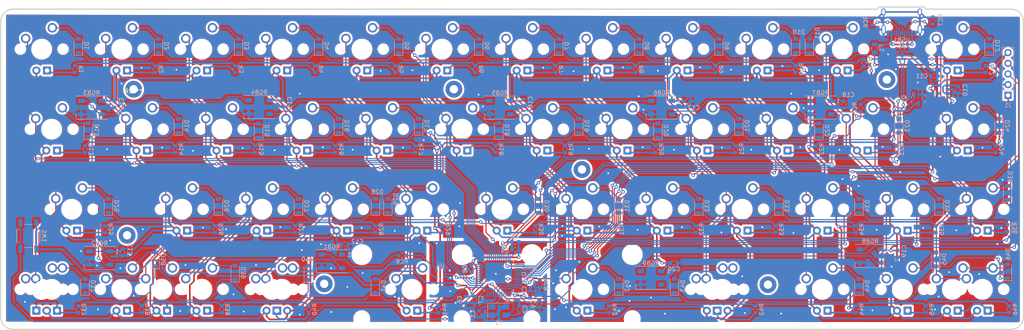
<source format=kicad_pcb>
(kicad_pcb (version 20171130) (host pcbnew 5.0.2-bee76a0~70~ubuntu16.04.1)
  (layers (0 F.Cu signal) (31 B.Cu signal) (34 B.Paste user) (35 F.Paste user) (36 B.SilkS user) (37 F.SilkS user) (38 B.Mask user) (39 F.Mask user) (44 Edge.Cuts user))
  (net 0 "")
  (net 1 OSC_OUT)
  (net 2 GND)
  (net 3 OSC_IN)
  (net 4 +3V3)
  (net 5 NRST)
  (net 6 +5V)
  (net 7 "Net-(D1-Pad2)")
  (net 8 ROW0)
  (net 9 "Net-(D2-Pad2)")
  (net 10 "Net-(D3-Pad2)")
  (net 11 "Net-(D4-Pad2)")
  (net 12 "Net-(D5-Pad2)")
  (net 13 "Net-(D6-Pad2)")
  (net 14 "Net-(D7-Pad2)")
  (net 15 ROW1)
  (net 16 "Net-(D8-Pad2)")
  (net 17 "Net-(D9-Pad2)")
  (net 18 "Net-(D10-Pad2)")
  (net 19 "Net-(D11-Pad2)")
  (net 20 "Net-(D12-Pad2)")
  (net 21 ROW2)
  (net 22 "Net-(D13-Pad2)")
  (net 23 "Net-(D14-Pad2)")
  (net 24 "Net-(D15-Pad2)")
  (net 25 "Net-(D16-Pad2)")
  (net 26 "Net-(D17-Pad2)")
  (net 27 "Net-(D18-Pad2)")
  (net 28 ROW3)
  (net 29 "Net-(D19-Pad2)")
  (net 30 "Net-(D20-Pad2)")
  (net 31 "Net-(D21-Pad2)")
  (net 32 "Net-(D22-Pad2)")
  (net 33 "Net-(D23-Pad2)")
  (net 34 "Net-(F1-Pad2)")
  (net 35 SWDIO)
  (net 36 SWCLK)
  (net 37 "Net-(K_,1-Pad4)")
  (net 38 COL8)
  (net 39 "Net-(K_.1-Pad4)")
  (net 40 COL9)
  (net 41 COL10)
  (net 42 "Net-(K_/1-Pad4)")
  (net 43 "Net-(K_;1-Pad4)")
  (net 44 "Net-(K_A1-Pad4)")
  (net 45 COL1)
  (net 46 COL5)
  (net 47 "Net-(K_B1-Pad4)")
  (net 48 COL11)
  (net 49 "Net-(K_BACK1-Pad4)")
  (net 50 COL3)
  (net 51 "Net-(K_C1-Pad4)")
  (net 52 "Net-(K_D1-Pad4)")
  (net 53 "Net-(K_DOWN1-Pad4)")
  (net 54 "Net-(K_E1-Pad4)")
  (net 55 "Net-(K_ENTER1-Pad4)")
  (net 56 COL4)
  (net 57 "Net-(K_F1-Pad4)")
  (net 58 "Net-(K_FN1-Pad4)")
  (net 59 COL0)
  (net 60 "Net-(K_FN2-Pad4)")
  (net 61 "Net-(K_FN3-Pad4)")
  (net 62 "Net-(K_FN4-Pad4)")
  (net 63 "Net-(K_G1-Pad4)")
  (net 64 COL6)
  (net 65 "Net-(K_H1-Pad4)")
  (net 66 "Net-(K_I1-Pad4)")
  (net 67 "Net-(K_J1-Pad4)")
  (net 68 COL7)
  (net 69 "Net-(K_K1-Pad4)")
  (net 70 "Net-(K_L1-Pad4)")
  (net 71 "Net-(K_LCTL1-Pad4)")
  (net 72 "Net-(K_LOCK1-Pad4)")
  (net 73 "Net-(K_LSHIFT1-Pad4)")
  (net 74 "Net-(K_M1-Pad4)")
  (net 75 "Net-(K_N1-Pad4)")
  (net 76 "Net-(K_O1-Pad4)")
  (net 77 "Net-(K_P1-Pad4)")
  (net 78 "Net-(K_Q1-Pad4)")
  (net 79 "Net-(K_R1-Pad4)")
  (net 80 "Net-(K_RALT1-Pad4)")
  (net 81 COL2)
  (net 82 "Net-(K_S1-Pad4)")
  (net 83 "Net-(K_SPACE1-Pad4)")
  (net 84 "Net-(K_SUPER1-Pad4)")
  (net 85 "Net-(K_T1-Pad4)")
  (net 86 "Net-(K_TAB1-Pad4)")
  (net 87 "Net-(K_U1-Pad4)")
  (net 88 "Net-(K_V1-Pad4)")
  (net 89 "Net-(K_W1-Pad4)")
  (net 90 "Net-(K_X1-Pad4)")
  (net 91 "Net-(K_Y1-Pad4)")
  (net 92 "Net-(K_Z1-Pad4)")
  (net 93 LEDGND)
  (net 94 "Net-(Q1-Pad1)")
  (net 95 LEDPWM)
  (net 96 "Net-(RC6-Pad2)")
  (net 97 "Net-(RC7-Pad2)")
  (net 98 "Net-(RC8-Pad1)")
  (net 99 "Net-(U1-Pad2)")
  (net 100 "Net-(U1-Pad10)")
  (net 101 "Net-(U1-Pad11)")
  (net 102 "Net-(U1-Pad21)")
  (net 103 "Net-(U1-Pad22)")
  (net 104 "Net-(U1-Pad25)")
  (net 105 D_N)
  (net 106 D_P)
  (net 107 "Net-(U1-Pad43)")
  (net 108 "Net-(U2-Pad4)")
  (net 109 D_PI)
  (net 110 D_NI)
  (net 111 "Net-(USB1-Pad9)")
  (net 112 "Net-(USB1-Pad3)")
  (net 113 "Net-(K_RSHIFT1-Pad4)")
  (net 114 "Net-(D24-Pad2)")
  (net 115 "Net-(D25-Pad2)")
  (net 116 "Net-(D26-Pad2)")
  (net 117 "Net-(D27-Pad2)")
  (net 118 "Net-(D28-Pad2)")
  (net 119 "Net-(D29-Pad2)")
  (net 120 "Net-(D30-Pad2)")
  (net 121 "Net-(D31-Pad2)")
  (net 122 "Net-(D32-Pad2)")
  (net 123 "Net-(D33-Pad2)")
  (net 124 "Net-(D34-Pad2)")
  (net 125 "Net-(D35-Pad2)")
  (net 126 "Net-(D36-Pad2)")
  (net 127 "Net-(D37-Pad2)")
  (net 128 "Net-(D38-Pad2)")
  (net 129 "Net-(D39-Pad2)")
  (net 130 "Net-(D40-Pad2)")
  (net 131 "Net-(D41-Pad2)")
  (net 132 "Net-(D42-Pad2)")
  (net 133 "Net-(D43-Pad2)")
  (net 134 "Net-(D44-Pad2)")
  (net 135 "Net-(D45-Pad2)")
  (net 136 "Net-(D46-Pad2)")
  (net 137 "Net-(K_LALT1-Pad4)")
  (net 138 "Net-(U1-Pad12)")
  (net 139 "Net-(U1-Pad3)")
  (net 140 RGBLED_3V3)
  (net 141 "Net-(U1-Pad18)")
  (net 142 "Net-(U1-Pad19)")
  (net 143 "Net-(U1-Pad20)")
  (net 144 RGBLED)
  (net 145 "Net-(RC9-Pad2)")
  (net 146 "Net-(RGB1-Pad2)")
  (net 147 "Net-(RGB2-Pad2)")
  (net 148 "Net-(RGB3-Pad2)")
  (net 149 "Net-(RGB4-Pad2)")
  (net 150 "Net-(RGB5-Pad2)")
  (net 151 "Net-(RGB6-Pad2)")
  (net 152 "Net-(RGB7-Pad2)")
  (net 153 "Net-(RGB8-Pad2)")
  (net 154 "Net-(RGB9-Pad2)")
  (net 155 "Net-(U1-Pad4)")
  (module jmdaly_keyboard_parts:minivan_outline (layer F.Cu) (at 102.84 74.63)
    (fp_text reference REF** (at 0 0.5) (layer F.SilkS))
    (fp_text value minivan_outline)
    (fp_line (start 177.237293 -19.55) (end 188.237293 -19.55) (layer Edge.Cuts) (width 0.3))
    (fp_line (start 176.737293 -19.05) (end -28.65 -19.05) (layer Edge.Cuts) (width 0.3))
    (fp_line (start 208.737293 -19.05) (end 188.737293 -19.05) (layer Edge.Cuts) (width 0.3))
    (fp_line (start -28.65 57.149901) (end 208.737293 57.149901) (layer Edge.Cuts) (width 0.3))
    (fp_line (start 211.737293 -16.05) (end 211.737293 54.149901) (layer Edge.Cuts) (width 0.3))
    (fp_arc (start 208.737293 -16.05) (end 211.737293 -16.05) (angle -90) (layer Edge.Cuts) (width 0.3))
    (fp_arc (start -28.65 -16.05) (end -28.65 -19.05) (angle -90) (layer Edge.Cuts) (width 0.3))
    (fp_line (start -31.65 54.149901) (end -31.65 -16.05) (layer Edge.Cuts) (width 0.3))
    (fp_arc (start 188.737293 -19.55) (end 188.237293 -19.55) (angle -90) (layer Edge.Cuts) (width 0.3))
    (fp_arc (start 176.737293 -19.55) (end 176.737293 -19.05) (angle -90) (layer Edge.Cuts) (width 0.3))
    (fp_arc (start -28.65 54.149901) (end -31.65 54.149901) (angle -90) (layer Edge.Cuts) (width 0.3))
    (fp_arc (start 208.737293 54.149901) (end 208.737293 57.149901) (angle -90) (layer Edge.Cuts) (width 0.3))
    (pad 1 thru_hole circle (at 150.9373 46.4999) (size 4 4) (drill 2) (layers *.Cu *.Mask))
    (pad 1 thru_hole circle (at 179.2373 -2.3) (size 4 4) (drill 2) (layers *.Cu *.Mask))
    (pad 1 thru_hole circle (at 106.6873 19.1) (size 4 4) (drill 2) (layers *.Cu *.Mask))
    (pad 1 thru_hole circle (at 76.2 0) (size 4 4) (drill 2) (layers *.Cu *.Mask))
    (pad 1 thru_hole circle (at 45.35 46.2999) (size 4 4) (drill 2) (layers *.Cu *.Mask))
    (pad 1 thru_hole circle (at -1.55 34.7499) (size 4 4) (drill 2) (layers *.Cu *.Mask))
    (pad 1 thru_hole circle (at 0 0) (size 4 4) (drill 2) (layers *.Cu *.Mask))
  )
  (module Capacitor_SMD:C_0603_1608Metric (layer B.Cu) (at 185 128.143 270)
    (fp_text reference C1 (at 0 1.43 270) (layer B.SilkS) (effects (justify mirror)))
    (fp_text value 30p)
    (pad 1 smd roundrect (at -0.7875 0 270) (size 0.875 0.95) (layers B.Cu B.Paste B.Mask) (net 1 OSC_OUT))
    (pad 2 smd roundrect (at 0.7875 0 270) (size 0.875 0.95) (layers B.Cu B.Paste B.Mask) (net 2 GND))
  )
  (module Capacitor_SMD:C_0603_1608Metric (layer B.Cu) (at 194.564 127 90)
    (fp_text reference C2 (at 0 1.43 90) (layer B.SilkS) (effects (justify mirror)))
    (fp_text value 30p)
    (pad 2 smd roundrect (at 0.7875 0 90) (size 0.875 0.95) (layers B.Cu B.Paste B.Mask) (net 2 GND))
    (pad 1 smd roundrect (at -0.7875 0 90) (size 0.875 0.95) (layers B.Cu B.Paste B.Mask) (net 3 OSC_IN))
  )
  (module Capacitor_SMD:C_0603_1608Metric (layer B.Cu) (at 197.21068 123.47448 90)
    (fp_text reference C3 (at 1.04648 -1.37668 90) (layer B.SilkS) (effects (justify mirror)))
    (fp_text value 100n)
    (pad 1 smd roundrect (at -0.7875 0 90) (size 0.875 0.95) (layers B.Cu B.Paste B.Mask) (net 4 +3V3))
    (pad 2 smd roundrect (at 0.7875 0 90) (size 0.875 0.95) (layers B.Cu B.Paste B.Mask) (net 2 GND))
  )
  (module Capacitor_SMD:C_0603_1608Metric (layer B.Cu) (at 193.675 112.776 180)
    (fp_text reference C4 (at 2.5146 -0.3556 180) (layer B.SilkS) (effects (justify mirror)))
    (fp_text value 100n)
    (pad 2 smd roundrect (at 0.7875 0 180) (size 0.875 0.95) (layers B.Cu B.Paste B.Mask) (net 2 GND))
    (pad 1 smd roundrect (at -0.7875 0 180) (size 0.875 0.95) (layers B.Cu B.Paste B.Mask) (net 4 +3V3))
  )
  (module Capacitor_SMD:C_0603_1608Metric (layer B.Cu) (at 193.675 110.998 180)
    (fp_text reference C5 (at 0 1.43 180) (layer B.SilkS) (effects (justify mirror)))
    (fp_text value 4.7u)
    (pad 1 smd roundrect (at -0.7875 0 180) (size 0.875 0.95) (layers B.Cu B.Paste B.Mask) (net 4 +3V3))
    (pad 2 smd roundrect (at 0.7875 0 180) (size 0.875 0.95) (layers B.Cu B.Paste B.Mask) (net 2 GND))
  )
  (module Capacitor_SMD:C_0603_1608Metric (layer B.Cu) (at 181.864 124.6885 270)
    (fp_text reference C6 (at 0 1.43 270) (layer B.SilkS) (effects (justify mirror)))
    (fp_text value 1u)
    (pad 1 smd roundrect (at -0.7875 0 270) (size 0.875 0.95) (layers B.Cu B.Paste B.Mask) (net 4 +3V3))
    (pad 2 smd roundrect (at 0.7875 0 270) (size 0.875 0.95) (layers B.Cu B.Paste B.Mask) (net 2 GND))
  )
  (module Capacitor_SMD:C_0603_1608Metric (layer B.Cu) (at 183.896 124.714 270)
    (fp_text reference C7 (at -0.0508 -1.5748 270) (layer B.SilkS) (effects (justify mirror)))
    (fp_text value 10n)
    (pad 2 smd roundrect (at 0.7875 0 270) (size 0.875 0.95) (layers B.Cu B.Paste B.Mask) (net 2 GND))
    (pad 1 smd roundrect (at -0.7875 0 270) (size 0.875 0.95) (layers B.Cu B.Paste B.Mask) (net 4 +3V3))
  )
  (module Capacitor_SMD:C_0603_1608Metric (layer B.Cu) (at 183.134 117.4115 270)
    (fp_text reference C8 (at 0 1.43 270) (layer B.SilkS) (effects (justify mirror)))
    (fp_text value 100n)
    (pad 2 smd roundrect (at 0.7875 0 270) (size 0.875 0.95) (layers B.Cu B.Paste B.Mask) (net 2 GND))
    (pad 1 smd roundrect (at -0.7875 0 270) (size 0.875 0.95) (layers B.Cu B.Paste B.Mask) (net 4 +3V3))
  )
  (module Capacitor_SMD:C_0603_1608Metric (layer B.Cu) (at 199.35952 125.72492 270)
    (fp_text reference C9 (at 0 1.43 270) (layer B.SilkS) (effects (justify mirror)))
    (fp_text value 100n)
    (pad 1 smd roundrect (at -0.7875 0 270) (size 0.875 0.95) (layers B.Cu B.Paste B.Mask) (net 5 NRST))
    (pad 2 smd roundrect (at 0.7875 0 270) (size 0.875 0.95) (layers B.Cu B.Paste B.Mask) (net 2 GND))
  )
  (module Capacitor_SMD:C_0603_1608Metric (layer B.Cu) (at 299 74.7875 270)
    (fp_text reference C10 (at 0.0409 -1.6852 270) (layer B.SilkS) (effects (justify mirror)))
    (fp_text value 1u)
    (pad 1 smd roundrect (at -0.7875 0 270) (size 0.875 0.95) (layers B.Cu B.Paste B.Mask) (net 6 +5V))
    (pad 2 smd roundrect (at 0.7875 0 270) (size 0.875 0.95) (layers B.Cu B.Paste B.Mask) (net 2 GND))
  )
  (module Capacitor_SMD:C_0603_1608Metric (layer B.Cu) (at 293.2875 71.5)
    (fp_text reference C11 (at -2.9147 -0.0244) (layer B.SilkS) (effects (justify mirror)))
    (fp_text value 1u)
    (pad 2 smd roundrect (at 0.7875 0) (size 0.875 0.95) (layers B.Cu B.Paste B.Mask) (net 2 GND))
    (pad 1 smd roundrect (at -0.7875 0) (size 0.875 0.95) (layers B.Cu B.Paste B.Mask) (net 4 +3V3))
  )
  (module Resistor_SMD:R_0805_2012Metric (layer B.Cu) (at 279.146 64.897 90)
    (fp_text reference F1 (at 0 1.65 90) (layer B.SilkS) (effects (justify mirror)))
    (fp_text value 500mA)
    (pad 1 smd roundrect (at -0.9375 0 90) (size 0.975 1.4) (layers B.Cu B.Paste B.Mask) (net 6 +5V))
    (pad 2 smd roundrect (at 0.9375 0 90) (size 0.975 1.4) (layers B.Cu B.Paste B.Mask) (net 34 "Net-(F1-Pad2)"))
  )
  (module Connector_PinHeader_2.54mm:PinHeader_1x05_P2.54mm_Vertical (layer B.Cu) (at 310.896 76.073)
    (fp_text reference J1 (at 0 2.33) (layer B.SilkS) (effects (justify mirror)))
    (fp_text value Conn_01x05_Male)
    (pad 1 thru_hole rect (at 0 0) (size 1.7 1.7) (drill 1) (layers *.Cu *.Mask) (net 35 SWDIO))
    (pad 2 thru_hole oval (at 0 -2.54) (size 1.7 1.7) (drill 1) (layers *.Cu *.Mask) (net 2 GND))
    (pad 3 thru_hole oval (at 0 -5.08) (size 1.7 1.7) (drill 1) (layers *.Cu *.Mask) (net 36 SWCLK))
    (pad 4 thru_hole oval (at 0 -7.62) (size 1.7 1.7) (drill 1) (layers *.Cu *.Mask) (net 5 NRST))
    (pad 5 thru_hole oval (at 0 -10.16) (size 1.7 1.7) (drill 1) (layers *.Cu *.Mask) (net 4 +3V3))
  )
  (module MX_Alps_Hybrid:MXOnly-1U (layer F.Cu) (at 285.75 122.2375)
    (fp_text reference K_DOWN1)
    (fp_text value MX-1U)
    (pad "" np_thru_hole circle (at 5.08 0 48.0996) (size 1.75 1.75) (drill 1.75) (layers *.Cu *.Mask))
    (pad "" np_thru_hole circle (at -5.08 0 48.0996) (size 1.75 1.75) (drill 1.75) (layers *.Cu *.Mask))
    (pad 4 thru_hole rect (at 1.27 5.08) (size 1.905 1.905) (drill 1.04) (layers *.Cu B.Mask) (net 53 "Net-(K_DOWN1-Pad4)"))
    (pad 3 thru_hole circle (at -1.27 5.08) (size 1.905 1.905) (drill 1.04) (layers *.Cu B.Mask) (net 6 +5V))
    (pad 1 thru_hole circle (at -3.81 -2.54) (size 2.25 2.25) (drill 1.47) (layers *.Cu B.Mask) (net 41 COL10))
    (pad "" np_thru_hole circle (at 0 0) (size 3.9878 3.9878) (drill 3.9878) (layers *.Cu *.Mask))
    (pad 2 thru_hole circle (at 2.54 -5.08) (size 2.25 2.25) (drill 1.47) (layers *.Cu B.Mask) (net 135 "Net-(D45-Pad2)"))
  )
  (module MX_Alps_Hybrid:MXOnly-1.75U (layer F.Cu) (at 297.65625 122.2375)
    (fp_text reference K_LOCK1)
    (fp_text value MX-1.75U)
    (pad "" np_thru_hole circle (at 5.08 0 48.0996) (size 1.75 1.75) (drill 1.75) (layers *.Cu *.Mask))
    (pad "" np_thru_hole circle (at -5.08 0 48.0996) (size 1.75 1.75) (drill 1.75) (layers *.Cu *.Mask))
    (pad 4 thru_hole rect (at 1.27 5.08) (size 1.905 1.905) (drill 1.04) (layers *.Cu B.Mask) (net 72 "Net-(K_LOCK1-Pad4)"))
    (pad 3 thru_hole circle (at -1.27 5.08) (size 1.905 1.905) (drill 1.04) (layers *.Cu B.Mask) (net 6 +5V))
    (pad 1 thru_hole circle (at -3.81 -2.54) (size 2.25 2.25) (drill 1.47) (layers *.Cu B.Mask) (net 48 COL11))
    (pad "" np_thru_hole circle (at 0 0) (size 3.9878 3.9878) (drill 3.9878) (layers *.Cu *.Mask))
    (pad 2 thru_hole circle (at 2.54 -5.08) (size 2.25 2.25) (drill 1.47) (layers *.Cu B.Mask) (net 136 "Net-(D46-Pad2)"))
  )
  (module MX_Alps_Hybrid:MXOnly-1U (layer F.Cu) (at 304.8 122.2375)
    (fp_text reference K_RIGHT1)
    (fp_text value MX-1U)
    (pad 2 thru_hole circle (at 2.54 -5.08) (size 2.25 2.25) (drill 1.47) (layers *.Cu B.Mask) (net 136 "Net-(D46-Pad2)"))
    (pad "" np_thru_hole circle (at 0 0) (size 3.9878 3.9878) (drill 3.9878) (layers *.Cu *.Mask))
    (pad 1 thru_hole circle (at -3.81 -2.54) (size 2.25 2.25) (drill 1.47) (layers *.Cu B.Mask) (net 48 COL11))
    (pad 3 thru_hole circle (at -1.27 5.08) (size 1.905 1.905) (drill 1.04) (layers *.Cu B.Mask) (net 6 +5V))
    (pad 4 thru_hole rect (at 1.27 5.08) (size 1.905 1.905) (drill 1.04) (layers *.Cu B.Mask) (net 72 "Net-(K_LOCK1-Pad4)"))
    (pad "" np_thru_hole circle (at -5.08 0 48.0996) (size 1.75 1.75) (drill 1.75) (layers *.Cu *.Mask))
    (pad "" np_thru_hole circle (at 5.08 0 48.0996) (size 1.75 1.75) (drill 1.75) (layers *.Cu *.Mask))
  )
  (module MX_Alps_Hybrid:MXOnly-1.5U (layer F.Cu) (at 266.7 122.2375)
    (fp_text reference K_RSHIFT1)
    (fp_text value MX-1.5U)
    (pad "" np_thru_hole circle (at 5.08 0 48.0996) (size 1.75 1.75) (drill 1.75) (layers *.Cu *.Mask))
    (pad "" np_thru_hole circle (at -5.08 0 48.0996) (size 1.75 1.75) (drill 1.75) (layers *.Cu *.Mask))
    (pad 4 thru_hole rect (at 1.27 5.08) (size 1.905 1.905) (drill 1.04) (layers *.Cu B.Mask) (net 113 "Net-(K_RSHIFT1-Pad4)"))
    (pad 3 thru_hole circle (at -1.27 5.08) (size 1.905 1.905) (drill 1.04) (layers *.Cu B.Mask) (net 6 +5V))
    (pad 1 thru_hole circle (at -3.81 -2.54) (size 2.25 2.25) (drill 1.47) (layers *.Cu B.Mask) (net 40 COL9))
    (pad "" np_thru_hole circle (at 0 0) (size 3.9878 3.9878) (drill 3.9878) (layers *.Cu *.Mask))
    (pad 2 thru_hole circle (at 2.54 -5.08) (size 2.25 2.25) (drill 1.47) (layers *.Cu B.Mask) (net 134 "Net-(D44-Pad2)"))
  )
  (module digikey-footprints:SOT-23-3 (layer B.Cu) (at 289.56 76.962 270)
    (fp_text reference Q1 (at 0.025 3.375 270) (layer B.SilkS) (effects (justify mirror)))
    (fp_text value FMMT493TA)
    (pad 3 smd rect (at 1.05 0 270) (size 1.3 0.6) (layers B.Cu B.Paste B.Mask) (net 93 LEDGND))
    (pad 2 smd rect (at -1.05 -0.95 270) (size 1.3 0.6) (layers B.Cu B.Paste B.Mask) (net 2 GND))
    (pad 1 smd rect (at -1.05 0.95 270) (size 1.3 0.6) (layers B.Cu B.Paste B.Mask) (net 94 "Net-(Q1-Pad1)"))
  )
  (module Resistor_SMD:R_0603_1608Metric (layer B.Cu) (at 88.9 69.85 90)
    (fp_text reference R1 (at 0 1.43 90) (layer B.SilkS) (effects (justify mirror)))
    (fp_text value 560)
    (pad 2 smd roundrect (at 0.7875 0 90) (size 0.875 0.95) (layers B.Cu B.Paste B.Mask) (net 93 LEDGND))
    (pad 1 smd roundrect (at -0.7875 0 90) (size 0.875 0.95) (layers B.Cu B.Paste B.Mask) (net 86 "Net-(K_TAB1-Pad4)"))
  )
  (module Resistor_SMD:R_0603_1608Metric (layer B.Cu) (at 107.95 69.85 90)
    (fp_text reference R2 (at 0 1.43 90) (layer B.SilkS) (effects (justify mirror)))
    (fp_text value 560)
    (pad 2 smd roundrect (at 0.7875 0 90) (size 0.875 0.95) (layers B.Cu B.Paste B.Mask) (net 93 LEDGND))
    (pad 1 smd roundrect (at -0.7875 0 90) (size 0.875 0.95) (layers B.Cu B.Paste B.Mask) (net 78 "Net-(K_Q1-Pad4)"))
  )
  (module Resistor_SMD:R_0603_1608Metric (layer B.Cu) (at 127 69.85 90)
    (fp_text reference R3 (at 0 1.43 90) (layer B.SilkS) (effects (justify mirror)))
    (fp_text value 560)
    (pad 1 smd roundrect (at -0.7875 0 90) (size 0.875 0.95) (layers B.Cu B.Paste B.Mask) (net 89 "Net-(K_W1-Pad4)"))
    (pad 2 smd roundrect (at 0.7875 0 90) (size 0.875 0.95) (layers B.Cu B.Paste B.Mask) (net 93 LEDGND))
  )
  (module Resistor_SMD:R_0603_1608Metric (layer B.Cu) (at 146.05 69.85 90)
    (fp_text reference R4 (at 0 1.43 90) (layer B.SilkS) (effects (justify mirror)))
    (fp_text value 560)
    (pad 2 smd roundrect (at 0.7875 0 90) (size 0.875 0.95) (layers B.Cu B.Paste B.Mask) (net 93 LEDGND))
    (pad 1 smd roundrect (at -0.7875 0 90) (size 0.875 0.95) (layers B.Cu B.Paste B.Mask) (net 54 "Net-(K_E1-Pad4)"))
  )
  (module Resistor_SMD:R_0603_1608Metric (layer B.Cu) (at 165.1 69.85 90)
    (fp_text reference R5 (at 0 1.43 90) (layer B.SilkS) (effects (justify mirror)))
    (fp_text value 560)
    (pad 1 smd roundrect (at -0.7875 0 90) (size 0.875 0.95) (layers B.Cu B.Paste B.Mask) (net 79 "Net-(K_R1-Pad4)"))
    (pad 2 smd roundrect (at 0.7875 0 90) (size 0.875 0.95) (layers B.Cu B.Paste B.Mask) (net 93 LEDGND))
  )
  (module Resistor_SMD:R_0603_1608Metric (layer B.Cu) (at 184.15 69.85 90)
    (fp_text reference R6 (at 0 1.43 90) (layer B.SilkS) (effects (justify mirror)))
    (fp_text value 560)
    (pad 2 smd roundrect (at 0.7875 0 90) (size 0.875 0.95) (layers B.Cu B.Paste B.Mask) (net 93 LEDGND))
    (pad 1 smd roundrect (at -0.7875 0 90) (size 0.875 0.95) (layers B.Cu B.Paste B.Mask) (net 85 "Net-(K_T1-Pad4)"))
  )
  (module Resistor_SMD:R_0603_1608Metric (layer B.Cu) (at 203.2 69.85 90)
    (fp_text reference R7 (at 0 1.43 90) (layer B.SilkS) (effects (justify mirror)))
    (fp_text value 560)
    (pad 1 smd roundrect (at -0.7875 0 90) (size 0.875 0.95) (layers B.Cu B.Paste B.Mask) (net 91 "Net-(K_Y1-Pad4)"))
    (pad 2 smd roundrect (at 0.7875 0 90) (size 0.875 0.95) (layers B.Cu B.Paste B.Mask) (net 93 LEDGND))
  )
  (module Resistor_SMD:R_0603_1608Metric (layer B.Cu) (at 222.25 69.85 90)
    (fp_text reference R8 (at 0 1.43 90) (layer B.SilkS) (effects (justify mirror)))
    (fp_text value 560)
    (pad 2 smd roundrect (at 0.7875 0 90) (size 0.875 0.95) (layers B.Cu B.Paste B.Mask) (net 93 LEDGND))
    (pad 1 smd roundrect (at -0.7875 0 90) (size 0.875 0.95) (layers B.Cu B.Paste B.Mask) (net 87 "Net-(K_U1-Pad4)"))
  )
  (module Resistor_SMD:R_0603_1608Metric (layer B.Cu) (at 241.3 69.85 90)
    (fp_text reference R9 (at 0 1.43 90) (layer B.SilkS) (effects (justify mirror)))
    (fp_text value 560)
    (pad 1 smd roundrect (at -0.7875 0 90) (size 0.875 0.95) (layers B.Cu B.Paste B.Mask) (net 66 "Net-(K_I1-Pad4)"))
    (pad 2 smd roundrect (at 0.7875 0 90) (size 0.875 0.95) (layers B.Cu B.Paste B.Mask) (net 93 LEDGND))
  )
  (module Resistor_SMD:R_0603_1608Metric (layer B.Cu) (at 260.35 69.85 90)
    (fp_text reference R10 (at 0 1.43 90) (layer B.SilkS) (effects (justify mirror)))
    (fp_text value 560)
    (pad 2 smd roundrect (at 0.7875 0 90) (size 0.875 0.95) (layers B.Cu B.Paste B.Mask) (net 93 LEDGND))
    (pad 1 smd roundrect (at -0.7875 0 90) (size 0.875 0.95) (layers B.Cu B.Paste B.Mask) (net 76 "Net-(K_O1-Pad4)"))
  )
  (module Resistor_SMD:R_0603_1608Metric (layer B.Cu) (at 276.606 68.326 90)
    (fp_text reference R11 (at 0 1.43 90) (layer B.SilkS) (effects (justify mirror)))
    (fp_text value 560)
    (pad 1 smd roundrect (at -0.7875 0 90) (size 0.875 0.95) (layers B.Cu B.Paste B.Mask) (net 77 "Net-(K_P1-Pad4)"))
    (pad 2 smd roundrect (at 0.7875 0 90) (size 0.875 0.95) (layers B.Cu B.Paste B.Mask) (net 93 LEDGND))
  )
  (module Resistor_SMD:R_0603_1608Metric (layer B.Cu) (at 305.59375 69.85 90)
    (fp_text reference R12 (at 0 1.43 90) (layer B.SilkS) (effects (justify mirror)))
    (fp_text value 560)
    (pad 2 smd roundrect (at 0.7875 0 90) (size 0.875 0.95) (layers B.Cu B.Paste B.Mask) (net 93 LEDGND))
    (pad 1 smd roundrect (at -0.7875 0 90) (size 0.875 0.95) (layers B.Cu B.Paste B.Mask) (net 49 "Net-(K_BACK1-Pad4)"))
  )
  (module Resistor_SMD:R_0603_1608Metric (layer B.Cu) (at 91.28125 88.9 90)
    (fp_text reference R13 (at 0 1.43 90) (layer B.SilkS) (effects (justify mirror)))
    (fp_text value 560)
    (pad 1 smd roundrect (at -0.7875 0 90) (size 0.875 0.95) (layers B.Cu B.Paste B.Mask) (net 58 "Net-(K_FN1-Pad4)"))
    (pad 2 smd roundrect (at 0.7875 0 90) (size 0.875 0.95) (layers B.Cu B.Paste B.Mask) (net 93 LEDGND))
  )
  (module Resistor_SMD:R_0603_1608Metric (layer B.Cu) (at 112.7125 88.9 90)
    (fp_text reference R14 (at 0 1.43 90) (layer B.SilkS) (effects (justify mirror)))
    (fp_text value 560)
    (pad 2 smd roundrect (at 0.7875 0 90) (size 0.875 0.95) (layers B.Cu B.Paste B.Mask) (net 93 LEDGND))
    (pad 1 smd roundrect (at -0.7875 0 90) (size 0.875 0.95) (layers B.Cu B.Paste B.Mask) (net 44 "Net-(K_A1-Pad4)"))
  )
  (module Resistor_SMD:R_0603_1608Metric (layer B.Cu) (at 131.7625 88.9 90)
    (fp_text reference R15 (at 0 1.43 90) (layer B.SilkS) (effects (justify mirror)))
    (fp_text value 560)
    (pad 1 smd roundrect (at -0.7875 0 90) (size 0.875 0.95) (layers B.Cu B.Paste B.Mask) (net 82 "Net-(K_S1-Pad4)"))
    (pad 2 smd roundrect (at 0.7875 0 90) (size 0.875 0.95) (layers B.Cu B.Paste B.Mask) (net 93 LEDGND))
  )
  (module Resistor_SMD:R_0603_1608Metric (layer B.Cu) (at 150.8125 88.9 90)
    (fp_text reference R16 (at 0 1.43 90) (layer B.SilkS) (effects (justify mirror)))
    (fp_text value 560)
    (pad 2 smd roundrect (at 0.7875 0 90) (size 0.875 0.95) (layers B.Cu B.Paste B.Mask) (net 93 LEDGND))
    (pad 1 smd roundrect (at -0.7875 0 90) (size 0.875 0.95) (layers B.Cu B.Paste B.Mask) (net 52 "Net-(K_D1-Pad4)"))
  )
  (module Resistor_SMD:R_0603_1608Metric (layer B.Cu) (at 169.8625 88.9 90)
    (fp_text reference R17 (at 0 1.43 90) (layer B.SilkS) (effects (justify mirror)))
    (fp_text value 560)
    (pad 1 smd roundrect (at -0.7875 0 90) (size 0.875 0.95) (layers B.Cu B.Paste B.Mask) (net 57 "Net-(K_F1-Pad4)"))
    (pad 2 smd roundrect (at 0.7875 0 90) (size 0.875 0.95) (layers B.Cu B.Paste B.Mask) (net 93 LEDGND))
  )
  (module Resistor_SMD:R_0603_1608Metric (layer B.Cu) (at 188.9125 88.9 90)
    (fp_text reference R18 (at 0 1.43 90) (layer B.SilkS) (effects (justify mirror)))
    (fp_text value 560)
    (pad 1 smd roundrect (at -0.7875 0 90) (size 0.875 0.95) (layers B.Cu B.Paste B.Mask) (net 63 "Net-(K_G1-Pad4)"))
    (pad 2 smd roundrect (at 0.7875 0 90) (size 0.875 0.95) (layers B.Cu B.Paste B.Mask) (net 93 LEDGND))
  )
  (module Resistor_SMD:R_0603_1608Metric (layer B.Cu) (at 205.486 88.9255 90)
    (fp_text reference R19 (at 0 1.43 90) (layer B.SilkS) (effects (justify mirror)))
    (fp_text value 560)
    (pad 2 smd roundrect (at 0.7875 0 90) (size 0.875 0.95) (layers B.Cu B.Paste B.Mask) (net 93 LEDGND))
    (pad 1 smd roundrect (at -0.7875 0 90) (size 0.875 0.95) (layers B.Cu B.Paste B.Mask) (net 65 "Net-(K_H1-Pad4)"))
  )
  (module Resistor_SMD:R_0603_1608Metric (layer B.Cu) (at 227.0125 88.9 90)
    (fp_text reference R20 (at 0 1.43 90) (layer B.SilkS) (effects (justify mirror)))
    (fp_text value 560)
    (pad 1 smd roundrect (at -0.7875 0 90) (size 0.875 0.95) (layers B.Cu B.Paste B.Mask) (net 67 "Net-(K_J1-Pad4)"))
    (pad 2 smd roundrect (at 0.7875 0 90) (size 0.875 0.95) (layers B.Cu B.Paste B.Mask) (net 93 LEDGND))
  )
  (module Resistor_SMD:R_0603_1608Metric (layer B.Cu) (at 246.0625 88.9 90)
    (fp_text reference R21 (at 0 1.43 90) (layer B.SilkS) (effects (justify mirror)))
    (fp_text value 560)
    (pad 2 smd roundrect (at 0.7875 0 90) (size 0.875 0.95) (layers B.Cu B.Paste B.Mask) (net 93 LEDGND))
    (pad 1 smd roundrect (at -0.7875 0 90) (size 0.875 0.95) (layers B.Cu B.Paste B.Mask) (net 69 "Net-(K_K1-Pad4)"))
  )
  (module Resistor_SMD:R_0603_1608Metric (layer B.Cu) (at 265.1125 88.9 90)
    (fp_text reference R22 (at 0 1.43 90) (layer B.SilkS) (effects (justify mirror)))
    (fp_text value 560)
    (pad 1 smd roundrect (at -0.7875 0 90) (size 0.875 0.95) (layers B.Cu B.Paste B.Mask) (net 70 "Net-(K_L1-Pad4)"))
    (pad 2 smd roundrect (at 0.7875 0 90) (size 0.875 0.95) (layers B.Cu B.Paste B.Mask) (net 93 LEDGND))
  )
  (module Resistor_SMD:R_0603_1608Metric (layer B.Cu) (at 284.1625 88.9 90)
    (fp_text reference R23 (at 0 1.43 90) (layer B.SilkS) (effects (justify mirror)))
    (fp_text value 560)
    (pad 2 smd roundrect (at 0.7875 0 90) (size 0.875 0.95) (layers B.Cu B.Paste B.Mask) (net 93 LEDGND))
    (pad 1 smd roundrect (at -0.7875 0 90) (size 0.875 0.95) (layers B.Cu B.Paste B.Mask) (net 43 "Net-(K_;1-Pad4)"))
  )
  (module Resistor_SMD:R_0603_1608Metric (layer B.Cu) (at 307.975 88.9 90)
    (fp_text reference R24 (at 0 1.43 90) (layer B.SilkS) (effects (justify mirror)))
    (fp_text value 560)
    (pad 1 smd roundrect (at -0.7875 0 90) (size 0.875 0.95) (layers B.Cu B.Paste B.Mask) (net 60 "Net-(K_FN2-Pad4)"))
    (pad 2 smd roundrect (at 0.7875 0 90) (size 0.875 0.95) (layers B.Cu B.Paste B.Mask) (net 93 LEDGND))
  )
  (module Resistor_SMD:R_0603_1608Metric (layer B.Cu) (at 96.04375 107.95 90)
    (fp_text reference R25 (at 0 1.43 90) (layer B.SilkS) (effects (justify mirror)))
    (fp_text value 560)
    (pad 2 smd roundrect (at 0.7875 0 90) (size 0.875 0.95) (layers B.Cu B.Paste B.Mask) (net 93 LEDGND))
    (pad 1 smd roundrect (at -0.7875 0 90) (size 0.875 0.95) (layers B.Cu B.Paste B.Mask) (net 73 "Net-(K_LSHIFT1-Pad4)"))
  )
  (module Resistor_SMD:R_0603_1608Metric (layer B.Cu) (at 122.2375 107.95 90)
    (fp_text reference R26 (at 0 1.43 90) (layer B.SilkS) (effects (justify mirror)))
    (fp_text value 560)
    (pad 1 smd roundrect (at -0.7875 0 90) (size 0.875 0.95) (layers B.Cu B.Paste B.Mask) (net 92 "Net-(K_Z1-Pad4)"))
    (pad 2 smd roundrect (at 0.7875 0 90) (size 0.875 0.95) (layers B.Cu B.Paste B.Mask) (net 93 LEDGND))
  )
  (module Resistor_SMD:R_0603_1608Metric (layer B.Cu) (at 141.2875 107.95 90)
    (fp_text reference R27 (at 0 1.43 90) (layer B.SilkS) (effects (justify mirror)))
    (fp_text value 560)
    (pad 2 smd roundrect (at 0.7875 0 90) (size 0.875 0.95) (layers B.Cu B.Paste B.Mask) (net 93 LEDGND))
    (pad 1 smd roundrect (at -0.7875 0 90) (size 0.875 0.95) (layers B.Cu B.Paste B.Mask) (net 90 "Net-(K_X1-Pad4)"))
  )
  (module Resistor_SMD:R_0603_1608Metric (layer B.Cu) (at 160.3375 107.95 90)
    (fp_text reference R28 (at 0 1.43 90) (layer B.SilkS) (effects (justify mirror)))
    (fp_text value 560)
    (pad 1 smd roundrect (at -0.7875 0 90) (size 0.875 0.95) (layers B.Cu B.Paste B.Mask) (net 51 "Net-(K_C1-Pad4)"))
    (pad 2 smd roundrect (at 0.7875 0 90) (size 0.875 0.95) (layers B.Cu B.Paste B.Mask) (net 93 LEDGND))
  )
  (module Resistor_SMD:R_0603_1608Metric (layer B.Cu) (at 176.276 107.95 90)
    (fp_text reference R29 (at 0 1.43 90) (layer B.SilkS) (effects (justify mirror)))
    (fp_text value 560)
    (pad 1 smd roundrect (at -0.7875 0 90) (size 0.875 0.95) (layers B.Cu B.Paste B.Mask) (net 88 "Net-(K_V1-Pad4)"))
    (pad 2 smd roundrect (at 0.7875 0 90) (size 0.875 0.95) (layers B.Cu B.Paste B.Mask) (net 93 LEDGND))
  )
  (module Resistor_SMD:R_0603_1608Metric (layer B.Cu) (at 198.4375 107.95 90)
    (fp_text reference R30 (at 0 1.43 90) (layer B.SilkS) (effects (justify mirror)))
    (fp_text value 560)
    (pad 1 smd roundrect (at -0.7875 0 90) (size 0.875 0.95) (layers B.Cu B.Paste B.Mask) (net 47 "Net-(K_B1-Pad4)"))
    (pad 2 smd roundrect (at 0.7875 0 90) (size 0.875 0.95) (layers B.Cu B.Paste B.Mask) (net 93 LEDGND))
  )
  (module Resistor_SMD:R_0603_1608Metric (layer B.Cu) (at 217.4875 107.95 90)
    (fp_text reference R31 (at 0 1.43 90) (layer B.SilkS) (effects (justify mirror)))
    (fp_text value 560)
    (pad 2 smd roundrect (at 0.7875 0 90) (size 0.875 0.95) (layers B.Cu B.Paste B.Mask) (net 93 LEDGND))
    (pad 1 smd roundrect (at -0.7875 0 90) (size 0.875 0.95) (layers B.Cu B.Paste B.Mask) (net 75 "Net-(K_N1-Pad4)"))
  )
  (module Resistor_SMD:R_0603_1608Metric (layer B.Cu) (at 236.5375 107.95 90)
    (fp_text reference R32 (at 0 1.43 90) (layer B.SilkS) (effects (justify mirror)))
    (fp_text value 560)
    (pad 1 smd roundrect (at -0.7875 0 90) (size 0.875 0.95) (layers B.Cu B.Paste B.Mask) (net 74 "Net-(K_M1-Pad4)"))
    (pad 2 smd roundrect (at 0.7875 0 90) (size 0.875 0.95) (layers B.Cu B.Paste B.Mask) (net 93 LEDGND))
  )
  (module Resistor_SMD:R_0603_1608Metric (layer B.Cu) (at 255.5875 107.95 90)
    (fp_text reference R33 (at 0 1.43 90) (layer B.SilkS) (effects (justify mirror)))
    (fp_text value 560)
    (pad 2 smd roundrect (at 0.7875 0 90) (size 0.875 0.95) (layers B.Cu B.Paste B.Mask) (net 93 LEDGND))
    (pad 1 smd roundrect (at -0.7875 0 90) (size 0.875 0.95) (layers B.Cu B.Paste B.Mask) (net 37 "Net-(K_,1-Pad4)"))
  )
  (module Resistor_SMD:R_0603_1608Metric (layer B.Cu) (at 274.6375 107.95 90)
    (fp_text reference R34 (at 0 1.43 90) (layer B.SilkS) (effects (justify mirror)))
    (fp_text value 560)
    (pad 1 smd roundrect (at -0.7875 0 90) (size 0.875 0.95) (layers B.Cu B.Paste B.Mask) (net 39 "Net-(K_.1-Pad4)"))
    (pad 2 smd roundrect (at 0.7875 0 90) (size 0.875 0.95) (layers B.Cu B.Paste B.Mask) (net 93 LEDGND))
  )
  (module Resistor_SMD:R_0603_1608Metric (layer B.Cu) (at 293.6875 107.95 90)
    (fp_text reference R35 (at 0 1.43 90) (layer B.SilkS) (effects (justify mirror)))
    (fp_text value 560)
    (pad 2 smd roundrect (at 0.7875 0 90) (size 0.875 0.95) (layers B.Cu B.Paste B.Mask) (net 93 LEDGND))
    (pad 1 smd roundrect (at -0.7875 0 90) (size 0.875 0.95) (layers B.Cu B.Paste B.Mask) (net 42 "Net-(K_/1-Pad4)"))
  )
  (module Resistor_SMD:R_0603_1608Metric (layer B.Cu) (at 310.7436 107.696 90)
    (fp_text reference R36 (at 0.0508 1.8288 90) (layer B.SilkS) (effects (justify mirror)))
    (fp_text value 560)
    (pad 1 smd roundrect (at -0.7875 0 90) (size 0.875 0.95) (layers B.Cu B.Paste B.Mask) (net 61 "Net-(K_FN3-Pad4)"))
    (pad 2 smd roundrect (at 0.7875 0 90) (size 0.875 0.95) (layers B.Cu B.Paste B.Mask) (net 93 LEDGND))
  )
  (module Resistor_SMD:R_0603_1608Metric (layer B.Cu) (at 89.69375 127 90)
    (fp_text reference R37 (at 0 1.43 90) (layer B.SilkS) (effects (justify mirror)))
    (fp_text value 560)
    (pad 2 smd roundrect (at 0.7875 0 90) (size 0.875 0.95) (layers B.Cu B.Paste B.Mask) (net 93 LEDGND))
    (pad 1 smd roundrect (at -0.7875 0 90) (size 0.875 0.95) (layers B.Cu B.Paste B.Mask) (net 71 "Net-(K_LCTL1-Pad4)"))
  )
  (module Resistor_SMD:R_0603_1608Metric (layer B.Cu) (at 104.775 127 90)
    (fp_text reference R38 (at 0 1.43 90) (layer B.SilkS) (effects (justify mirror)))
    (fp_text value 560)
    (pad 2 smd roundrect (at 0.7875 0 90) (size 0.875 0.95) (layers B.Cu B.Paste B.Mask) (net 93 LEDGND))
    (pad 1 smd roundrect (at -0.7875 0 90) (size 0.875 0.95) (layers B.Cu B.Paste B.Mask) (net 62 "Net-(K_FN4-Pad4)"))
  )
  (module Resistor_SMD:R_0603_1608Metric (layer B.Cu) (at 123.825 127 90)
    (fp_text reference R39 (at 0 1.43 90) (layer B.SilkS) (effects (justify mirror)))
    (fp_text value 560)
    (pad 1 smd roundrect (at -0.7875 0 90) (size 0.875 0.95) (layers B.Cu B.Paste B.Mask) (net 137 "Net-(K_LALT1-Pad4)"))
    (pad 2 smd roundrect (at 0.7875 0 90) (size 0.875 0.95) (layers B.Cu B.Paste B.Mask) (net 93 LEDGND))
  )
  (module Resistor_SMD:R_0603_1608Metric (layer B.Cu) (at 144.4625 127 90)
    (fp_text reference R40 (at 0 1.43 90) (layer B.SilkS) (effects (justify mirror)))
    (fp_text value 560)
    (pad 1 smd roundrect (at -0.7875 0 90) (size 0.875 0.95) (layers B.Cu B.Paste B.Mask) (net 84 "Net-(K_SUPER1-Pad4)"))
    (pad 2 smd roundrect (at 0.7875 0 90) (size 0.875 0.95) (layers B.Cu B.Paste B.Mask) (net 93 LEDGND))
  )
  (module Resistor_SMD:R_0603_1608Metric (layer B.Cu) (at 175.41875 127 90)
    (fp_text reference R41 (at 0 1.43 90) (layer B.SilkS) (effects (justify mirror)))
    (fp_text value 560)
    (pad 2 smd roundrect (at 0.7875 0 90) (size 0.875 0.95) (layers B.Cu B.Paste B.Mask) (net 93 LEDGND))
    (pad 1 smd roundrect (at -0.7875 0 90) (size 0.875 0.95) (layers B.Cu B.Paste B.Mask) (net 55 "Net-(K_ENTER1-Pad4)"))
  )
  (module Resistor_SMD:R_0603_1608Metric (layer B.Cu) (at 215.9 127 90)
    (fp_text reference R42 (at 0 1.43 90) (layer B.SilkS) (effects (justify mirror)))
    (fp_text value 560)
    (pad 1 smd roundrect (at -0.7875 0 90) (size 0.875 0.95) (layers B.Cu B.Paste B.Mask) (net 83 "Net-(K_SPACE1-Pad4)"))
    (pad 2 smd roundrect (at 0.7875 0 90) (size 0.875 0.95) (layers B.Cu B.Paste B.Mask) (net 93 LEDGND))
  )
  (module Resistor_SMD:R_0603_1608Metric (layer B.Cu) (at 250.825 127 90)
    (fp_text reference R43 (at 0 1.43 90) (layer B.SilkS) (effects (justify mirror)))
    (fp_text value 560)
    (pad 2 smd roundrect (at 0.7875 0 90) (size 0.875 0.95) (layers B.Cu B.Paste B.Mask) (net 93 LEDGND))
    (pad 1 smd roundrect (at -0.7875 0 90) (size 0.875 0.95) (layers B.Cu B.Paste B.Mask) (net 80 "Net-(K_RALT1-Pad4)"))
  )
  (module Resistor_SMD:R_0603_1608Metric (layer B.Cu) (at 274.6375 127 90)
    (fp_text reference R44 (at 0 1.43 90) (layer B.SilkS) (effects (justify mirror)))
    (fp_text value 560)
    (pad 2 smd roundrect (at 0.7875 0 90) (size 0.875 0.95) (layers B.Cu B.Paste B.Mask) (net 93 LEDGND))
    (pad 1 smd roundrect (at -0.7875 0 90) (size 0.875 0.95) (layers B.Cu B.Paste B.Mask) (net 113 "Net-(K_RSHIFT1-Pad4)"))
  )
  (module Resistor_SMD:R_0603_1608Metric (layer B.Cu) (at 291.30625 127 90)
    (fp_text reference R45 (at 0 1.43 90) (layer B.SilkS) (effects (justify mirror)))
    (fp_text value 560)
    (pad 1 smd roundrect (at -0.7875 0 90) (size 0.875 0.95) (layers B.Cu B.Paste B.Mask) (net 53 "Net-(K_DOWN1-Pad4)"))
    (pad 2 smd roundrect (at 0.7875 0 90) (size 0.875 0.95) (layers B.Cu B.Paste B.Mask) (net 93 LEDGND))
  )
  (module Resistor_SMD:R_0603_1608Metric (layer B.Cu) (at 275.844 79.0955 270)
    (fp_text reference RC1 (at 0 1.43 270) (layer B.SilkS) (effects (justify mirror)))
    (fp_text value 470)
    (pad 2 smd roundrect (at 0.7875 0 270) (size 0.875 0.95) (layers B.Cu B.Paste B.Mask) (net 95 LEDPWM))
    (pad 1 smd roundrect (at -0.7875 0 270) (size 0.875 0.95) (layers B.Cu B.Paste B.Mask) (net 94 "Net-(Q1-Pad1)"))
  )
  (module Resistor_SMD:R_0603_1608Metric (layer B.Cu) (at 278.5 58.547 270)
    (fp_text reference RC6 (at 0 1.43 270) (layer B.SilkS) (effects (justify mirror)))
    (fp_text value 5.1k)
    (pad 2 smd roundrect (at 0.7875 0 270) (size 0.875 0.95) (layers B.Cu B.Paste B.Mask) (net 96 "Net-(RC6-Pad2)"))
    (pad 1 smd roundrect (at -0.7875 0 270) (size 0.875 0.95) (layers B.Cu B.Paste B.Mask) (net 2 GND))
  )
  (module Resistor_SMD:R_0603_1608Metric (layer B.Cu) (at 292.989 58.293 270)
    (fp_text reference RC7 (at -0.127 -1.905 270) (layer B.SilkS) (effects (justify mirror)))
    (fp_text value 5.1k)
    (pad 1 smd roundrect (at -0.7875 0 270) (size 0.875 0.95) (layers B.Cu B.Paste B.Mask) (net 2 GND))
    (pad 2 smd roundrect (at 0.7875 0 270) (size 0.875 0.95) (layers B.Cu B.Paste B.Mask) (net 97 "Net-(RC7-Pad2)"))
  )
  (module Resistor_SMD:R_0603_1608Metric (layer B.Cu) (at 199.517 121.031 270)
    (fp_text reference RC8 (at 0.0635 -1.524 270) (layer B.SilkS) (effects (justify mirror)))
    (fp_text value 10k)
    (pad 1 smd roundrect (at -0.7875 0 270) (size 0.875 0.95) (layers B.Cu B.Paste B.Mask) (net 98 "Net-(RC8-Pad1)"))
    (pad 2 smd roundrect (at 0.7875 0 270) (size 0.875 0.95) (layers B.Cu B.Paste B.Mask) (net 2 GND))
  )
  (module Button_Switch_SMD:SW_SPST_TL3342 (layer B.Cu) (at 77.7875 109.5375 90)
    (fp_text reference SW1 (at 0 3.75 90) (layer B.SilkS) (effects (justify mirror)))
    (fp_text value SW_Push)
    (pad 1 smd rect (at -3.15 1.9 90) (size 1.7 1) (layers B.Cu B.Paste B.Mask) (net 4 +3V3))
    (pad 1 smd rect (at 3.15 1.9 90) (size 1.7 1) (layers B.Cu B.Paste B.Mask) (net 4 +3V3))
    (pad 2 smd rect (at -3.15 -1.9 90) (size 1.7 1) (layers B.Cu B.Paste B.Mask) (net 98 "Net-(RC8-Pad1)"))
    (pad 2 smd rect (at 3.15 -1.9 90) (size 1.7 1) (layers B.Cu B.Paste B.Mask) (net 98 "Net-(RC8-Pad1)"))
  )
  (module Package_QFP:LQFP-48_7x7mm_P0.5mm (layer B.Cu) (at 189.70625 119.0625 90)
    (fp_text reference U1 (at 0 6 90) (layer B.SilkS) (effects (justify mirror)))
    (fp_text value STM32F303CBTx)
    (pad 1 smd rect (at -4.35 2.75 90) (size 1.3 0.25) (layers B.Cu B.Paste B.Mask) (net 4 +3V3))
    (pad 2 smd rect (at -4.35 2.25 90) (size 1.3 0.25) (layers B.Cu B.Paste B.Mask) (net 99 "Net-(U1-Pad2)"))
    (pad 3 smd rect (at -4.35 1.75 90) (size 1.3 0.25) (layers B.Cu B.Paste B.Mask) (net 139 "Net-(U1-Pad3)"))
    (pad 4 smd rect (at -4.35 1.25 90) (size 1.3 0.25) (layers B.Cu B.Paste B.Mask) (net 155 "Net-(U1-Pad4)"))
    (pad 5 smd rect (at -4.35 0.75 90) (size 1.3 0.25) (layers B.Cu B.Paste B.Mask) (net 3 OSC_IN))
    (pad 6 smd rect (at -4.35 0.25 90) (size 1.3 0.25) (layers B.Cu B.Paste B.Mask) (net 1 OSC_OUT))
    (pad 7 smd rect (at -4.35 -0.25 90) (size 1.3 0.25) (layers B.Cu B.Paste B.Mask) (net 5 NRST))
    (pad 8 smd rect (at -4.35 -0.75 90) (size 1.3 0.25) (layers B.Cu B.Paste B.Mask) (net 2 GND))
    (pad 9 smd rect (at -4.35 -1.25 90) (size 1.3 0.25) (layers B.Cu B.Paste B.Mask) (net 4 +3V3))
    (pad 10 smd rect (at -4.35 -1.75 90) (size 1.3 0.25) (layers B.Cu B.Paste B.Mask) (net 100 "Net-(U1-Pad10)"))
    (pad 11 smd rect (at -4.35 -2.25 90) (size 1.3 0.25) (layers B.Cu B.Paste B.Mask) (net 101 "Net-(U1-Pad11)"))
    (pad 12 smd rect (at -4.35 -2.75 90) (size 1.3 0.25) (layers B.Cu B.Paste B.Mask) (net 138 "Net-(U1-Pad12)"))
    (pad 13 smd rect (at -2.75 -4.35) (size 1.3 0.25) (layers B.Cu B.Paste B.Mask) (net 28 ROW3))
    (pad 14 smd rect (at -2.25 -4.35) (size 1.3 0.25) (layers B.Cu B.Paste B.Mask) (net 21 ROW2))
    (pad 15 smd rect (at -1.75 -4.35) (size 1.3 0.25) (layers B.Cu B.Paste B.Mask) (net 15 ROW1))
    (pad 16 smd rect (at -1.25 -4.35) (size 1.3 0.25) (layers B.Cu B.Paste B.Mask) (net 8 ROW0))
    (pad 17 smd rect (at -0.75 -4.35) (size 1.3 0.25) (layers B.Cu B.Paste B.Mask) (net 140 RGBLED_3V3))
    (pad 18 smd rect (at -0.25 -4.35) (size 1.3 0.25) (layers B.Cu B.Paste B.Mask) (net 141 "Net-(U1-Pad18)"))
    (pad 19 smd rect (at 0.25 -4.35) (size 1.3 0.25) (layers B.Cu B.Paste B.Mask) (net 142 "Net-(U1-Pad19)"))
    (pad 20 smd rect (at 0.75 -4.35) (size 1.3 0.25) (layers B.Cu B.Paste B.Mask) (net 143 "Net-(U1-Pad20)"))
    (pad 21 smd rect (at 1.25 -4.35) (size 1.3 0.25) (layers B.Cu B.Paste B.Mask) (net 102 "Net-(U1-Pad21)"))
    (pad 22 smd rect (at 1.75 -4.35) (size 1.3 0.25) (layers B.Cu B.Paste B.Mask) (net 103 "Net-(U1-Pad22)"))
    (pad 23 smd rect (at 2.25 -4.35) (size 1.3 0.25) (layers B.Cu B.Paste B.Mask) (net 2 GND))
    (pad 24 smd rect (at 2.75 -4.35) (size 1.3 0.25) (layers B.Cu B.Paste B.Mask) (net 4 +3V3))
    (pad 25 smd rect (at 4.35 -2.75 90) (size 1.3 0.25) (layers B.Cu B.Paste B.Mask) (net 104 "Net-(U1-Pad25)"))
    (pad 26 smd rect (at 4.35 -2.25 90) (size 1.3 0.25) (layers B.Cu B.Paste B.Mask) (net 56 COL4))
    (pad 27 smd rect (at 4.35 -1.75 90) (size 1.3 0.25) (layers B.Cu B.Paste B.Mask) (net 50 COL3))
    (pad 28 smd rect (at 4.35 -1.25 90) (size 1.3 0.25) (layers B.Cu B.Paste B.Mask) (net 81 COL2))
    (pad 29 smd rect (at 4.35 -0.75 90) (size 1.3 0.25) (layers B.Cu B.Paste B.Mask) (net 45 COL1))
    (pad 30 smd rect (at 4.35 -0.25 90) (size 1.3 0.25) (layers B.Cu B.Paste B.Mask) (net 59 COL0))
    (pad 31 smd rect (at 4.35 0.25 90) (size 1.3 0.25) (layers B.Cu B.Paste B.Mask) (net 46 COL5))
    (pad 32 smd rect (at 4.35 0.75 90) (size 1.3 0.25) (layers B.Cu B.Paste B.Mask) (net 105 D_N))
    (pad 33 smd rect (at 4.35 1.25 90) (size 1.3 0.25) (layers B.Cu B.Paste B.Mask) (net 106 D_P))
    (pad 34 smd rect (at 4.35 1.75 90) (size 1.3 0.25) (layers B.Cu B.Paste B.Mask) (net 35 SWDIO))
    (pad 35 smd rect (at 4.35 2.25 90) (size 1.3 0.25) (layers B.Cu B.Paste B.Mask) (net 2 GND))
    (pad 36 smd rect (at 4.35 2.75 90) (size 1.3 0.25) (layers B.Cu B.Paste B.Mask) (net 4 +3V3))
    (pad 37 smd rect (at 2.75 4.35) (size 1.3 0.25) (layers B.Cu B.Paste B.Mask) (net 36 SWCLK))
    (pad 38 smd rect (at 2.25 4.35) (size 1.3 0.25) (layers B.Cu B.Paste B.Mask) (net 48 COL11))
    (pad 39 smd rect (at 1.75 4.35) (size 1.3 0.25) (layers B.Cu B.Paste B.Mask) (net 41 COL10))
    (pad 40 smd rect (at 1.25 4.35) (size 1.3 0.25) (layers B.Cu B.Paste B.Mask) (net 40 COL9))
    (pad 41 smd rect (at 0.75 4.35) (size 1.3 0.25) (layers B.Cu B.Paste B.Mask) (net 38 COL8))
    (pad 42 smd rect (at 0.25 4.35) (size 1.3 0.25) (layers B.Cu B.Paste B.Mask) (net 68 COL7))
    (pad 43 smd rect (at -0.25 4.35) (size 1.3 0.25) (layers B.Cu B.Paste B.Mask) (net 107 "Net-(U1-Pad43)"))
    (pad 44 smd rect (at -0.75 4.35) (size 1.3 0.25) (layers B.Cu B.Paste B.Mask) (net 98 "Net-(RC8-Pad1)"))
    (pad 45 smd rect (at -1.25 4.35) (size 1.3 0.25) (layers B.Cu B.Paste B.Mask) (net 95 LEDPWM))
    (pad 46 smd rect (at -1.75 4.35) (size 1.3 0.25) (layers B.Cu B.Paste B.Mask) (net 64 COL6))
    (pad 47 smd rect (at -2.25 4.35) (size 1.3 0.25) (layers B.Cu B.Paste B.Mask) (net 2 GND))
    (pad 48 smd rect (at -2.75 4.35) (size 1.3 0.25) (layers B.Cu B.Paste B.Mask) (net 4 +3V3))
  )
  (module Package_TO_SOT_SMD:SOT-23-5 (layer B.Cu) (at 295.5 74.676 180)
    (fp_text reference U2 (at 0 2.9 180) (layer B.SilkS) (effects (justify mirror)))
    (fp_text value TLV70233_SOT23-5)
    (pad 1 smd rect (at -1.1 0.95 180) (size 1.06 0.65) (layers B.Cu B.Paste B.Mask) (net 6 +5V))
    (pad 2 smd rect (at -1.1 0 180) (size 1.06 0.65) (layers B.Cu B.Paste B.Mask) (net 2 GND))
    (pad 3 smd rect (at -1.1 -0.95 180) (size 1.06 0.65) (layers B.Cu B.Paste B.Mask) (net 6 +5V))
    (pad 4 smd rect (at 1.1 -0.95 180) (size 1.06 0.65) (layers B.Cu B.Paste B.Mask) (net 108 "Net-(U2-Pad4)"))
    (pad 5 smd rect (at 1.1 0.95 180) (size 1.06 0.65) (layers B.Cu B.Paste B.Mask) (net 4 +3V3))
  )
  (module digikey-footprints:SOT-363 (layer B.Cu) (at 285.75 66.5 180)
    (fp_text reference U3 (at 0 2.159 180) (layer B.SilkS) (effects (justify mirror)))
    (fp_text value NUF2221W1T2G)
    (pad 6 smd rect (at -0.65 0.95 180) (size 0.42 0.6) (layers B.Cu B.Paste B.Mask) (net 109 D_PI))
    (pad 5 smd rect (at 0 0.95 180) (size 0.42 0.6) (layers B.Cu B.Paste B.Mask) (net 4 +3V3))
    (pad 4 smd rect (at 0.65 0.95 180) (size 0.42 0.6) (layers B.Cu B.Paste B.Mask) (net 110 D_NI))
    (pad 1 smd rect (at -0.65 -0.95 180) (size 0.42 0.6) (layers B.Cu B.Paste B.Mask) (net 106 D_P))
    (pad 2 smd rect (at 0 -0.95 180) (size 0.42 0.6) (layers B.Cu B.Paste B.Mask) (net 2 GND))
    (pad 3 smd rect (at 0.65 -0.95 180) (size 0.42 0.6) (layers B.Cu B.Paste B.Mask) (net 105 D_N))
  )
  (module Type-C:HRO-TYPE-C-31-M-12-Assembly (layer B.Cu) (at 285.6 53.646)
    (fp_text reference USB1 (at 0 9.25) (layer B.SilkS) (effects (justify mirror)))
    (fp_text value HRO-TYPE-C-31-M-12)
    (pad 13 thru_hole oval (at 4.32 2.6) (size 1 1.6) (drill oval 0.6 1.2) (layers *.Cu *.Mask) (net 2 GND))
    (pad 13 thru_hole oval (at -4.32 2.6) (size 1 1.6) (drill oval 0.6 1.2) (layers *.Cu *.Mask) (net 2 GND))
    (pad 13 thru_hole oval (at 4.32 6.78) (size 1 2.1) (drill oval 0.6 1.7) (layers *.Cu *.Mask) (net 2 GND))
    (pad 13 thru_hole oval (at -4.32 6.78) (size 1 2.1) (drill oval 0.6 1.7) (layers *.Cu *.Mask) (net 2 GND))
    (pad "" np_thru_hole circle (at -2.89 6.25) (size 0.65 0.65) (drill 0.65) (layers *.Cu *.Mask))
    (pad "" np_thru_hole circle (at 2.89 6.25) (size 0.65 0.65) (drill 0.65) (layers *.Cu *.Mask))
    (pad 6 smd rect (at -0.25 7.695) (size 0.3 1.45) (layers B.Cu B.Paste B.Mask) (net 109 D_PI))
    (pad 7 smd rect (at 0.25 7.695) (size 0.3 1.45) (layers B.Cu B.Paste B.Mask) (net 110 D_NI))
    (pad 8 smd rect (at 0.75 7.695) (size 0.3 1.45) (layers B.Cu B.Paste B.Mask) (net 109 D_PI))
    (pad 5 smd rect (at -0.75 7.695) (size 0.3 1.45) (layers B.Cu B.Paste B.Mask) (net 110 D_NI))
    (pad 9 smd rect (at 1.25 7.695) (size 0.3 1.45) (layers B.Cu B.Paste B.Mask) (net 111 "Net-(USB1-Pad9)"))
    (pad 4 smd rect (at -1.25 7.695) (size 0.3 1.45) (layers B.Cu B.Paste B.Mask) (net 96 "Net-(RC6-Pad2)"))
    (pad 10 smd rect (at 1.75 7.695) (size 0.3 1.45) (layers B.Cu B.Paste B.Mask) (net 97 "Net-(RC7-Pad2)"))
    (pad 3 smd rect (at -1.75 7.695) (size 0.3 1.45) (layers B.Cu B.Paste B.Mask) (net 112 "Net-(USB1-Pad3)"))
    (pad 2 smd rect (at -2.45 7.695) (size 0.6 1.45) (layers B.Cu B.Paste B.Mask) (net 34 "Net-(F1-Pad2)"))
    (pad 11 smd rect (at 2.45 7.695) (size 0.6 1.45) (layers B.Cu B.Paste B.Mask) (net 34 "Net-(F1-Pad2)"))
    (pad 1 smd rect (at -3.225 7.695) (size 0.6 1.45) (layers B.Cu B.Paste B.Mask) (net 2 GND))
    (pad 12 smd rect (at 3.225 7.695) (size 0.6 1.45) (layers B.Cu B.Paste B.Mask) (net 2 GND))
  )
  (module Crystal:Crystal_SMD_5032-4Pin_5.0x3.2mm (layer B.Cu) (at 189.738 127.381)
    (fp_text reference Y1 (at 0 2.8) (layer B.SilkS) (effects (justify mirror)))
    (fp_text value 8MHz)
    (pad 1 smd rect (at -1.65 -1) (size 1.6 1.3) (layers B.Cu B.Paste B.Mask) (net 1 OSC_OUT))
    (pad 2 smd rect (at 1.65 -1) (size 1.6 1.3) (layers B.Cu B.Paste B.Mask) (net 2 GND))
    (pad 3 smd rect (at 1.65 1) (size 1.6 1.3) (layers B.Cu B.Paste B.Mask) (net 3 OSC_IN))
    (pad 4 smd rect (at -1.65 1) (size 1.6 1.3) (layers B.Cu B.Paste B.Mask) (net 2 GND))
  )
  (module MX_Alps_Hybrid:MXOnly-1.25U (layer F.Cu) (at 240.50625 122.2375)
    (fp_text reference K_RALT1)
    (fp_text value MX-1.25U)
    (pad 2 thru_hole circle (at 2.54 -5.08) (size 2.25 2.25) (drill 1.47) (layers *.Cu B.Mask) (net 133 "Net-(D43-Pad2)"))
    (pad "" np_thru_hole circle (at 0 0) (size 3.9878 3.9878) (drill 3.9878) (layers *.Cu *.Mask))
    (pad 1 thru_hole circle (at -3.81 -2.54) (size 2.25 2.25) (drill 1.47) (layers *.Cu B.Mask) (net 38 COL8))
    (pad 3 thru_hole circle (at -1.27 5.08) (size 1.905 1.905) (drill 1.04) (layers *.Cu B.Mask) (net 6 +5V))
    (pad 4 thru_hole rect (at 1.27 5.08) (size 1.905 1.905) (drill 1.04) (layers *.Cu B.Mask) (net 80 "Net-(K_RALT1-Pad4)"))
    (pad "" np_thru_hole circle (at -5.08 0 48.0996) (size 1.75 1.75) (drill 1.75) (layers *.Cu *.Mask))
    (pad "" np_thru_hole circle (at 5.08 0 48.0996) (size 1.75 1.75) (drill 1.75) (layers *.Cu *.Mask))
  )
  (module MX_Alps_Hybrid:MXOnly-2.25U-ReversedStabilizers (layer F.Cu) (at 169.06875 122.2375)
    (fp_text reference K_ENTER1)
    (fp_text value MX-2.25U)
    (pad 2 thru_hole circle (at 2.54 -5.08) (size 2.25 2.25) (drill 1.47) (layers *.Cu B.Mask) (net 131 "Net-(D41-Pad2)"))
    (pad "" np_thru_hole circle (at 0 0) (size 3.9878 3.9878) (drill 3.9878) (layers *.Cu *.Mask))
    (pad 1 thru_hole circle (at -3.81 -2.54) (size 2.25 2.25) (drill 1.47) (layers *.Cu B.Mask) (net 56 COL4))
    (pad 3 thru_hole circle (at -1.27 5.08) (size 1.905 1.905) (drill 1.04) (layers *.Cu B.Mask) (net 6 +5V))
    (pad 4 thru_hole rect (at 1.27 5.08) (size 1.905 1.905) (drill 1.04) (layers *.Cu B.Mask) (net 55 "Net-(K_ENTER1-Pad4)"))
    (pad "" np_thru_hole circle (at -5.08 0 48.0996) (size 1.75 1.75) (drill 1.75) (layers *.Cu *.Mask))
    (pad "" np_thru_hole circle (at 5.08 0 48.0996) (size 1.75 1.75) (drill 1.75) (layers *.Cu *.Mask))
    (pad "" np_thru_hole circle (at -11.938 6.985) (size 3.048 3.048) (drill 3.048) (layers *.Cu *.Mask))
    (pad "" np_thru_hole circle (at 11.938 6.985) (size 3.048 3.048) (drill 3.048) (layers *.Cu *.Mask))
    (pad "" np_thru_hole circle (at -11.938 -8.255) (size 3.9878 3.9878) (drill 3.9878) (layers *.Cu *.Mask))
    (pad "" np_thru_hole circle (at 11.938 -8.255) (size 3.9878 3.9878) (drill 3.9878) (layers *.Cu *.Mask))
  )
  (module MX_Alps_Hybrid:MXOnly-1.5U-FLIPPED (layer F.Cu) (at 242.8875 122.2375)
    (fp_text reference K_RALT2)
    (fp_text value MX-1.5U)
    (pad 2 thru_hole circle (at 2.54 -5.08) (size 2.25 2.25) (drill 1.47) (layers *.Cu B.Mask) (net 133 "Net-(D43-Pad2)"))
    (pad "" np_thru_hole circle (at 0 0) (size 3.9878 3.9878) (drill 3.9878) (layers *.Cu *.Mask))
    (pad 1 thru_hole circle (at -3.81 -2.54) (size 2.25 2.25) (drill 1.47) (layers *.Cu B.Mask) (net 38 COL8))
    (pad 3 thru_hole circle (at 1.27 5.08) (size 1.905 1.905) (drill 1.04) (layers *.Cu B.Mask) (net 6 +5V))
    (pad 4 thru_hole rect (at -1.27 5.08) (size 1.905 1.905) (drill 1.04) (layers *.Cu B.Mask) (net 80 "Net-(K_RALT1-Pad4)"))
    (pad "" np_thru_hole circle (at -5.08 0 48.0996) (size 1.75 1.75) (drill 1.75) (layers *.Cu *.Mask))
    (pad "" np_thru_hole circle (at 5.08 0 48.0996) (size 1.75 1.75) (drill 1.75) (layers *.Cu *.Mask))
  )
  (module MX_Alps_Hybrid:MXOnly-2U-ReversedStabilizers (layer F.Cu) (at 209.55 122.2375)
    (fp_text reference K_SPACE1)
    (fp_text value MX-2U)
    (pad 2 thru_hole circle (at 2.54 -5.08) (size 2.25 2.25) (drill 1.47) (layers *.Cu B.Mask) (net 132 "Net-(D42-Pad2)"))
    (pad "" np_thru_hole circle (at 0 0) (size 3.9878 3.9878) (drill 3.9878) (layers *.Cu *.Mask))
    (pad 1 thru_hole circle (at -3.81 -2.54) (size 2.25 2.25) (drill 1.47) (layers *.Cu B.Mask) (net 64 COL6))
    (pad 3 thru_hole circle (at -1.27 5.08) (size 1.905 1.905) (drill 1.04) (layers *.Cu B.Mask) (net 6 +5V))
    (pad 4 thru_hole rect (at 1.27 5.08) (size 1.905 1.905) (drill 1.04) (layers *.Cu B.Mask) (net 83 "Net-(K_SPACE1-Pad4)"))
    (pad "" np_thru_hole circle (at -5.08 0 48.0996) (size 1.75 1.75) (drill 1.75) (layers *.Cu *.Mask))
    (pad "" np_thru_hole circle (at 5.08 0 48.0996) (size 1.75 1.75) (drill 1.75) (layers *.Cu *.Mask))
    (pad "" np_thru_hole circle (at -11.938 6.985) (size 3.048 3.048) (drill 3.048) (layers *.Cu *.Mask))
    (pad "" np_thru_hole circle (at 11.938 6.985) (size 3.048 3.048) (drill 3.048) (layers *.Cu *.Mask))
    (pad "" np_thru_hole circle (at -11.938 -8.255) (size 3.9878 3.9878) (drill 3.9878) (layers *.Cu *.Mask))
    (pad "" np_thru_hole circle (at 11.938 -8.255) (size 3.9878 3.9878) (drill 3.9878) (layers *.Cu *.Mask))
  )
  (module Diode_SMD:D_SOD-123 (layer B.Cu) (at 89.69375 64.29375 90)
    (fp_text reference D1 (at 0 2 90) (layer B.SilkS) (effects (justify mirror)))
    (fp_text value D)
    (pad 1 smd rect (at -1.65 0 90) (size 0.9 1.2) (layers B.Cu B.Paste B.Mask) (net 8 ROW0))
    (pad 2 smd rect (at 1.65 0 90) (size 0.9 1.2) (layers B.Cu B.Paste B.Mask) (net 7 "Net-(D1-Pad2)"))
  )
  (module Diode_SMD:D_SOD-123 (layer B.Cu) (at 108.74375 64.29375 90)
    (fp_text reference D2 (at 0 2 90) (layer B.SilkS) (effects (justify mirror)))
    (fp_text value D)
    (pad 2 smd rect (at 1.65 0 90) (size 0.9 1.2) (layers B.Cu B.Paste B.Mask) (net 9 "Net-(D2-Pad2)"))
    (pad 1 smd rect (at -1.65 0 90) (size 0.9 1.2) (layers B.Cu B.Paste B.Mask) (net 8 ROW0))
  )
  (module Diode_SMD:D_SOD-123 (layer B.Cu) (at 127.79375 64.29375 90)
    (fp_text reference D3 (at 0 2 90) (layer B.SilkS) (effects (justify mirror)))
    (fp_text value D)
    (pad 1 smd rect (at -1.65 0 90) (size 0.9 1.2) (layers B.Cu B.Paste B.Mask) (net 8 ROW0))
    (pad 2 smd rect (at 1.65 0 90) (size 0.9 1.2) (layers B.Cu B.Paste B.Mask) (net 10 "Net-(D3-Pad2)"))
  )
  (module Diode_SMD:D_SOD-123 (layer B.Cu) (at 146.84375 64.29375 90)
    (fp_text reference D4 (at 0 2 90) (layer B.SilkS) (effects (justify mirror)))
    (fp_text value D)
    (pad 1 smd rect (at -1.65 0 90) (size 0.9 1.2) (layers B.Cu B.Paste B.Mask) (net 8 ROW0))
    (pad 2 smd rect (at 1.65 0 90) (size 0.9 1.2) (layers B.Cu B.Paste B.Mask) (net 11 "Net-(D4-Pad2)"))
  )
  (module Diode_SMD:D_SOD-123 (layer B.Cu) (at 165.89375 64.29375 90)
    (fp_text reference D5 (at 0 2 90) (layer B.SilkS) (effects (justify mirror)))
    (fp_text value D)
    (pad 2 smd rect (at 1.65 0 90) (size 0.9 1.2) (layers B.Cu B.Paste B.Mask) (net 12 "Net-(D5-Pad2)"))
    (pad 1 smd rect (at -1.65 0 90) (size 0.9 1.2) (layers B.Cu B.Paste B.Mask) (net 8 ROW0))
  )
  (module Diode_SMD:D_SOD-123 (layer B.Cu) (at 184.94375 64.29375 90)
    (fp_text reference D6 (at 0 2 90) (layer B.SilkS) (effects (justify mirror)))
    (fp_text value D)
    (pad 1 smd rect (at -1.65 0 90) (size 0.9 1.2) (layers B.Cu B.Paste B.Mask) (net 8 ROW0))
    (pad 2 smd rect (at 1.65 0 90) (size 0.9 1.2) (layers B.Cu B.Paste B.Mask) (net 13 "Net-(D6-Pad2)"))
  )
  (module Diode_SMD:D_SOD-123 (layer B.Cu) (at 203.99375 64.29375 90)
    (fp_text reference D7 (at 0 2 90) (layer B.SilkS) (effects (justify mirror)))
    (fp_text value D)
    (pad 2 smd rect (at 1.65 0 90) (size 0.9 1.2) (layers B.Cu B.Paste B.Mask) (net 14 "Net-(D7-Pad2)"))
    (pad 1 smd rect (at -1.65 0 90) (size 0.9 1.2) (layers B.Cu B.Paste B.Mask) (net 8 ROW0))
  )
  (module Diode_SMD:D_SOD-123 (layer B.Cu) (at 223.04375 64.29375 90)
    (fp_text reference D8 (at 0 2 90) (layer B.SilkS) (effects (justify mirror)))
    (fp_text value D)
    (pad 1 smd rect (at -1.65 0 90) (size 0.9 1.2) (layers B.Cu B.Paste B.Mask) (net 8 ROW0))
    (pad 2 smd rect (at 1.65 0 90) (size 0.9 1.2) (layers B.Cu B.Paste B.Mask) (net 16 "Net-(D8-Pad2)"))
  )
  (module Diode_SMD:D_SOD-123 (layer B.Cu) (at 242.09375 64.29375 90)
    (fp_text reference D9 (at 0 2 90) (layer B.SilkS) (effects (justify mirror)))
    (fp_text value D)
    (pad 2 smd rect (at 1.65 0 90) (size 0.9 1.2) (layers B.Cu B.Paste B.Mask) (net 17 "Net-(D9-Pad2)"))
    (pad 1 smd rect (at -1.65 0 90) (size 0.9 1.2) (layers B.Cu B.Paste B.Mask) (net 8 ROW0))
  )
  (module Diode_SMD:D_SOD-123 (layer B.Cu) (at 260.35 64.29375 90)
    (fp_text reference D10 (at 3.28295 0.762 180) (layer B.SilkS) (effects (justify mirror)))
    (fp_text value D)
    (pad 2 smd rect (at 1.65 0 90) (size 0.9 1.2) (layers B.Cu B.Paste B.Mask) (net 18 "Net-(D10-Pad2)"))
    (pad 1 smd rect (at -1.65 0 90) (size 0.9 1.2) (layers B.Cu B.Paste B.Mask) (net 8 ROW0))
  )
  (module Diode_SMD:D_SOD-123 (layer B.Cu) (at 263.652 64.29402 90)
    (fp_text reference D11 (at 2.97842 1.8796 90) (layer B.SilkS) (effects (justify mirror)))
    (fp_text value D)
    (pad 1 smd rect (at -1.65 0 90) (size 0.9 1.2) (layers B.Cu B.Paste B.Mask) (net 8 ROW0))
    (pad 2 smd rect (at 1.65 0 90) (size 0.9 1.2) (layers B.Cu B.Paste B.Mask) (net 19 "Net-(D11-Pad2)"))
  )
  (module Diode_SMD:D_SOD-123 (layer B.Cu) (at 306.3875 64.29375 90)
    (fp_text reference D12 (at 0 2 90) (layer B.SilkS) (effects (justify mirror)))
    (fp_text value D)
    (pad 1 smd rect (at -1.65 0 90) (size 0.9 1.2) (layers B.Cu B.Paste B.Mask) (net 8 ROW0))
    (pad 2 smd rect (at 1.65 0 90) (size 0.9 1.2) (layers B.Cu B.Paste B.Mask) (net 20 "Net-(D12-Pad2)"))
  )
  (module Diode_SMD:D_SOD-123 (layer B.Cu) (at 92.075 84.328 90)
    (fp_text reference D13 (at 0 2 90) (layer B.SilkS) (effects (justify mirror)))
    (fp_text value D)
    (pad 2 smd rect (at 1.65 0 90) (size 0.9 1.2) (layers B.Cu B.Paste B.Mask) (net 22 "Net-(D13-Pad2)"))
    (pad 1 smd rect (at -1.65 0 90) (size 0.9 1.2) (layers B.Cu B.Paste B.Mask) (net 15 ROW1))
  )
  (module Diode_SMD:D_SOD-123 (layer B.Cu) (at 113.50625 83.34375 90)
    (fp_text reference D14 (at 0 2 90) (layer B.SilkS) (effects (justify mirror)))
    (fp_text value D)
    (pad 2 smd rect (at 1.65 0 90) (size 0.9 1.2) (layers B.Cu B.Paste B.Mask) (net 23 "Net-(D14-Pad2)"))
    (pad 1 smd rect (at -1.65 0 90) (size 0.9 1.2) (layers B.Cu B.Paste B.Mask) (net 15 ROW1))
  )
  (module Diode_SMD:D_SOD-123 (layer B.Cu) (at 132.588 84.455 90)
    (fp_text reference D15 (at 0 2 90) (layer B.SilkS) (effects (justify mirror)))
    (fp_text value D)
    (pad 1 smd rect (at -1.65 0 90) (size 0.9 1.2) (layers B.Cu B.Paste B.Mask) (net 15 ROW1))
    (pad 2 smd rect (at 1.65 0 90) (size 0.9 1.2) (layers B.Cu B.Paste B.Mask) (net 24 "Net-(D15-Pad2)"))
  )
  (module Diode_SMD:D_SOD-123 (layer B.Cu) (at 151.60625 83.34375 90)
    (fp_text reference D16 (at 0 2 90) (layer B.SilkS) (effects (justify mirror)))
    (fp_text value D)
    (pad 1 smd rect (at -1.65 0 90) (size 0.9 1.2) (layers B.Cu B.Paste B.Mask) (net 15 ROW1))
    (pad 2 smd rect (at 1.65 0 90) (size 0.9 1.2) (layers B.Cu B.Paste B.Mask) (net 25 "Net-(D16-Pad2)"))
  )
  (module Diode_SMD:D_SOD-123 (layer B.Cu) (at 170.65625 83.34375 90)
    (fp_text reference D17 (at 0 2 90) (layer B.SilkS) (effects (justify mirror)))
    (fp_text value D)
    (pad 2 smd rect (at 1.65 0 90) (size 0.9 1.2) (layers B.Cu B.Paste B.Mask) (net 26 "Net-(D17-Pad2)"))
    (pad 1 smd rect (at -1.65 0 90) (size 0.9 1.2) (layers B.Cu B.Paste B.Mask) (net 15 ROW1))
  )
  (module Diode_SMD:D_SOD-123 (layer B.Cu) (at 189.738 84.328 90)
    (fp_text reference D18 (at 0 2 90) (layer B.SilkS) (effects (justify mirror)))
    (fp_text value D)
    (pad 1 smd rect (at -1.65 0 90) (size 0.9 1.2) (layers B.Cu B.Paste B.Mask) (net 15 ROW1))
    (pad 2 smd rect (at 1.65 0 90) (size 0.9 1.2) (layers B.Cu B.Paste B.Mask) (net 27 "Net-(D18-Pad2)"))
  )
  (module Diode_SMD:D_SOD-123 (layer B.Cu) (at 208.75625 83.34375 90)
    (fp_text reference D19 (at 0 2 90) (layer B.SilkS) (effects (justify mirror)))
    (fp_text value D)
    (pad 2 smd rect (at 1.65 0 90) (size 0.9 1.2) (layers B.Cu B.Paste B.Mask) (net 29 "Net-(D19-Pad2)"))
    (pad 1 smd rect (at -1.65 0 90) (size 0.9 1.2) (layers B.Cu B.Paste B.Mask) (net 15 ROW1))
  )
  (module Diode_SMD:D_SOD-123 (layer B.Cu) (at 227.584 84.455 90)
    (fp_text reference D20 (at 0 2 90) (layer B.SilkS) (effects (justify mirror)))
    (fp_text value D)
    (pad 1 smd rect (at -1.65 0 90) (size 0.9 1.2) (layers B.Cu B.Paste B.Mask) (net 15 ROW1))
    (pad 2 smd rect (at 1.65 0 90) (size 0.9 1.2) (layers B.Cu B.Paste B.Mask) (net 30 "Net-(D20-Pad2)"))
  )
  (module Diode_SMD:D_SOD-123 (layer B.Cu) (at 246.85625 83.34375 90)
    (fp_text reference D21 (at 0 2 90) (layer B.SilkS) (effects (justify mirror)))
    (fp_text value D)
    (pad 2 smd rect (at 1.65 0 90) (size 0.9 1.2) (layers B.Cu B.Paste B.Mask) (net 31 "Net-(D21-Pad2)"))
    (pad 1 smd rect (at -1.65 0 90) (size 0.9 1.2) (layers B.Cu B.Paste B.Mask) (net 15 ROW1))
  )
  (module Diode_SMD:D_SOD-123 (layer B.Cu) (at 265.90625 84.455 90)
    (fp_text reference D22 (at 0 2 90) (layer B.SilkS) (effects (justify mirror)))
    (fp_text value D)
    (pad 2 smd rect (at 1.65 0 90) (size 0.9 1.2) (layers B.Cu B.Paste B.Mask) (net 32 "Net-(D22-Pad2)"))
    (pad 1 smd rect (at -1.65 0 90) (size 0.9 1.2) (layers B.Cu B.Paste B.Mask) (net 15 ROW1))
  )
  (module Diode_SMD:D_SOD-123 (layer B.Cu) (at 284.95625 83.34375 90)
    (fp_text reference D23 (at 0 2 90) (layer B.SilkS) (effects (justify mirror)))
    (fp_text value D)
    (pad 1 smd rect (at -1.65 0 90) (size 0.9 1.2) (layers B.Cu B.Paste B.Mask) (net 15 ROW1))
    (pad 2 smd rect (at 1.65 0 90) (size 0.9 1.2) (layers B.Cu B.Paste B.Mask) (net 33 "Net-(D23-Pad2)"))
  )
  (module Diode_SMD:D_SOD-123 (layer B.Cu) (at 308.76875 83.34375 90)
    (fp_text reference D24 (at 0 2 90) (layer B.SilkS) (effects (justify mirror)))
    (fp_text value D)
    (pad 2 smd rect (at 1.65 0 90) (size 0.9 1.2) (layers B.Cu B.Paste B.Mask) (net 114 "Net-(D24-Pad2)"))
    (pad 1 smd rect (at -1.65 0 90) (size 0.9 1.2) (layers B.Cu B.Paste B.Mask) (net 15 ROW1))
  )
  (module Diode_SMD:D_SOD-123 (layer B.Cu) (at 96.8375 102.39375 90)
    (fp_text reference D25 (at 0 2 90) (layer B.SilkS) (effects (justify mirror)))
    (fp_text value D)
    (pad 2 smd rect (at 1.65 0 90) (size 0.9 1.2) (layers B.Cu B.Paste B.Mask) (net 115 "Net-(D25-Pad2)"))
    (pad 1 smd rect (at -1.65 0 90) (size 0.9 1.2) (layers B.Cu B.Paste B.Mask) (net 21 ROW2))
  )
  (module Diode_SMD:D_SOD-123 (layer B.Cu) (at 123.03125 102.39375 90)
    (fp_text reference D26 (at 0 2 90) (layer B.SilkS) (effects (justify mirror)))
    (fp_text value D)
    (pad 1 smd rect (at -1.65 0 90) (size 0.9 1.2) (layers B.Cu B.Paste B.Mask) (net 21 ROW2))
    (pad 2 smd rect (at 1.65 0 90) (size 0.9 1.2) (layers B.Cu B.Paste B.Mask) (net 116 "Net-(D26-Pad2)"))
  )
  (module Diode_SMD:D_SOD-123 (layer B.Cu) (at 142.08125 102.39375 90)
    (fp_text reference D27 (at 0 2 90) (layer B.SilkS) (effects (justify mirror)))
    (fp_text value D)
    (pad 2 smd rect (at 1.65 0 90) (size 0.9 1.2) (layers B.Cu B.Paste B.Mask) (net 117 "Net-(D27-Pad2)"))
    (pad 1 smd rect (at -1.65 0 90) (size 0.9 1.2) (layers B.Cu B.Paste B.Mask) (net 21 ROW2))
  )
  (module Diode_SMD:D_SOD-123 (layer B.Cu) (at 160.401 102.362 90)
    (fp_text reference D28 (at 3.302 0.4318 180) (layer B.SilkS) (effects (justify mirror)))
    (fp_text value D)
    (pad 1 smd rect (at -1.65 0 90) (size 0.9 1.2) (layers B.Cu B.Paste B.Mask) (net 21 ROW2))
    (pad 2 smd rect (at 1.65 0 90) (size 0.9 1.2) (layers B.Cu B.Paste B.Mask) (net 118 "Net-(D28-Pad2)"))
  )
  (module Diode_SMD:D_SOD-123 (layer B.Cu) (at 163.322 102.362 90)
    (fp_text reference D29 (at 1.6256 1.9304 90) (layer B.SilkS) (effects (justify mirror)))
    (fp_text value D)
    (pad 2 smd rect (at 1.65 0 90) (size 0.9 1.2) (layers B.Cu B.Paste B.Mask) (net 119 "Net-(D29-Pad2)"))
    (pad 1 smd rect (at -1.65 0 90) (size 0.9 1.2) (layers B.Cu B.Paste B.Mask) (net 21 ROW2))
  )
  (module Diode_SMD:D_SOD-123 (layer B.Cu) (at 199.23125 102.39375 90)
    (fp_text reference D30 (at 0 2 90) (layer B.SilkS) (effects (justify mirror)))
    (fp_text value D)
    (pad 1 smd rect (at -1.65 0 90) (size 0.9 1.2) (layers B.Cu B.Paste B.Mask) (net 21 ROW2))
    (pad 2 smd rect (at 1.65 0 90) (size 0.9 1.2) (layers B.Cu B.Paste B.Mask) (net 120 "Net-(D30-Pad2)"))
  )
  (module Diode_SMD:D_SOD-123 (layer B.Cu) (at 218.28125 102.39375 90)
    (fp_text reference D31 (at 0 2 90) (layer B.SilkS) (effects (justify mirror)))
    (fp_text value D)
    (pad 2 smd rect (at 1.65 0 90) (size 0.9 1.2) (layers B.Cu B.Paste B.Mask) (net 121 "Net-(D31-Pad2)"))
    (pad 1 smd rect (at -1.65 0 90) (size 0.9 1.2) (layers B.Cu B.Paste B.Mask) (net 21 ROW2))
  )
  (module Diode_SMD:D_SOD-123 (layer B.Cu) (at 237.33125 102.39375 90)
    (fp_text reference D32 (at 0 2 90) (layer B.SilkS) (effects (justify mirror)))
    (fp_text value D)
    (pad 1 smd rect (at -1.65 0 90) (size 0.9 1.2) (layers B.Cu B.Paste B.Mask) (net 21 ROW2))
    (pad 2 smd rect (at 1.65 0 90) (size 0.9 1.2) (layers B.Cu B.Paste B.Mask) (net 122 "Net-(D32-Pad2)"))
  )
  (module Diode_SMD:D_SOD-123 (layer B.Cu) (at 256.38125 102.39375 90)
    (fp_text reference D33 (at 0 2 90) (layer B.SilkS) (effects (justify mirror)))
    (fp_text value D)
    (pad 2 smd rect (at 1.65 0 90) (size 0.9 1.2) (layers B.Cu B.Paste B.Mask) (net 123 "Net-(D33-Pad2)"))
    (pad 1 smd rect (at -1.65 0 90) (size 0.9 1.2) (layers B.Cu B.Paste B.Mask) (net 21 ROW2))
  )
  (module Diode_SMD:D_SOD-123 (layer B.Cu) (at 275.43125 102.39375 90)
    (fp_text reference D34 (at 0 2 90) (layer B.SilkS) (effects (justify mirror)))
    (fp_text value D)
    (pad 1 smd rect (at -1.65 0 90) (size 0.9 1.2) (layers B.Cu B.Paste B.Mask) (net 21 ROW2))
    (pad 2 smd rect (at 1.65 0 90) (size 0.9 1.2) (layers B.Cu B.Paste B.Mask) (net 124 "Net-(D34-Pad2)"))
  )
  (module Diode_SMD:D_SOD-123 (layer B.Cu) (at 294.48125 102.39375 90)
    (fp_text reference D35 (at 0 2 90) (layer B.SilkS) (effects (justify mirror)))
    (fp_text value D)
    (pad 2 smd rect (at 1.65 0 90) (size 0.9 1.2) (layers B.Cu B.Paste B.Mask) (net 125 "Net-(D35-Pad2)"))
    (pad 1 smd rect (at -1.65 0 90) (size 0.9 1.2) (layers B.Cu B.Paste B.Mask) (net 21 ROW2))
  )
  (module Diode_SMD:D_SOD-123 (layer B.Cu) (at 310.7944 99.2632 90)
    (fp_text reference D36 (at 3.7592 0.6858 90) (layer B.SilkS) (effects (justify mirror)))
    (fp_text value D)
    (pad 1 smd rect (at -1.65 0 90) (size 0.9 1.2) (layers B.Cu B.Paste B.Mask) (net 21 ROW2))
    (pad 2 smd rect (at 1.65 0 90) (size 0.9 1.2) (layers B.Cu B.Paste B.Mask) (net 126 "Net-(D36-Pad2)"))
  )
  (module Diode_SMD:D_SOD-123 (layer B.Cu) (at 91.28125 121.44375 90)
    (fp_text reference D37 (at 0 2 90) (layer B.SilkS) (effects (justify mirror)))
    (fp_text value D)
    (pad 2 smd rect (at 1.65 0 90) (size 0.9 1.2) (layers B.Cu B.Paste B.Mask) (net 127 "Net-(D37-Pad2)"))
    (pad 1 smd rect (at -1.65 0 90) (size 0.9 1.2) (layers B.Cu B.Paste B.Mask) (net 28 ROW3))
  )
  (module Diode_SMD:D_SOD-123 (layer B.Cu) (at 107.95 115.09375 90)
    (fp_text reference D38 (at 0 2 90) (layer B.SilkS) (effects (justify mirror)))
    (fp_text value D)
    (pad 1 smd rect (at -1.65 0 90) (size 0.9 1.2) (layers B.Cu B.Paste B.Mask) (net 28 ROW3))
    (pad 2 smd rect (at 1.65 0 90) (size 0.9 1.2) (layers B.Cu B.Paste B.Mask) (net 128 "Net-(D38-Pad2)"))
  )
  (module Diode_SMD:D_SOD-123 (layer B.Cu) (at 127 118.26875 90)
    (fp_text reference D39 (at 0 2 90) (layer B.SilkS) (effects (justify mirror)))
    (fp_text value D)
    (pad 2 smd rect (at 1.65 0 90) (size 0.9 1.2) (layers B.Cu B.Paste B.Mask) (net 129 "Net-(D39-Pad2)"))
    (pad 1 smd rect (at -1.65 0 90) (size 0.9 1.2) (layers B.Cu B.Paste B.Mask) (net 28 ROW3))
  )
  (module Diode_SMD:D_SOD-123 (layer B.Cu) (at 144.399 118.2878 90)
    (fp_text reference D40 (at 3.2258 -0.1778 180) (layer B.SilkS) (effects (justify mirror)))
    (fp_text value D)
    (pad 1 smd rect (at -1.65 0 90) (size 0.9 1.2) (layers B.Cu B.Paste B.Mask) (net 28 ROW3))
    (pad 2 smd rect (at 1.65 0 90) (size 0.9 1.2) (layers B.Cu B.Paste B.Mask) (net 130 "Net-(D40-Pad2)"))
  )
  (module Diode_SMD:D_SOD-123 (layer B.Cu) (at 160.3375 121.44375 90)
    (fp_text reference D41 (at 0 2 90) (layer B.SilkS) (effects (justify mirror)))
    (fp_text value D)
    (pad 2 smd rect (at 1.65 0 90) (size 0.9 1.2) (layers B.Cu B.Paste B.Mask) (net 131 "Net-(D41-Pad2)"))
    (pad 1 smd rect (at -1.65 0 90) (size 0.9 1.2) (layers B.Cu B.Paste B.Mask) (net 28 ROW3))
  )
  (module Diode_SMD:D_SOD-123 (layer B.Cu) (at 218.28125 121.44375 90)
    (fp_text reference D42 (at 0 2 90) (layer B.SilkS) (effects (justify mirror)))
    (fp_text value D)
    (pad 1 smd rect (at -1.65 0 90) (size 0.9 1.2) (layers B.Cu B.Paste B.Mask) (net 28 ROW3))
    (pad 2 smd rect (at 1.65 0 90) (size 0.9 1.2) (layers B.Cu B.Paste B.Mask) (net 132 "Net-(D42-Pad2)"))
  )
  (module Diode_SMD:D_SOD-123 (layer B.Cu) (at 231.521 121.412 90)
    (fp_text reference D43 (at 0 2 90) (layer B.SilkS) (effects (justify mirror)))
    (fp_text value D)
    (pad 2 smd rect (at 1.65 0 90) (size 0.9 1.2) (layers B.Cu B.Paste B.Mask) (net 133 "Net-(D43-Pad2)"))
    (pad 1 smd rect (at -1.65 0 90) (size 0.9 1.2) (layers B.Cu B.Paste B.Mask) (net 28 ROW3))
  )
  (module Diode_SMD:D_SOD-123 (layer B.Cu) (at 275.43125 121.44375 90)
    (fp_text reference D44 (at 0 2 90) (layer B.SilkS) (effects (justify mirror)))
    (fp_text value D)
    (pad 1 smd rect (at -1.65 0 90) (size 0.9 1.2) (layers B.Cu B.Paste B.Mask) (net 28 ROW3))
    (pad 2 smd rect (at 1.65 0 90) (size 0.9 1.2) (layers B.Cu B.Paste B.Mask) (net 134 "Net-(D44-Pad2)"))
  )
  (module Diode_SMD:D_SOD-123 (layer B.Cu) (at 293.6875 115.09375 90)
    (fp_text reference D45 (at 0 2 90) (layer B.SilkS) (effects (justify mirror)))
    (fp_text value D)
    (pad 2 smd rect (at 1.65 0 90) (size 0.9 1.2) (layers B.Cu B.Paste B.Mask) (net 135 "Net-(D45-Pad2)"))
    (pad 1 smd rect (at -1.65 0 90) (size 0.9 1.2) (layers B.Cu B.Paste B.Mask) (net 28 ROW3))
  )
  (module Diode_SMD:D_SOD-123 (layer B.Cu) (at 310.7436 117.9576 90)
    (fp_text reference D46 (at 4.064 0.1778 90) (layer B.SilkS) (effects (justify mirror)))
    (fp_text value D)
    (pad 1 smd rect (at -1.65 0 90) (size 0.9 1.2) (layers B.Cu B.Paste B.Mask) (net 28 ROW3))
    (pad 2 smd rect (at 1.65 0 90) (size 0.9 1.2) (layers B.Cu B.Paste B.Mask) (net 136 "Net-(D46-Pad2)"))
  )
  (module Resistor_SMD:R_0603_1608Metric (layer B.Cu) (at 311.15 127 90)
    (fp_text reference R46 (at 0 1.43 90) (layer B.SilkS) (effects (justify mirror)))
    (fp_text value 560)
    (pad 1 smd roundrect (at -0.7875 0 90) (size 0.875 0.95) (layers B.Cu B.Paste B.Mask) (net 72 "Net-(K_LOCK1-Pad4)"))
    (pad 2 smd roundrect (at 0.7875 0 90) (size 0.875 0.95) (layers B.Cu B.Paste B.Mask) (net 93 LEDGND))
  )
  (module MX_Alps_Hybrid:MXOnly-1U (layer F.Cu) (at 266.7 103.1875)
    (fp_text reference K_.1)
    (fp_text value MX-1U)
    (pad 2 thru_hole circle (at 2.54 -5.08) (size 2.25 2.25) (drill 1.47) (layers *.Cu B.Mask) (net 124 "Net-(D34-Pad2)"))
    (pad "" np_thru_hole circle (at 0 0) (size 3.9878 3.9878) (drill 3.9878) (layers *.Cu *.Mask))
    (pad 1 thru_hole circle (at -3.81 -2.54) (size 2.25 2.25) (drill 1.47) (layers *.Cu B.Mask) (net 40 COL9))
    (pad 3 thru_hole circle (at -1.27 5.08) (size 1.905 1.905) (drill 1.04) (layers *.Cu B.Mask) (net 6 +5V))
    (pad 4 thru_hole rect (at 1.27 5.08) (size 1.905 1.905) (drill 1.04) (layers *.Cu B.Mask) (net 39 "Net-(K_.1-Pad4)"))
    (pad "" np_thru_hole circle (at -5.08 0 48.0996) (size 1.75 1.75) (drill 1.75) (layers *.Cu *.Mask))
    (pad "" np_thru_hole circle (at 5.08 0 48.0996) (size 1.75 1.75) (drill 1.75) (layers *.Cu *.Mask))
  )
  (module MX_Alps_Hybrid:MXOnly-1U (layer F.Cu) (at 247.65 103.1875)
    (fp_text reference K_,1)
    (fp_text value MX-1U)
    (pad "" np_thru_hole circle (at 5.08 0 48.0996) (size 1.75 1.75) (drill 1.75) (layers *.Cu *.Mask))
    (pad "" np_thru_hole circle (at -5.08 0 48.0996) (size 1.75 1.75) (drill 1.75) (layers *.Cu *.Mask))
    (pad 4 thru_hole rect (at 1.27 5.08) (size 1.905 1.905) (drill 1.04) (layers *.Cu B.Mask) (net 37 "Net-(K_,1-Pad4)"))
    (pad 3 thru_hole circle (at -1.27 5.08) (size 1.905 1.905) (drill 1.04) (layers *.Cu B.Mask) (net 6 +5V))
    (pad 1 thru_hole circle (at -3.81 -2.54) (size 2.25 2.25) (drill 1.47) (layers *.Cu B.Mask) (net 38 COL8))
    (pad "" np_thru_hole circle (at 0 0) (size 3.9878 3.9878) (drill 3.9878) (layers *.Cu *.Mask))
    (pad 2 thru_hole circle (at 2.54 -5.08) (size 2.25 2.25) (drill 1.47) (layers *.Cu B.Mask) (net 123 "Net-(D33-Pad2)"))
  )
  (module MX_Alps_Hybrid:MXOnly-1U (layer F.Cu) (at 285.75 103.1875)
    (fp_text reference K_/1)
    (fp_text value MX-1U)
    (pad 2 thru_hole circle (at 2.54 -5.08) (size 2.25 2.25) (drill 1.47) (layers *.Cu B.Mask) (net 125 "Net-(D35-Pad2)"))
    (pad "" np_thru_hole circle (at 0 0) (size 3.9878 3.9878) (drill 3.9878) (layers *.Cu *.Mask))
    (pad 1 thru_hole circle (at -3.81 -2.54) (size 2.25 2.25) (drill 1.47) (layers *.Cu B.Mask) (net 41 COL10))
    (pad 3 thru_hole circle (at -1.27 5.08) (size 1.905 1.905) (drill 1.04) (layers *.Cu B.Mask) (net 6 +5V))
    (pad 4 thru_hole rect (at 1.27 5.08) (size 1.905 1.905) (drill 1.04) (layers *.Cu B.Mask) (net 42 "Net-(K_/1-Pad4)"))
    (pad "" np_thru_hole circle (at -5.08 0 48.0996) (size 1.75 1.75) (drill 1.75) (layers *.Cu *.Mask))
    (pad "" np_thru_hole circle (at 5.08 0 48.0996) (size 1.75 1.75) (drill 1.75) (layers *.Cu *.Mask))
  )
  (module MX_Alps_Hybrid:MXOnly-1U (layer F.Cu) (at 276.225 84.1375)
    (fp_text reference K_;1)
    (fp_text value MX-1U)
    (pad 2 thru_hole circle (at 2.54 -5.08) (size 2.25 2.25) (drill 1.47) (layers *.Cu B.Mask) (net 33 "Net-(D23-Pad2)"))
    (pad "" np_thru_hole circle (at 0 0) (size 3.9878 3.9878) (drill 3.9878) (layers *.Cu *.Mask))
    (pad 1 thru_hole circle (at -3.81 -2.54) (size 2.25 2.25) (drill 1.47) (layers *.Cu B.Mask) (net 41 COL10))
    (pad 3 thru_hole circle (at -1.27 5.08) (size 1.905 1.905) (drill 1.04) (layers *.Cu B.Mask) (net 6 +5V))
    (pad 4 thru_hole rect (at 1.27 5.08) (size 1.905 1.905) (drill 1.04) (layers *.Cu B.Mask) (net 43 "Net-(K_;1-Pad4)"))
    (pad "" np_thru_hole circle (at -5.08 0 48.0996) (size 1.75 1.75) (drill 1.75) (layers *.Cu *.Mask))
    (pad "" np_thru_hole circle (at 5.08 0 48.0996) (size 1.75 1.75) (drill 1.75) (layers *.Cu *.Mask))
  )
  (module MX_Alps_Hybrid:MXOnly-1U (layer F.Cu) (at 104.775 84.1375)
    (fp_text reference K_A1)
    (fp_text value MX-1U)
    (pad "" np_thru_hole circle (at 5.08 0 48.0996) (size 1.75 1.75) (drill 1.75) (layers *.Cu *.Mask))
    (pad "" np_thru_hole circle (at -5.08 0 48.0996) (size 1.75 1.75) (drill 1.75) (layers *.Cu *.Mask))
    (pad 4 thru_hole rect (at 1.27 5.08) (size 1.905 1.905) (drill 1.04) (layers *.Cu B.Mask) (net 44 "Net-(K_A1-Pad4)"))
    (pad 3 thru_hole circle (at -1.27 5.08) (size 1.905 1.905) (drill 1.04) (layers *.Cu B.Mask) (net 6 +5V))
    (pad 1 thru_hole circle (at -3.81 -2.54) (size 2.25 2.25) (drill 1.47) (layers *.Cu B.Mask) (net 45 COL1))
    (pad "" np_thru_hole circle (at 0 0) (size 3.9878 3.9878) (drill 3.9878) (layers *.Cu *.Mask))
    (pad 2 thru_hole circle (at 2.54 -5.08) (size 2.25 2.25) (drill 1.47) (layers *.Cu B.Mask) (net 23 "Net-(D14-Pad2)"))
  )
  (module MX_Alps_Hybrid:MXOnly-1U (layer F.Cu) (at 190.5 103.1875)
    (fp_text reference K_B1)
    (fp_text value MX-1U)
    (pad 2 thru_hole circle (at 2.54 -5.08) (size 2.25 2.25) (drill 1.47) (layers *.Cu B.Mask) (net 120 "Net-(D30-Pad2)"))
    (pad "" np_thru_hole circle (at 0 0) (size 3.9878 3.9878) (drill 3.9878) (layers *.Cu *.Mask))
    (pad 1 thru_hole circle (at -3.81 -2.54) (size 2.25 2.25) (drill 1.47) (layers *.Cu B.Mask) (net 46 COL5))
    (pad 3 thru_hole circle (at -1.27 5.08) (size 1.905 1.905) (drill 1.04) (layers *.Cu B.Mask) (net 6 +5V))
    (pad 4 thru_hole rect (at 1.27 5.08) (size 1.905 1.905) (drill 1.04) (layers *.Cu B.Mask) (net 47 "Net-(K_B1-Pad4)"))
    (pad "" np_thru_hole circle (at -5.08 0 48.0996) (size 1.75 1.75) (drill 1.75) (layers *.Cu *.Mask))
    (pad "" np_thru_hole circle (at 5.08 0 48.0996) (size 1.75 1.75) (drill 1.75) (layers *.Cu *.Mask))
  )
  (module MX_Alps_Hybrid:MXOnly-1.75U (layer F.Cu) (at 297.65625 65.0875)
    (fp_text reference K_BACK1)
    (fp_text value MX-1.75U)
    (pad 2 thru_hole circle (at 2.54 -5.08) (size 2.25 2.25) (drill 1.47) (layers *.Cu B.Mask) (net 20 "Net-(D12-Pad2)"))
    (pad "" np_thru_hole circle (at 0 0) (size 3.9878 3.9878) (drill 3.9878) (layers *.Cu *.Mask))
    (pad 1 thru_hole circle (at -3.81 -2.54) (size 2.25 2.25) (drill 1.47) (layers *.Cu B.Mask) (net 48 COL11))
    (pad 3 thru_hole circle (at -1.27 5.08) (size 1.905 1.905) (drill 1.04) (layers *.Cu B.Mask) (net 6 +5V))
    (pad 4 thru_hole rect (at 1.27 5.08) (size 1.905 1.905) (drill 1.04) (layers *.Cu B.Mask) (net 49 "Net-(K_BACK1-Pad4)"))
    (pad "" np_thru_hole circle (at -5.08 0 48.0996) (size 1.75 1.75) (drill 1.75) (layers *.Cu *.Mask))
    (pad "" np_thru_hole circle (at 5.08 0 48.0996) (size 1.75 1.75) (drill 1.75) (layers *.Cu *.Mask))
  )
  (module MX_Alps_Hybrid:MXOnly-1U (layer F.Cu) (at 152.4 103.1875)
    (fp_text reference K_C1)
    (fp_text value MX-1U)
    (pad "" np_thru_hole circle (at 5.08 0 48.0996) (size 1.75 1.75) (drill 1.75) (layers *.Cu *.Mask))
    (pad "" np_thru_hole circle (at -5.08 0 48.0996) (size 1.75 1.75) (drill 1.75) (layers *.Cu *.Mask))
    (pad 4 thru_hole rect (at 1.27 5.08) (size 1.905 1.905) (drill 1.04) (layers *.Cu B.Mask) (net 51 "Net-(K_C1-Pad4)"))
    (pad 3 thru_hole circle (at -1.27 5.08) (size 1.905 1.905) (drill 1.04) (layers *.Cu B.Mask) (net 6 +5V))
    (pad 1 thru_hole circle (at -3.81 -2.54) (size 2.25 2.25) (drill 1.47) (layers *.Cu B.Mask) (net 50 COL3))
    (pad "" np_thru_hole circle (at 0 0) (size 3.9878 3.9878) (drill 3.9878) (layers *.Cu *.Mask))
    (pad 2 thru_hole circle (at 2.54 -5.08) (size 2.25 2.25) (drill 1.47) (layers *.Cu B.Mask) (net 118 "Net-(D28-Pad2)"))
  )
  (module MX_Alps_Hybrid:MXOnly-1U (layer F.Cu) (at 142.875 84.1375)
    (fp_text reference K_D1)
    (fp_text value MX-1U)
    (pad "" np_thru_hole circle (at 5.08 0 48.0996) (size 1.75 1.75) (drill 1.75) (layers *.Cu *.Mask))
    (pad "" np_thru_hole circle (at -5.08 0 48.0996) (size 1.75 1.75) (drill 1.75) (layers *.Cu *.Mask))
    (pad 4 thru_hole rect (at 1.27 5.08) (size 1.905 1.905) (drill 1.04) (layers *.Cu B.Mask) (net 52 "Net-(K_D1-Pad4)"))
    (pad 3 thru_hole circle (at -1.27 5.08) (size 1.905 1.905) (drill 1.04) (layers *.Cu B.Mask) (net 6 +5V))
    (pad 1 thru_hole circle (at -3.81 -2.54) (size 2.25 2.25) (drill 1.47) (layers *.Cu B.Mask) (net 50 COL3))
    (pad "" np_thru_hole circle (at 0 0) (size 3.9878 3.9878) (drill 3.9878) (layers *.Cu *.Mask))
    (pad 2 thru_hole circle (at 2.54 -5.08) (size 2.25 2.25) (drill 1.47) (layers *.Cu B.Mask) (net 25 "Net-(D16-Pad2)"))
  )
  (module MX_Alps_Hybrid:MXOnly-1U (layer F.Cu) (at 138.1125 65.0875)
    (fp_text reference K_E1)
    (fp_text value MX-1U)
    (pad "" np_thru_hole circle (at 5.08 0 48.0996) (size 1.75 1.75) (drill 1.75) (layers *.Cu *.Mask))
    (pad "" np_thru_hole circle (at -5.08 0 48.0996) (size 1.75 1.75) (drill 1.75) (layers *.Cu *.Mask))
    (pad 4 thru_hole rect (at 1.27 5.08) (size 1.905 1.905) (drill 1.04) (layers *.Cu B.Mask) (net 54 "Net-(K_E1-Pad4)"))
    (pad 3 thru_hole circle (at -1.27 5.08) (size 1.905 1.905) (drill 1.04) (layers *.Cu B.Mask) (net 6 +5V))
    (pad 1 thru_hole circle (at -3.81 -2.54) (size 2.25 2.25) (drill 1.47) (layers *.Cu B.Mask) (net 50 COL3))
    (pad "" np_thru_hole circle (at 0 0) (size 3.9878 3.9878) (drill 3.9878) (layers *.Cu *.Mask))
    (pad 2 thru_hole circle (at 2.54 -5.08) (size 2.25 2.25) (drill 1.47) (layers *.Cu B.Mask) (net 11 "Net-(D4-Pad2)"))
  )
  (module MX_Alps_Hybrid:MXOnly-1U (layer F.Cu) (at 161.925 84.1375)
    (fp_text reference K_F1)
    (fp_text value MX-1U)
    (pad 2 thru_hole circle (at 2.54 -5.08) (size 2.25 2.25) (drill 1.47) (layers *.Cu B.Mask) (net 26 "Net-(D17-Pad2)"))
    (pad "" np_thru_hole circle (at 0 0) (size 3.9878 3.9878) (drill 3.9878) (layers *.Cu *.Mask))
    (pad 1 thru_hole circle (at -3.81 -2.54) (size 2.25 2.25) (drill 1.47) (layers *.Cu B.Mask) (net 56 COL4))
    (pad 3 thru_hole circle (at -1.27 5.08) (size 1.905 1.905) (drill 1.04) (layers *.Cu B.Mask) (net 6 +5V))
    (pad 4 thru_hole rect (at 1.27 5.08) (size 1.905 1.905) (drill 1.04) (layers *.Cu B.Mask) (net 57 "Net-(K_F1-Pad4)"))
    (pad "" np_thru_hole circle (at -5.08 0 48.0996) (size 1.75 1.75) (drill 1.75) (layers *.Cu *.Mask))
    (pad "" np_thru_hole circle (at 5.08 0 48.0996) (size 1.75 1.75) (drill 1.75) (layers *.Cu *.Mask))
  )
  (module MX_Alps_Hybrid:MXOnly-1.25U (layer F.Cu) (at 83.34375 84.1375)
    (fp_text reference K_FN1)
    (fp_text value MX-1.25U)
    (pad 2 thru_hole circle (at 2.54 -5.08) (size 2.25 2.25) (drill 1.47) (layers *.Cu B.Mask) (net 22 "Net-(D13-Pad2)"))
    (pad "" np_thru_hole circle (at 0 0) (size 3.9878 3.9878) (drill 3.9878) (layers *.Cu *.Mask))
    (pad 1 thru_hole circle (at -3.81 -2.54) (size 2.25 2.25) (drill 1.47) (layers *.Cu B.Mask) (net 59 COL0))
    (pad 3 thru_hole circle (at -1.27 5.08) (size 1.905 1.905) (drill 1.04) (layers *.Cu B.Mask) (net 6 +5V))
    (pad 4 thru_hole rect (at 1.27 5.08) (size 1.905 1.905) (drill 1.04) (layers *.Cu B.Mask) (net 58 "Net-(K_FN1-Pad4)"))
    (pad "" np_thru_hole circle (at -5.08 0 48.0996) (size 1.75 1.75) (drill 1.75) (layers *.Cu *.Mask))
    (pad "" np_thru_hole circle (at 5.08 0 48.0996) (size 1.75 1.75) (drill 1.75) (layers *.Cu *.Mask))
  )
  (module MX_Alps_Hybrid:MXOnly-1.5U (layer F.Cu) (at 300.0375 84.1375)
    (fp_text reference K_FN2)
    (fp_text value MX-1.5U)
    (pad 2 thru_hole circle (at 2.54 -5.08) (size 2.25 2.25) (drill 1.47) (layers *.Cu B.Mask) (net 114 "Net-(D24-Pad2)"))
    (pad "" np_thru_hole circle (at 0 0) (size 3.9878 3.9878) (drill 3.9878) (layers *.Cu *.Mask))
    (pad 1 thru_hole circle (at -3.81 -2.54) (size 2.25 2.25) (drill 1.47) (layers *.Cu B.Mask) (net 48 COL11))
    (pad 3 thru_hole circle (at -1.27 5.08) (size 1.905 1.905) (drill 1.04) (layers *.Cu B.Mask) (net 6 +5V))
    (pad 4 thru_hole rect (at 1.27 5.08) (size 1.905 1.905) (drill 1.04) (layers *.Cu B.Mask) (net 60 "Net-(K_FN2-Pad4)"))
    (pad "" np_thru_hole circle (at -5.08 0 48.0996) (size 1.75 1.75) (drill 1.75) (layers *.Cu *.Mask))
    (pad "" np_thru_hole circle (at 5.08 0 48.0996) (size 1.75 1.75) (drill 1.75) (layers *.Cu *.Mask))
  )
  (module MX_Alps_Hybrid:MXOnly-1U (layer F.Cu) (at 304.8 103.1875)
    (fp_text reference K_FN3)
    (fp_text value MX-1U)
    (pad "" np_thru_hole circle (at 5.08 0 48.0996) (size 1.75 1.75) (drill 1.75) (layers *.Cu *.Mask))
    (pad "" np_thru_hole circle (at -5.08 0 48.0996) (size 1.75 1.75) (drill 1.75) (layers *.Cu *.Mask))
    (pad 4 thru_hole rect (at 1.27 5.08) (size 1.905 1.905) (drill 1.04) (layers *.Cu B.Mask) (net 61 "Net-(K_FN3-Pad4)"))
    (pad 3 thru_hole circle (at -1.27 5.08) (size 1.905 1.905) (drill 1.04) (layers *.Cu B.Mask) (net 6 +5V))
    (pad 1 thru_hole circle (at -3.81 -2.54) (size 2.25 2.25) (drill 1.47) (layers *.Cu B.Mask) (net 48 COL11))
    (pad "" np_thru_hole circle (at 0 0) (size 3.9878 3.9878) (drill 3.9878) (layers *.Cu *.Mask))
    (pad 2 thru_hole circle (at 2.54 -5.08) (size 2.25 2.25) (drill 1.47) (layers *.Cu B.Mask) (net 126 "Net-(D36-Pad2)"))
  )
  (module MX_Alps_Hybrid:MXOnly-1.5U (layer F.Cu) (at 109.5375 122.2375)
    (fp_text reference K_FN4)
    (fp_text value MX-1.5U)
    (pad "" np_thru_hole circle (at 5.08 0 48.0996) (size 1.75 1.75) (drill 1.75) (layers *.Cu *.Mask))
    (pad "" np_thru_hole circle (at -5.08 0 48.0996) (size 1.75 1.75) (drill 1.75) (layers *.Cu *.Mask))
    (pad 4 thru_hole rect (at 1.27 5.08) (size 1.905 1.905) (drill 1.04) (layers *.Cu B.Mask) (net 62 "Net-(K_FN4-Pad4)"))
    (pad 3 thru_hole circle (at -1.27 5.08) (size 1.905 1.905) (drill 1.04) (layers *.Cu B.Mask) (net 6 +5V))
    (pad 1 thru_hole circle (at -3.81 -2.54) (size 2.25 2.25) (drill 1.47) (layers *.Cu B.Mask) (net 45 COL1))
    (pad "" np_thru_hole circle (at 0 0) (size 3.9878 3.9878) (drill 3.9878) (layers *.Cu *.Mask))
    (pad 2 thru_hole circle (at 2.54 -5.08) (size 2.25 2.25) (drill 1.47) (layers *.Cu B.Mask) (net 128 "Net-(D38-Pad2)"))
  )
  (module MX_Alps_Hybrid:MXOnly-1U (layer F.Cu) (at 100.0125 122.2375)
    (fp_text reference K_FN4_2)
    (fp_text value MX-1U)
    (pad "" np_thru_hole circle (at 5.08 0 48.0996) (size 1.75 1.75) (drill 1.75) (layers *.Cu *.Mask))
    (pad "" np_thru_hole circle (at -5.08 0 48.0996) (size 1.75 1.75) (drill 1.75) (layers *.Cu *.Mask))
    (pad 4 thru_hole rect (at 1.27 5.08) (size 1.905 1.905) (drill 1.04) (layers *.Cu B.Mask) (net 62 "Net-(K_FN4-Pad4)"))
    (pad 3 thru_hole circle (at -1.27 5.08) (size 1.905 1.905) (drill 1.04) (layers *.Cu B.Mask) (net 6 +5V))
    (pad 1 thru_hole circle (at -3.81 -2.54) (size 2.25 2.25) (drill 1.47) (layers *.Cu B.Mask) (net 45 COL1))
    (pad "" np_thru_hole circle (at 0 0) (size 3.9878 3.9878) (drill 3.9878) (layers *.Cu *.Mask))
    (pad 2 thru_hole circle (at 2.54 -5.08) (size 2.25 2.25) (drill 1.47) (layers *.Cu B.Mask) (net 128 "Net-(D38-Pad2)"))
  )
  (module MX_Alps_Hybrid:MXOnly-1U (layer F.Cu) (at 180.975 84.1375)
    (fp_text reference K_G1)
    (fp_text value MX-1U)
    (pad "" np_thru_hole circle (at 5.08 0 48.0996) (size 1.75 1.75) (drill 1.75) (layers *.Cu *.Mask))
    (pad "" np_thru_hole circle (at -5.08 0 48.0996) (size 1.75 1.75) (drill 1.75) (layers *.Cu *.Mask))
    (pad 4 thru_hole rect (at 1.27 5.08) (size 1.905 1.905) (drill 1.04) (layers *.Cu B.Mask) (net 63 "Net-(K_G1-Pad4)"))
    (pad 3 thru_hole circle (at -1.27 5.08) (size 1.905 1.905) (drill 1.04) (layers *.Cu B.Mask) (net 6 +5V))
    (pad 1 thru_hole circle (at -3.81 -2.54) (size 2.25 2.25) (drill 1.47) (layers *.Cu B.Mask) (net 46 COL5))
    (pad "" np_thru_hole circle (at 0 0) (size 3.9878 3.9878) (drill 3.9878) (layers *.Cu *.Mask))
    (pad 2 thru_hole circle (at 2.54 -5.08) (size 2.25 2.25) (drill 1.47) (layers *.Cu B.Mask) (net 27 "Net-(D18-Pad2)"))
  )
  (module MX_Alps_Hybrid:MXOnly-1U (layer F.Cu) (at 200.025 84.1375)
    (fp_text reference K_H1)
    (fp_text value MX-1U)
    (pad 2 thru_hole circle (at 2.54 -5.08) (size 2.25 2.25) (drill 1.47) (layers *.Cu B.Mask) (net 29 "Net-(D19-Pad2)"))
    (pad "" np_thru_hole circle (at 0 0) (size 3.9878 3.9878) (drill 3.9878) (layers *.Cu *.Mask))
    (pad 1 thru_hole circle (at -3.81 -2.54) (size 2.25 2.25) (drill 1.47) (layers *.Cu B.Mask) (net 64 COL6))
    (pad 3 thru_hole circle (at -1.27 5.08) (size 1.905 1.905) (drill 1.04) (layers *.Cu B.Mask) (net 6 +5V))
    (pad 4 thru_hole rect (at 1.27 5.08) (size 1.905 1.905) (drill 1.04) (layers *.Cu B.Mask) (net 65 "Net-(K_H1-Pad4)"))
    (pad "" np_thru_hole circle (at -5.08 0 48.0996) (size 1.75 1.75) (drill 1.75) (layers *.Cu *.Mask))
    (pad "" np_thru_hole circle (at 5.08 0 48.0996) (size 1.75 1.75) (drill 1.75) (layers *.Cu *.Mask))
  )
  (module MX_Alps_Hybrid:MXOnly-1U (layer F.Cu) (at 233.3625 65.0875)
    (fp_text reference K_I1)
    (fp_text value MX-1U)
    (pad 2 thru_hole circle (at 2.54 -5.08) (size 2.25 2.25) (drill 1.47) (layers *.Cu B.Mask) (net 17 "Net-(D9-Pad2)"))
    (pad "" np_thru_hole circle (at 0 0) (size 3.9878 3.9878) (drill 3.9878) (layers *.Cu *.Mask))
    (pad 1 thru_hole circle (at -3.81 -2.54) (size 2.25 2.25) (drill 1.47) (layers *.Cu B.Mask) (net 38 COL8))
    (pad 3 thru_hole circle (at -1.27 5.08) (size 1.905 1.905) (drill 1.04) (layers *.Cu B.Mask) (net 6 +5V))
    (pad 4 thru_hole rect (at 1.27 5.08) (size 1.905 1.905) (drill 1.04) (layers *.Cu B.Mask) (net 66 "Net-(K_I1-Pad4)"))
    (pad "" np_thru_hole circle (at -5.08 0 48.0996) (size 1.75 1.75) (drill 1.75) (layers *.Cu *.Mask))
    (pad "" np_thru_hole circle (at 5.08 0 48.0996) (size 1.75 1.75) (drill 1.75) (layers *.Cu *.Mask))
  )
  (module MX_Alps_Hybrid:MXOnly-1U (layer F.Cu) (at 219.075 84.1375)
    (fp_text reference K_J1)
    (fp_text value MX-1U)
    (pad "" np_thru_hole circle (at 5.08 0 48.0996) (size 1.75 1.75) (drill 1.75) (layers *.Cu *.Mask))
    (pad "" np_thru_hole circle (at -5.08 0 48.0996) (size 1.75 1.75) (drill 1.75) (layers *.Cu *.Mask))
    (pad 4 thru_hole rect (at 1.27 5.08) (size 1.905 1.905) (drill 1.04) (layers *.Cu B.Mask) (net 67 "Net-(K_J1-Pad4)"))
    (pad 3 thru_hole circle (at -1.27 5.08) (size 1.905 1.905) (drill 1.04) (layers *.Cu B.Mask) (net 6 +5V))
    (pad 1 thru_hole circle (at -3.81 -2.54) (size 2.25 2.25) (drill 1.47) (layers *.Cu B.Mask) (net 68 COL7))
    (pad "" np_thru_hole circle (at 0 0) (size 3.9878 3.9878) (drill 3.9878) (layers *.Cu *.Mask))
    (pad 2 thru_hole circle (at 2.54 -5.08) (size 2.25 2.25) (drill 1.47) (layers *.Cu B.Mask) (net 30 "Net-(D20-Pad2)"))
  )
  (module MX_Alps_Hybrid:MXOnly-1U (layer F.Cu) (at 238.125 84.1375)
    (fp_text reference K_K1)
    (fp_text value MX-1U)
    (pad 2 thru_hole circle (at 2.54 -5.08) (size 2.25 2.25) (drill 1.47) (layers *.Cu B.Mask) (net 31 "Net-(D21-Pad2)"))
    (pad "" np_thru_hole circle (at 0 0) (size 3.9878 3.9878) (drill 3.9878) (layers *.Cu *.Mask))
    (pad 1 thru_hole circle (at -3.81 -2.54) (size 2.25 2.25) (drill 1.47) (layers *.Cu B.Mask) (net 38 COL8))
    (pad 3 thru_hole circle (at -1.27 5.08) (size 1.905 1.905) (drill 1.04) (layers *.Cu B.Mask) (net 6 +5V))
    (pad 4 thru_hole rect (at 1.27 5.08) (size 1.905 1.905) (drill 1.04) (layers *.Cu B.Mask) (net 69 "Net-(K_K1-Pad4)"))
    (pad "" np_thru_hole circle (at -5.08 0 48.0996) (size 1.75 1.75) (drill 1.75) (layers *.Cu *.Mask))
    (pad "" np_thru_hole circle (at 5.08 0 48.0996) (size 1.75 1.75) (drill 1.75) (layers *.Cu *.Mask))
  )
  (module MX_Alps_Hybrid:MXOnly-1U (layer F.Cu) (at 257.175 84.1375)
    (fp_text reference K_L1)
    (fp_text value MX-1U)
    (pad "" np_thru_hole circle (at 5.08 0 48.0996) (size 1.75 1.75) (drill 1.75) (layers *.Cu *.Mask))
    (pad "" np_thru_hole circle (at -5.08 0 48.0996) (size 1.75 1.75) (drill 1.75) (layers *.Cu *.Mask))
    (pad 4 thru_hole rect (at 1.27 5.08) (size 1.905 1.905) (drill 1.04) (layers *.Cu B.Mask) (net 70 "Net-(K_L1-Pad4)"))
    (pad 3 thru_hole circle (at -1.27 5.08) (size 1.905 1.905) (drill 1.04) (layers *.Cu B.Mask) (net 6 +5V))
    (pad 1 thru_hole circle (at -3.81 -2.54) (size 2.25 2.25) (drill 1.47) (layers *.Cu B.Mask) (net 40 COL9))
    (pad "" np_thru_hole circle (at 0 0) (size 3.9878 3.9878) (drill 3.9878) (layers *.Cu *.Mask))
    (pad 2 thru_hole circle (at 2.54 -5.08) (size 2.25 2.25) (drill 1.47) (layers *.Cu B.Mask) (net 32 "Net-(D22-Pad2)"))
  )
  (module MX_Alps_Hybrid:MXOnly-1U (layer F.Cu) (at 119.0625 122.2375)
    (fp_text reference K_LALT1)
    (fp_text value MX-1U)
    (pad "" np_thru_hole circle (at 5.08 0 48.0996) (size 1.75 1.75) (drill 1.75) (layers *.Cu *.Mask))
    (pad "" np_thru_hole circle (at -5.08 0 48.0996) (size 1.75 1.75) (drill 1.75) (layers *.Cu *.Mask))
    (pad 4 thru_hole rect (at 1.27 5.08) (size 1.905 1.905) (drill 1.04) (layers *.Cu B.Mask) (net 137 "Net-(K_LALT1-Pad4)"))
    (pad 3 thru_hole circle (at -1.27 5.08) (size 1.905 1.905) (drill 1.04) (layers *.Cu B.Mask) (net 6 +5V))
    (pad 1 thru_hole circle (at -3.81 -2.54) (size 2.25 2.25) (drill 1.47) (layers *.Cu B.Mask) (net 81 COL2))
    (pad "" np_thru_hole circle (at 0 0) (size 3.9878 3.9878) (drill 3.9878) (layers *.Cu *.Mask))
    (pad 2 thru_hole circle (at 2.54 -5.08) (size 2.25 2.25) (drill 1.47) (layers *.Cu B.Mask) (net 129 "Net-(D39-Pad2)"))
  )
  (module MX_Alps_Hybrid:MXOnly-1.25U (layer F.Cu) (at 83.34375 122.2375)
    (fp_text reference K_LCTL1)
    (fp_text value MX-1.25U)
    (pad "" np_thru_hole circle (at 5.08 0 48.0996) (size 1.75 1.75) (drill 1.75) (layers *.Cu *.Mask))
    (pad "" np_thru_hole circle (at -5.08 0 48.0996) (size 1.75 1.75) (drill 1.75) (layers *.Cu *.Mask))
    (pad 4 thru_hole rect (at 1.27 5.08) (size 1.905 1.905) (drill 1.04) (layers *.Cu B.Mask) (net 71 "Net-(K_LCTL1-Pad4)"))
    (pad 3 thru_hole circle (at -1.27 5.08) (size 1.905 1.905) (drill 1.04) (layers *.Cu B.Mask) (net 6 +5V))
    (pad 1 thru_hole circle (at -3.81 -2.54) (size 2.25 2.25) (drill 1.47) (layers *.Cu B.Mask) (net 59 COL0))
    (pad "" np_thru_hole circle (at 0 0) (size 3.9878 3.9878) (drill 3.9878) (layers *.Cu *.Mask))
    (pad 2 thru_hole circle (at 2.54 -5.08) (size 2.25 2.25) (drill 1.47) (layers *.Cu B.Mask) (net 127 "Net-(D37-Pad2)"))
  )
  (module MX_Alps_Hybrid:MXOnly-1.75U (layer F.Cu) (at 88.10625 103.1875)
    (fp_text reference K_LSHIFT1)
    (fp_text value MX-1.75U)
    (pad "" np_thru_hole circle (at 5.08 0 48.0996) (size 1.75 1.75) (drill 1.75) (layers *.Cu *.Mask))
    (pad "" np_thru_hole circle (at -5.08 0 48.0996) (size 1.75 1.75) (drill 1.75) (layers *.Cu *.Mask))
    (pad 4 thru_hole rect (at 1.27 5.08) (size 1.905 1.905) (drill 1.04) (layers *.Cu B.Mask) (net 73 "Net-(K_LSHIFT1-Pad4)"))
    (pad 3 thru_hole circle (at -1.27 5.08) (size 1.905 1.905) (drill 1.04) (layers *.Cu B.Mask) (net 6 +5V))
    (pad 1 thru_hole circle (at -3.81 -2.54) (size 2.25 2.25) (drill 1.47) (layers *.Cu B.Mask) (net 59 COL0))
    (pad "" np_thru_hole circle (at 0 0) (size 3.9878 3.9878) (drill 3.9878) (layers *.Cu *.Mask))
    (pad 2 thru_hole circle (at 2.54 -5.08) (size 2.25 2.25) (drill 1.47) (layers *.Cu B.Mask) (net 115 "Net-(D25-Pad2)"))
  )
  (module MX_Alps_Hybrid:MXOnly-1U (layer F.Cu) (at 228.6 103.1875)
    (fp_text reference K_M1)
    (fp_text value MX-1U)
    (pad 2 thru_hole circle (at 2.54 -5.08) (size 2.25 2.25) (drill 1.47) (layers *.Cu B.Mask) (net 122 "Net-(D32-Pad2)"))
    (pad "" np_thru_hole circle (at 0 0) (size 3.9878 3.9878) (drill 3.9878) (layers *.Cu *.Mask))
    (pad 1 thru_hole circle (at -3.81 -2.54) (size 2.25 2.25) (drill 1.47) (layers *.Cu B.Mask) (net 68 COL7))
    (pad 3 thru_hole circle (at -1.27 5.08) (size 1.905 1.905) (drill 1.04) (layers *.Cu B.Mask) (net 6 +5V))
    (pad 4 thru_hole rect (at 1.27 5.08) (size 1.905 1.905) (drill 1.04) (layers *.Cu B.Mask) (net 74 "Net-(K_M1-Pad4)"))
    (pad "" np_thru_hole circle (at -5.08 0 48.0996) (size 1.75 1.75) (drill 1.75) (layers *.Cu *.Mask))
    (pad "" np_thru_hole circle (at 5.08 0 48.0996) (size 1.75 1.75) (drill 1.75) (layers *.Cu *.Mask))
  )
  (module MX_Alps_Hybrid:MXOnly-1U (layer F.Cu) (at 209.55 103.1875)
    (fp_text reference K_N1)
    (fp_text value MX-1U)
    (pad "" np_thru_hole circle (at 5.08 0 48.0996) (size 1.75 1.75) (drill 1.75) (layers *.Cu *.Mask))
    (pad "" np_thru_hole circle (at -5.08 0 48.0996) (size 1.75 1.75) (drill 1.75) (layers *.Cu *.Mask))
    (pad 4 thru_hole rect (at 1.27 5.08) (size 1.905 1.905) (drill 1.04) (layers *.Cu B.Mask) (net 75 "Net-(K_N1-Pad4)"))
    (pad 3 thru_hole circle (at -1.27 5.08) (size 1.905 1.905) (drill 1.04) (layers *.Cu B.Mask) (net 6 +5V))
    (pad 1 thru_hole circle (at -3.81 -2.54) (size 2.25 2.25) (drill 1.47) (layers *.Cu B.Mask) (net 64 COL6))
    (pad "" np_thru_hole circle (at 0 0) (size 3.9878 3.9878) (drill 3.9878) (layers *.Cu *.Mask))
    (pad 2 thru_hole circle (at 2.54 -5.08) (size 2.25 2.25) (drill 1.47) (layers *.Cu B.Mask) (net 121 "Net-(D31-Pad2)"))
  )
  (module MX_Alps_Hybrid:MXOnly-1U (layer F.Cu) (at 252.4125 65.0875)
    (fp_text reference K_O1)
    (fp_text value MX-1U)
    (pad "" np_thru_hole circle (at 5.08 0 48.0996) (size 1.75 1.75) (drill 1.75) (layers *.Cu *.Mask))
    (pad "" np_thru_hole circle (at -5.08 0 48.0996) (size 1.75 1.75) (drill 1.75) (layers *.Cu *.Mask))
    (pad 4 thru_hole rect (at 1.27 5.08) (size 1.905 1.905) (drill 1.04) (layers *.Cu B.Mask) (net 76 "Net-(K_O1-Pad4)"))
    (pad 3 thru_hole circle (at -1.27 5.08) (size 1.905 1.905) (drill 1.04) (layers *.Cu B.Mask) (net 6 +5V))
    (pad 1 thru_hole circle (at -3.81 -2.54) (size 2.25 2.25) (drill 1.47) (layers *.Cu B.Mask) (net 40 COL9))
    (pad "" np_thru_hole circle (at 0 0) (size 3.9878 3.9878) (drill 3.9878) (layers *.Cu *.Mask))
    (pad 2 thru_hole circle (at 2.54 -5.08) (size 2.25 2.25) (drill 1.47) (layers *.Cu B.Mask) (net 18 "Net-(D10-Pad2)"))
  )
  (module MX_Alps_Hybrid:MXOnly-1U (layer F.Cu) (at 271.4625 65.0875)
    (fp_text reference K_P1)
    (fp_text value MX-1U)
    (pad 2 thru_hole circle (at 2.54 -5.08) (size 2.25 2.25) (drill 1.47) (layers *.Cu B.Mask) (net 19 "Net-(D11-Pad2)"))
    (pad "" np_thru_hole circle (at 0 0) (size 3.9878 3.9878) (drill 3.9878) (layers *.Cu *.Mask))
    (pad 1 thru_hole circle (at -3.81 -2.54) (size 2.25 2.25) (drill 1.47) (layers *.Cu B.Mask) (net 41 COL10))
    (pad 3 thru_hole circle (at -1.27 5.08) (size 1.905 1.905) (drill 1.04) (layers *.Cu B.Mask) (net 6 +5V))
    (pad 4 thru_hole rect (at 1.27 5.08) (size 1.905 1.905) (drill 1.04) (layers *.Cu B.Mask) (net 77 "Net-(K_P1-Pad4)"))
    (pad "" np_thru_hole circle (at -5.08 0 48.0996) (size 1.75 1.75) (drill 1.75) (layers *.Cu *.Mask))
    (pad "" np_thru_hole circle (at 5.08 0 48.0996) (size 1.75 1.75) (drill 1.75) (layers *.Cu *.Mask))
  )
  (module MX_Alps_Hybrid:MXOnly-1U (layer F.Cu) (at 100.0125 65.0875)
    (fp_text reference K_Q1)
    (fp_text value MX-1U)
    (pad "" np_thru_hole circle (at 5.08 0 48.0996) (size 1.75 1.75) (drill 1.75) (layers *.Cu *.Mask))
    (pad "" np_thru_hole circle (at -5.08 0 48.0996) (size 1.75 1.75) (drill 1.75) (layers *.Cu *.Mask))
    (pad 4 thru_hole rect (at 1.27 5.08) (size 1.905 1.905) (drill 1.04) (layers *.Cu B.Mask) (net 78 "Net-(K_Q1-Pad4)"))
    (pad 3 thru_hole circle (at -1.27 5.08) (size 1.905 1.905) (drill 1.04) (layers *.Cu B.Mask) (net 6 +5V))
    (pad 1 thru_hole circle (at -3.81 -2.54) (size 2.25 2.25) (drill 1.47) (layers *.Cu B.Mask) (net 45 COL1))
    (pad "" np_thru_hole circle (at 0 0) (size 3.9878 3.9878) (drill 3.9878) (layers *.Cu *.Mask))
    (pad 2 thru_hole circle (at 2.54 -5.08) (size 2.25 2.25) (drill 1.47) (layers *.Cu B.Mask) (net 9 "Net-(D2-Pad2)"))
  )
  (module MX_Alps_Hybrid:MXOnly-1U (layer F.Cu) (at 157.1625 65.0875)
    (fp_text reference K_R1)
    (fp_text value MX-1U)
    (pad 2 thru_hole circle (at 2.54 -5.08) (size 2.25 2.25) (drill 1.47) (layers *.Cu B.Mask) (net 12 "Net-(D5-Pad2)"))
    (pad "" np_thru_hole circle (at 0 0) (size 3.9878 3.9878) (drill 3.9878) (layers *.Cu *.Mask))
    (pad 1 thru_hole circle (at -3.81 -2.54) (size 2.25 2.25) (drill 1.47) (layers *.Cu B.Mask) (net 56 COL4))
    (pad 3 thru_hole circle (at -1.27 5.08) (size 1.905 1.905) (drill 1.04) (layers *.Cu B.Mask) (net 6 +5V))
    (pad 4 thru_hole rect (at 1.27 5.08) (size 1.905 1.905) (drill 1.04) (layers *.Cu B.Mask) (net 79 "Net-(K_R1-Pad4)"))
    (pad "" np_thru_hole circle (at -5.08 0 48.0996) (size 1.75 1.75) (drill 1.75) (layers *.Cu *.Mask))
    (pad "" np_thru_hole circle (at 5.08 0 48.0996) (size 1.75 1.75) (drill 1.75) (layers *.Cu *.Mask))
  )
  (module MX_Alps_Hybrid:MXOnly-1U (layer F.Cu) (at 123.825 84.1375)
    (fp_text reference K_S1)
    (fp_text value MX-1U)
    (pad 2 thru_hole circle (at 2.54 -5.08) (size 2.25 2.25) (drill 1.47) (layers *.Cu B.Mask) (net 24 "Net-(D15-Pad2)"))
    (pad "" np_thru_hole circle (at 0 0) (size 3.9878 3.9878) (drill 3.9878) (layers *.Cu *.Mask))
    (pad 1 thru_hole circle (at -3.81 -2.54) (size 2.25 2.25) (drill 1.47) (layers *.Cu B.Mask) (net 81 COL2))
    (pad 3 thru_hole circle (at -1.27 5.08) (size 1.905 1.905) (drill 1.04) (layers *.Cu B.Mask) (net 6 +5V))
    (pad 4 thru_hole rect (at 1.27 5.08) (size 1.905 1.905) (drill 1.04) (layers *.Cu B.Mask) (net 82 "Net-(K_S1-Pad4)"))
    (pad "" np_thru_hole circle (at -5.08 0 48.0996) (size 1.75 1.75) (drill 1.75) (layers *.Cu *.Mask))
    (pad "" np_thru_hole circle (at 5.08 0 48.0996) (size 1.75 1.75) (drill 1.75) (layers *.Cu *.Mask))
  )
  (module MX_Alps_Hybrid:MXOnly-1.25U (layer F.Cu) (at 135.73125 122.2375)
    (fp_text reference K_SUPER1)
    (fp_text value MX-1.25U)
    (pad 2 thru_hole circle (at 2.54 -5.08) (size 2.25 2.25) (drill 1.47) (layers *.Cu B.Mask) (net 130 "Net-(D40-Pad2)"))
    (pad "" np_thru_hole circle (at 0 0) (size 3.9878 3.9878) (drill 3.9878) (layers *.Cu *.Mask))
    (pad 1 thru_hole circle (at -3.81 -2.54) (size 2.25 2.25) (drill 1.47) (layers *.Cu B.Mask) (net 50 COL3))
    (pad 3 thru_hole circle (at -1.27 5.08) (size 1.905 1.905) (drill 1.04) (layers *.Cu B.Mask) (net 6 +5V))
    (pad 4 thru_hole rect (at 1.27 5.08) (size 1.905 1.905) (drill 1.04) (layers *.Cu B.Mask) (net 84 "Net-(K_SUPER1-Pad4)"))
    (pad "" np_thru_hole circle (at -5.08 0 48.0996) (size 1.75 1.75) (drill 1.75) (layers *.Cu *.Mask))
    (pad "" np_thru_hole circle (at 5.08 0 48.0996) (size 1.75 1.75) (drill 1.75) (layers *.Cu *.Mask))
  )
  (module MX_Alps_Hybrid:MXOnly-1U (layer F.Cu) (at 176.2125 65.0875)
    (fp_text reference K_T1)
    (fp_text value MX-1U)
    (pad "" np_thru_hole circle (at 5.08 0 48.0996) (size 1.75 1.75) (drill 1.75) (layers *.Cu *.Mask))
    (pad "" np_thru_hole circle (at -5.08 0 48.0996) (size 1.75 1.75) (drill 1.75) (layers *.Cu *.Mask))
    (pad 4 thru_hole rect (at 1.27 5.08) (size 1.905 1.905) (drill 1.04) (layers *.Cu B.Mask) (net 85 "Net-(K_T1-Pad4)"))
    (pad 3 thru_hole circle (at -1.27 5.08) (size 1.905 1.905) (drill 1.04) (layers *.Cu B.Mask) (net 6 +5V))
    (pad 1 thru_hole circle (at -3.81 -2.54) (size 2.25 2.25) (drill 1.47) (layers *.Cu B.Mask) (net 46 COL5))
    (pad "" np_thru_hole circle (at 0 0) (size 3.9878 3.9878) (drill 3.9878) (layers *.Cu *.Mask))
    (pad 2 thru_hole circle (at 2.54 -5.08) (size 2.25 2.25) (drill 1.47) (layers *.Cu B.Mask) (net 13 "Net-(D6-Pad2)"))
  )
  (module MX_Alps_Hybrid:MXOnly-1U (layer F.Cu) (at 80.9625 65.0875)
    (fp_text reference K_TAB1)
    (fp_text value MX-1U)
    (pad 2 thru_hole circle (at 2.54 -5.08) (size 2.25 2.25) (drill 1.47) (layers *.Cu B.Mask) (net 7 "Net-(D1-Pad2)"))
    (pad "" np_thru_hole circle (at 0 0) (size 3.9878 3.9878) (drill 3.9878) (layers *.Cu *.Mask))
    (pad 1 thru_hole circle (at -3.81 -2.54) (size 2.25 2.25) (drill 1.47) (layers *.Cu B.Mask) (net 59 COL0))
    (pad 3 thru_hole circle (at -1.27 5.08) (size 1.905 1.905) (drill 1.04) (layers *.Cu B.Mask) (net 6 +5V))
    (pad 4 thru_hole rect (at 1.27 5.08) (size 1.905 1.905) (drill 1.04) (layers *.Cu B.Mask) (net 86 "Net-(K_TAB1-Pad4)"))
    (pad "" np_thru_hole circle (at -5.08 0 48.0996) (size 1.75 1.75) (drill 1.75) (layers *.Cu *.Mask))
    (pad "" np_thru_hole circle (at 5.08 0 48.0996) (size 1.75 1.75) (drill 1.75) (layers *.Cu *.Mask))
  )
  (module MX_Alps_Hybrid:MXOnly-1U (layer F.Cu) (at 214.3125 65.0875)
    (fp_text reference K_U1)
    (fp_text value MX-1U)
    (pad 2 thru_hole circle (at 2.54 -5.08) (size 2.25 2.25) (drill 1.47) (layers *.Cu B.Mask) (net 16 "Net-(D8-Pad2)"))
    (pad "" np_thru_hole circle (at 0 0) (size 3.9878 3.9878) (drill 3.9878) (layers *.Cu *.Mask))
    (pad 1 thru_hole circle (at -3.81 -2.54) (size 2.25 2.25) (drill 1.47) (layers *.Cu B.Mask) (net 68 COL7))
    (pad 3 thru_hole circle (at -1.27 5.08) (size 1.905 1.905) (drill 1.04) (layers *.Cu B.Mask) (net 6 +5V))
    (pad 4 thru_hole rect (at 1.27 5.08) (size 1.905 1.905) (drill 1.04) (layers *.Cu B.Mask) (net 87 "Net-(K_U1-Pad4)"))
    (pad "" np_thru_hole circle (at -5.08 0 48.0996) (size 1.75 1.75) (drill 1.75) (layers *.Cu *.Mask))
    (pad "" np_thru_hole circle (at 5.08 0 48.0996) (size 1.75 1.75) (drill 1.75) (layers *.Cu *.Mask))
  )
  (module MX_Alps_Hybrid:MXOnly-1U (layer F.Cu) (at 171.45 103.1875)
    (fp_text reference K_V1)
    (fp_text value MX-1U)
    (pad "" np_thru_hole circle (at 5.08 0 48.0996) (size 1.75 1.75) (drill 1.75) (layers *.Cu *.Mask))
    (pad "" np_thru_hole circle (at -5.08 0 48.0996) (size 1.75 1.75) (drill 1.75) (layers *.Cu *.Mask))
    (pad 4 thru_hole rect (at 1.27 5.08) (size 1.905 1.905) (drill 1.04) (layers *.Cu B.Mask) (net 88 "Net-(K_V1-Pad4)"))
    (pad 3 thru_hole circle (at -1.27 5.08) (size 1.905 1.905) (drill 1.04) (layers *.Cu B.Mask) (net 6 +5V))
    (pad 1 thru_hole circle (at -3.81 -2.54) (size 2.25 2.25) (drill 1.47) (layers *.Cu B.Mask) (net 56 COL4))
    (pad "" np_thru_hole circle (at 0 0) (size 3.9878 3.9878) (drill 3.9878) (layers *.Cu *.Mask))
    (pad 2 thru_hole circle (at 2.54 -5.08) (size 2.25 2.25) (drill 1.47) (layers *.Cu B.Mask) (net 119 "Net-(D29-Pad2)"))
  )
  (module MX_Alps_Hybrid:MXOnly-1U (layer F.Cu) (at 119.0625 65.0875)
    (fp_text reference K_W1)
    (fp_text value MX-1U)
    (pad 2 thru_hole circle (at 2.54 -5.08) (size 2.25 2.25) (drill 1.47) (layers *.Cu B.Mask) (net 10 "Net-(D3-Pad2)"))
    (pad "" np_thru_hole circle (at 0 0) (size 3.9878 3.9878) (drill 3.9878) (layers *.Cu *.Mask))
    (pad 1 thru_hole circle (at -3.81 -2.54) (size 2.25 2.25) (drill 1.47) (layers *.Cu B.Mask) (net 81 COL2))
    (pad 3 thru_hole circle (at -1.27 5.08) (size 1.905 1.905) (drill 1.04) (layers *.Cu B.Mask) (net 6 +5V))
    (pad 4 thru_hole rect (at 1.27 5.08) (size 1.905 1.905) (drill 1.04) (layers *.Cu B.Mask) (net 89 "Net-(K_W1-Pad4)"))
    (pad "" np_thru_hole circle (at -5.08 0 48.0996) (size 1.75 1.75) (drill 1.75) (layers *.Cu *.Mask))
    (pad "" np_thru_hole circle (at 5.08 0 48.0996) (size 1.75 1.75) (drill 1.75) (layers *.Cu *.Mask))
  )
  (module MX_Alps_Hybrid:MXOnly-1U (layer F.Cu) (at 133.35 103.1875)
    (fp_text reference K_X1)
    (fp_text value MX-1U)
    (pad "" np_thru_hole circle (at 5.08 0 48.0996) (size 1.75 1.75) (drill 1.75) (layers *.Cu *.Mask))
    (pad "" np_thru_hole circle (at -5.08 0 48.0996) (size 1.75 1.75) (drill 1.75) (layers *.Cu *.Mask))
    (pad 4 thru_hole rect (at 1.27 5.08) (size 1.905 1.905) (drill 1.04) (layers *.Cu B.Mask) (net 90 "Net-(K_X1-Pad4)"))
    (pad 3 thru_hole circle (at -1.27 5.08) (size 1.905 1.905) (drill 1.04) (layers *.Cu B.Mask) (net 6 +5V))
    (pad 1 thru_hole circle (at -3.81 -2.54) (size 2.25 2.25) (drill 1.47) (layers *.Cu B.Mask) (net 81 COL2))
    (pad "" np_thru_hole circle (at 0 0) (size 3.9878 3.9878) (drill 3.9878) (layers *.Cu *.Mask))
    (pad 2 thru_hole circle (at 2.54 -5.08) (size 2.25 2.25) (drill 1.47) (layers *.Cu B.Mask) (net 117 "Net-(D27-Pad2)"))
  )
  (module MX_Alps_Hybrid:MXOnly-1U (layer F.Cu) (at 195.2625 65.0875)
    (fp_text reference K_Y1)
    (fp_text value MX-1U)
    (pad 2 thru_hole circle (at 2.54 -5.08) (size 2.25 2.25) (drill 1.47) (layers *.Cu B.Mask) (net 14 "Net-(D7-Pad2)"))
    (pad "" np_thru_hole circle (at 0 0) (size 3.9878 3.9878) (drill 3.9878) (layers *.Cu *.Mask))
    (pad 1 thru_hole circle (at -3.81 -2.54) (size 2.25 2.25) (drill 1.47) (layers *.Cu B.Mask) (net 64 COL6))
    (pad 3 thru_hole circle (at -1.27 5.08) (size 1.905 1.905) (drill 1.04) (layers *.Cu B.Mask) (net 6 +5V))
    (pad 4 thru_hole rect (at 1.27 5.08) (size 1.905 1.905) (drill 1.04) (layers *.Cu B.Mask) (net 91 "Net-(K_Y1-Pad4)"))
    (pad "" np_thru_hole circle (at -5.08 0 48.0996) (size 1.75 1.75) (drill 1.75) (layers *.Cu *.Mask))
    (pad "" np_thru_hole circle (at 5.08 0 48.0996) (size 1.75 1.75) (drill 1.75) (layers *.Cu *.Mask))
  )
  (module MX_Alps_Hybrid:MXOnly-1U (layer F.Cu) (at 114.3 103.1875)
    (fp_text reference K_Z1)
    (fp_text value MX-1U)
    (pad "" np_thru_hole circle (at 5.08 0 48.0996) (size 1.75 1.75) (drill 1.75) (layers *.Cu *.Mask))
    (pad "" np_thru_hole circle (at -5.08 0 48.0996) (size 1.75 1.75) (drill 1.75) (layers *.Cu *.Mask))
    (pad 4 thru_hole rect (at 1.27 5.08) (size 1.905 1.905) (drill 1.04) (layers *.Cu B.Mask) (net 92 "Net-(K_Z1-Pad4)"))
    (pad 3 thru_hole circle (at -1.27 5.08) (size 1.905 1.905) (drill 1.04) (layers *.Cu B.Mask) (net 6 +5V))
    (pad 1 thru_hole circle (at -3.81 -2.54) (size 2.25 2.25) (drill 1.47) (layers *.Cu B.Mask) (net 45 COL1))
    (pad "" np_thru_hole circle (at 0 0) (size 3.9878 3.9878) (drill 3.9878) (layers *.Cu *.Mask))
    (pad 2 thru_hole circle (at 2.54 -5.08) (size 2.25 2.25) (drill 1.47) (layers *.Cu B.Mask) (net 116 "Net-(D26-Pad2)"))
  )
  (module MX_Alps_Hybrid:MXOnly-1U-FLIPPED (layer F.Cu) (at 80.9625 122.2375)
    (fp_text reference K_LCTL2)
    (fp_text value MX-1U)
    (pad 2 thru_hole circle (at 2.54 -5.08) (size 2.25 2.25) (drill 1.47) (layers *.Cu B.Mask) (net 127 "Net-(D37-Pad2)"))
    (pad "" np_thru_hole circle (at 0 0) (size 3.9878 3.9878) (drill 3.9878) (layers *.Cu *.Mask))
    (pad 1 thru_hole circle (at -3.81 -2.54) (size 2.25 2.25) (drill 1.47) (layers *.Cu B.Mask) (net 59 COL0))
    (pad 3 thru_hole circle (at 1.27 5.08) (size 1.905 1.905) (drill 1.04) (layers *.Cu B.Mask) (net 6 +5V))
    (pad 4 thru_hole rect (at -1.27 5.08) (size 1.905 1.905) (drill 1.04) (layers *.Cu B.Mask) (net 71 "Net-(K_LCTL1-Pad4)"))
    (pad "" np_thru_hole circle (at -5.08 0 48.0996) (size 1.75 1.75) (drill 1.75) (layers *.Cu *.Mask))
    (pad "" np_thru_hole circle (at 5.08 0 48.0996) (size 1.75 1.75) (drill 1.75) (layers *.Cu *.Mask))
  )
  (module MX_Alps_Hybrid:MXOnly-1U-FLIPPED (layer F.Cu) (at 138.1125 122.2375)
    (fp_text reference K_SUPER2)
    (fp_text value MX-1U)
    (pad "" np_thru_hole circle (at 5.08 0 48.0996) (size 1.75 1.75) (drill 1.75) (layers *.Cu *.Mask))
    (pad "" np_thru_hole circle (at -5.08 0 48.0996) (size 1.75 1.75) (drill 1.75) (layers *.Cu *.Mask))
    (pad 4 thru_hole rect (at -1.27 5.08) (size 1.905 1.905) (drill 1.04) (layers *.Cu B.Mask) (net 84 "Net-(K_SUPER1-Pad4)"))
    (pad 3 thru_hole circle (at 1.27 5.08) (size 1.905 1.905) (drill 1.04) (layers *.Cu B.Mask) (net 6 +5V))
    (pad 1 thru_hole circle (at -3.81 -2.54) (size 2.25 2.25) (drill 1.47) (layers *.Cu B.Mask) (net 50 COL3))
    (pad "" np_thru_hole circle (at 0 0) (size 3.9878 3.9878) (drill 3.9878) (layers *.Cu *.Mask))
    (pad 2 thru_hole circle (at 2.54 -5.08) (size 2.25 2.25) (drill 1.47) (layers *.Cu B.Mask) (net 130 "Net-(D40-Pad2)"))
  )
  (module Capacitor_SMD:C_0603_1608Metric (layer B.Cu) (at 153.035 111.506)
    (fp_text reference C12 (at 3.048 -0.635) (layer B.SilkS) (effects (justify mirror)))
    (fp_text value 100n)
    (pad 1 smd roundrect (at -0.7875 0) (size 0.875 0.95) (layers B.Cu B.Paste B.Mask) (net 6 +5V))
    (pad 2 smd roundrect (at 0.7875 0) (size 0.875 0.95) (layers B.Cu B.Paste B.Mask) (net 2 GND))
  )
  (module Capacitor_SMD:C_0603_1608Metric (layer B.Cu) (at 100.203 113.411 270)
    (fp_text reference C13 (at -0.635 -1.778 270) (layer B.SilkS) (effects (justify mirror)))
    (fp_text value 100n)
    (pad 1 smd roundrect (at -0.7875 0 270) (size 0.875 0.95) (layers B.Cu B.Paste B.Mask) (net 6 +5V))
    (pad 2 smd roundrect (at 0.7875 0 270) (size 0.875 0.95) (layers B.Cu B.Paste B.Mask) (net 2 GND))
  )
  (module Capacitor_SMD:C_0603_1608Metric (layer B.Cu) (at 98.298 78.232 270)
    (fp_text reference C14 (at -0.127 -1.651 270) (layer B.SilkS) (effects (justify mirror)))
    (fp_text value 100n)
    (pad 2 smd roundrect (at 0.7875 0 270) (size 0.875 0.95) (layers B.Cu B.Paste B.Mask) (net 2 GND))
    (pad 1 smd roundrect (at -0.7875 0 270) (size 0.875 0.95) (layers B.Cu B.Paste B.Mask) (net 6 +5V))
  )
  (module Capacitor_SMD:C_0603_1608Metric (layer B.Cu) (at 138.303 77.978 270)
    (fp_text reference C15 (at -0.127 -1.651 270) (layer B.SilkS) (effects (justify mirror)))
    (fp_text value 100n)
    (pad 1 smd roundrect (at -0.7875 0 270) (size 0.875 0.95) (layers B.Cu B.Paste B.Mask) (net 6 +5V))
    (pad 2 smd roundrect (at 0.7875 0 270) (size 0.875 0.95) (layers B.Cu B.Paste B.Mask) (net 2 GND))
  )
  (module Capacitor_SMD:C_0603_1608Metric (layer B.Cu) (at 195.58 77.851 270)
    (fp_text reference C16 (at -0.127 -1.651 270) (layer B.SilkS) (effects (justify mirror)))
    (fp_text value 100n)
    (pad 2 smd roundrect (at 0.7875 0 270) (size 0.875 0.95) (layers B.Cu B.Paste B.Mask) (net 2 GND))
    (pad 1 smd roundrect (at -0.7875 0 270) (size 0.875 0.95) (layers B.Cu B.Paste B.Mask) (net 6 +5V))
  )
  (module Capacitor_SMD:C_0603_1608Metric (layer B.Cu) (at 234.569 77.47)
    (fp_text reference C17 (at 1.524 1.524) (layer B.SilkS) (effects (justify mirror)))
    (fp_text value 100n)
    (pad 1 smd roundrect (at -0.7875 0) (size 0.875 0.95) (layers B.Cu B.Paste B.Mask) (net 6 +5V))
    (pad 2 smd roundrect (at 0.7875 0) (size 0.875 0.95) (layers B.Cu B.Paste B.Mask) (net 2 GND))
  )
  (module Capacitor_SMD:C_0603_1608Metric (layer B.Cu) (at 271.78 78.232 270)
    (fp_text reference C18 (at -2.286 -1.143) (layer B.SilkS) (effects (justify mirror)))
    (fp_text value 100n)
    (pad 2 smd roundrect (at 0.7875 0 270) (size 0.875 0.95) (layers B.Cu B.Paste B.Mask) (net 2 GND))
    (pad 1 smd roundrect (at -0.7875 0 270) (size 0.875 0.95) (layers B.Cu B.Paste B.Mask) (net 6 +5V))
  )
  (module Capacitor_SMD:C_0603_1608Metric (layer B.Cu) (at 284.607 113.792 270)
    (fp_text reference C19 (at -0.635 -1.524 270) (layer B.SilkS) (effects (justify mirror)))
    (fp_text value 100n)
    (pad 1 smd roundrect (at -0.7875 0 270) (size 0.875 0.95) (layers B.Cu B.Paste B.Mask) (net 6 +5V))
    (pad 2 smd roundrect (at 0.7875 0 270) (size 0.875 0.95) (layers B.Cu B.Paste B.Mask) (net 2 GND))
  )
  (module Capacitor_SMD:C_0603_1608Metric (layer B.Cu) (at 231.394 115.951)
    (fp_text reference C20 (at 0 1.43) (layer B.SilkS) (effects (justify mirror)))
    (fp_text value 100n)
    (pad 2 smd roundrect (at 0.7875 0) (size 0.875 0.95) (layers B.Cu B.Paste B.Mask) (net 2 GND))
    (pad 1 smd roundrect (at -0.7875 0) (size 0.875 0.95) (layers B.Cu B.Paste B.Mask) (net 6 +5V))
  )
  (module Resistor_SMD:R_0603_1608Metric (layer B.Cu) (at 166.751 114.173)
    (fp_text reference RC9 (at 0 1.43) (layer B.SilkS) (effects (justify mirror)))
    (fp_text value 470)
    (pad 1 smd roundrect (at -0.7875 0) (size 0.875 0.95) (layers B.Cu B.Paste B.Mask) (net 144 RGBLED))
    (pad 2 smd roundrect (at 0.7875 0) (size 0.875 0.95) (layers B.Cu B.Paste B.Mask) (net 145 "Net-(RC9-Pad2)"))
  )
  (module LED_SMD:LED_WS2812B_PLCC4_5.0x5.0mm_P3.2mm (layer B.Cu) (at 149.987 115.57 180)
    (fp_text reference RGB1 (at 0 3.5 180) (layer B.SilkS) (effects (justify mirror)))
    (fp_text value WS2812B)
    (fp_text user 1 (at -4.15 1.6 180) (layer B.SilkS) (effects (justify mirror)))
    (pad 1 smd rect (at -2.45 1.6 180) (size 1.5 1) (layers B.Cu B.Paste B.Mask) (net 6 +5V))
    (pad 2 smd rect (at -2.45 -1.6 180) (size 1.5 1) (layers B.Cu B.Paste B.Mask) (net 146 "Net-(RGB1-Pad2)"))
    (pad 4 smd rect (at 2.45 1.6 180) (size 1.5 1) (layers B.Cu B.Paste B.Mask) (net 144 RGBLED))
    (pad 3 smd rect (at 2.45 -1.6 180) (size 1.5 1) (layers B.Cu B.Paste B.Mask) (net 2 GND))
  )
  (module LED_SMD:LED_WS2812B_PLCC4_5.0x5.0mm_P3.2mm (layer B.Cu) (at 94.742 114.808 180)
    (fp_text reference RGB2 (at 0 3.5 180) (layer B.SilkS) (effects (justify mirror)))
    (fp_text value WS2812B)
    (fp_text user 1 (at -4.15 1.6 180) (layer B.SilkS) (effects (justify mirror)))
    (pad 1 smd rect (at -2.45 1.6 180) (size 1.5 1) (layers B.Cu B.Paste B.Mask) (net 6 +5V))
    (pad 2 smd rect (at -2.45 -1.6 180) (size 1.5 1) (layers B.Cu B.Paste B.Mask) (net 147 "Net-(RGB2-Pad2)"))
    (pad 4 smd rect (at 2.45 1.6 180) (size 1.5 1) (layers B.Cu B.Paste B.Mask) (net 146 "Net-(RGB1-Pad2)"))
    (pad 3 smd rect (at 2.45 -1.6 180) (size 1.5 1) (layers B.Cu B.Paste B.Mask) (net 2 GND))
  )
  (module LED_SMD:LED_WS2812B_PLCC4_5.0x5.0mm_P3.2mm (layer B.Cu) (at 92.837 78.994 180)
    (fp_text reference RGB3 (at 0 3.5 180) (layer B.SilkS) (effects (justify mirror)))
    (fp_text value WS2812B)
    (fp_text user 1 (at -4.15 1.6 180) (layer B.SilkS) (effects (justify mirror)))
    (pad 3 smd rect (at 2.45 -1.6 180) (size 1.5 1) (layers B.Cu B.Paste B.Mask) (net 2 GND))
    (pad 4 smd rect (at 2.45 1.6 180) (size 1.5 1) (layers B.Cu B.Paste B.Mask) (net 147 "Net-(RGB2-Pad2)"))
    (pad 2 smd rect (at -2.45 -1.6 180) (size 1.5 1) (layers B.Cu B.Paste B.Mask) (net 148 "Net-(RGB3-Pad2)"))
    (pad 1 smd rect (at -2.45 1.6 180) (size 1.5 1) (layers B.Cu B.Paste B.Mask) (net 6 +5V))
  )
  (module LED_SMD:LED_WS2812B_PLCC4_5.0x5.0mm_P3.2mm (layer B.Cu) (at 132.715 78.867 180)
    (fp_text reference RGB4 (at 0 3.5 180) (layer B.SilkS) (effects (justify mirror)))
    (fp_text value WS2812B)
    (fp_text user 1 (at -4.15 1.6 180) (layer B.SilkS) (effects (justify mirror)))
    (pad 3 smd rect (at 2.45 -1.6 180) (size 1.5 1) (layers B.Cu B.Paste B.Mask) (net 2 GND))
    (pad 4 smd rect (at 2.45 1.6 180) (size 1.5 1) (layers B.Cu B.Paste B.Mask) (net 148 "Net-(RGB3-Pad2)"))
    (pad 2 smd rect (at -2.45 -1.6 180) (size 1.5 1) (layers B.Cu B.Paste B.Mask) (net 149 "Net-(RGB4-Pad2)"))
    (pad 1 smd rect (at -2.45 1.6 180) (size 1.5 1) (layers B.Cu B.Paste B.Mask) (net 6 +5V))
  )
  (module LED_SMD:LED_WS2812B_PLCC4_5.0x5.0mm_P3.2mm (layer B.Cu) (at 189.992 78.994 180)
    (fp_text reference RGB5 (at 0 3.5 180) (layer B.SilkS) (effects (justify mirror)))
    (fp_text value WS2812B)
    (fp_text user 1 (at -4.15 1.6 180) (layer B.SilkS) (effects (justify mirror)))
    (pad 1 smd rect (at -2.45 1.6 180) (size 1.5 1) (layers B.Cu B.Paste B.Mask) (net 6 +5V))
    (pad 2 smd rect (at -2.45 -1.6 180) (size 1.5 1) (layers B.Cu B.Paste B.Mask) (net 150 "Net-(RGB5-Pad2)"))
    (pad 4 smd rect (at 2.45 1.6 180) (size 1.5 1) (layers B.Cu B.Paste B.Mask) (net 149 "Net-(RGB4-Pad2)"))
    (pad 3 smd rect (at 2.45 -1.6 180) (size 1.5 1) (layers B.Cu B.Paste B.Mask) (net 2 GND))
  )
  (module LED_SMD:LED_WS2812B_PLCC4_5.0x5.0mm_P3.2mm (layer B.Cu) (at 228.473 78.994 180)
    (fp_text reference RGB6 (at 0 3.5 180) (layer B.SilkS) (effects (justify mirror)))
    (fp_text value WS2812B)
    (fp_text user 1 (at -4.15 1.6 180) (layer B.SilkS) (effects (justify mirror)))
    (pad 3 smd rect (at 2.45 -1.6 180) (size 1.5 1) (layers B.Cu B.Paste B.Mask) (net 2 GND))
    (pad 4 smd rect (at 2.45 1.6 180) (size 1.5 1) (layers B.Cu B.Paste B.Mask) (net 150 "Net-(RGB5-Pad2)"))
    (pad 2 smd rect (at -2.45 -1.6 180) (size 1.5 1) (layers B.Cu B.Paste B.Mask) (net 151 "Net-(RGB6-Pad2)"))
    (pad 1 smd rect (at -2.45 1.6 180) (size 1.5 1) (layers B.Cu B.Paste B.Mask) (net 6 +5V))
  )
  (module LED_SMD:LED_WS2812B_PLCC4_5.0x5.0mm_P3.2mm (layer B.Cu) (at 266.319 78.994 180)
    (fp_text reference RGB7 (at 0 3.5 180) (layer B.SilkS) (effects (justify mirror)))
    (fp_text value WS2812B)
    (fp_text user 1 (at -4.15 1.6 180) (layer B.SilkS) (effects (justify mirror)))
    (pad 1 smd rect (at -2.45 1.6 180) (size 1.5 1) (layers B.Cu B.Paste B.Mask) (net 6 +5V))
    (pad 2 smd rect (at -2.45 -1.6 180) (size 1.5 1) (layers B.Cu B.Paste B.Mask) (net 152 "Net-(RGB7-Pad2)"))
    (pad 4 smd rect (at 2.45 1.6 180) (size 1.5 1) (layers B.Cu B.Paste B.Mask) (net 151 "Net-(RGB6-Pad2)"))
    (pad 3 smd rect (at 2.45 -1.6 180) (size 1.5 1) (layers B.Cu B.Paste B.Mask) (net 2 GND))
  )
  (module LED_SMD:LED_WS2812B_PLCC4_5.0x5.0mm_P3.2mm (layer B.Cu) (at 278.13 114.3 180)
    (fp_text reference RGB8 (at 0 3.5 180) (layer B.SilkS) (effects (justify mirror)))
    (fp_text value WS2812B)
    (fp_text user 1 (at -4.15 1.6 180) (layer B.SilkS) (effects (justify mirror)))
    (pad 1 smd rect (at -2.45 1.6 180) (size 1.5 1) (layers B.Cu B.Paste B.Mask) (net 6 +5V))
    (pad 2 smd rect (at -2.45 -1.6 180) (size 1.5 1) (layers B.Cu B.Paste B.Mask) (net 153 "Net-(RGB8-Pad2)"))
    (pad 4 smd rect (at 2.45 1.6 180) (size 1.5 1) (layers B.Cu B.Paste B.Mask) (net 152 "Net-(RGB7-Pad2)"))
    (pad 3 smd rect (at 2.45 -1.6 180) (size 1.5 1) (layers B.Cu B.Paste B.Mask) (net 2 GND))
  )
  (module LED_SMD:LED_WS2812B_PLCC4_5.0x5.0mm_P3.2mm (layer B.Cu) (at 225.933 119.507 180)
    (fp_text reference RGB9 (at 0 3.5 180) (layer B.SilkS) (effects (justify mirror)))
    (fp_text value WS2812B)
    (fp_text user 1 (at -4.15 1.6 180) (layer B.SilkS) (effects (justify mirror)))
    (pad 3 smd rect (at 2.45 -1.6 180) (size 1.5 1) (layers B.Cu B.Paste B.Mask) (net 2 GND))
    (pad 4 smd rect (at 2.45 1.6 180) (size 1.5 1) (layers B.Cu B.Paste B.Mask) (net 153 "Net-(RGB8-Pad2)"))
    (pad 2 smd rect (at -2.45 -1.6 180) (size 1.5 1) (layers B.Cu B.Paste B.Mask) (net 154 "Net-(RGB9-Pad2)"))
    (pad 1 smd rect (at -2.45 1.6 180) (size 1.5 1) (layers B.Cu B.Paste B.Mask) (net 6 +5V))
  )
  (module Package_TO_SOT_SMD:SOT-353_SC-70-5 (layer B.Cu) (at 175.834 118.618 180)
    (fp_text reference U4 (at 0 2 180) (layer B.SilkS) (effects (justify mirror)))
    (fp_text value 74LVC1G34)
    (pad 1 smd rect (at -0.95 0.65 180) (size 0.65 0.4) (layers B.Cu B.Paste B.Mask))
    (pad 3 smd rect (at -0.95 -0.65 180) (size 0.65 0.4) (layers B.Cu B.Paste B.Mask) (net 2 GND))
    (pad 2 smd rect (at -0.95 0 180) (size 0.65 0.4) (layers B.Cu B.Paste B.Mask) (net 140 RGBLED_3V3))
    (pad 4 smd rect (at 0.95 -0.65 180) (size 0.65 0.4) (layers B.Cu B.Paste B.Mask) (net 145 "Net-(RC9-Pad2)"))
    (pad 5 smd rect (at 0.95 0.65 180) (size 0.65 0.4) (layers B.Cu B.Paste B.Mask) (net 6 +5V))
  )
  (segment (start 185.9745 126.381) (end 188.088 126.381) (width 0.254) (layer B.Cu) (net 1))
  (segment (start 185 127.3555) (end 185.9745 126.381) (width 0.254) (layer B.Cu) (net 1))
  (segment (start 189.95625 124.66275) (end 189.95625 123.4125) (width 0.254) (layer B.Cu) (net 1))
  (segment (start 188.238 126.381) (end 189.95625 124.66275) (width 0.254) (layer B.Cu) (net 1))
  (segment (start 188.088 126.381) (end 188.238 126.381) (width 0.254) (layer B.Cu) (net 1))
  (segment (start 192.8875 112.776) (end 192.8875 110.998) (width 0.381) (layer B.Cu) (net 2))
  (segment (start 183.8705 125.476) (end 183.896 125.5015) (width 0.381) (layer B.Cu) (net 2))
  (segment (start 181.864 125.476) (end 183.8705 125.476) (width 0.381) (layer B.Cu) (net 2))
  (segment (start 184.5205 116.8125) (end 185.35625 116.8125) (width 0.254) (layer B.Cu) (net 2))
  (segment (start 183.134 118.199) (end 184.5205 116.8125) (width 0.254) (layer B.Cu) (net 2))
  (segment (start 191.95625 113.70725) (end 191.95625 114.7125) (width 0.254) (layer B.Cu) (net 2))
  (segment (start 192.8875 112.776) (end 191.95625 113.70725) (width 0.254) (layer B.Cu) (net 2))
  (segment (start 298.7106 75.2856) (end 299 75.575) (width 0.381) (layer B.Cu) (net 2))
  (segment (start 298.1198 75.2856) (end 298.7106 75.2856) (width 0.381) (layer B.Cu) (net 2))
  (segment (start 296.6 74.676) (end 297.5102 74.676) (width 0.381) (layer B.Cu) (net 2))
  (segment (start 297.5102 74.676) (end 298.1198 75.2856) (width 0.381) (layer B.Cu) (net 2))
  (segment (start 281.28 60.426) (end 281.28 56.246) (width 0.381) (layer B.Cu) (net 2))
  (segment (start 281.28 56.246) (end 289.92 56.246) (width 0.381) (layer B.Cu) (net 2))
  (segment (start 289.92 56.246) (end 289.92 60.426) (width 0.381) (layer B.Cu) (net 2))
  (segment (start 291.1795 57.5055) (end 289.92 56.246) (width 0.381) (layer B.Cu) (net 2))
  (segment (start 292.989 57.5055) (end 291.1795 57.5055) (width 0.381) (layer B.Cu) (net 2))
  (segment (start 279.7665 57.7595) (end 281.28 56.246) (width 0.381) (layer B.Cu) (net 2))
  (segment (start 278.5 57.7595) (end 279.7665 57.7595) (width 0.381) (layer B.Cu) (net 2))
  (segment (start 282.195 61.341) (end 281.28 60.426) (width 0.381) (layer B.Cu) (net 2))
  (segment (start 282.375 61.341) (end 282.195 61.341) (width 0.381) (layer B.Cu) (net 2))
  (segment (start 289.005 61.341) (end 289.92 60.426) (width 0.381) (layer B.Cu) (net 2))
  (segment (start 288.825 61.341) (end 289.005 61.341) (width 0.381) (layer B.Cu) (net 2))
  (via (at 282.36672 66.33464) (size 0.8) (drill 0.4) (layers F.Cu B.Cu) (net 2))
  (segment (start 282.36672 66.33464) (end 282.36672 63.83528) (width 0.381) (layer F.Cu) (net 2))
  (segment (start 281.28 62.74856) (end 281.28 60.426) (width 0.381) (layer F.Cu) (net 2))
  (segment (start 282.36672 63.83528) (end 281.28 62.74856) (width 0.381) (layer F.Cu) (net 2))
  (segment (start 198.64852 122.68698) (end 199.517 121.8185) (width 0.381) (layer B.Cu) (net 2))
  (segment (start 197.21068 122.68698) (end 198.64852 122.68698) (width 0.381) (layer B.Cu) (net 2))
  (segment (start 194.65554 126.30404) (end 194.564 126.2125) (width 0.381) (layer B.Cu) (net 2))
  (segment (start 199.35952 126.51242) (end 199.15114 126.30404) (width 0.381) (layer B.Cu) (net 2))
  (segment (start 199.15114 126.30404) (end 194.65554 126.30404) (width 0.381) (layer B.Cu) (net 2))
  (segment (start 185 128.9305) (end 185.4065 128.524) (width 0.381) (layer B.Cu) (net 2))
  (segment (start 187.945 128.524) (end 188.088 128.381) (width 0.381) (layer B.Cu) (net 2))
  (segment (start 185.4065 128.524) (end 187.945 128.524) (width 0.381) (layer B.Cu) (net 2))
  (segment (start 190.865 126.381) (end 191.388 126.381) (width 0.381) (layer B.Cu) (net 2))
  (segment (start 188.088 128.381) (end 188.865 128.381) (width 0.381) (layer B.Cu) (net 2))
  (segment (start 188.865 128.381) (end 190.865 126.381) (width 0.381) (layer B.Cu) (net 2))
  (segment (start 183.896 127.8265) (end 185 128.9305) (width 0.381) (layer B.Cu) (net 2))
  (segment (start 183.896 125.5015) (end 183.896 127.8265) (width 0.381) (layer B.Cu) (net 2))
  (segment (start 97.723 79.0195) (end 97.6975 78.994) (width 0.381) (layer B.Cu) (net 2))
  (segment (start 98.298 79.0195) (end 97.723 79.0195) (width 0.381) (layer B.Cu) (net 2))
  (segment (start 97.6975 78.994) (end 94.234 78.994) (width 0.381) (layer B.Cu) (net 2))
  (segment (start 92.634 80.594) (end 90.387 80.594) (width 0.381) (layer B.Cu) (net 2))
  (segment (start 94.234 78.994) (end 92.634 80.594) (width 0.381) (layer B.Cu) (net 2))
  (segment (start 130.265 79.586) (end 130.265 80.467) (width 0.381) (layer B.Cu) (net 2))
  (segment (start 131.0855 78.7655) (end 130.265 79.586) (width 0.381) (layer B.Cu) (net 2))
  (segment (start 138.303 78.7655) (end 131.0855 78.7655) (width 0.381) (layer B.Cu) (net 2))
  (segment (start 187.542 79.713) (end 187.542 80.594) (width 0.381) (layer B.Cu) (net 2))
  (segment (start 188.6165 78.6385) (end 187.542 79.713) (width 0.381) (layer B.Cu) (net 2))
  (segment (start 195.58 78.6385) (end 188.6165 78.6385) (width 0.381) (layer B.Cu) (net 2))
  (segment (start 228.627 79.121) (end 227.154 80.594) (width 0.381) (layer B.Cu) (net 2))
  (segment (start 233.7055 79.121) (end 228.627 79.121) (width 0.381) (layer B.Cu) (net 2))
  (segment (start 227.154 80.594) (end 226.023 80.594) (width 0.381) (layer B.Cu) (net 2))
  (segment (start 235.3565 77.47) (end 233.7055 79.121) (width 0.381) (layer B.Cu) (net 2))
  (segment (start 263.869 79.713) (end 263.869 80.594) (width 0.381) (layer B.Cu) (net 2))
  (segment (start 264.5625 79.0195) (end 263.869 79.713) (width 0.381) (layer B.Cu) (net 2))
  (segment (start 271.78 79.0195) (end 264.5625 79.0195) (width 0.381) (layer B.Cu) (net 2))
  (segment (start 232.1815 115.951) (end 232.1815 116.8145) (width 0.381) (layer B.Cu) (net 2))
  (segment (start 232.1815 116.8145) (end 229.362 119.634) (width 0.381) (layer B.Cu) (net 2))
  (segment (start 224.614 121.107) (end 223.483 121.107) (width 0.381) (layer B.Cu) (net 2))
  (segment (start 226.087 119.634) (end 224.614 121.107) (width 0.381) (layer B.Cu) (net 2))
  (segment (start 229.362 119.634) (end 226.087 119.634) (width 0.381) (layer B.Cu) (net 2))
  (segment (start 276.811 115.9) (end 275.68 115.9) (width 0.381) (layer B.Cu) (net 2))
  (segment (start 278.386 117.475) (end 276.811 115.9) (width 0.381) (layer B.Cu) (net 2))
  (segment (start 284.607 114.5795) (end 281.7115 117.475) (width 0.381) (layer B.Cu) (net 2))
  (segment (start 281.7115 117.475) (end 278.386 117.475) (width 0.381) (layer B.Cu) (net 2))
  (segment (start 188.95625 124.463093) (end 188.95625 123.4125) (width 0.254) (layer B.Cu) (net 2))
  (segment (start 188.248132 125.171211) (end 188.95625 124.463093) (width 0.254) (layer B.Cu) (net 2))
  (segment (start 184.801289 125.171211) (end 188.248132 125.171211) (width 0.254) (layer B.Cu) (net 2))
  (segment (start 184.471 125.5015) (end 184.801289 125.171211) (width 0.254) (layer B.Cu) (net 2))
  (segment (start 183.896 125.5015) (end 184.471 125.5015) (width 0.254) (layer B.Cu) (net 2))
  (segment (start 304.5206 73.533) (end 310.896 73.533) (width 0.381) (layer B.Cu) (net 2))
  (segment (start 299 75.575) (end 302.4786 75.575) (width 0.381) (layer B.Cu) (net 2))
  (segment (start 302.4786 75.575) (end 304.5206 73.533) (width 0.381) (layer B.Cu) (net 2))
  (segment (start 197.20296 122.6947) (end 197.21068 122.68698) (width 0.254) (layer B.Cu) (net 2))
  (segment (start 196.5198 122.6947) (end 197.20296 122.6947) (width 0.254) (layer B.Cu) (net 2))
  (segment (start 194.05625 121.3125) (end 195.1376 121.3125) (width 0.254) (layer B.Cu) (net 2))
  (segment (start 195.1376 121.3125) (end 196.5198 122.6947) (width 0.254) (layer B.Cu) (net 2))
  (segment (start 127.508 76.962) (end 130.265 79.719) (width 0.381) (layer B.Cu) (net 2))
  (segment (start 125.222 76.962) (end 127.508 76.962) (width 0.381) (layer B.Cu) (net 2))
  (segment (start 124.066289 78.117711) (end 125.222 76.962) (width 0.381) (layer B.Cu) (net 2))
  (segment (start 109.359711 78.117711) (end 124.066289 78.117711) (width 0.381) (layer B.Cu) (net 2))
  (segment (start 108.331 77.089) (end 109.359711 78.117711) (width 0.381) (layer B.Cu) (net 2))
  (segment (start 130.265 79.719) (end 130.265 80.467) (width 0.381) (layer B.Cu) (net 2))
  (segment (start 93.955 81.915) (end 97.917 81.915) (width 0.381) (layer B.Cu) (net 2))
  (segment (start 92.634 80.594) (end 93.955 81.915) (width 0.381) (layer B.Cu) (net 2))
  (segment (start 101.714289 78.117711) (end 105.016289 78.117711) (width 0.381) (layer B.Cu) (net 2))
  (segment (start 97.917 81.915) (end 101.714289 78.117711) (width 0.381) (layer B.Cu) (net 2))
  (segment (start 105.016289 78.117711) (end 106.045 77.089) (width 0.381) (layer B.Cu) (net 2))
  (segment (start 106.045 77.089) (end 108.331 77.089) (width 0.381) (layer B.Cu) (net 2))
  (via (at 90.297 113.157) (size 0.8) (drill 0.4) (layers F.Cu B.Cu) (net 2))
  (segment (start 92.292 116.408) (end 92.042 116.408) (width 0.381) (layer B.Cu) (net 2))
  (segment (start 90.297 114.663) (end 90.297 113.157) (width 0.381) (layer B.Cu) (net 2))
  (segment (start 92.042 116.408) (end 90.297 114.663) (width 0.381) (layer B.Cu) (net 2))
  (via (at 93.98 83.693) (size 0.8) (drill 0.4) (layers F.Cu B.Cu) (net 2))
  (segment (start 93.98 81.94) (end 93.955 81.915) (width 0.381) (layer B.Cu) (net 2))
  (segment (start 93.98 83.693) (end 93.98 81.94) (width 0.381) (layer B.Cu) (net 2))
  (segment (start 88.646 89.027) (end 93.98 83.693) (width 0.381) (layer F.Cu) (net 2))
  (segment (start 88.646 99.06) (end 88.646 89.027) (width 0.381) (layer F.Cu) (net 2))
  (segment (start 91.186 101.6) (end 88.646 99.06) (width 0.381) (layer F.Cu) (net 2))
  (segment (start 90.297 113.157) (end 91.186 112.268) (width 0.381) (layer F.Cu) (net 2))
  (segment (start 91.186 112.268) (end 91.186 101.6) (width 0.381) (layer F.Cu) (net 2))
  (segment (start 185.35625 116.8125) (end 190.4725 116.8125) (width 0.254) (layer B.Cu) (net 2))
  (segment (start 190.4725 116.8125) (end 191.135 117.475) (width 0.254) (layer B.Cu) (net 2))
  (segment (start 191.135 117.475) (end 192.405 117.475) (width 0.254) (layer B.Cu) (net 2))
  (segment (start 192.405 117.475) (end 192.786 117.094) (width 0.254) (layer B.Cu) (net 2))
  (segment (start 191.95625 115.6165) (end 191.95625 114.7125) (width 0.254) (layer B.Cu) (net 2))
  (segment (start 192.786 116.44625) (end 191.95625 115.6165) (width 0.254) (layer B.Cu) (net 2))
  (segment (start 192.786 117.094) (end 192.786 116.44625) (width 0.254) (layer B.Cu) (net 2))
  (via (at 178.181 119.507) (size 0.8) (drill 0.4) (layers F.Cu B.Cu) (net 2))
  (segment (start 176.784 119.268) (end 177.942 119.268) (width 0.381) (layer B.Cu) (net 2))
  (segment (start 177.942 119.268) (end 178.181 119.507) (width 0.381) (layer B.Cu) (net 2))
  (via (at 181.737 117.348) (size 0.8) (drill 0.4) (layers F.Cu B.Cu) (net 2))
  (segment (start 182.283 117.348) (end 183.134 118.199) (width 0.381) (layer B.Cu) (net 2))
  (segment (start 181.737 117.348) (end 182.283 117.348) (width 0.381) (layer B.Cu) (net 2))
  (segment (start 271.8055 78.994) (end 271.78 79.0195) (width 0.381) (layer B.Cu) (net 2))
  (segment (start 273.177 78.994) (end 271.8055 78.994) (width 0.381) (layer B.Cu) (net 2))
  (segment (start 274.701 77.47) (end 273.177 78.994) (width 0.381) (layer B.Cu) (net 2))
  (segment (start 274.701 75.438) (end 274.701 77.47) (width 0.381) (layer B.Cu) (net 2))
  (segment (start 282.36672 66.33464) (end 282.36672 67.77228) (width 0.381) (layer B.Cu) (net 2))
  (segment (start 282.36672 67.77228) (end 274.701 75.438) (width 0.381) (layer B.Cu) (net 2))
  (segment (start 235.3565 77.47) (end 237.363 77.47) (width 0.381) (layer B.Cu) (net 2))
  (via (at 259.334 75.692) (size 0.8) (drill 0.4) (layers F.Cu B.Cu) (net 2))
  (segment (start 237.363 77.47) (end 239.141 75.692) (width 0.381) (layer B.Cu) (net 2))
  (segment (start 239.141 75.692) (end 259.334 75.692) (width 0.381) (layer B.Cu) (net 2))
  (via (at 262.255 79.121) (size 0.8) (drill 0.4) (layers F.Cu B.Cu) (net 2))
  (segment (start 262.396 79.121) (end 263.869 80.594) (width 0.381) (layer B.Cu) (net 2))
  (segment (start 262.255 79.121) (end 262.396 79.121) (width 0.381) (layer B.Cu) (net 2))
  (segment (start 262.255 78.994) (end 262.255 79.121) (width 0.381) (layer F.Cu) (net 2))
  (segment (start 259.334 75.692) (end 259.334 76.073) (width 0.381) (layer F.Cu) (net 2))
  (segment (start 259.334 76.073) (end 262.255 78.994) (width 0.381) (layer F.Cu) (net 2))
  (via (at 223.012 76.327002) (size 0.8) (drill 0.4) (layers F.Cu B.Cu) (net 2))
  (segment (start 195.58 78.6385) (end 197.891498 76.327002) (width 0.381) (layer B.Cu) (net 2))
  (segment (start 197.891498 76.327002) (end 223.012 76.327002) (width 0.381) (layer B.Cu) (net 2))
  (via (at 224.155 79.502) (size 0.8) (drill 0.4) (layers F.Cu B.Cu) (net 2))
  (segment (start 224.931 79.502) (end 226.023 80.594) (width 0.381) (layer B.Cu) (net 2))
  (segment (start 224.155 79.502) (end 224.931 79.502) (width 0.381) (layer B.Cu) (net 2))
  (segment (start 223.901 79.248) (end 224.155 79.502) (width 0.381) (layer F.Cu) (net 2))
  (segment (start 223.012 76.327002) (end 223.901 77.216002) (width 0.381) (layer F.Cu) (net 2))
  (segment (start 223.901 77.216002) (end 223.901 79.248) (width 0.381) (layer F.Cu) (net 2))
  (via (at 142.367 75.692) (size 0.8) (drill 0.4) (layers F.Cu B.Cu) (net 2))
  (segment (start 138.303 78.7655) (end 139.2935 78.7655) (width 0.381) (layer B.Cu) (net 2))
  (segment (start 139.2935 78.7655) (end 142.367 75.692) (width 0.381) (layer B.Cu) (net 2))
  (segment (start 142.367 76.257685) (end 143.51 77.400685) (width 0.381) (layer F.Cu) (net 2))
  (segment (start 142.367 75.692) (end 142.367 76.257685) (width 0.381) (layer F.Cu) (net 2))
  (segment (start 143.51 77.400685) (end 143.51 80.137) (width 0.381) (layer F.Cu) (net 2))
  (segment (start 146.686299 83.313299) (end 146.686299 92.965299) (width 0.381) (layer F.Cu) (net 2))
  (segment (start 143.51 80.137) (end 146.686299 83.313299) (width 0.381) (layer F.Cu) (net 2))
  (via (at 155.956 111.252) (size 0.8) (drill 0.4) (layers F.Cu B.Cu) (net 2))
  (segment (start 146.686299 92.965299) (end 155.956 102.235) (width 0.381) (layer F.Cu) (net 2))
  (segment (start 155.956 102.235) (end 155.956 111.252) (width 0.381) (layer F.Cu) (net 2))
  (segment (start 154.0765 111.252) (end 153.8225 111.506) (width 0.381) (layer B.Cu) (net 2))
  (segment (start 155.956 111.252) (end 154.0765 111.252) (width 0.381) (layer B.Cu) (net 2))
  (via (at 149.86 117.221) (size 0.8) (drill 0.4) (layers F.Cu B.Cu) (net 2))
  (segment (start 155.829 111.252) (end 155.956 111.252) (width 0.381) (layer F.Cu) (net 2))
  (segment (start 149.86 117.221) (end 155.829 111.252) (width 0.381) (layer F.Cu) (net 2))
  (segment (start 149.733 117.348) (end 149.86 117.221) (width 0.381) (layer B.Cu) (net 2))
  (segment (start 147.537 117.17) (end 147.715 117.348) (width 0.381) (layer B.Cu) (net 2))
  (segment (start 147.715 117.348) (end 149.733 117.348) (width 0.381) (layer B.Cu) (net 2))
  (via (at 94.107 116.586) (size 0.8) (drill 0.4) (layers F.Cu B.Cu) (net 2))
  (segment (start 92.292 116.408) (end 93.929 116.408) (width 0.381) (layer B.Cu) (net 2))
  (segment (start 93.929 116.408) (end 94.107 116.586) (width 0.381) (layer B.Cu) (net 2))
  (segment (start 94.107 116.586) (end 100.33 116.586) (width 0.381) (layer F.Cu) (net 2))
  (via (at 101.981 114.046) (size 0.8) (drill 0.4) (layers F.Cu B.Cu) (net 2))
  (segment (start 101.981 114.935) (end 101.981 114.046) (width 0.381) (layer F.Cu) (net 2))
  (segment (start 100.33 116.586) (end 101.981 114.935) (width 0.381) (layer F.Cu) (net 2))
  (segment (start 100.3555 114.046) (end 100.203 114.1985) (width 0.381) (layer B.Cu) (net 2))
  (segment (start 101.981 114.046) (end 100.3555 114.046) (width 0.381) (layer B.Cu) (net 2))
  (segment (start 180.34 117.348) (end 181.737 117.348) (width 0.381) (layer F.Cu) (net 2))
  (segment (start 178.181 119.507) (end 180.34 117.348) (width 0.381) (layer F.Cu) (net 2))
  (segment (start 232.719 115.951) (end 233.481 115.189) (width 0.381) (layer B.Cu) (net 2))
  (segment (start 232.1815 115.951) (end 232.719 115.951) (width 0.381) (layer B.Cu) (net 2))
  (segment (start 273.838 115.189) (end 274.549 115.9) (width 0.381) (layer B.Cu) (net 2))
  (segment (start 274.549 115.9) (end 275.68 115.9) (width 0.381) (layer B.Cu) (net 2))
  (segment (start 233.481 115.189) (end 273.838 115.189) (width 0.381) (layer B.Cu) (net 2))
  (via (at 184.912 75.946) (size 0.8) (drill 0.4) (layers F.Cu B.Cu) (net 2))
  (via (at 185.928 78.74) (size 0.8) (drill 0.4) (layers F.Cu B.Cu) (net 2))
  (segment (start 184.912 75.946) (end 184.912 77.724) (width 0.381) (layer F.Cu) (net 2))
  (segment (start 184.912 77.724) (end 185.928 78.74) (width 0.381) (layer F.Cu) (net 2))
  (segment (start 185.928 78.98) (end 187.542 80.594) (width 0.381) (layer B.Cu) (net 2))
  (segment (start 185.928 78.74) (end 185.928 78.98) (width 0.381) (layer B.Cu) (net 2))
  (via (at 293.37 69.977) (size 0.8) (drill 0.4) (layers F.Cu B.Cu) (net 2))
  (segment (start 294.075 71.5) (end 294.075 70.682) (width 0.381) (layer B.Cu) (net 2))
  (segment (start 294.075 70.682) (end 293.37 69.977) (width 0.381) (layer B.Cu) (net 2))
  (via (at 284.226 69.85) (size 0.8) (drill 0.4) (layers F.Cu B.Cu) (net 2))
  (segment (start 293.37 69.977) (end 284.353 69.977) (width 0.381) (layer F.Cu) (net 2))
  (segment (start 284.353 69.977) (end 284.226 69.85) (width 0.381) (layer F.Cu) (net 2))
  (segment (start 284.226 69.85) (end 284.226 69.596) (width 0.381) (layer B.Cu) (net 2))
  (segment (start 282.36672 67.73672) (end 282.36672 66.33464) (width 0.381) (layer B.Cu) (net 2))
  (segment (start 284.226 69.596) (end 282.36672 67.73672) (width 0.381) (layer B.Cu) (net 2))
  (via (at 289.433 73.025) (size 0.8) (drill 0.4) (layers F.Cu B.Cu) (net 2))
  (segment (start 290.51 75.912) (end 290.51 74.102) (width 0.381) (layer B.Cu) (net 2))
  (segment (start 290.51 74.102) (end 289.433 73.025) (width 0.381) (layer B.Cu) (net 2))
  (segment (start 288.867315 73.025) (end 287.343315 71.501) (width 0.381) (layer F.Cu) (net 2))
  (segment (start 289.433 73.025) (end 288.867315 73.025) (width 0.381) (layer F.Cu) (net 2))
  (segment (start 285.877 71.501) (end 284.226 69.85) (width 0.381) (layer F.Cu) (net 2))
  (segment (start 287.343315 71.501) (end 285.877 71.501) (width 0.381) (layer F.Cu) (net 2))
  (via (at 179.451 125.476) (size 0.8) (drill 0.4) (layers F.Cu B.Cu) (net 2))
  (segment (start 181.864 125.476) (end 179.451 125.476) (width 0.381) (layer B.Cu) (net 2))
  (segment (start 179.451 124.910315) (end 178.181 123.640315) (width 0.381) (layer F.Cu) (net 2))
  (segment (start 178.181 122.682) (end 178.181 119.507) (width 0.381) (layer F.Cu) (net 2))
  (segment (start 178.181 123.640315) (end 178.181 122.682) (width 0.381) (layer F.Cu) (net 2))
  (segment (start 179.451 125.476) (end 179.451 124.910315) (width 0.381) (layer F.Cu) (net 2))
  (via (at 205.74 126.492) (size 0.8) (drill 0.4) (layers F.Cu B.Cu) (net 2))
  (via (at 220.853 124.968) (size 0.8) (drill 0.4) (layers F.Cu B.Cu) (net 2))
  (via (at 220.98 121.412) (size 0.8) (drill 0.4) (layers F.Cu B.Cu) (net 2))
  (segment (start 220.853 124.968) (end 220.853 121.539) (width 0.381) (layer F.Cu) (net 2))
  (segment (start 220.853 121.539) (end 220.98 121.412) (width 0.381) (layer F.Cu) (net 2))
  (segment (start 223.178 121.412) (end 223.483 121.107) (width 0.381) (layer B.Cu) (net 2))
  (segment (start 220.98 121.412) (end 223.178 121.412) (width 0.381) (layer B.Cu) (net 2))
  (segment (start 205.74 126.492) (end 206.870289 125.361711) (width 0.381) (layer B.Cu) (net 2))
  (segment (start 206.870289 125.361711) (end 215.895685 125.361711) (width 0.381) (layer B.Cu) (net 2))
  (segment (start 215.895685 125.361711) (end 216.289396 124.968) (width 0.381) (layer B.Cu) (net 2))
  (segment (start 216.289396 124.968) (end 220.853 124.968) (width 0.381) (layer B.Cu) (net 2))
  (segment (start 298.068978 78.263702) (end 299 77.33268) (width 0.381) (layer B.Cu) (net 2))
  (segment (start 293.542702 78.263702) (end 298.068978 78.263702) (width 0.381) (layer B.Cu) (net 2))
  (segment (start 290.51 75.912) (end 291.191 75.912) (width 0.381) (layer B.Cu) (net 2))
  (segment (start 299 77.33268) (end 299 75.575) (width 0.381) (layer B.Cu) (net 2))
  (segment (start 291.191 75.912) (end 293.542702 78.263702) (width 0.381) (layer B.Cu) (net 2))
  (via (at 247.65 119.126) (size 0.8) (drill 0.4) (layers F.Cu B.Cu) (net 2))
  (via (at 180.467 101.727) (size 0.8) (drill 0.4) (layers F.Cu B.Cu) (net 2))
  (via (at 294.767 90.678) (size 0.8) (drill 0.4) (layers F.Cu B.Cu) (net 2))
  (via (at 275.336 97.663) (size 0.8) (drill 0.4) (layers F.Cu B.Cu) (net 2))
  (via (at 203.327 117.729) (size 0.8) (drill 0.4) (layers F.Cu B.Cu) (net 2))
  (via (at 208.8896 115.7224) (size 0.8) (drill 0.4) (layers F.Cu B.Cu) (net 2))
  (via (at 147.447 111.506) (size 0.8) (drill 0.4) (layers F.Cu B.Cu) (net 2))
  (via (at 142.875 112.903) (size 0.8) (drill 0.4) (layers F.Cu B.Cu) (net 2))
  (via (at 271.526 96.012) (size 0.8) (drill 0.4) (layers F.Cu B.Cu) (net 2))
  (via (at 283.21 116.84) (size 0.8) (drill 0.4) (layers F.Cu B.Cu) (net 2))
  (via (at 309.626 96.139) (size 0.8) (drill 0.4) (layers F.Cu B.Cu) (net 2))
  (via (at 113.03 69.977) (size 0.8) (drill 0.4) (layers F.Cu B.Cu) (net 2))
  (via (at 116.967 89.281) (size 0.8) (drill 0.4) (layers F.Cu B.Cu) (net 2))
  (via (at 153.67 121.666) (size 0.8) (drill 0.4) (layers F.Cu B.Cu) (net 2))
  (via (at 211.201 88.773) (size 0.8) (drill 0.4) (layers F.Cu B.Cu) (net 2))
  (via (at 129.032 127.508) (size 0.8) (drill 0.4) (layers F.Cu B.Cu) (net 2))
  (via (at 149.86 127.635) (size 0.8) (drill 0.4) (layers F.Cu B.Cu) (net 2))
  (via (at 96.52 88.9) (size 0.8) (drill 0.4) (layers F.Cu B.Cu) (net 2))
  (via (at 136.398 89.154) (size 0.8) (drill 0.4) (layers F.Cu B.Cu) (net 2))
  (via (at 154.94 89.027) (size 0.8) (drill 0.4) (layers F.Cu B.Cu) (net 2))
  (via (at 215.773 94.615) (size 0.8) (drill 0.4) (layers F.Cu B.Cu) (net 2))
  (via (at 229.235 128.016) (size 0.8) (drill 0.4) (layers F.Cu B.Cu) (net 2))
  (via (at 256.921 128.016) (size 0.8) (drill 0.4) (layers F.Cu B.Cu) (net 2))
  (via (at 304.038 118.618) (size 0.8) (drill 0.4) (layers F.Cu B.Cu) (net 2))
  (via (at 294.386 123.952) (size 0.8) (drill 0.4) (layers F.Cu B.Cu) (net 2))
  (via (at 298.577 108.204) (size 0.8) (drill 0.4) (layers F.Cu B.Cu) (net 2))
  (via (at 279.654 108.077) (size 0.8) (drill 0.4) (layers F.Cu B.Cu) (net 2))
  (via (at 259.842 108.839) (size 0.8) (drill 0.4) (layers F.Cu B.Cu) (net 2))
  (via (at 242.697 108.712) (size 0.8) (drill 0.4) (layers F.Cu B.Cu) (net 2))
  (via (at 126.619 123.444) (size 0.8) (drill 0.4) (layers F.Cu B.Cu) (net 2))
  (via (at 131.953 116.459) (size 0.8) (drill 0.4) (layers F.Cu B.Cu) (net 2))
  (via (at 169.164 70.104) (size 0.8) (drill 0.4) (layers F.Cu B.Cu) (net 2))
  (via (at 244.983 69.977) (size 0.8) (drill 0.4) (layers F.Cu B.Cu) (net 2))
  (via (at 227.584 70.231) (size 0.8) (drill 0.4) (layers F.Cu B.Cu) (net 2))
  (via (at 265.938 70.104) (size 0.8) (drill 0.4) (layers F.Cu B.Cu) (net 2))
  (via (at 222.758 108.077) (size 0.8) (drill 0.4) (layers F.Cu B.Cu) (net 2))
  (via (at 164.973 108.331) (size 0.8) (drill 0.4) (layers F.Cu B.Cu) (net 2))
  (via (at 105.029 107.95) (size 0.8) (drill 0.4) (layers F.Cu B.Cu) (net 2))
  (via (at 113.919 127.381) (size 0.8) (drill 0.4) (layers F.Cu B.Cu) (net 2))
  (via (at 231.394 89.027) (size 0.8) (drill 0.4) (layers F.Cu B.Cu) (net 2))
  (via (at 207.518 70.358) (size 0.8) (drill 0.4) (layers F.Cu B.Cu) (net 2))
  (via (at 249.809 89.027) (size 0.8) (drill 0.4) (layers F.Cu B.Cu) (net 2))
  (via (at 242.824 88.519) (size 0.8) (drill 0.4) (layers F.Cu B.Cu) (net 2))
  (via (at 270.764 89.027) (size 0.8) (drill 0.4) (layers F.Cu B.Cu) (net 2))
  (via (at 285.242 94.361) (size 0.8) (drill 0.4) (layers F.Cu B.Cu) (net 2))
  (via (at 278.638 127.254) (size 0.8) (drill 0.4) (layers F.Cu B.Cu) (net 2))
  (via (at 248.285 127.889) (size 0.8) (drill 0.4) (layers F.Cu B.Cu) (net 2))
  (via (at 225.933 124.206) (size 0.8) (drill 0.4) (layers F.Cu B.Cu) (net 2))
  (via (at 178.181 122.682) (size 0.8) (drill 0.4) (layers F.Cu B.Cu) (net 2))
  (via (at 157.353 118.364) (size 0.8) (drill 0.4) (layers F.Cu B.Cu) (net 2))
  (via (at 94.361 127) (size 0.8) (drill 0.4) (layers F.Cu B.Cu) (net 2))
  (via (at 76.962 125.222) (size 0.8) (drill 0.4) (layers F.Cu B.Cu) (net 2))
  (via (at 124.841 107.95) (size 0.8) (drill 0.4) (layers F.Cu B.Cu) (net 2))
  (via (at 99.949 73.279) (size 0.8) (drill 0.4) (layers F.Cu B.Cu) (net 2))
  (via (at 204.851 107.188) (size 0.8) (drill 0.4) (layers F.Cu B.Cu) (net 2))
  (via (at 115.189 116.459) (size 0.8) (drill 0.4) (layers F.Cu B.Cu) (net 2))
  (via (at 109.601 88.519) (size 0.8) (drill 0.4) (layers F.Cu B.Cu) (net 2))
  (via (at 99.695 117.221) (size 0.8) (drill 0.4) (layers F.Cu B.Cu) (net 2))
  (via (at 143.383 107.442) (size 0.8) (drill 0.4) (layers F.Cu B.Cu) (net 2))
  (via (at 233.299 107.442) (size 0.8) (drill 0.4) (layers F.Cu B.Cu) (net 2))
  (via (at 218.313 127.381) (size 0.8) (drill 0.4) (layers F.Cu B.Cu) (net 2))
  (via (at 142.367 128.27) (size 0.8) (drill 0.4) (layers F.Cu B.Cu) (net 2))
  (via (at 97.282 110.617) (size 0.8) (drill 0.4) (layers F.Cu B.Cu) (net 2))
  (via (at 203.0984 127) (size 0.8) (drill 0.4) (layers F.Cu B.Cu) (net 2))
  (segment (start 205.74 126.492) (end 205.232 127) (width 0.381) (layer F.Cu) (net 2))
  (segment (start 205.232 127) (end 203.0984 127) (width 0.381) (layer F.Cu) (net 2))
  (via (at 170.815 111.251998) (size 0.8) (drill 0.4) (layers F.Cu B.Cu) (net 2))
  (segment (start 170.814998 111.252) (end 170.815 111.251998) (width 0.381) (layer B.Cu) (net 2))
  (segment (start 155.956 111.252) (end 170.814998 111.252) (width 0.381) (layer B.Cu) (net 2))
  (via (at 180.34 107.2388) (size 0.8) (drill 0.4) (layers F.Cu B.Cu) (net 2))
  (segment (start 180.34 101.854) (end 180.467 101.727) (width 0.381) (layer B.Cu) (net 2))
  (segment (start 180.34 107.2388) (end 180.34 101.854) (width 0.381) (layer B.Cu) (net 2))
  (segment (start 180.3908 107.2388) (end 180.34 107.2388) (width 0.381) (layer F.Cu) (net 2))
  (segment (start 178.181 112.49029) (end 179.29229 111.379) (width 0.381) (layer F.Cu) (net 2))
  (segment (start 181.4068 111.379) (end 182.5498 110.236) (width 0.381) (layer F.Cu) (net 2))
  (segment (start 178.181 119.507) (end 178.181 112.49029) (width 0.381) (layer F.Cu) (net 2))
  (segment (start 182.5498 110.236) (end 182.5498 109.3978) (width 0.381) (layer F.Cu) (net 2))
  (segment (start 179.29229 111.379) (end 181.4068 111.379) (width 0.381) (layer F.Cu) (net 2))
  (segment (start 182.5498 109.3978) (end 180.3908 107.2388) (width 0.381) (layer F.Cu) (net 2))
  (via (at 178.054 117.7798) (size 0.8) (drill 0.4) (layers F.Cu B.Cu) (net 2))
  (via (at 189.0268 118.5418) (size 0.8) (drill 0.4) (layers F.Cu B.Cu) (net 2))
  (via (at 183.0578 127.4826) (size 0.8) (drill 0.4) (layers F.Cu B.Cu) (net 2))
  (via (at 202.6666 120.8024) (size 0.8) (drill 0.4) (layers F.Cu B.Cu) (net 2))
  (via (at 174.9552 111.3028) (size 0.8) (drill 0.4) (layers F.Cu B.Cu) (net 2))
  (via (at 204.7748 109.474) (size 0.8) (drill 0.4) (layers F.Cu B.Cu) (net 2))
  (via (at 213.5886 107.315) (size 0.8) (drill 0.4) (layers F.Cu B.Cu) (net 2))
  (via (at 128.7526 88.646) (size 0.8) (drill 0.4) (layers F.Cu B.Cu) (net 2))
  (via (at 147.8534 88.4428) (size 0.8) (drill 0.4) (layers F.Cu B.Cu) (net 2))
  (via (at 166.9288 88.4936) (size 0.8) (drill 0.4) (layers F.Cu B.Cu) (net 2))
  (via (at 171.8564 86.7156) (size 0.8) (drill 0.4) (layers F.Cu B.Cu) (net 2))
  (via (at 161.5948 70.231) (size 0.8) (drill 0.4) (layers F.Cu B.Cu) (net 2))
  (via (at 200.3044 69.5198) (size 0.8) (drill 0.4) (layers F.Cu B.Cu) (net 2))
  (via (at 219.2528 69.4182) (size 0.8) (drill 0.4) (layers F.Cu B.Cu) (net 2))
  (via (at 237.617 69.4436) (size 0.8) (drill 0.4) (layers F.Cu B.Cu) (net 2))
  (via (at 257.2258 69.1134) (size 0.8) (drill 0.4) (layers F.Cu B.Cu) (net 2))
  (via (at 281.0764 88.3412) (size 0.8) (drill 0.4) (layers F.Cu B.Cu) (net 2))
  (via (at 252.4252 107.442) (size 0.8) (drill 0.4) (layers F.Cu B.Cu) (net 2))
  (via (at 261.4676 88.4428) (size 0.8) (drill 0.4) (layers F.Cu B.Cu) (net 2))
  (via (at 223.9772 88.4428) (size 0.8) (drill 0.4) (layers F.Cu B.Cu) (net 2))
  (via (at 308.356 111.4552) (size 0.8) (drill 0.4) (layers F.Cu B.Cu) (net 2))
  (via (at 309.2958 107.6452) (size 0.8) (drill 0.4) (layers F.Cu B.Cu) (net 2))
  (via (at 293.5478 127.0254) (size 0.8) (drill 0.4) (layers F.Cu B.Cu) (net 2))
  (via (at 137.7442 107.4166) (size 0.8) (drill 0.4) (layers F.Cu B.Cu) (net 2))
  (via (at 104.7242 69.4944) (size 0.8) (drill 0.4) (layers F.Cu B.Cu) (net 2))
  (segment (start 285.75 66.881338) (end 285.203302 66.33464) (width 0.381) (layer B.Cu) (net 2))
  (segment (start 285.75 67.45) (end 285.75 66.881338) (width 0.381) (layer B.Cu) (net 2))
  (segment (start 285.203302 66.33464) (end 282.36672 66.33464) (width 0.381) (layer B.Cu) (net 2))
  (via (at 119.3292 107.569) (size 0.8) (drill 0.4) (layers F.Cu B.Cu) (net 2))
  (via (at 157.0736 107.5944) (size 0.8) (drill 0.4) (layers F.Cu B.Cu) (net 2))
  (via (at 304.8254 88.5444) (size 0.8) (drill 0.4) (layers F.Cu B.Cu) (net 2))
  (via (at 296.8752 118.1608) (size 0.8) (drill 0.4) (layers F.Cu B.Cu) (net 2))
  (via (at 102.87 123.7742) (size 0.8) (drill 0.4) (layers F.Cu B.Cu) (net 2))
  (via (at 290.7284 107.6452) (size 0.8) (drill 0.4) (layers F.Cu B.Cu) (net 2))
  (via (at 164.9984 124.0028) (size 0.8) (drill 0.4) (layers F.Cu B.Cu) (net 2))
  (segment (start 191.897 121.031) (end 191.135 120.269) (width 0.254) (layer B.Cu) (net 2))
  (segment (start 193.1924 121.3104) (end 192.913 121.031) (width 0.254) (layer B.Cu) (net 2))
  (segment (start 192.913 121.031) (end 191.897 121.031) (width 0.254) (layer B.Cu) (net 2))
  (segment (start 194.05625 121.3125) (end 194.05415 121.3104) (width 0.254) (layer B.Cu) (net 2))
  (segment (start 191.135 120.269) (end 191.135 117.475) (width 0.254) (layer B.Cu) (net 2))
  (segment (start 194.05415 121.3104) (end 193.1924 121.3104) (width 0.254) (layer B.Cu) (net 2))
  (segment (start 180.9496 71.9836) (end 184.912 75.946) (width 0.381) (layer B.Cu) (net 2))
  (segment (start 176.5554 71.9836) (end 180.9496 71.9836) (width 0.381) (layer B.Cu) (net 2))
  (segment (start 142.367 75.692) (end 172.847 75.692) (width 0.381) (layer B.Cu) (net 2))
  (segment (start 172.847 75.692) (end 176.5554 71.9836) (width 0.381) (layer B.Cu) (net 2))
  (segment (start 193.9705 128.381) (end 194.564 127.7875) (width 0.254) (layer B.Cu) (net 3))
  (segment (start 191.388 128.381) (end 193.9705 128.381) (width 0.254) (layer B.Cu) (net 3))
  (segment (start 190.45625 124.3165) (end 190.45625 123.4125) (width 0.254) (layer B.Cu) (net 3))
  (segment (start 191.913 128.381) (end 193.167 127.127) (width 0.254) (layer B.Cu) (net 3))
  (segment (start 191.388 128.381) (end 191.913 128.381) (width 0.254) (layer B.Cu) (net 3))
  (segment (start 193.167 127.127) (end 193.167 125.73) (width 0.254) (layer B.Cu) (net 3))
  (segment (start 193.167 125.73) (end 192.278 124.841) (width 0.254) (layer B.Cu) (net 3))
  (segment (start 192.278 124.841) (end 190.98075 124.841) (width 0.254) (layer B.Cu) (net 3))
  (segment (start 190.98075 124.841) (end 190.45625 124.3165) (width 0.254) (layer B.Cu) (net 3))
  (segment (start 194.4625 112.776) (end 194.4625 110.998) (width 0.381) (layer B.Cu) (net 4))
  (segment (start 183.8705 123.901) (end 183.896 123.9265) (width 0.381) (layer B.Cu) (net 4))
  (segment (start 181.864 123.901) (end 183.8705 123.901) (width 0.381) (layer B.Cu) (net 4))
  (segment (start 183.4455 116.3125) (end 185.35625 116.3125) (width 0.254) (layer B.Cu) (net 4))
  (segment (start 183.134 116.624) (end 183.4455 116.3125) (width 0.254) (layer B.Cu) (net 4))
  (segment (start 192.526 114.7125) (end 192.45625 114.7125) (width 0.254) (layer B.Cu) (net 4))
  (segment (start 194.4625 112.776) (end 192.526 114.7125) (width 0.254) (layer B.Cu) (net 4))
  (segment (start 292.5 72.7392) (end 292.5 71.5) (width 0.381) (layer B.Cu) (net 4))
  (segment (start 294.4 73.726) (end 293.4868 73.726) (width 0.381) (layer B.Cu) (net 4))
  (segment (start 293.4868 73.726) (end 292.5 72.7392) (width 0.381) (layer B.Cu) (net 4))
  (segment (start 294.4 73.726) (end 293.1008 73.726) (width 0.381) (layer B.Cu) (net 4))
  (via (at 292.3794 74.4474) (size 0.8) (drill 0.4) (layers F.Cu B.Cu) (net 4))
  (segment (start 293.1008 73.726) (end 292.3794 74.4474) (width 0.381) (layer B.Cu) (net 4))
  (via (at 292.989 94.2594) (size 0.8) (drill 0.4) (layers F.Cu B.Cu) (net 4))
  (segment (start 292.3794 74.4474) (end 292.989 75.057) (width 0.381) (layer F.Cu) (net 4))
  (segment (start 292.989 75.057) (end 292.989 94.2594) (width 0.381) (layer F.Cu) (net 4))
  (via (at 203.1492 99.5172) (size 0.8) (drill 0.4) (layers F.Cu B.Cu) (net 4))
  (segment (start 79.6875 106.3875) (end 79.6875 112.6875) (width 0.381) (layer B.Cu) (net 4))
  (segment (start 286.268261 66.5734) (end 285.75 66.055139) (width 0.381) (layer B.Cu) (net 4))
  (segment (start 292.5 71.5) (end 287.5734 66.5734) (width 0.381) (layer B.Cu) (net 4))
  (segment (start 287.5734 66.5734) (end 286.268261 66.5734) (width 0.381) (layer B.Cu) (net 4))
  (segment (start 285.75 66.055139) (end 285.75 65.55) (width 0.381) (layer B.Cu) (net 4))
  (segment (start 197.03073 124.26198) (end 197.21068 124.26198) (width 0.254) (layer B.Cu) (net 4))
  (via (at 202.979234 110.490893) (size 0.8) (drill 0.4) (layers F.Cu B.Cu) (net 4))
  (segment (start 203.1492 99.5172) (end 203.1492 110.320927) (width 0.381) (layer F.Cu) (net 4))
  (segment (start 202.472127 110.998) (end 202.979234 110.490893) (width 0.381) (layer B.Cu) (net 4))
  (segment (start 203.1492 110.320927) (end 202.979234 110.490893) (width 0.381) (layer F.Cu) (net 4))
  (segment (start 194.4625 110.998) (end 202.472127 110.998) (width 0.381) (layer B.Cu) (net 4))
  (via (at 183.7055 115.4811) (size 0.8) (drill 0.4) (layers F.Cu B.Cu) (net 4))
  (segment (start 183.134 116.624) (end 183.134 116.0526) (width 0.381) (layer B.Cu) (net 4))
  (segment (start 183.134 116.0526) (end 183.7055 115.4811) (width 0.381) (layer B.Cu) (net 4))
  (segment (start 183.7055 115.4811) (end 184.5437 114.6429) (width 0.381) (layer F.Cu) (net 4))
  (segment (start 184.5437 114.6429) (end 194.3862 114.6429) (width 0.381) (layer F.Cu) (net 4))
  (via (at 194.4497 114.5794) (size 0.8) (drill 0.4) (layers F.Cu B.Cu) (net 4))
  (segment (start 194.3862 114.6429) (end 194.4497 114.5794) (width 0.381) (layer F.Cu) (net 4))
  (segment (start 194.4497 112.7888) (end 194.4625 112.776) (width 0.381) (layer B.Cu) (net 4))
  (segment (start 194.4497 114.5794) (end 194.4497 112.7888) (width 0.381) (layer B.Cu) (net 4))
  (segment (start 183.7055 116.046785) (end 184.4548 116.796085) (width 0.381) (layer F.Cu) (net 4))
  (segment (start 183.7055 115.4811) (end 183.7055 116.046785) (width 0.381) (layer F.Cu) (net 4))
  (via (at 183.2229 122.6312) (size 0.8) (drill 0.4) (layers F.Cu B.Cu) (net 4))
  (segment (start 184.4548 116.796085) (end 184.4548 121.3993) (width 0.381) (layer F.Cu) (net 4))
  (segment (start 184.4548 121.3993) (end 183.2229 122.6312) (width 0.381) (layer F.Cu) (net 4))
  (segment (start 183.2229 123.2534) (end 183.896 123.9265) (width 0.381) (layer B.Cu) (net 4))
  (segment (start 183.2229 122.6312) (end 183.2229 123.2534) (width 0.381) (layer B.Cu) (net 4))
  (via (at 180.0352 121.3231) (size 0.8) (drill 0.4) (layers F.Cu B.Cu) (net 4))
  (segment (start 181.9148 121.3231) (end 183.2229 122.6312) (width 0.381) (layer F.Cu) (net 4))
  (segment (start 180.0352 121.3231) (end 181.9148 121.3231) (width 0.381) (layer F.Cu) (net 4))
  (segment (start 308.102 68.707) (end 310.896 65.913) (width 0.381) (layer B.Cu) (net 4))
  (segment (start 306.578 72.39) (end 308.102 70.866) (width 0.381) (layer B.Cu) (net 4))
  (segment (start 295.941 72.39) (end 306.578 72.39) (width 0.381) (layer B.Cu) (net 4))
  (segment (start 308.102 70.866) (end 308.102 68.707) (width 0.381) (layer B.Cu) (net 4))
  (segment (start 294.4 73.726) (end 294.605 73.726) (width 0.381) (layer B.Cu) (net 4))
  (segment (start 294.605 73.726) (end 295.941 72.39) (width 0.381) (layer B.Cu) (net 4))
  (segment (start 188.45625 122.5085) (end 188.45625 123.4125) (width 0.254) (layer B.Cu) (net 4))
  (segment (start 184.9375 123.9265) (end 186.69 122.174) (width 0.254) (layer B.Cu) (net 4))
  (segment (start 183.896 123.9265) (end 184.9375 123.9265) (width 0.254) (layer B.Cu) (net 4))
  (segment (start 186.69 122.174) (end 188.12175 122.174) (width 0.254) (layer B.Cu) (net 4))
  (segment (start 188.12175 122.174) (end 188.45625 122.5085) (width 0.254) (layer B.Cu) (net 4))
  (segment (start 193.047908 121.8125) (end 192.723619 121.488211) (width 0.254) (layer B.Cu) (net 4))
  (segment (start 194.05625 121.8125) (end 193.047908 121.8125) (width 0.254) (layer B.Cu) (net 4))
  (segment (start 189.476539 121.488211) (end 188.45625 122.5085) (width 0.254) (layer B.Cu) (net 4))
  (segment (start 192.723619 121.488211) (end 189.476539 121.488211) (width 0.254) (layer B.Cu) (net 4))
  (segment (start 196.23919 124.26198) (end 195.707 123.72979) (width 0.381) (layer B.Cu) (net 4))
  (segment (start 192.45625 123.4125) (end 193.23071 123.4125) (width 0.254) (layer B.Cu) (net 4))
  (segment (start 195.707 123.72979) (end 193.548 123.72979) (width 0.381) (layer F.Cu) (net 4))
  (segment (start 197.21068 124.26198) (end 196.23919 124.26198) (width 0.381) (layer B.Cu) (net 4))
  (via (at 193.548 123.72979) (size 0.8) (drill 0.4) (layers F.Cu B.Cu) (net 4))
  (segment (start 193.23071 123.4125) (end 193.548 123.72979) (width 0.254) (layer B.Cu) (net 4))
  (via (at 195.707 123.72979) (size 0.8) (drill 0.4) (layers F.Cu B.Cu) (net 4))
  (segment (start 292.989 94.2594) (end 291.693512 92.963912) (width 0.381) (layer B.Cu) (net 4))
  (segment (start 269.620978 92.963912) (end 269.366978 93.217912) (width 0.381) (layer B.Cu) (net 4))
  (segment (start 205.701889 96.964511) (end 203.1492 99.5172) (width 0.381) (layer B.Cu) (net 4))
  (segment (start 268.64941 93.217912) (end 268.192298 92.7608) (width 0.381) (layer B.Cu) (net 4))
  (segment (start 210.629489 96.964511) (end 205.701889 96.964511) (width 0.381) (layer B.Cu) (net 4))
  (segment (start 214.8332 92.7608) (end 210.629489 96.964511) (width 0.381) (layer B.Cu) (net 4))
  (segment (start 269.366978 93.217912) (end 268.64941 93.217912) (width 0.381) (layer B.Cu) (net 4))
  (segment (start 268.192298 92.7608) (end 214.8332 92.7608) (width 0.381) (layer B.Cu) (net 4))
  (segment (start 291.693512 92.963912) (end 269.620978 92.963912) (width 0.381) (layer B.Cu) (net 4))
  (segment (start 179.4002 120.6881) (end 180.0352 121.3231) (width 0.381) (layer B.Cu) (net 4))
  (segment (start 172.3263 120.6881) (end 179.4002 120.6881) (width 0.381) (layer B.Cu) (net 4))
  (segment (start 161.2011 121.2088) (end 164.4777 117.9322) (width 0.381) (layer B.Cu) (net 4))
  (segment (start 157.7594 121.2088) (end 161.2011 121.2088) (width 0.381) (layer B.Cu) (net 4))
  (segment (start 154.8765 118.3259) (end 157.7594 121.2088) (width 0.381) (layer B.Cu) (net 4))
  (segment (start 146.8374 118.3259) (end 154.8765 118.3259) (width 0.381) (layer B.Cu) (net 4))
  (segment (start 146.2278 118.9355) (end 146.8374 118.3259) (width 0.381) (layer B.Cu) (net 4))
  (segment (start 137.2997 118.9482) (end 137.3124 118.9355) (width 0.381) (layer B.Cu) (net 4))
  (segment (start 103.0478 119.126) (end 106.8451 115.3287) (width 0.381) (layer B.Cu) (net 4))
  (segment (start 109.728 117.475) (end 111.2647 119.0117) (width 0.381) (layer B.Cu) (net 4))
  (segment (start 98.298 119.126) (end 103.0478 119.126) (width 0.381) (layer B.Cu) (net 4))
  (segment (start 113.850201 118.178799) (end 119.588499 118.178799) (width 0.381) (layer B.Cu) (net 4))
  (segment (start 169.5704 117.9322) (end 172.3263 120.6881) (width 0.381) (layer B.Cu) (net 4))
  (segment (start 137.3124 118.9355) (end 146.2278 118.9355) (width 0.381) (layer B.Cu) (net 4))
  (segment (start 91.1225 118.0338) (end 97.2058 118.0338) (width 0.381) (layer B.Cu) (net 4))
  (segment (start 79.6875 112.6875) (end 85.7762 112.6875) (width 0.381) (layer B.Cu) (net 4))
  (segment (start 85.7762 112.6875) (end 91.1225 118.0338) (width 0.381) (layer B.Cu) (net 4))
  (segment (start 136.2202 117.8687) (end 137.2997 118.9482) (width 0.381) (layer B.Cu) (net 4))
  (segment (start 111.2647 119.0117) (end 113.0173 119.0117) (width 0.381) (layer B.Cu) (net 4))
  (segment (start 106.8451 115.3287) (end 108.293612 115.3287) (width 0.381) (layer B.Cu) (net 4))
  (segment (start 164.4777 117.9322) (end 169.5704 117.9322) (width 0.381) (layer B.Cu) (net 4))
  (segment (start 109.728 116.763088) (end 109.728 117.475) (width 0.381) (layer B.Cu) (net 4))
  (segment (start 113.0173 119.0117) (end 113.850201 118.178799) (width 0.381) (layer B.Cu) (net 4))
  (segment (start 131.1148 117.8687) (end 136.2202 117.8687) (width 0.381) (layer B.Cu) (net 4))
  (segment (start 97.2058 118.0338) (end 98.298 119.126) (width 0.381) (layer B.Cu) (net 4))
  (segment (start 108.293612 115.3287) (end 109.728 116.763088) (width 0.381) (layer B.Cu) (net 4))
  (segment (start 119.588499 118.178799) (end 120.4722 119.0625) (width 0.381) (layer B.Cu) (net 4))
  (segment (start 120.4722 119.0625) (end 129.921 119.0625) (width 0.381) (layer B.Cu) (net 4))
  (segment (start 129.921 119.0625) (end 131.1148 117.8687) (width 0.381) (layer B.Cu) (net 4))
  (segment (start 194.58125 121.8125) (end 194.05625 121.8125) (width 0.254) (layer B.Cu) (net 4))
  (segment (start 195.707 123.72979) (end 195.707 122.93825) (width 0.254) (layer B.Cu) (net 4))
  (segment (start 195.707 122.93825) (end 194.58125 121.8125) (width 0.254) (layer B.Cu) (net 4))
  (via (at 312.3692 112.2426) (size 0.8) (drill 0.4) (layers F.Cu B.Cu) (net 5))
  (segment (start 312.6359 70.1929) (end 310.896 68.453) (width 0.254) (layer F.Cu) (net 5))
  (segment (start 312.3692 112.2426) (end 312.6359 111.9759) (width 0.254) (layer F.Cu) (net 5))
  (segment (start 312.6359 111.9759) (end 312.6359 70.1929) (width 0.254) (layer F.Cu) (net 5))
  (segment (start 193.546889 122.999589) (end 193.898497 122.999589) (width 0.254) (layer B.Cu) (net 5))
  (segment (start 192.5562 122.0089) (end 193.546889 122.999589) (width 0.254) (layer B.Cu) (net 5))
  (segment (start 189.95585 122.0089) (end 192.5562 122.0089) (width 0.254) (layer B.Cu) (net 5))
  (segment (start 198.897908 125.399032) (end 199.35952 124.93742) (width 0.254) (layer B.Cu) (net 5))
  (segment (start 196.29794 125.399032) (end 198.897908 125.399032) (width 0.254) (layer B.Cu) (net 5))
  (segment (start 189.45625 123.4125) (end 189.45625 122.5085) (width 0.254) (layer B.Cu) (net 5))
  (segment (start 189.45625 122.5085) (end 189.95585 122.0089) (width 0.254) (layer B.Cu) (net 5))
  (segment (start 193.898497 122.999589) (end 196.29794 125.399032) (width 0.254) (layer B.Cu) (net 5))
  (segment (start 288.7091 112.2426) (end 312.3692 112.2426) (width 0.254) (layer B.Cu) (net 5))
  (segment (start 279.4508 111.6076) (end 288.0741 111.6076) (width 0.254) (layer B.Cu) (net 5))
  (segment (start 277.3553 113.7031) (end 279.4508 111.6076) (width 0.254) (layer B.Cu) (net 5))
  (segment (start 217.043 111.5568) (end 270.764 111.5568) (width 0.254) (layer B.Cu) (net 5))
  (segment (start 213.1314 115.4684) (end 217.043 111.5568) (width 0.254) (layer B.Cu) (net 5))
  (segment (start 207.518 118.6053) (end 210.6549 115.4684) (width 0.254) (layer B.Cu) (net 5))
  (segment (start 210.6549 115.4684) (end 213.1314 115.4684) (width 0.254) (layer B.Cu) (net 5))
  (segment (start 206.756 121.59183) (end 207.518 120.82983) (width 0.254) (layer B.Cu) (net 5))
  (segment (start 288.0741 111.6076) (end 288.7091 112.2426) (width 0.254) (layer B.Cu) (net 5))
  (segment (start 270.764 111.5568) (end 272.9103 113.7031) (width 0.254) (layer B.Cu) (net 5))
  (segment (start 200.1521 125.73) (end 203.2 125.73) (width 0.254) (layer B.Cu) (net 5))
  (segment (start 272.9103 113.7031) (end 277.3553 113.7031) (width 0.254) (layer B.Cu) (net 5))
  (segment (start 207.518 120.82983) (end 207.518 118.6053) (width 0.254) (layer B.Cu) (net 5))
  (segment (start 203.2 125.73) (end 206.756 122.174) (width 0.254) (layer B.Cu) (net 5))
  (segment (start 199.35952 124.93742) (end 200.1521 125.73) (width 0.254) (layer B.Cu) (net 5))
  (segment (start 206.756 122.174) (end 206.756 121.59183) (width 0.254) (layer B.Cu) (net 5))
  (segment (start 115.951 72.009) (end 117.7925 70.1675) (width 0.381) (layer B.Cu) (net 6))
  (segment (start 100.203 72.009) (end 115.951 72.009) (width 0.381) (layer B.Cu) (net 6))
  (segment (start 98.7425 70.1675) (end 98.7425 70.5485) (width 0.381) (layer B.Cu) (net 6))
  (segment (start 98.7425 70.5485) (end 100.203 72.009) (width 0.381) (layer B.Cu) (net 6))
  (segment (start 211.201 72.009) (end 213.0425 70.1675) (width 0.381) (layer B.Cu) (net 6))
  (segment (start 193.9925 70.1675) (end 193.9925 70.4215) (width 0.381) (layer B.Cu) (net 6))
  (segment (start 193.9925 70.4215) (end 195.58 72.009) (width 0.381) (layer B.Cu) (net 6))
  (segment (start 214.503 72.009) (end 230.251 72.009) (width 0.381) (layer B.Cu) (net 6))
  (segment (start 230.251 72.009) (end 232.0925 70.1675) (width 0.381) (layer B.Cu) (net 6))
  (segment (start 213.0425 70.1675) (end 213.0425 70.5485) (width 0.381) (layer B.Cu) (net 6))
  (segment (start 213.0425 70.5485) (end 214.503 72.009) (width 0.381) (layer B.Cu) (net 6))
  (segment (start 249.301 72.009) (end 251.1425 70.1675) (width 0.381) (layer B.Cu) (net 6))
  (segment (start 232.0925 70.1675) (end 233.934 72.009) (width 0.381) (layer B.Cu) (net 6))
  (segment (start 233.934 72.009) (end 249.301 72.009) (width 0.381) (layer B.Cu) (net 6))
  (segment (start 301.6885 110.109) (end 303.53 108.2675) (width 0.381) (layer B.Cu) (net 6))
  (segment (start 284.48 108.2675) (end 284.48 108.585) (width 0.381) (layer B.Cu) (net 6))
  (segment (start 284.48 108.585) (end 286.004 110.109) (width 0.381) (layer B.Cu) (net 6))
  (segment (start 263.5885 110.109) (end 265.43 108.2675) (width 0.381) (layer B.Cu) (net 6))
  (segment (start 246.38 108.2675) (end 246.38 108.712) (width 0.381) (layer B.Cu) (net 6))
  (segment (start 247.777 110.109) (end 263.5885 110.109) (width 0.381) (layer B.Cu) (net 6))
  (segment (start 246.38 108.712) (end 247.777 110.109) (width 0.381) (layer B.Cu) (net 6))
  (segment (start 149.4155 109.982) (end 151.13 108.2675) (width 0.381) (layer B.Cu) (net 6))
  (segment (start 133.477 109.982) (end 149.4155 109.982) (width 0.381) (layer B.Cu) (net 6))
  (segment (start 132.08 108.2675) (end 132.08 108.585) (width 0.381) (layer B.Cu) (net 6))
  (segment (start 132.08 108.585) (end 133.477 109.982) (width 0.381) (layer B.Cu) (net 6))
  (segment (start 130.3655 109.982) (end 132.08 108.2675) (width 0.381) (layer B.Cu) (net 6))
  (segment (start 113.03 108.2675) (end 114.7445 109.982) (width 0.381) (layer B.Cu) (net 6))
  (segment (start 114.7445 109.982) (end 130.3655 109.982) (width 0.381) (layer B.Cu) (net 6))
  (segment (start 239.141 127.41275) (end 239.141 128.524) (width 0.381) (layer F.Cu) (net 6))
  (segment (start 243.205 129.159) (end 244.221 128.143) (width 0.381) (layer F.Cu) (net 6))
  (segment (start 239.23625 127.3175) (end 239.141 127.41275) (width 0.381) (layer F.Cu) (net 6))
  (segment (start 244.221 127.381) (end 244.1575 127.3175) (width 0.381) (layer F.Cu) (net 6))
  (segment (start 239.776 129.159) (end 243.205 129.159) (width 0.381) (layer F.Cu) (net 6))
  (segment (start 244.221 128.143) (end 244.221 127.381) (width 0.381) (layer F.Cu) (net 6))
  (segment (start 239.141 128.524) (end 239.776 129.159) (width 0.381) (layer F.Cu) (net 6))
  (segment (start 282.6385 129.159) (end 284.48 127.3175) (width 0.381) (layer B.Cu) (net 6))
  (segment (start 266.827 129.159) (end 282.6385 129.159) (width 0.381) (layer B.Cu) (net 6))
  (segment (start 265.43 127.3175) (end 265.43 127.762) (width 0.381) (layer B.Cu) (net 6))
  (segment (start 265.43 127.762) (end 266.827 129.159) (width 0.381) (layer B.Cu) (net 6))
  (segment (start 294.54475 129.159) (end 296.38625 127.3175) (width 0.381) (layer B.Cu) (net 6))
  (segment (start 286.004 129.159) (end 294.54475 129.159) (width 0.381) (layer B.Cu) (net 6))
  (segment (start 284.48 127.3175) (end 284.48 127.635) (width 0.381) (layer B.Cu) (net 6))
  (segment (start 284.48 127.635) (end 286.004 129.159) (width 0.381) (layer B.Cu) (net 6))
  (segment (start 301.6885 129.159) (end 303.53 127.3175) (width 0.381) (layer B.Cu) (net 6))
  (segment (start 297.815 129.159) (end 301.6885 129.159) (width 0.381) (layer B.Cu) (net 6))
  (segment (start 296.38625 127.3175) (end 296.38625 127.73025) (width 0.381) (layer B.Cu) (net 6))
  (segment (start 296.38625 127.73025) (end 297.815 129.159) (width 0.381) (layer B.Cu) (net 6))
  (segment (start 96.901 129.159) (end 98.7425 127.3175) (width 0.381) (layer B.Cu) (net 6))
  (segment (start 83.693 129.159) (end 96.901 129.159) (width 0.381) (layer B.Cu) (net 6))
  (segment (start 82.07375 127.3175) (end 82.07375 127.53975) (width 0.381) (layer B.Cu) (net 6))
  (segment (start 82.07375 127.53975) (end 83.693 129.159) (width 0.381) (layer B.Cu) (net 6))
  (segment (start 106.426 129.159) (end 108.2675 127.3175) (width 0.381) (layer B.Cu) (net 6))
  (segment (start 99.949 129.159) (end 106.426 129.159) (width 0.381) (layer B.Cu) (net 6))
  (segment (start 98.7425 127.3175) (end 98.7425 127.9525) (width 0.381) (layer B.Cu) (net 6))
  (segment (start 98.7425 127.9525) (end 99.949 129.159) (width 0.381) (layer B.Cu) (net 6))
  (segment (start 115.951 129.159) (end 117.7925 127.3175) (width 0.381) (layer B.Cu) (net 6))
  (segment (start 108.2675 127.3175) (end 110.109 129.159) (width 0.381) (layer B.Cu) (net 6))
  (segment (start 110.109 129.159) (end 115.951 129.159) (width 0.381) (layer B.Cu) (net 6))
  (segment (start 132.61975 129.159) (end 134.46125 127.3175) (width 0.381) (layer B.Cu) (net 6))
  (segment (start 119.126 129.159) (end 132.61975 129.159) (width 0.381) (layer B.Cu) (net 6))
  (segment (start 117.7925 127.3175) (end 117.7925 127.8255) (width 0.381) (layer B.Cu) (net 6))
  (segment (start 117.7925 127.8255) (end 119.126 129.159) (width 0.381) (layer B.Cu) (net 6))
  (segment (start 134.46125 128.664538) (end 135.209712 129.413) (width 0.381) (layer F.Cu) (net 6))
  (segment (start 134.46125 127.3175) (end 134.46125 128.664538) (width 0.381) (layer F.Cu) (net 6))
  (segment (start 139.3825 128.664538) (end 139.3825 127.3175) (width 0.381) (layer F.Cu) (net 6))
  (segment (start 138.634038 129.413) (end 139.3825 128.664538) (width 0.381) (layer F.Cu) (net 6))
  (segment (start 135.209712 129.413) (end 138.634038 129.413) (width 0.381) (layer F.Cu) (net 6))
  (segment (start 221.106999 126.365001) (end 238.283751 126.365001) (width 0.381) (layer B.Cu) (net 6))
  (segment (start 238.283751 126.365001) (end 239.23625 127.3175) (width 0.381) (layer B.Cu) (net 6))
  (segment (start 218.313 129.159) (end 221.106999 126.365001) (width 0.381) (layer B.Cu) (net 6))
  (segment (start 210.1215 129.159) (end 218.313 129.159) (width 0.381) (layer B.Cu) (net 6))
  (segment (start 208.28 127.3175) (end 210.1215 129.159) (width 0.381) (layer B.Cu) (net 6))
  (segment (start 106.807 125.857) (end 108.2675 127.3175) (width 0.381) (layer F.Cu) (net 6))
  (segment (start 107.442 115.202538) (end 107.442 120.79935) (width 0.381) (layer F.Cu) (net 6))
  (segment (start 107.442 120.79935) (end 106.807 121.43435) (width 0.381) (layer F.Cu) (net 6))
  (segment (start 113.03 108.2675) (end 113.03 109.614538) (width 0.381) (layer F.Cu) (net 6))
  (segment (start 106.807 121.43435) (end 106.807 125.857) (width 0.381) (layer F.Cu) (net 6))
  (segment (start 113.03 109.614538) (end 107.442 115.202538) (width 0.381) (layer F.Cu) (net 6))
  (segment (start 101.981 83.058) (end 101.981 87.6935) (width 0.381) (layer F.Cu) (net 6))
  (segment (start 102.743 82.296) (end 101.981 83.058) (width 0.381) (layer F.Cu) (net 6))
  (segment (start 101.981 87.6935) (end 103.505 89.2175) (width 0.381) (layer F.Cu) (net 6))
  (segment (start 102.743 80.899) (end 102.743 82.296) (width 0.381) (layer F.Cu) (net 6))
  (segment (start 98.7425 70.1675) (end 98.7425 76.8985) (width 0.381) (layer F.Cu) (net 6))
  (segment (start 98.7425 76.8985) (end 102.743 80.899) (width 0.381) (layer F.Cu) (net 6))
  (segment (start 297.18 83.312) (end 297.18 87.63) (width 0.381) (layer F.Cu) (net 6))
  (segment (start 297.942 82.55) (end 297.18 83.312) (width 0.381) (layer F.Cu) (net 6))
  (segment (start 297.18 87.63) (end 298.7675 89.2175) (width 0.381) (layer F.Cu) (net 6))
  (segment (start 297.942 80.518) (end 297.942 82.55) (width 0.381) (layer F.Cu) (net 6))
  (segment (start 296.38625 70.1675) (end 296.38625 78.96225) (width 0.381) (layer F.Cu) (net 6))
  (segment (start 296.38625 78.96225) (end 297.942 80.518) (width 0.381) (layer F.Cu) (net 6))
  (segment (start 283.083 125.9205) (end 284.48 127.3175) (width 0.381) (layer F.Cu) (net 6))
  (segment (start 283.083 121.158) (end 283.083 125.9205) (width 0.381) (layer F.Cu) (net 6))
  (segment (start 284.48 119.761) (end 283.083 121.158) (width 0.381) (layer F.Cu) (net 6))
  (segment (start 254.508 87.8205) (end 255.905 89.2175) (width 0.381) (layer F.Cu) (net 6))
  (segment (start 251.1425 76.8985) (end 255.27 81.026) (width 0.381) (layer F.Cu) (net 6))
  (segment (start 251.1425 70.1675) (end 251.1425 76.8985) (width 0.381) (layer F.Cu) (net 6))
  (segment (start 255.27 82.296) (end 254.508 83.058) (width 0.381) (layer F.Cu) (net 6))
  (segment (start 255.27 81.026) (end 255.27 82.296) (width 0.381) (layer F.Cu) (net 6))
  (segment (start 254.508 83.058) (end 254.508 87.8205) (width 0.381) (layer F.Cu) (net 6))
  (segment (start 245.504538 127.3175) (end 244.1575 127.3175) (width 0.381) (layer F.Cu) (net 6))
  (segment (start 249.555 123.267038) (end 245.504538 127.3175) (width 0.381) (layer F.Cu) (net 6))
  (segment (start 249.555 112.789538) (end 249.555 123.267038) (width 0.381) (layer F.Cu) (net 6))
  (segment (start 246.38 108.2675) (end 246.38 109.614538) (width 0.381) (layer F.Cu) (net 6))
  (segment (start 246.38 109.614538) (end 249.555 112.789538) (width 0.381) (layer F.Cu) (net 6))
  (segment (start 216.281 87.6935) (end 217.805 89.2175) (width 0.381) (layer F.Cu) (net 6))
  (segment (start 216.281 83.185) (end 216.281 87.6935) (width 0.381) (layer F.Cu) (net 6))
  (segment (start 217.17 80.772) (end 217.17 82.296) (width 0.381) (layer F.Cu) (net 6))
  (segment (start 217.17 82.296) (end 216.281 83.185) (width 0.381) (layer F.Cu) (net 6))
  (segment (start 213.0425 70.1675) (end 213.0425 76.6445) (width 0.381) (layer F.Cu) (net 6))
  (segment (start 213.0425 76.6445) (end 217.17 80.772) (width 0.381) (layer F.Cu) (net 6))
  (segment (start 197.104 83.312) (end 197.104 87.5665) (width 0.381) (layer F.Cu) (net 6))
  (segment (start 193.9925 70.1675) (end 193.9925 76.8985) (width 0.381) (layer F.Cu) (net 6))
  (segment (start 198.247 82.169) (end 197.104 83.312) (width 0.381) (layer F.Cu) (net 6))
  (segment (start 197.104 87.5665) (end 198.755 89.2175) (width 0.381) (layer F.Cu) (net 6))
  (segment (start 198.247 81.153) (end 198.247 82.169) (width 0.381) (layer F.Cu) (net 6))
  (segment (start 193.9925 76.8985) (end 198.247 81.153) (width 0.381) (layer F.Cu) (net 6))
  (segment (start 178.181 87.6935) (end 179.705 89.2175) (width 0.381) (layer F.Cu) (net 6))
  (segment (start 174.9425 76.8985) (end 179.07 81.026) (width 0.381) (layer F.Cu) (net 6))
  (segment (start 174.9425 70.1675) (end 174.9425 76.8985) (width 0.381) (layer F.Cu) (net 6))
  (segment (start 179.07 82.169) (end 178.181 83.058) (width 0.381) (layer F.Cu) (net 6))
  (segment (start 179.07 81.026) (end 179.07 82.169) (width 0.381) (layer F.Cu) (net 6))
  (segment (start 178.181 83.058) (end 178.181 87.6935) (width 0.381) (layer F.Cu) (net 6))
  (segment (start 235.458 87.8205) (end 236.855 89.2175) (width 0.381) (layer F.Cu) (net 6))
  (segment (start 232.0925 76.7715) (end 236.347 81.026) (width 0.381) (layer F.Cu) (net 6))
  (segment (start 232.0925 70.1675) (end 232.0925 76.7715) (width 0.381) (layer F.Cu) (net 6))
  (segment (start 236.347 81.026) (end 236.347 82.169) (width 0.381) (layer F.Cu) (net 6))
  (segment (start 236.347 82.169) (end 235.458 83.058) (width 0.381) (layer F.Cu) (net 6))
  (segment (start 235.458 83.058) (end 235.458 87.8205) (width 0.381) (layer F.Cu) (net 6))
  (segment (start 159.131 87.6935) (end 160.655 89.2175) (width 0.381) (layer F.Cu) (net 6))
  (segment (start 155.8925 76.7715) (end 160.02 80.899) (width 0.381) (layer F.Cu) (net 6))
  (segment (start 160.02 80.899) (end 160.02 82.296) (width 0.381) (layer F.Cu) (net 6))
  (segment (start 160.02 82.296) (end 159.131 83.185) (width 0.381) (layer F.Cu) (net 6))
  (segment (start 159.131 83.185) (end 159.131 87.6935) (width 0.381) (layer F.Cu) (net 6))
  (segment (start 155.8925 70.1675) (end 155.8925 76.7715) (width 0.381) (layer F.Cu) (net 6))
  (segment (start 168.656 106.7435) (end 170.18 108.2675) (width 0.381) (layer F.Cu) (net 6))
  (segment (start 169.672 101.219) (end 168.656 102.235) (width 0.381) (layer F.Cu) (net 6))
  (segment (start 169.672 100.076) (end 169.672 101.219) (width 0.381) (layer F.Cu) (net 6))
  (segment (start 168.656 102.235) (end 168.656 106.7435) (width 0.381) (layer F.Cu) (net 6))
  (segment (start 160.655 89.2175) (end 160.655 91.059) (width 0.381) (layer F.Cu) (net 6))
  (segment (start 160.655 91.059) (end 169.672 100.076) (width 0.381) (layer F.Cu) (net 6))
  (segment (start 298.726 73.726) (end 299 74) (width 0.381) (layer B.Cu) (net 6))
  (segment (start 296.6 73.726) (end 298.726 73.726) (width 0.381) (layer B.Cu) (net 6))
  (segment (start 295.4274 74.0918) (end 295.4274 75.2094) (width 0.381) (layer B.Cu) (net 6))
  (segment (start 295.4274 75.2094) (end 295.844 75.626) (width 0.381) (layer B.Cu) (net 6))
  (segment (start 296.6 73.726) (end 295.7932 73.726) (width 0.381) (layer B.Cu) (net 6))
  (segment (start 295.844 75.626) (end 296.6 75.626) (width 0.381) (layer B.Cu) (net 6))
  (segment (start 295.7932 73.726) (end 295.4274 74.0918) (width 0.381) (layer B.Cu) (net 6))
  (via (at 279.17394 68.81114) (size 0.8) (drill 0.4) (layers F.Cu B.Cu) (net 6))
  (segment (start 279.146 65.8345) (end 279.146 68.7832) (width 0.381) (layer B.Cu) (net 6))
  (segment (start 279.146 68.7832) (end 279.17394 68.81114) (width 0.381) (layer B.Cu) (net 6))
  (segment (start 279.17394 68.81114) (end 292.95344 68.81114) (width 0.381) (layer F.Cu) (net 6))
  (via (at 292.95598 68.8086) (size 0.8) (drill 0.4) (layers F.Cu B.Cu) (net 6))
  (segment (start 292.95344 68.81114) (end 292.95598 68.8086) (width 0.381) (layer F.Cu) (net 6))
  (segment (start 295.02735 68.8086) (end 296.38625 70.1675) (width 0.381) (layer B.Cu) (net 6))
  (segment (start 292.95598 68.8086) (end 295.02735 68.8086) (width 0.381) (layer B.Cu) (net 6))
  (segment (start 244.5385 110.109) (end 246.38 108.2675) (width 0.381) (layer B.Cu) (net 6))
  (segment (start 228.981 110.109) (end 244.5385 110.109) (width 0.381) (layer B.Cu) (net 6))
  (segment (start 227.33 108.2675) (end 227.33 108.458) (width 0.381) (layer B.Cu) (net 6))
  (segment (start 227.33 108.458) (end 228.981 110.109) (width 0.381) (layer B.Cu) (net 6))
  (segment (start 282.6385 110.109) (end 284.48 108.2675) (width 0.381) (layer B.Cu) (net 6))
  (segment (start 266.9286 110.109) (end 282.6385 110.109) (width 0.381) (layer B.Cu) (net 6))
  (segment (start 265.43 108.2675) (end 265.43 108.6104) (width 0.381) (layer B.Cu) (net 6))
  (segment (start 265.43 108.6104) (end 266.9286 110.109) (width 0.381) (layer B.Cu) (net 6))
  (segment (start 251.1425 70.1675) (end 251.1425 70.5485) (width 0.381) (layer B.Cu) (net 6))
  (segment (start 268.351 72.009) (end 270.1925 70.1675) (width 0.381) (layer B.Cu) (net 6))
  (segment (start 252.603 72.009) (end 268.351 72.009) (width 0.381) (layer B.Cu) (net 6))
  (segment (start 251.1425 70.5485) (end 252.603 72.009) (width 0.381) (layer B.Cu) (net 6))
  (segment (start 151.13 108.585) (end 152.527 109.982) (width 0.381) (layer B.Cu) (net 6))
  (segment (start 151.13 108.2675) (end 151.13 108.585) (width 0.381) (layer B.Cu) (net 6))
  (segment (start 168.4655 109.982) (end 170.18 108.2675) (width 0.381) (layer B.Cu) (net 6))
  (segment (start 152.527 109.982) (end 168.4655 109.982) (width 0.381) (layer B.Cu) (net 6))
  (segment (start 152.2475 113.7805) (end 152.437 113.97) (width 0.381) (layer B.Cu) (net 6))
  (segment (start 152.2475 111.506) (end 152.2475 113.7805) (width 0.381) (layer B.Cu) (net 6))
  (segment (start 151.13 110.926) (end 151.13 108.2675) (width 0.381) (layer B.Cu) (net 6))
  (segment (start 151.71 111.506) (end 151.13 110.926) (width 0.381) (layer B.Cu) (net 6))
  (segment (start 152.2475 111.506) (end 151.71 111.506) (width 0.381) (layer B.Cu) (net 6))
  (segment (start 99.6185 113.208) (end 100.203 112.6235) (width 0.381) (layer B.Cu) (net 6))
  (segment (start 97.192 113.208) (end 99.6185 113.208) (width 0.381) (layer B.Cu) (net 6))
  (segment (start 98.2475 77.394) (end 98.298 77.4445) (width 0.381) (layer B.Cu) (net 6))
  (segment (start 95.287 77.394) (end 98.2475 77.394) (width 0.381) (layer B.Cu) (net 6))
  (segment (start 138.2265 77.267) (end 138.303 77.1905) (width 0.381) (layer B.Cu) (net 6))
  (segment (start 135.165 77.267) (end 138.2265 77.267) (width 0.381) (layer B.Cu) (net 6))
  (segment (start 195.2495 77.394) (end 195.58 77.0635) (width 0.381) (layer B.Cu) (net 6))
  (segment (start 192.442 77.394) (end 195.2495 77.394) (width 0.381) (layer B.Cu) (net 6))
  (segment (start 233.7055 77.394) (end 233.7815 77.47) (width 0.381) (layer B.Cu) (net 6))
  (segment (start 230.923 77.394) (end 233.7055 77.394) (width 0.381) (layer B.Cu) (net 6))
  (segment (start 271.7295 77.394) (end 271.78 77.4445) (width 0.381) (layer B.Cu) (net 6))
  (segment (start 268.769 77.394) (end 271.7295 77.394) (width 0.381) (layer B.Cu) (net 6))
  (segment (start 98.298 70.612) (end 98.7425 70.1675) (width 0.381) (layer B.Cu) (net 6))
  (segment (start 98.298 77.4445) (end 98.298 70.612) (width 0.381) (layer B.Cu) (net 6))
  (segment (start 136.8425 70.9295) (end 136.8425 70.1675) (width 0.381) (layer B.Cu) (net 6))
  (segment (start 138.303 77.1905) (end 138.303 72.39) (width 0.381) (layer B.Cu) (net 6))
  (segment (start 138.303 72.39) (end 136.8425 70.9295) (width 0.381) (layer B.Cu) (net 6))
  (segment (start 195.58 72.009) (end 211.201 72.009) (width 0.381) (layer B.Cu) (net 6))
  (segment (start 192.442 71.718) (end 193.9925 70.1675) (width 0.381) (layer B.Cu) (net 6))
  (segment (start 192.442 77.394) (end 192.442 71.718) (width 0.381) (layer B.Cu) (net 6))
  (segment (start 268.769 72.427) (end 268.351 72.009) (width 0.381) (layer B.Cu) (net 6))
  (segment (start 268.769 77.394) (end 268.769 72.427) (width 0.381) (layer B.Cu) (net 6))
  (segment (start 230.251 75.841) (end 230.251 72.009) (width 0.381) (layer B.Cu) (net 6))
  (segment (start 230.923 76.513) (end 230.251 75.841) (width 0.381) (layer B.Cu) (net 6))
  (segment (start 230.923 77.394) (end 230.923 76.513) (width 0.381) (layer B.Cu) (net 6))
  (segment (start 274.034299 74.009299) (end 274.034299 82.454701) (width 0.381) (layer F.Cu) (net 6))
  (segment (start 270.1925 70.1675) (end 274.034299 74.009299) (width 0.381) (layer F.Cu) (net 6))
  (segment (start 273.304 83.185) (end 273.304 87.5665) (width 0.381) (layer F.Cu) (net 6))
  (segment (start 274.034299 82.454701) (end 273.304 83.185) (width 0.381) (layer F.Cu) (net 6))
  (segment (start 273.304 87.5665) (end 274.955 89.2175) (width 0.381) (layer F.Cu) (net 6))
  (segment (start 228.6505 117.907) (end 230.6065 115.951) (width 0.381) (layer B.Cu) (net 6))
  (segment (start 228.383 117.907) (end 228.6505 117.907) (width 0.381) (layer B.Cu) (net 6))
  (segment (start 286.004 110.109) (end 301.6885 110.109) (width 0.381) (layer B.Cu) (net 6))
  (segment (start 93.216 110.363) (end 96.061 113.208) (width 0.381) (layer B.Cu) (net 6))
  (segment (start 88.265 110.363) (end 93.216 110.363) (width 0.381) (layer B.Cu) (net 6))
  (segment (start 96.061 113.208) (end 97.192 113.208) (width 0.381) (layer B.Cu) (net 6))
  (segment (start 86.83625 108.2675) (end 86.83625 108.93425) (width 0.381) (layer B.Cu) (net 6))
  (segment (start 86.83625 108.93425) (end 88.265 110.363) (width 0.381) (layer B.Cu) (net 6))
  (segment (start 284.48 108.2675) (end 284.48 111.9378) (width 0.381) (layer F.Cu) (net 6))
  (segment (start 284.48 111.9378) (end 284.48 119.761) (width 0.381) (layer F.Cu) (net 6))
  (segment (start 107.3404 108.2675) (end 113.03 108.2675) (width 0.381) (layer B.Cu) (net 6))
  (segment (start 100.203 112.6235) (end 102.9844 112.6235) (width 0.381) (layer B.Cu) (net 6))
  (segment (start 102.9844 112.6235) (end 107.3404 108.2675) (width 0.381) (layer B.Cu) (net 6))
  (segment (start 204.066047 108.2675) (end 208.28 108.2675) (width 0.381) (layer B.Cu) (net 6))
  (segment (start 202.465847 109.8677) (end 204.066047 108.2675) (width 0.381) (layer B.Cu) (net 6))
  (segment (start 190.5254 109.8677) (end 202.465847 109.8677) (width 0.381) (layer B.Cu) (net 6))
  (segment (start 189.23 108.2675) (end 189.23 108.5723) (width 0.381) (layer B.Cu) (net 6))
  (segment (start 189.23 108.5723) (end 190.5254 109.8677) (width 0.381) (layer B.Cu) (net 6))
  (via (at 283.0322 113.0046) (size 0.8) (drill 0.4) (layers F.Cu B.Cu) (net 6))
  (segment (start 281.1018 113.0046) (end 283.0322 113.0046) (width 0.381) (layer B.Cu) (net 6))
  (segment (start 283.0323 113.0045) (end 283.0322 113.0046) (width 0.381) (layer B.Cu) (net 6))
  (segment (start 284.607 113.0045) (end 283.0323 113.0045) (width 0.381) (layer B.Cu) (net 6))
  (segment (start 280.6446 112.5474) (end 281.1018 113.0046) (width 0.381) (layer B.Cu) (net 6))
  (segment (start 283.0322 112.5347) (end 283.0322 113.0046) (width 0.381) (layer F.Cu) (net 6))
  (segment (start 284.48 111.9378) (end 283.6291 111.9378) (width 0.381) (layer F.Cu) (net 6))
  (segment (start 283.6291 111.9378) (end 283.0322 112.5347) (width 0.381) (layer F.Cu) (net 6))
  (segment (start 225.4885 110.109) (end 227.33 108.2675) (width 0.381) (layer B.Cu) (net 6))
  (segment (start 208.28 108.2675) (end 210.1215 110.109) (width 0.381) (layer B.Cu) (net 6))
  (segment (start 210.1215 110.109) (end 225.4885 110.109) (width 0.381) (layer B.Cu) (net 6))
  (via (at 228.6 115.951) (size 0.8) (drill 0.4) (layers F.Cu B.Cu) (net 6))
  (segment (start 227.33 108.2675) (end 227.33 114.681) (width 0.381) (layer F.Cu) (net 6))
  (segment (start 227.33 114.681) (end 228.6 115.951) (width 0.381) (layer F.Cu) (net 6))
  (segment (start 228.6 115.951) (end 230.6065 115.951) (width 0.381) (layer B.Cu) (net 6))
  (via (at 297.688 77.47) (size 0.8) (drill 0.4) (layers F.Cu B.Cu) (net 6))
  (segment (start 296.6 76.382) (end 297.688 77.47) (width 0.381) (layer B.Cu) (net 6))
  (segment (start 296.6 75.626) (end 296.6 76.382) (width 0.381) (layer B.Cu) (net 6))
  (segment (start 297.288001 78.060499) (end 296.38625 78.96225) (width 0.381) (layer F.Cu) (net 6))
  (segment (start 297.288001 77.869999) (end 297.288001 78.060499) (width 0.381) (layer F.Cu) (net 6))
  (segment (start 297.688 77.47) (end 297.288001 77.869999) (width 0.381) (layer F.Cu) (net 6))
  (segment (start 302.006 106.7435) (end 303.53 108.2675) (width 0.381) (layer F.Cu) (net 6))
  (segment (start 298.7675 89.2175) (end 296.799 91.186) (width 0.381) (layer F.Cu) (net 6))
  (segment (start 296.799 91.186) (end 296.799 93.98) (width 0.381) (layer F.Cu) (net 6))
  (segment (start 296.799 93.98) (end 302.768 99.949) (width 0.381) (layer F.Cu) (net 6))
  (segment (start 302.768 99.949) (end 302.768 101.473) (width 0.381) (layer F.Cu) (net 6))
  (segment (start 302.768 101.473) (end 302.006 102.235) (width 0.381) (layer F.Cu) (net 6))
  (segment (start 302.006 102.235) (end 302.006 106.7435) (width 0.381) (layer F.Cu) (net 6))
  (segment (start 187.337711 106.375211) (end 189.23 108.2675) (width 0.381) (layer F.Cu) (net 6))
  (segment (start 179.705 90.805) (end 188.468 99.568) (width 0.381) (layer F.Cu) (net 6))
  (segment (start 188.468 99.568) (end 188.468 101.346) (width 0.381) (layer F.Cu) (net 6))
  (segment (start 187.337711 102.476289) (end 187.337711 106.375211) (width 0.381) (layer F.Cu) (net 6))
  (segment (start 188.468 101.346) (end 187.337711 102.476289) (width 0.381) (layer F.Cu) (net 6))
  (segment (start 179.705 89.2175) (end 179.705 90.805) (width 0.381) (layer F.Cu) (net 6))
  (segment (start 226.568 101.346) (end 225.552 102.362) (width 0.381) (layer F.Cu) (net 6))
  (segment (start 226.568 99.949) (end 226.568 101.346) (width 0.381) (layer F.Cu) (net 6))
  (segment (start 225.552 106.4895) (end 227.33 108.2675) (width 0.381) (layer F.Cu) (net 6))
  (segment (start 217.805 89.2175) (end 217.805 91.186) (width 0.381) (layer F.Cu) (net 6))
  (segment (start 225.552 102.362) (end 225.552 106.4895) (width 0.381) (layer F.Cu) (net 6))
  (segment (start 217.805 91.186) (end 226.568 99.949) (width 0.381) (layer F.Cu) (net 6))
  (segment (start 245.618 100.076) (end 245.618 101.473) (width 0.381) (layer F.Cu) (net 6))
  (segment (start 244.856 106.7435) (end 246.38 108.2675) (width 0.381) (layer F.Cu) (net 6))
  (segment (start 244.856 102.235) (end 244.856 106.7435) (width 0.381) (layer F.Cu) (net 6))
  (segment (start 236.855 89.2175) (end 236.855 91.313) (width 0.381) (layer F.Cu) (net 6))
  (segment (start 245.618 101.473) (end 244.856 102.235) (width 0.381) (layer F.Cu) (net 6))
  (segment (start 236.855 91.313) (end 245.618 100.076) (width 0.381) (layer F.Cu) (net 6))
  (segment (start 263.652 106.4895) (end 265.43 108.2675) (width 0.381) (layer F.Cu) (net 6))
  (segment (start 263.652 102.362) (end 263.652 106.4895) (width 0.381) (layer F.Cu) (net 6))
  (segment (start 264.668 101.346) (end 263.652 102.362) (width 0.381) (layer F.Cu) (net 6))
  (segment (start 264.668 100.076) (end 264.668 101.346) (width 0.381) (layer F.Cu) (net 6))
  (segment (start 255.905 89.2175) (end 255.905 91.313) (width 0.381) (layer F.Cu) (net 6))
  (segment (start 255.905 91.313) (end 264.668 100.076) (width 0.381) (layer F.Cu) (net 6))
  (segment (start 282.829 106.6165) (end 284.48 108.2675) (width 0.381) (layer F.Cu) (net 6))
  (segment (start 282.829 102.362) (end 282.829 106.6165) (width 0.381) (layer F.Cu) (net 6))
  (segment (start 283.718 101.473) (end 282.829 102.362) (width 0.381) (layer F.Cu) (net 6))
  (segment (start 274.955 89.2175) (end 274.955 89.408) (width 0.381) (layer F.Cu) (net 6))
  (segment (start 283.718 98.171) (end 283.718 101.473) (width 0.381) (layer F.Cu) (net 6))
  (segment (start 274.955 89.408) (end 283.718 98.171) (width 0.381) (layer F.Cu) (net 6))
  (segment (start 149.364711 106.502211) (end 151.13 108.2675) (width 0.381) (layer F.Cu) (net 6))
  (segment (start 141.605 91.313) (end 150.368 100.076) (width 0.381) (layer F.Cu) (net 6))
  (segment (start 141.605 89.2175) (end 141.605 91.313) (width 0.381) (layer F.Cu) (net 6))
  (segment (start 150.368 100.076) (end 150.368 101.6) (width 0.381) (layer F.Cu) (net 6))
  (segment (start 149.364711 102.603289) (end 149.364711 106.502211) (width 0.381) (layer F.Cu) (net 6))
  (segment (start 150.368 101.6) (end 149.364711 102.603289) (width 0.381) (layer F.Cu) (net 6))
  (segment (start 141.6685 127.3175) (end 139.3825 127.3175) (width 0.381) (layer F.Cu) (net 6))
  (segment (start 144.907 124.079) (end 141.6685 127.3175) (width 0.381) (layer F.Cu) (net 6))
  (segment (start 146.431 107.569) (end 144.907 109.093) (width 0.381) (layer F.Cu) (net 6))
  (segment (start 144.907 109.093) (end 144.907 124.079) (width 0.381) (layer F.Cu) (net 6))
  (segment (start 151.13 108.2675) (end 150.4315 107.569) (width 0.381) (layer F.Cu) (net 6))
  (segment (start 150.4315 107.569) (end 146.431 107.569) (width 0.381) (layer F.Cu) (net 6))
  (segment (start 111.252 106.4895) (end 113.03 108.2675) (width 0.381) (layer F.Cu) (net 6))
  (segment (start 103.505 91.186) (end 112.268 99.949) (width 0.381) (layer F.Cu) (net 6))
  (segment (start 103.505 89.2175) (end 103.505 91.186) (width 0.381) (layer F.Cu) (net 6))
  (segment (start 112.268 99.949) (end 112.268 101.473) (width 0.381) (layer F.Cu) (net 6))
  (segment (start 111.252 102.489) (end 111.252 106.4895) (width 0.381) (layer F.Cu) (net 6))
  (segment (start 112.268 101.473) (end 111.252 102.489) (width 0.381) (layer F.Cu) (net 6))
  (segment (start 264.033 125.9205) (end 265.43 127.3175) (width 0.381) (layer F.Cu) (net 6))
  (segment (start 264.668 120.396) (end 264.033 121.031) (width 0.381) (layer F.Cu) (net 6))
  (segment (start 265.43 108.2675) (end 264.668 109.0295) (width 0.381) (layer F.Cu) (net 6))
  (segment (start 264.033 121.031) (end 264.033 125.9205) (width 0.381) (layer F.Cu) (net 6))
  (segment (start 264.668 109.0295) (end 264.668 120.396) (width 0.381) (layer F.Cu) (net 6))
  (segment (start 121.158 87.8205) (end 122.555 89.2175) (width 0.381) (layer F.Cu) (net 6))
  (segment (start 116.84 71.12) (end 116.84 75.692) (width 0.381) (layer F.Cu) (net 6))
  (segment (start 116.84 75.692) (end 122.047 80.899) (width 0.381) (layer F.Cu) (net 6))
  (segment (start 117.7925 70.1675) (end 116.84 71.12) (width 0.381) (layer F.Cu) (net 6))
  (segment (start 122.047 82.169) (end 121.158 83.058) (width 0.381) (layer F.Cu) (net 6))
  (segment (start 122.047 80.899) (end 122.047 82.169) (width 0.381) (layer F.Cu) (net 6))
  (segment (start 121.158 83.058) (end 121.158 87.8205) (width 0.381) (layer F.Cu) (net 6))
  (segment (start 139.839711 87.452211) (end 141.605 89.2175) (width 0.381) (layer F.Cu) (net 6))
  (segment (start 135.255 71.755) (end 135.255 75.184) (width 0.381) (layer F.Cu) (net 6))
  (segment (start 135.255 75.184) (end 141.097 81.026) (width 0.381) (layer F.Cu) (net 6))
  (segment (start 136.8425 70.1675) (end 135.255 71.755) (width 0.381) (layer F.Cu) (net 6))
  (segment (start 141.097 81.026) (end 141.097 82.042) (width 0.381) (layer F.Cu) (net 6))
  (segment (start 141.097 82.042) (end 139.839711 83.299289) (width 0.381) (layer F.Cu) (net 6))
  (segment (start 139.839711 83.299289) (end 139.839711 87.452211) (width 0.381) (layer F.Cu) (net 6))
  (segment (start 206.502 125.5395) (end 208.28 127.3175) (width 0.381) (layer F.Cu) (net 6))
  (segment (start 206.502 121.412) (end 206.502 125.5395) (width 0.381) (layer F.Cu) (net 6))
  (segment (start 207.391 120.523) (end 206.502 121.412) (width 0.381) (layer F.Cu) (net 6))
  (segment (start 208.28 108.2675) (end 207.391 109.1565) (width 0.381) (layer F.Cu) (net 6))
  (segment (start 207.391 109.1565) (end 207.391 120.523) (width 0.381) (layer F.Cu) (net 6))
  (segment (start 198.755 91.059) (end 207.772 100.076) (width 0.381) (layer F.Cu) (net 6))
  (segment (start 206.895711 106.883211) (end 208.28 108.2675) (width 0.381) (layer F.Cu) (net 6))
  (segment (start 198.755 89.2175) (end 198.755 91.059) (width 0.381) (layer F.Cu) (net 6))
  (segment (start 207.772 100.076) (end 207.772 101.219) (width 0.381) (layer F.Cu) (net 6))
  (segment (start 207.772 101.219) (end 206.895711 102.095289) (width 0.381) (layer F.Cu) (net 6))
  (segment (start 206.895711 102.095289) (end 206.895711 106.883211) (width 0.381) (layer F.Cu) (net 6))
  (segment (start 173.101 72.009) (end 174.9425 70.1675) (width 0.381) (layer B.Cu) (net 6))
  (segment (start 156.972 72.009) (end 173.101 72.009) (width 0.381) (layer B.Cu) (net 6))
  (segment (start 155.8925 70.1675) (end 155.8925 70.9295) (width 0.381) (layer B.Cu) (net 6))
  (segment (start 155.8925 70.9295) (end 156.972 72.009) (width 0.381) (layer B.Cu) (net 6))
  (segment (start 174.0408 116.5438) (end 174.0408 112.1283) (width 0.381) (layer B.Cu) (net 6))
  (segment (start 174.884 117.968) (end 174.884 117.387) (width 0.381) (layer B.Cu) (net 6))
  (segment (start 174.0408 112.1283) (end 170.18 108.2675) (width 0.381) (layer B.Cu) (net 6))
  (segment (start 174.884 117.387) (end 174.0408 116.5438) (width 0.381) (layer B.Cu) (net 6))
  (segment (start 166.37 125.88875) (end 167.79875 127.3175) (width 0.381) (layer F.Cu) (net 6))
  (segment (start 166.37 121.031) (end 166.37 125.88875) (width 0.381) (layer F.Cu) (net 6))
  (segment (start 168.6306 118.7704) (end 166.37 121.031) (width 0.381) (layer F.Cu) (net 6))
  (segment (start 170.18 108.2675) (end 168.6306 109.8169) (width 0.381) (layer F.Cu) (net 6))
  (segment (start 168.6306 109.8169) (end 168.6306 118.7704) (width 0.381) (layer F.Cu) (net 6))
  (segment (start 116.205 125.73) (end 117.7925 127.3175) (width 0.381) (layer F.Cu) (net 6))
  (segment (start 116.205 121.285) (end 116.205 125.73) (width 0.381) (layer F.Cu) (net 6))
  (segment (start 117.221 118.745) (end 117.221 120.269) (width 0.381) (layer F.Cu) (net 6))
  (segment (start 122.555 90.932) (end 131.318 99.695) (width 0.381) (layer F.Cu) (net 6))
  (segment (start 131.318 101.6) (end 130.314711 102.603289) (width 0.381) (layer F.Cu) (net 6))
  (segment (start 122.555 89.2175) (end 122.555 90.932) (width 0.381) (layer F.Cu) (net 6))
  (segment (start 130.314711 102.603289) (end 130.314711 105.651289) (width 0.381) (layer F.Cu) (net 6))
  (segment (start 131.318 99.695) (end 131.318 101.6) (width 0.381) (layer F.Cu) (net 6))
  (segment (start 117.221 120.269) (end 116.205 121.285) (width 0.381) (layer F.Cu) (net 6))
  (segment (start 130.314711 105.651289) (end 117.221 118.745) (width 0.381) (layer F.Cu) (net 6))
  (segment (start 80.5 87.64375) (end 82.07375 89.2175) (width 0.381) (layer F.Cu) (net 6))
  (segment (start 80.5 83.203) (end 80.5 87.64375) (width 0.381) (layer F.Cu) (net 6))
  (segment (start 81.407 82.296) (end 80.5 83.203) (width 0.381) (layer F.Cu) (net 6))
  (segment (start 81.407 80.7974) (end 81.407 82.296) (width 0.381) (layer F.Cu) (net 6))
  (segment (start 79.6925 70.1675) (end 79.6925 79.0829) (width 0.381) (layer F.Cu) (net 6))
  (segment (start 79.6925 79.0829) (end 81.407 80.7974) (width 0.381) (layer F.Cu) (net 6))
  (segment (start 85.025227 106.456477) (end 86.83625 108.2675) (width 0.381) (layer F.Cu) (net 6))
  (segment (start 80.899 90.39225) (end 80.899 94.615) (width 0.381) (layer F.Cu) (net 6))
  (segment (start 85.025227 102.426773) (end 85.025227 106.456477) (width 0.381) (layer F.Cu) (net 6))
  (segment (start 80.899 94.615) (end 86.1568 99.8728) (width 0.381) (layer F.Cu) (net 6))
  (segment (start 82.07375 89.2175) (end 80.899 90.39225) (width 0.381) (layer F.Cu) (net 6))
  (segment (start 86.1568 99.8728) (end 86.1568 101.2952) (width 0.381) (layer F.Cu) (net 6))
  (segment (start 86.1568 101.2952) (end 85.025227 102.426773) (width 0.381) (layer F.Cu) (net 6))
  (segment (start 87.0575 60.0075) (end 89.69375 62.64375) (width 0.254) (layer B.Cu) (net 7))
  (segment (start 83.5025 60.0075) (end 87.0575 60.0075) (width 0.254) (layer B.Cu) (net 7))
  (segment (start 223.89775 65.94375) (end 225.632289 67.678289) (width 0.254) (layer B.Cu) (net 8))
  (segment (start 223.04375 65.94375) (end 223.89775 65.94375) (width 0.254) (layer B.Cu) (net 8))
  (segment (start 239.505211 67.678289) (end 241.23975 65.94375) (width 0.254) (layer B.Cu) (net 8))
  (segment (start 241.23975 65.94375) (end 242.09375 65.94375) (width 0.254) (layer B.Cu) (net 8))
  (segment (start 225.632289 67.678289) (end 239.505211 67.678289) (width 0.254) (layer B.Cu) (net 8))
  (segment (start 220.4425 67.691) (end 222.18975 65.94375) (width 0.254) (layer B.Cu) (net 8))
  (segment (start 206.595 67.691) (end 220.4425 67.691) (width 0.254) (layer B.Cu) (net 8))
  (segment (start 222.18975 65.94375) (end 223.04375 65.94375) (width 0.254) (layer B.Cu) (net 8))
  (segment (start 203.99375 65.94375) (end 204.84775 65.94375) (width 0.254) (layer B.Cu) (net 8))
  (segment (start 204.84775 65.94375) (end 206.595 67.691) (width 0.254) (layer B.Cu) (net 8))
  (segment (start 187.659289 67.805289) (end 201.278211 67.805289) (width 0.254) (layer B.Cu) (net 8))
  (segment (start 201.278211 67.805289) (end 203.13975 65.94375) (width 0.254) (layer B.Cu) (net 8))
  (segment (start 185.79775 65.94375) (end 187.659289 67.805289) (width 0.254) (layer B.Cu) (net 8))
  (segment (start 203.13975 65.94375) (end 203.99375 65.94375) (width 0.254) (layer B.Cu) (net 8))
  (segment (start 184.94375 65.94375) (end 185.79775 65.94375) (width 0.254) (layer B.Cu) (net 8))
  (segment (start 184.08975 65.94375) (end 184.94375 65.94375) (width 0.254) (layer B.Cu) (net 8))
  (segment (start 182.3425 67.691) (end 184.08975 65.94375) (width 0.254) (layer B.Cu) (net 8))
  (segment (start 166.937 67.691) (end 182.3425 67.691) (width 0.254) (layer B.Cu) (net 8))
  (segment (start 165.89375 65.94375) (end 165.89375 66.64775) (width 0.254) (layer B.Cu) (net 8))
  (segment (start 165.89375 66.64775) (end 166.937 67.691) (width 0.254) (layer B.Cu) (net 8))
  (segment (start 165.03975 65.94375) (end 165.89375 65.94375) (width 0.254) (layer B.Cu) (net 8))
  (segment (start 163.2925 67.691) (end 165.03975 65.94375) (width 0.254) (layer B.Cu) (net 8))
  (segment (start 149.445 67.691) (end 163.2925 67.691) (width 0.254) (layer B.Cu) (net 8))
  (segment (start 146.84375 65.94375) (end 147.69775 65.94375) (width 0.254) (layer B.Cu) (net 8))
  (segment (start 147.69775 65.94375) (end 149.445 67.691) (width 0.254) (layer B.Cu) (net 8))
  (segment (start 144.2425 67.691) (end 145.98975 65.94375) (width 0.254) (layer B.Cu) (net 8))
  (segment (start 130.395 67.691) (end 144.2425 67.691) (width 0.254) (layer B.Cu) (net 8))
  (segment (start 145.98975 65.94375) (end 146.84375 65.94375) (width 0.254) (layer B.Cu) (net 8))
  (segment (start 127.79375 65.94375) (end 128.64775 65.94375) (width 0.254) (layer B.Cu) (net 8))
  (segment (start 128.64775 65.94375) (end 130.395 67.691) (width 0.254) (layer B.Cu) (net 8))
  (segment (start 125.0655 67.818) (end 126.93975 65.94375) (width 0.254) (layer B.Cu) (net 8))
  (segment (start 108.74375 65.94375) (end 109.59775 65.94375) (width 0.254) (layer B.Cu) (net 8))
  (segment (start 126.93975 65.94375) (end 127.79375 65.94375) (width 0.254) (layer B.Cu) (net 8))
  (segment (start 111.472 67.818) (end 125.0655 67.818) (width 0.254) (layer B.Cu) (net 8))
  (segment (start 109.59775 65.94375) (end 111.472 67.818) (width 0.254) (layer B.Cu) (net 8))
  (segment (start 89.69375 65.94375) (end 90.54775 65.94375) (width 0.254) (layer B.Cu) (net 8))
  (segment (start 106.0155 67.818) (end 107.88975 65.94375) (width 0.254) (layer B.Cu) (net 8))
  (segment (start 90.54775 65.94375) (end 92.422 67.818) (width 0.254) (layer B.Cu) (net 8))
  (segment (start 107.88975 65.94375) (end 108.74375 65.94375) (width 0.254) (layer B.Cu) (net 8))
  (segment (start 92.422 67.818) (end 106.0155 67.818) (width 0.254) (layer B.Cu) (net 8))
  (segment (start 260.35027 65.94402) (end 260.35 65.94375) (width 0.254) (layer B.Cu) (net 8))
  (segment (start 263.652 65.94402) (end 260.35027 65.94402) (width 0.254) (layer B.Cu) (net 8))
  (segment (start 243.03255 65.94375) (end 242.09375 65.94375) (width 0.254) (layer B.Cu) (net 8))
  (segment (start 244.7544 67.6656) (end 243.03255 65.94375) (width 0.254) (layer B.Cu) (net 8))
  (segment (start 259.33215 67.6656) (end 244.7544 67.6656) (width 0.254) (layer B.Cu) (net 8))
  (segment (start 260.35 65.94375) (end 260.35 66.64775) (width 0.254) (layer B.Cu) (net 8))
  (segment (start 260.35 66.64775) (end 259.33215 67.6656) (width 0.254) (layer B.Cu) (net 8))
  (via (at 169.7228 66.548) (size 0.8) (drill 0.4) (layers F.Cu B.Cu) (net 8))
  (segment (start 165.89375 65.94375) (end 169.11855 65.94375) (width 0.254) (layer B.Cu) (net 8))
  (segment (start 169.11855 65.94375) (end 169.7228 66.548) (width 0.254) (layer B.Cu) (net 8))
  (via (at 179.0954 104.1654) (size 0.8) (drill 0.4) (layers F.Cu B.Cu) (net 8))
  (via (at 278.257 67.437) (size 0.8) (drill 0.4) (layers F.Cu B.Cu) (net 8))
  (via (at 292.735 67.437) (size 0.8) (drill 0.4) (layers F.Cu B.Cu) (net 8))
  (segment (start 278.257 67.437) (end 292.735 67.437) (width 0.254) (layer F.Cu) (net 8))
  (segment (start 292.735 67.437) (end 303.403 67.437) (width 0.254) (layer B.Cu) (net 8))
  (segment (start 304.89625 65.94375) (end 306.3875 65.94375) (width 0.254) (layer B.Cu) (net 8))
  (segment (start 303.403 67.437) (end 304.89625 65.94375) (width 0.254) (layer B.Cu) (net 8))
  (segment (start 179.0954 99.099412) (end 179.0954 104.1654) (width 0.254) (layer F.Cu) (net 8))
  (segment (start 176.403 96.407012) (end 179.0954 99.099412) (width 0.254) (layer F.Cu) (net 8))
  (segment (start 171.831 68.6562) (end 171.831 76.962) (width 0.254) (layer F.Cu) (net 8))
  (segment (start 171.831 76.962) (end 174.4726 79.6036) (width 0.254) (layer F.Cu) (net 8))
  (segment (start 169.7228 66.548) (end 171.831 68.6562) (width 0.254) (layer F.Cu) (net 8))
  (segment (start 176.403 88.265) (end 176.403 96.407012) (width 0.254) (layer F.Cu) (net 8))
  (segment (start 174.4726 79.6036) (end 174.4726 86.3346) (width 0.254) (layer F.Cu) (net 8))
  (segment (start 174.4726 86.3346) (end 176.403 88.265) (width 0.254) (layer F.Cu) (net 8))
  (segment (start 178.460333 106.453547) (end 178.460333 115.595333) (width 0.254) (layer B.Cu) (net 8))
  (segment (start 179.0954 105.81848) (end 178.460333 106.453547) (width 0.254) (layer B.Cu) (net 8))
  (segment (start 183.1775 120.3125) (end 185.35625 120.3125) (width 0.254) (layer B.Cu) (net 8))
  (segment (start 179.0954 104.1654) (end 179.0954 105.81848) (width 0.254) (layer B.Cu) (net 8))
  (segment (start 178.460333 115.595333) (end 183.1775 120.3125) (width 0.254) (layer B.Cu) (net 8))
  (segment (start 277.241 66.421) (end 278.257 67.437) (width 0.254) (layer B.Cu) (net 8))
  (segment (start 273.558 67.564) (end 274.701 66.421) (width 0.254) (layer B.Cu) (net 8))
  (segment (start 266.12598 67.564) (end 273.558 67.564) (width 0.254) (layer B.Cu) (net 8))
  (segment (start 274.701 66.421) (end 277.241 66.421) (width 0.254) (layer B.Cu) (net 8))
  (segment (start 263.652 65.94402) (end 264.506 65.94402) (width 0.254) (layer B.Cu) (net 8))
  (segment (start 264.506 65.94402) (end 266.12598 67.564) (width 0.254) (layer B.Cu) (net 8))
  (segment (start 106.1075 60.0075) (end 108.74375 62.64375) (width 0.254) (layer B.Cu) (net 9))
  (segment (start 102.5525 60.0075) (end 106.1075 60.0075) (width 0.254) (layer B.Cu) (net 9))
  (segment (start 125.1575 60.0075) (end 127.79375 62.64375) (width 0.254) (layer B.Cu) (net 10))
  (segment (start 121.6025 60.0075) (end 125.1575 60.0075) (width 0.254) (layer B.Cu) (net 10))
  (segment (start 144.2075 60.0075) (end 146.84375 62.64375) (width 0.254) (layer B.Cu) (net 11))
  (segment (start 140.6525 60.0075) (end 144.2075 60.0075) (width 0.254) (layer B.Cu) (net 11))
  (segment (start 163.2575 60.0075) (end 165.89375 62.64375) (width 0.254) (layer B.Cu) (net 12))
  (segment (start 159.7025 60.0075) (end 163.2575 60.0075) (width 0.254) (layer B.Cu) (net 12))
  (segment (start 182.3075 60.0075) (end 184.94375 62.64375) (width 0.254) (layer B.Cu) (net 13))
  (segment (start 178.7525 60.0075) (end 182.3075 60.0075) (width 0.254) (layer B.Cu) (net 13))
  (segment (start 201.3575 60.0075) (end 203.99375 62.64375) (width 0.254) (layer B.Cu) (net 14))
  (segment (start 197.8025 60.0075) (end 201.3575 60.0075) (width 0.254) (layer B.Cu) (net 14))
  (segment (start 168.067711 86.728289) (end 169.80225 84.99375) (width 0.254) (layer B.Cu) (net 15))
  (segment (start 169.80225 84.99375) (end 170.65625 84.99375) (width 0.254) (layer B.Cu) (net 15))
  (segment (start 151.60625 84.99375) (end 152.46025 84.99375) (width 0.254) (layer B.Cu) (net 15))
  (segment (start 152.46025 84.99375) (end 154.194789 86.728289) (width 0.254) (layer B.Cu) (net 15))
  (segment (start 154.194789 86.728289) (end 168.067711 86.728289) (width 0.254) (layer B.Cu) (net 15))
  (segment (start 306.180211 86.728289) (end 307.91475 84.99375) (width 0.254) (layer B.Cu) (net 15))
  (segment (start 287.544789 86.728289) (end 306.180211 86.728289) (width 0.254) (layer B.Cu) (net 15))
  (segment (start 307.91475 84.99375) (end 308.76875 84.99375) (width 0.254) (layer B.Cu) (net 15))
  (segment (start 284.95625 84.99375) (end 285.81025 84.99375) (width 0.254) (layer B.Cu) (net 15))
  (segment (start 285.81025 84.99375) (end 287.544789 86.728289) (width 0.254) (layer B.Cu) (net 15))
  (via (at 173.482 84.9376) (size 0.8) (drill 0.4) (layers F.Cu B.Cu) (net 15))
  (segment (start 170.65625 84.99375) (end 173.42585 84.99375) (width 0.254) (layer B.Cu) (net 15))
  (segment (start 173.42585 84.99375) (end 173.482 84.9376) (width 0.254) (layer B.Cu) (net 15))
  (segment (start 247.71025 84.99375) (end 246.85625 84.99375) (width 0.254) (layer B.Cu) (net 15))
  (segment (start 264.54325 86.614) (end 249.3305 86.614) (width 0.254) (layer B.Cu) (net 15))
  (segment (start 249.3305 86.614) (end 247.71025 84.99375) (width 0.254) (layer B.Cu) (net 15))
  (segment (start 265.90625 86.105) (end 265.05225 86.105) (width 0.254) (layer B.Cu) (net 15))
  (segment (start 265.05225 86.105) (end 264.54325 86.614) (width 0.254) (layer B.Cu) (net 15))
  (segment (start 266.76025 86.105) (end 265.90625 86.105) (width 0.254) (layer B.Cu) (net 15))
  (segment (start 267.26925 86.614) (end 266.76025 86.105) (width 0.254) (layer B.Cu) (net 15))
  (segment (start 282.482 86.614) (end 267.26925 86.614) (width 0.254) (layer B.Cu) (net 15))
  (segment (start 284.95625 84.99375) (end 284.10225 84.99375) (width 0.254) (layer B.Cu) (net 15))
  (segment (start 284.10225 84.99375) (end 282.482 86.614) (width 0.254) (layer B.Cu) (net 15))
  (segment (start 209.61025 84.99375) (end 208.75625 84.99375) (width 0.254) (layer B.Cu) (net 15))
  (segment (start 211.2305 86.614) (end 209.61025 84.99375) (width 0.254) (layer B.Cu) (net 15))
  (segment (start 226.221 86.614) (end 211.2305 86.614) (width 0.254) (layer B.Cu) (net 15))
  (segment (start 227.584 86.105) (end 226.73 86.105) (width 0.254) (layer B.Cu) (net 15))
  (segment (start 226.73 86.105) (end 226.221 86.614) (width 0.254) (layer B.Cu) (net 15))
  (segment (start 228.438 86.105) (end 227.584 86.105) (width 0.254) (layer B.Cu) (net 15))
  (segment (start 228.947 86.614) (end 228.438 86.105) (width 0.254) (layer B.Cu) (net 15))
  (segment (start 244.382 86.614) (end 228.947 86.614) (width 0.254) (layer B.Cu) (net 15))
  (segment (start 246.85625 84.99375) (end 246.00225 84.99375) (width 0.254) (layer B.Cu) (net 15))
  (segment (start 246.00225 84.99375) (end 244.382 86.614) (width 0.254) (layer B.Cu) (net 15))
  (segment (start 191.228 86.614) (end 190.592 85.978) (width 0.254) (layer B.Cu) (net 15))
  (segment (start 190.592 85.978) (end 189.738 85.978) (width 0.254) (layer B.Cu) (net 15))
  (segment (start 208.75625 84.99375) (end 207.90225 84.99375) (width 0.254) (layer B.Cu) (net 15))
  (segment (start 206.282 86.614) (end 191.228 86.614) (width 0.254) (layer B.Cu) (net 15))
  (segment (start 207.90225 84.99375) (end 206.282 86.614) (width 0.254) (layer B.Cu) (net 15))
  (segment (start 175.006001 86.461601) (end 173.482 84.9376) (width 0.254) (layer B.Cu) (net 15))
  (segment (start 188.400399 86.461601) (end 175.006001 86.461601) (width 0.254) (layer B.Cu) (net 15))
  (segment (start 188.884 85.978) (end 188.400399 86.461601) (width 0.254) (layer B.Cu) (net 15))
  (segment (start 189.738 85.978) (end 188.884 85.978) (width 0.254) (layer B.Cu) (net 15))
  (segment (start 133.951 86.614) (end 133.442 86.105) (width 0.254) (layer B.Cu) (net 15))
  (segment (start 149.132 86.614) (end 133.951 86.614) (width 0.254) (layer B.Cu) (net 15))
  (segment (start 133.442 86.105) (end 132.588 86.105) (width 0.254) (layer B.Cu) (net 15))
  (segment (start 151.60625 84.99375) (end 150.75225 84.99375) (width 0.254) (layer B.Cu) (net 15))
  (segment (start 150.75225 84.99375) (end 149.132 86.614) (width 0.254) (layer B.Cu) (net 15))
  (segment (start 114.36025 84.99375) (end 113.50625 84.99375) (width 0.254) (layer B.Cu) (net 15))
  (segment (start 115.9805 86.614) (end 114.36025 84.99375) (width 0.254) (layer B.Cu) (net 15))
  (segment (start 131.225 86.614) (end 115.9805 86.614) (width 0.254) (layer B.Cu) (net 15))
  (segment (start 132.588 86.105) (end 131.734 86.105) (width 0.254) (layer B.Cu) (net 15))
  (segment (start 131.734 86.105) (end 131.225 86.614) (width 0.254) (layer B.Cu) (net 15))
  (segment (start 111.032 86.614) (end 93.565 86.614) (width 0.254) (layer B.Cu) (net 15))
  (segment (start 92.929 85.978) (end 92.075 85.978) (width 0.254) (layer B.Cu) (net 15))
  (segment (start 93.565 86.614) (end 92.929 85.978) (width 0.254) (layer B.Cu) (net 15))
  (segment (start 113.50625 84.99375) (end 112.65225 84.99375) (width 0.254) (layer B.Cu) (net 15))
  (segment (start 112.65225 84.99375) (end 111.032 86.614) (width 0.254) (layer B.Cu) (net 15))
  (via (at 178.181 105.156) (size 0.8) (drill 0.4) (layers F.Cu B.Cu) (net 15))
  (segment (start 173.482 86.1314) (end 175.8188 88.4682) (width 0.254) (layer F.Cu) (net 15))
  (segment (start 178.181 98.831604) (end 178.181 105.156) (width 0.254) (layer F.Cu) (net 15))
  (segment (start 173.482 84.9376) (end 173.482 86.1314) (width 0.254) (layer F.Cu) (net 15))
  (segment (start 175.8188 88.4682) (end 175.8188 96.469404) (width 0.254) (layer F.Cu) (net 15))
  (segment (start 175.8188 96.469404) (end 178.181 98.831604) (width 0.254) (layer F.Cu) (net 15))
  (segment (start 185.35625 120.8125) (end 182.9917 120.8125) (width 0.254) (layer B.Cu) (net 15))
  (segment (start 182.9917 120.8125) (end 178.003122 115.823922) (width 0.254) (layer B.Cu) (net 15))
  (segment (start 178.003122 105.899563) (end 178.181 105.721685) (width 0.254) (layer B.Cu) (net 15))
  (segment (start 178.181 105.721685) (end 178.181 105.156) (width 0.254) (layer B.Cu) (net 15))
  (segment (start 178.003122 115.823922) (end 178.003122 105.899563) (width 0.254) (layer B.Cu) (net 15))
  (segment (start 220.4075 60.0075) (end 223.04375 62.64375) (width 0.254) (layer B.Cu) (net 16))
  (segment (start 216.8525 60.0075) (end 220.4075 60.0075) (width 0.254) (layer B.Cu) (net 16))
  (segment (start 239.4575 60.0075) (end 242.09375 62.64375) (width 0.254) (layer B.Cu) (net 17))
  (segment (start 235.9025 60.0075) (end 239.4575 60.0075) (width 0.254) (layer B.Cu) (net 17))
  (segment (start 258.1275 60.0075) (end 254.9525 60.0075) (width 0.254) (layer B.Cu) (net 18))
  (segment (start 260.35 62.64375) (end 260.35 62.23) (width 0.254) (layer B.Cu) (net 18))
  (segment (start 260.35 62.23) (end 258.1275 60.0075) (width 0.254) (layer B.Cu) (net 18))
  (segment (start 263.652 61.94002) (end 263.652 62.64402) (width 0.254) (layer B.Cu) (net 19))
  (segment (start 265.58452 60.0075) (end 263.652 61.94002) (width 0.254) (layer B.Cu) (net 19))
  (segment (start 274.0025 60.0075) (end 265.58452 60.0075) (width 0.254) (layer B.Cu) (net 19))
  (segment (start 303.75125 60.0075) (end 306.3875 62.64375) (width 0.254) (layer B.Cu) (net 20))
  (segment (start 300.19625 60.0075) (end 303.75125 60.0075) (width 0.254) (layer B.Cu) (net 20))
  (segment (start 122.17725 104.04375) (end 123.03125 104.04375) (width 0.254) (layer B.Cu) (net 21))
  (segment (start 97.6915 104.04375) (end 99.426039 105.778289) (width 0.254) (layer B.Cu) (net 21))
  (segment (start 96.8375 104.04375) (end 97.6915 104.04375) (width 0.254) (layer B.Cu) (net 21))
  (segment (start 120.442711 105.778289) (end 122.17725 104.04375) (width 0.254) (layer B.Cu) (net 21))
  (segment (start 99.426039 105.778289) (end 120.442711 105.778289) (width 0.254) (layer B.Cu) (net 21))
  (segment (start 123.88525 104.04375) (end 125.619789 105.778289) (width 0.254) (layer B.Cu) (net 21))
  (segment (start 141.22725 104.04375) (end 142.08125 104.04375) (width 0.254) (layer B.Cu) (net 21))
  (segment (start 123.03125 104.04375) (end 123.88525 104.04375) (width 0.254) (layer B.Cu) (net 21))
  (segment (start 125.619789 105.778289) (end 139.492711 105.778289) (width 0.254) (layer B.Cu) (net 21))
  (segment (start 139.492711 105.778289) (end 141.22725 104.04375) (width 0.254) (layer B.Cu) (net 21))
  (segment (start 201.692789 105.651289) (end 215.819711 105.651289) (width 0.254) (layer B.Cu) (net 21))
  (segment (start 215.819711 105.651289) (end 217.42725 104.04375) (width 0.254) (layer B.Cu) (net 21))
  (segment (start 199.23125 104.04375) (end 200.08525 104.04375) (width 0.254) (layer B.Cu) (net 21))
  (segment (start 200.08525 104.04375) (end 201.692789 105.651289) (width 0.254) (layer B.Cu) (net 21))
  (segment (start 217.42725 104.04375) (end 218.28125 104.04375) (width 0.254) (layer B.Cu) (net 21))
  (segment (start 218.28125 104.04375) (end 219.13525 104.04375) (width 0.254) (layer B.Cu) (net 21))
  (segment (start 236.47725 104.04375) (end 237.33125 104.04375) (width 0.254) (layer B.Cu) (net 21))
  (segment (start 219.13525 104.04375) (end 220.742789 105.651289) (width 0.254) (layer B.Cu) (net 21))
  (segment (start 234.869711 105.651289) (end 236.47725 104.04375) (width 0.254) (layer B.Cu) (net 21))
  (segment (start 220.742789 105.651289) (end 234.869711 105.651289) (width 0.254) (layer B.Cu) (net 21))
  (segment (start 239.792789 105.651289) (end 253.919711 105.651289) (width 0.254) (layer B.Cu) (net 21))
  (segment (start 253.919711 105.651289) (end 255.52725 104.04375) (width 0.254) (layer B.Cu) (net 21))
  (segment (start 238.18525 104.04375) (end 239.792789 105.651289) (width 0.254) (layer B.Cu) (net 21))
  (segment (start 237.33125 104.04375) (end 238.18525 104.04375) (width 0.254) (layer B.Cu) (net 21))
  (segment (start 255.52725 104.04375) (end 256.38125 104.04375) (width 0.254) (layer B.Cu) (net 21))
  (segment (start 272.969711 105.651289) (end 274.57725 104.04375) (width 0.254) (layer B.Cu) (net 21))
  (segment (start 274.57725 104.04375) (end 275.43125 104.04375) (width 0.254) (layer B.Cu) (net 21))
  (segment (start 258.842789 105.651289) (end 272.969711 105.651289) (width 0.254) (layer B.Cu) (net 21))
  (segment (start 257.23525 104.04375) (end 258.842789 105.651289) (width 0.254) (layer B.Cu) (net 21))
  (segment (start 256.38125 104.04375) (end 257.23525 104.04375) (width 0.254) (layer B.Cu) (net 21))
  (segment (start 293.62725 104.04375) (end 294.48125 104.04375) (width 0.254) (layer B.Cu) (net 21))
  (segment (start 277.892789 105.651289) (end 292.019711 105.651289) (width 0.254) (layer B.Cu) (net 21))
  (segment (start 292.019711 105.651289) (end 293.62725 104.04375) (width 0.254) (layer B.Cu) (net 21))
  (segment (start 276.28525 104.04375) (end 277.892789 105.651289) (width 0.254) (layer B.Cu) (net 21))
  (segment (start 275.43125 104.04375) (end 276.28525 104.04375) (width 0.254) (layer B.Cu) (net 21))
  (segment (start 160.401 104.012) (end 163.322 104.012) (width 0.254) (layer B.Cu) (net 21))
  (segment (start 142.90575 104.04375) (end 142.08125 104.04375) (width 0.254) (layer B.Cu) (net 21))
  (segment (start 144.64029 105.77829) (end 142.90575 104.04375) (width 0.254) (layer B.Cu) (net 21))
  (segment (start 157.49271 105.77829) (end 144.64029 105.77829) (width 0.254) (layer B.Cu) (net 21))
  (segment (start 160.401 104.012) (end 159.259 104.012) (width 0.254) (layer B.Cu) (net 21))
  (segment (start 159.259 104.012) (end 157.49271 105.77829) (width 0.254) (layer B.Cu) (net 21))
  (segment (start 163.448 104.012) (end 165.1 105.664) (width 0.254) (layer B.Cu) (net 21))
  (segment (start 163.322 104.012) (end 163.448 104.012) (width 0.254) (layer B.Cu) (net 21))
  (segment (start 165.1 105.664) (end 176.3776 105.664) (width 0.254) (layer B.Cu) (net 21))
  (via (at 185.42 106.172) (size 0.8) (drill 0.4) (layers F.Cu B.Cu) (net 21))
  (segment (start 176.3776 105.664) (end 176.403 105.664) (width 0.254) (layer B.Cu) (net 21))
  (via (at 176.403 105.664) (size 0.8) (drill 0.4) (layers F.Cu B.Cu) (net 21))
  (segment (start 185.42 106.172) (end 176.911 106.172) (width 0.254) (layer F.Cu) (net 21))
  (segment (start 176.911 106.172) (end 176.403 105.664) (width 0.254) (layer F.Cu) (net 21))
  (segment (start 195.868 106.553) (end 185.801 106.553) (width 0.254) (layer B.Cu) (net 21))
  (segment (start 185.801 106.553) (end 185.42 106.172) (width 0.254) (layer B.Cu) (net 21))
  (segment (start 199.23125 104.04375) (end 198.37725 104.04375) (width 0.254) (layer B.Cu) (net 21))
  (segment (start 198.37725 104.04375) (end 195.868 106.553) (width 0.254) (layer B.Cu) (net 21))
  (segment (start 182.8313 121.3125) (end 185.35625 121.3125) (width 0.254) (layer B.Cu) (net 21))
  (segment (start 177.545911 116.027111) (end 182.8313 121.3125) (width 0.254) (layer B.Cu) (net 21))
  (segment (start 177.545911 106.832311) (end 177.545911 116.027111) (width 0.254) (layer B.Cu) (net 21))
  (segment (start 176.3776 105.664) (end 177.545911 106.832311) (width 0.254) (layer B.Cu) (net 21))
  (segment (start 309.9404 100.9132) (end 310.7944 100.9132) (width 0.254) (layer B.Cu) (net 21))
  (segment (start 295.64866 104.04375) (end 297.2562 105.65129) (width 0.254) (layer B.Cu) (net 21))
  (segment (start 306.03191 105.65129) (end 307.2892 104.394) (width 0.254) (layer B.Cu) (net 21))
  (segment (start 307.2892 103.5644) (end 309.9404 100.9132) (width 0.254) (layer B.Cu) (net 21))
  (segment (start 294.48125 104.04375) (end 295.64866 104.04375) (width 0.254) (layer B.Cu) (net 21))
  (segment (start 297.2562 105.65129) (end 306.03191 105.65129) (width 0.254) (layer B.Cu) (net 21))
  (segment (start 307.2892 104.394) (end 307.2892 103.5644) (width 0.254) (layer B.Cu) (net 21))
  (segment (start 89.50425 82.678) (end 85.88375 79.0575) (width 0.254) (layer B.Cu) (net 22))
  (segment (start 92.075 82.678) (end 89.50425 82.678) (width 0.254) (layer B.Cu) (net 22))
  (segment (start 110.87 79.0575) (end 113.50625 81.69375) (width 0.254) (layer B.Cu) (net 23))
  (segment (start 107.315 79.0575) (end 110.87 79.0575) (width 0.254) (layer B.Cu) (net 23))
  (segment (start 130.1125 82.805) (end 126.365 79.0575) (width 0.254) (layer B.Cu) (net 24))
  (segment (start 132.588 82.805) (end 130.1125 82.805) (width 0.254) (layer B.Cu) (net 24))
  (segment (start 148.97 79.0575) (end 151.60625 81.69375) (width 0.254) (layer B.Cu) (net 25))
  (segment (start 145.415 79.0575) (end 148.97 79.0575) (width 0.254) (layer B.Cu) (net 25))
  (segment (start 168.02 79.0575) (end 170.65625 81.69375) (width 0.254) (layer B.Cu) (net 26))
  (segment (start 164.465 79.0575) (end 168.02 79.0575) (width 0.254) (layer B.Cu) (net 26))
  (segment (start 187.1355 82.678) (end 183.515 79.0575) (width 0.254) (layer B.Cu) (net 27))
  (segment (start 189.738 82.678) (end 187.1355 82.678) (width 0.254) (layer B.Cu) (net 27))
  (segment (start 107.95 119.38) (end 107.95 116.74375) (width 0.254) (layer B.Cu) (net 28))
  (segment (start 107.569 120.523) (end 107.569 119.761) (width 0.254) (layer B.Cu) (net 28))
  (segment (start 92.13525 123.09375) (end 93.869789 124.828289) (width 0.254) (layer B.Cu) (net 28))
  (segment (start 91.28125 123.09375) (end 92.13525 123.09375) (width 0.254) (layer B.Cu) (net 28))
  (segment (start 93.869789 124.828289) (end 104.660711 124.828289) (width 0.254) (layer B.Cu) (net 28))
  (segment (start 106.807 121.285) (end 107.569 120.523) (width 0.254) (layer B.Cu) (net 28))
  (segment (start 104.660711 124.828289) (end 106.807 122.682) (width 0.254) (layer B.Cu) (net 28))
  (segment (start 107.569 119.761) (end 107.95 119.38) (width 0.254) (layer B.Cu) (net 28))
  (segment (start 106.807 122.682) (end 106.807 121.285) (width 0.254) (layer B.Cu) (net 28))
  (segment (start 122.555 120.904) (end 123.54025 119.91875) (width 0.254) (layer B.Cu) (net 28))
  (segment (start 112.268 120.91175) (end 112.268 123.19) (width 0.254) (layer B.Cu) (net 28))
  (segment (start 122.555 122.936) (end 122.555 120.904) (width 0.254) (layer B.Cu) (net 28))
  (segment (start 123.54025 119.91875) (end 127 119.91875) (width 0.254) (layer B.Cu) (net 28))
  (segment (start 113.906289 124.828289) (end 120.662711 124.828289) (width 0.254) (layer B.Cu) (net 28))
  (segment (start 112.268 123.19) (end 113.906289 124.828289) (width 0.254) (layer B.Cu) (net 28))
  (segment (start 108.1 116.74375) (end 112.268 120.91175) (width 0.254) (layer B.Cu) (net 28))
  (segment (start 120.662711 124.828289) (end 122.555 122.936) (width 0.254) (layer B.Cu) (net 28))
  (segment (start 107.95 116.74375) (end 108.1 116.74375) (width 0.254) (layer B.Cu) (net 28))
  (segment (start 293.6875 117.1575) (end 293.6875 116.74375) (width 0.254) (layer B.Cu) (net 28))
  (segment (start 276.28525 123.09375) (end 278.146789 124.955289) (width 0.254) (layer B.Cu) (net 28))
  (segment (start 287.032711 124.955289) (end 288.925 123.063) (width 0.254) (layer B.Cu) (net 28))
  (segment (start 275.43125 123.09375) (end 276.28525 123.09375) (width 0.254) (layer B.Cu) (net 28))
  (segment (start 278.146789 124.955289) (end 287.032711 124.955289) (width 0.254) (layer B.Cu) (net 28))
  (segment (start 288.925 121.92) (end 293.6875 117.1575) (width 0.254) (layer B.Cu) (net 28))
  (segment (start 288.925 123.063) (end 288.925 121.92) (width 0.254) (layer B.Cu) (net 28))
  (segment (start 231.48925 123.09375) (end 231.521 123.062) (width 0.254) (layer B.Cu) (net 28))
  (segment (start 218.28125 123.09375) (end 231.48925 123.09375) (width 0.254) (layer B.Cu) (net 28))
  (segment (start 232.375 123.062) (end 231.521 123.062) (width 0.254) (layer B.Cu) (net 28))
  (segment (start 274.57725 123.09375) (end 272.449 125.222) (width 0.254) (layer B.Cu) (net 28))
  (segment (start 272.449 125.222) (end 234.535 125.222) (width 0.254) (layer B.Cu) (net 28))
  (segment (start 275.43125 123.09375) (end 274.57725 123.09375) (width 0.254) (layer B.Cu) (net 28))
  (segment (start 234.535 125.222) (end 232.375 123.062) (width 0.254) (layer B.Cu) (net 28))
  (segment (start 144.399 122.814698) (end 144.399 119.9378) (width 0.254) (layer B.Cu) (net 28))
  (segment (start 143.5862 123.627498) (end 144.399 122.814698) (width 0.254) (layer B.Cu) (net 28))
  (via (at 205.232 124.841) (size 0.8) (drill 0.4) (layers F.Cu B.Cu) (net 28))
  (via (at 188.087 121.031) (size 0.8) (drill 0.4) (layers F.Cu B.Cu) (net 28))
  (segment (start 185.35625 121.8125) (end 186.2895 121.8125) (width 0.254) (layer B.Cu) (net 28))
  (segment (start 187.071 121.031) (end 188.087 121.031) (width 0.254) (layer B.Cu) (net 28))
  (segment (start 186.2895 121.8125) (end 187.071 121.031) (width 0.254) (layer B.Cu) (net 28))
  (segment (start 215.68 124.841) (end 205.232 124.841) (width 0.254) (layer B.Cu) (net 28))
  (segment (start 217.42725 123.09375) (end 215.68 124.841) (width 0.254) (layer B.Cu) (net 28))
  (segment (start 218.28125 123.09375) (end 217.42725 123.09375) (width 0.254) (layer B.Cu) (net 28))
  (segment (start 130.937 124.841) (end 142.372698 124.841) (width 0.254) (layer B.Cu) (net 28))
  (segment (start 142.372698 124.841) (end 143.5862 123.627498) (width 0.254) (layer B.Cu) (net 28))
  (segment (start 127 119.91875) (end 127 120.904) (width 0.254) (layer B.Cu) (net 28))
  (segment (start 127 120.904) (end 130.937 124.841) (width 0.254) (layer B.Cu) (net 28))
  (segment (start 201.212401 123.907599) (end 200.66 124.46) (width 0.254) (layer F.Cu) (net 28))
  (segment (start 200.66 124.46) (end 191.516 124.46) (width 0.254) (layer F.Cu) (net 28))
  (segment (start 205.232 124.841) (end 204.298599 123.907599) (width 0.254) (layer F.Cu) (net 28))
  (segment (start 191.516 124.46) (end 188.087 121.031) (width 0.254) (layer F.Cu) (net 28))
  (segment (start 204.298599 123.907599) (end 201.212401 123.907599) (width 0.254) (layer F.Cu) (net 28))
  (segment (start 178.689 124.8156) (end 181.6921 121.8125) (width 0.254) (layer B.Cu) (net 28))
  (segment (start 162.7632 124.8156) (end 178.689 124.8156) (width 0.254) (layer B.Cu) (net 28))
  (segment (start 160.3375 123.09375) (end 161.04135 123.09375) (width 0.254) (layer B.Cu) (net 28))
  (segment (start 181.6921 121.8125) (end 185.35625 121.8125) (width 0.254) (layer B.Cu) (net 28))
  (segment (start 161.04135 123.09375) (end 162.7632 124.8156) (width 0.254) (layer B.Cu) (net 28))
  (segment (start 144.647302 124.6886) (end 143.5862 123.627498) (width 0.254) (layer B.Cu) (net 28))
  (segment (start 157.88865 124.6886) (end 144.647302 124.6886) (width 0.254) (layer B.Cu) (net 28))
  (segment (start 160.3375 123.09375) (end 159.4835 123.09375) (width 0.254) (layer B.Cu) (net 28))
  (segment (start 159.4835 123.09375) (end 157.88865 124.6886) (width 0.254) (layer B.Cu) (net 28))
  (segment (start 298.958 114.7572) (end 296.97145 116.74375) (width 0.254) (layer B.Cu) (net 28))
  (segment (start 296.97145 116.74375) (end 293.6875 116.74375) (width 0.254) (layer B.Cu) (net 28))
  (segment (start 307.1368 114.7572) (end 298.958 114.7572) (width 0.254) (layer B.Cu) (net 28))
  (via (at 308.61 115.1128) (size 0.8) (drill 0.4) (layers F.Cu B.Cu) (net 28))
  (segment (start 307.1368 114.7572) (end 308.2544 114.7572) (width 0.254) (layer B.Cu) (net 28))
  (segment (start 308.2544 114.7572) (end 308.61 115.1128) (width 0.254) (layer B.Cu) (net 28))
  (segment (start 308.61 115.1128) (end 308.61 115.678485) (width 0.254) (layer F.Cu) (net 28))
  (via (at 309.0164 119.634) (size 0.8) (drill 0.4) (layers F.Cu B.Cu) (net 28))
  (segment (start 309.0164 116.084885) (end 309.0164 119.634) (width 0.254) (layer F.Cu) (net 28))
  (segment (start 308.61 115.678485) (end 309.0164 116.084885) (width 0.254) (layer F.Cu) (net 28))
  (segment (start 310.7172 119.634) (end 310.7436 119.6076) (width 0.254) (layer B.Cu) (net 28))
  (segment (start 309.0164 119.634) (end 310.7172 119.634) (width 0.254) (layer B.Cu) (net 28))
  (segment (start 206.12 79.0575) (end 208.75625 81.69375) (width 0.254) (layer B.Cu) (net 29))
  (segment (start 202.565 79.0575) (end 206.12 79.0575) (width 0.254) (layer B.Cu) (net 29))
  (segment (start 225.3625 82.805) (end 221.615 79.0575) (width 0.254) (layer B.Cu) (net 30))
  (segment (start 227.584 82.805) (end 225.3625 82.805) (width 0.254) (layer B.Cu) (net 30))
  (segment (start 244.22 79.0575) (end 246.85625 81.69375) (width 0.254) (layer B.Cu) (net 31))
  (segment (start 240.665 79.0575) (end 244.22 79.0575) (width 0.254) (layer B.Cu) (net 31))
  (segment (start 263.4625 82.805) (end 259.715 79.0575) (width 0.254) (layer B.Cu) (net 32))
  (segment (start 265.90625 82.805) (end 263.4625 82.805) (width 0.254) (layer B.Cu) (net 32))
  (segment (start 282.32 79.0575) (end 284.95625 81.69375) (width 0.254) (layer B.Cu) (net 33))
  (segment (start 278.765 79.0575) (end 282.32 79.0575) (width 0.254) (layer B.Cu) (net 33))
  (segment (start 281.6375 63.9595) (end 279.146 63.9595) (width 0.381) (layer B.Cu) (net 34))
  (segment (start 281.6375 63.9595) (end 281.64028 63.96228) (width 0.381) (layer B.Cu) (net 34))
  (via (at 283.58338 63.97498) (size 0.8) (drill 0.4) (layers F.Cu B.Cu) (net 34))
  (via (at 288.046159 63.97498) (size 0.8) (drill 0.4) (layers F.Cu B.Cu) (net 34))
  (segment (start 288.05 61.341) (end 288.05 63.971139) (width 0.381) (layer B.Cu) (net 34))
  (segment (start 288.05 63.971139) (end 288.046159 63.97498) (width 0.381) (layer B.Cu) (net 34))
  (segment (start 283.58338 63.97498) (end 288.046159 63.97498) (width 0.381) (layer F.Cu) (net 34))
  (segment (start 283.017695 63.97498) (end 283.58338 63.97498) (width 0.381) (layer B.Cu) (net 34))
  (segment (start 283.007535 63.96482) (end 283.017695 63.97498) (width 0.381) (layer B.Cu) (net 34))
  (segment (start 281.6375 63.9595) (end 281.64282 63.96482) (width 0.381) (layer B.Cu) (net 34))
  (segment (start 281.64282 63.96482) (end 283.007535 63.96482) (width 0.381) (layer B.Cu) (net 34))
  (segment (start 283.15 63.5416) (end 283.58338 63.97498) (width 0.381) (layer B.Cu) (net 34))
  (segment (start 283.15 61.341) (end 283.15 63.5416) (width 0.381) (layer B.Cu) (net 34))
  (via (at 191.77 116.7257) (size 0.8) (drill 0.4) (layers F.Cu B.Cu) (net 35))
  (via (at 201.0664 112.9538) (size 0.8) (drill 0.4) (layers F.Cu B.Cu) (net 35))
  (segment (start 191.45625 116.41195) (end 191.77 116.7257) (width 0.254) (layer B.Cu) (net 35))
  (segment (start 191.45625 114.7125) (end 191.45625 116.41195) (width 0.254) (layer B.Cu) (net 35))
  (via (at 310.5023 110.5154) (size 0.8) (drill 0.4) (layers F.Cu B.Cu) (net 35))
  (segment (start 311.5183 77.7993) (end 310.896 77.177) (width 0.254) (layer F.Cu) (net 35))
  (segment (start 310.896 77.177) (end 310.896 76.073) (width 0.254) (layer F.Cu) (net 35))
  (segment (start 310.5023 110.5154) (end 311.5183 109.4994) (width 0.254) (layer F.Cu) (net 35))
  (segment (start 311.5183 109.4994) (end 311.5183 77.7993) (width 0.254) (layer F.Cu) (net 35))
  (segment (start 201.0664 114.2365) (end 201.0664 112.9538) (width 0.254) (layer F.Cu) (net 35))
  (segment (start 191.77 116.7257) (end 198.5772 116.7257) (width 0.254) (layer F.Cu) (net 35))
  (segment (start 198.5772 116.7257) (end 201.0664 114.2365) (width 0.254) (layer F.Cu) (net 35))
  (segment (start 309.809637 110.642378) (end 309.936615 110.5154) (width 0.254) (layer B.Cu) (net 35))
  (segment (start 201.632085 112.9538) (end 203.943507 110.642378) (width 0.254) (layer B.Cu) (net 35))
  (segment (start 309.936615 110.5154) (end 310.5023 110.5154) (width 0.254) (layer B.Cu) (net 35))
  (segment (start 203.943507 110.642378) (end 309.809637 110.642378) (width 0.254) (layer B.Cu) (net 35))
  (segment (start 201.0664 112.9538) (end 201.632085 112.9538) (width 0.254) (layer B.Cu) (net 35))
  (via (at 274.193 95.504) (size 0.8) (drill 0.4) (layers F.Cu B.Cu) (net 36))
  (segment (start 313.436 73.533) (end 310.896 70.993) (width 0.254) (layer B.Cu) (net 36))
  (segment (start 291.465 95.504) (end 293.116 97.155) (width 0.254) (layer B.Cu) (net 36))
  (segment (start 274.193 95.504) (end 291.465 95.504) (width 0.254) (layer B.Cu) (net 36))
  (segment (start 313.436 90.17) (end 313.436 73.533) (width 0.254) (layer B.Cu) (net 36))
  (segment (start 305.689 97.155) (end 306.705 96.139) (width 0.254) (layer B.Cu) (net 36))
  (segment (start 307.467 96.139) (end 313.436 90.17) (width 0.254) (layer B.Cu) (net 36))
  (segment (start 293.116 97.155) (end 305.689 97.155) (width 0.254) (layer B.Cu) (net 36))
  (segment (start 306.705 96.139) (end 307.467 96.139) (width 0.254) (layer B.Cu) (net 36))
  (via (at 272.161 111.38531) (size 0.8) (drill 0.4) (layers F.Cu B.Cu) (net 36))
  (segment (start 271.907 111.13131) (end 272.161 111.38531) (width 0.254) (layer F.Cu) (net 36))
  (segment (start 273.177 103.759) (end 271.907 105.029) (width 0.254) (layer F.Cu) (net 36))
  (segment (start 274.193 95.504) (end 273.177 96.52) (width 0.254) (layer F.Cu) (net 36))
  (segment (start 271.907 105.029) (end 271.907 111.13131) (width 0.254) (layer F.Cu) (net 36))
  (segment (start 273.177 96.52) (end 273.177 103.759) (width 0.254) (layer F.Cu) (net 36))
  (segment (start 198.628052 116.712948) (end 204.241411 111.099589) (width 0.254) (layer B.Cu) (net 36))
  (segment (start 271.309594 111.099589) (end 271.595315 111.38531) (width 0.254) (layer B.Cu) (net 36))
  (segment (start 195.543355 116.3125) (end 195.943803 116.712948) (width 0.254) (layer B.Cu) (net 36))
  (segment (start 271.595315 111.38531) (end 272.161 111.38531) (width 0.254) (layer B.Cu) (net 36))
  (segment (start 194.05625 116.3125) (end 195.543355 116.3125) (width 0.254) (layer B.Cu) (net 36))
  (segment (start 195.943803 116.712948) (end 198.628052 116.712948) (width 0.254) (layer B.Cu) (net 36))
  (segment (start 204.241411 111.099589) (end 271.309594 111.099589) (width 0.254) (layer B.Cu) (net 36))
  (segment (start 249.39 108.7375) (end 248.92 108.2675) (width 0.381) (layer B.Cu) (net 37))
  (segment (start 255.5875 108.7375) (end 249.39 108.7375) (width 0.381) (layer B.Cu) (net 37))
  (segment (start 229.5525 64.71717) (end 229.87 65.03467) (width 0.254) (layer F.Cu) (net 38))
  (segment (start 229.5525 62.5475) (end 229.5525 64.71717) (width 0.254) (layer F.Cu) (net 38))
  (segment (start 229.87 77.1525) (end 234.315 81.5975) (width 0.254) (layer F.Cu) (net 38))
  (segment (start 229.87 65.03467) (end 229.87 77.1525) (width 0.254) (layer F.Cu) (net 38))
  (segment (start 239.0775 108.463698) (end 239.0775 119.6975) (width 0.254) (layer F.Cu) (net 38))
  (segment (start 243.84 103.701198) (end 239.0775 108.463698) (width 0.254) (layer F.Cu) (net 38))
  (segment (start 243.84 100.6475) (end 243.84 103.701198) (width 0.254) (layer F.Cu) (net 38))
  (segment (start 239.0775 119.6975) (end 236.69625 119.6975) (width 0.254) (layer B.Cu) (net 38))
  (via (at 235.966 95.123) (size 0.8) (drill 0.4) (layers F.Cu B.Cu) (net 38))
  (segment (start 236.1565 94.9325) (end 235.966 95.123) (width 0.254) (layer F.Cu) (net 38))
  (via (at 219.329 99.06) (size 0.8) (drill 0.4) (layers F.Cu B.Cu) (net 38))
  (segment (start 234.823 90.043) (end 238.125 93.345) (width 0.254) (layer F.Cu) (net 38))
  (segment (start 234.315 81.5975) (end 234.823 82.1055) (width 0.254) (layer F.Cu) (net 38))
  (segment (start 234.823 82.1055) (end 234.823 90.043) (width 0.254) (layer F.Cu) (net 38))
  (segment (start 236.746999 94.723001) (end 238.125 93.345) (width 0.254) (layer F.Cu) (net 38))
  (segment (start 236.365999 94.723001) (end 236.746999 94.723001) (width 0.254) (layer F.Cu) (net 38))
  (segment (start 235.966 95.123) (end 236.365999 94.723001) (width 0.254) (layer F.Cu) (net 38))
  (segment (start 243.84 99.06) (end 243.84 100.6475) (width 0.254) (layer F.Cu) (net 38))
  (segment (start 238.125 93.345) (end 243.84 99.06) (width 0.254) (layer F.Cu) (net 38))
  (segment (start 219.0496 98.7806) (end 219.329 99.06) (width 0.254) (layer B.Cu) (net 38))
  (segment (start 219.0496 97.2058) (end 219.0496 98.7806) (width 0.254) (layer B.Cu) (net 38))
  (segment (start 221.60226 94.65314) (end 219.0496 97.2058) (width 0.254) (layer B.Cu) (net 38))
  (segment (start 235.966 95.123) (end 235.49614 94.65314) (width 0.254) (layer B.Cu) (net 38))
  (segment (start 235.49614 94.65314) (end 221.60226 94.65314) (width 0.254) (layer B.Cu) (net 38))
  (segment (start 194.999775 118.35529) (end 194.09904 118.35529) (width 0.254) (layer B.Cu) (net 38))
  (segment (start 195.186275 118.54179) (end 194.999775 118.35529) (width 0.254) (layer B.Cu) (net 38))
  (via (at 212.4964 113.4364) (size 0.8) (drill 0.4) (layers F.Cu B.Cu) (net 38))
  (segment (start 194.09904 118.35529) (end 194.05625 118.3125) (width 0.254) (layer B.Cu) (net 38))
  (segment (start 203.862373 114.064999) (end 199.385582 118.54179) (width 0.254) (layer B.Cu) (net 38))
  (segment (start 212.056538 114.064999) (end 203.862373 114.064999) (width 0.254) (layer B.Cu) (net 38))
  (segment (start 199.385582 118.54179) (end 195.186275 118.54179) (width 0.254) (layer B.Cu) (net 38))
  (segment (start 212.4964 113.625137) (end 212.056538 114.064999) (width 0.254) (layer B.Cu) (net 38))
  (segment (start 212.4964 113.4364) (end 212.4964 113.625137) (width 0.254) (layer B.Cu) (net 38))
  (segment (start 218.1352 106.9848) (end 218.1352 100.2538) (width 0.254) (layer F.Cu) (net 38))
  (segment (start 218.1352 100.2538) (end 219.329 99.06) (width 0.254) (layer F.Cu) (net 38))
  (segment (start 212.4964 113.4364) (end 212.4964 112.6236) (width 0.254) (layer F.Cu) (net 38))
  (segment (start 212.4964 112.6236) (end 218.1352 106.9848) (width 0.254) (layer F.Cu) (net 38))
  (segment (start 268.44 108.7375) (end 267.97 108.2675) (width 0.381) (layer B.Cu) (net 39))
  (segment (start 274.6375 108.7375) (end 268.44 108.7375) (width 0.381) (layer B.Cu) (net 39))
  (segment (start 248.6025 76.835) (end 253.365 81.5975) (width 0.254) (layer F.Cu) (net 40))
  (segment (start 248.6025 62.5475) (end 248.6025 76.835) (width 0.254) (layer F.Cu) (net 40))
  (segment (start 262.89 100.6475) (end 262.89 119.6975) (width 0.254) (layer F.Cu) (net 40))
  (segment (start 255.397 94.361) (end 255.27 94.488) (width 0.254) (layer F.Cu) (net 40))
  (via (at 255.27 94.488) (size 0.8) (drill 0.4) (layers F.Cu B.Cu) (net 40))
  (via (at 218.313 98.933) (size 0.8) (drill 0.4) (layers F.Cu B.Cu) (net 40))
  (segment (start 262.89 99.06) (end 262.89 100.6475) (width 0.254) (layer F.Cu) (net 40))
  (segment (start 255.669999 91.839999) (end 255.651 91.821) (width 0.254) (layer F.Cu) (net 40))
  (segment (start 255.669999 94.088001) (end 255.669999 91.839999) (width 0.254) (layer F.Cu) (net 40))
  (segment (start 255.27 94.488) (end 255.669999 94.088001) (width 0.254) (layer F.Cu) (net 40))
  (segment (start 255.651 91.821) (end 262.89 99.06) (width 0.254) (layer F.Cu) (net 40))
  (segment (start 218.44 97.168807) (end 218.44 98.806) (width 0.254) (layer B.Cu) (net 40))
  (segment (start 221.412878 94.195929) (end 218.44 97.168807) (width 0.254) (layer B.Cu) (net 40))
  (segment (start 254.412244 94.195929) (end 221.412878 94.195929) (width 0.254) (layer B.Cu) (net 40))
  (segment (start 218.44 98.806) (end 218.313 98.933) (width 0.254) (layer B.Cu) (net 40))
  (segment (start 255.27 94.488) (end 254.704315 94.488) (width 0.254) (layer B.Cu) (net 40))
  (segment (start 254.704315 94.488) (end 254.412244 94.195929) (width 0.254) (layer B.Cu) (net 40))
  (segment (start 195.103577 117.8125) (end 194.05625 117.8125) (width 0.254) (layer B.Cu) (net 40))
  (segment (start 195.375657 118.08458) (end 195.103577 117.8125) (width 0.254) (layer B.Cu) (net 40))
  (segment (start 203.691978 113.5888) (end 199.196198 118.08458) (width 0.254) (layer B.Cu) (net 40))
  (segment (start 210.954414 113.146125) (end 210.511739 113.5888) (width 0.254) (layer B.Cu) (net 40))
  (segment (start 211.520099 113.146125) (end 211.520099 112.925694) (width 0.254) (layer F.Cu) (net 40))
  (via (at 211.520099 113.146125) (size 0.8) (drill 0.4) (layers F.Cu B.Cu) (net 40))
  (segment (start 217.677989 106.767804) (end 217.677989 99.568011) (width 0.254) (layer F.Cu) (net 40))
  (segment (start 211.520099 112.925694) (end 217.677989 106.767804) (width 0.254) (layer F.Cu) (net 40))
  (segment (start 210.511739 113.5888) (end 203.691978 113.5888) (width 0.254) (layer B.Cu) (net 40))
  (segment (start 217.677989 99.568011) (end 218.313 98.933) (width 0.254) (layer F.Cu) (net 40))
  (segment (start 199.196198 118.08458) (end 195.375657 118.08458) (width 0.254) (layer B.Cu) (net 40))
  (segment (start 211.520099 113.146125) (end 210.954414 113.146125) (width 0.254) (layer B.Cu) (net 40))
  (segment (start 253.365 81.5975) (end 253.5936 81.8261) (width 0.254) (layer F.Cu) (net 40))
  (segment (start 253.5936 89.7636) (end 255.651 91.821) (width 0.254) (layer F.Cu) (net 40))
  (segment (start 253.5936 81.8261) (end 253.5936 89.7636) (width 0.254) (layer F.Cu) (net 40))
  (segment (start 267.6525 76.835) (end 272.415 81.5975) (width 0.254) (layer F.Cu) (net 41))
  (segment (start 267.6525 62.5475) (end 267.6525 76.835) (width 0.254) (layer F.Cu) (net 41))
  (via (at 273.939 94.234) (size 0.8) (drill 0.4) (layers F.Cu B.Cu) (net 41))
  (via (at 217.678 97.917) (size 0.8) (drill 0.4) (layers F.Cu B.Cu) (net 41))
  (segment (start 277.876 94.2975) (end 274.0025 94.2975) (width 0.254) (layer F.Cu) (net 41))
  (segment (start 274.0025 94.2975) (end 273.939 94.234) (width 0.254) (layer F.Cu) (net 41))
  (segment (start 281.94 100.6475) (end 281.94 112.571602) (width 0.254) (layer F.Cu) (net 41))
  (segment (start 281.94 112.571602) (end 280.815001 113.696601) (width 0.254) (layer F.Cu) (net 41))
  (segment (start 280.815001 113.696601) (end 280.815001 118.572501) (width 0.254) (layer F.Cu) (net 41))
  (segment (start 280.815001 118.572501) (end 281.94 119.6975) (width 0.254) (layer F.Cu) (net 41))
  (segment (start 283.083 99.5045) (end 281.94 100.6475) (width 0.254) (layer F.Cu) (net 41))
  (segment (start 283.083 98.298) (end 283.083 99.5045) (width 0.254) (layer F.Cu) (net 41))
  (segment (start 279.0825 94.2975) (end 283.083 98.298) (width 0.254) (layer F.Cu) (net 41))
  (segment (start 277.876 94.2975) (end 279.0825 94.2975) (width 0.254) (layer F.Cu) (net 41))
  (segment (start 272.415 88.8365) (end 277.876 94.2975) (width 0.254) (layer F.Cu) (net 41))
  (segment (start 272.415 81.5975) (end 272.415 88.8365) (width 0.254) (layer F.Cu) (net 41))
  (segment (start 217.678 97.284214) (end 217.678 97.917) (width 0.254) (layer B.Cu) (net 41))
  (segment (start 267.742844 93.738722) (end 221.223492 93.738722) (width 0.254) (layer B.Cu) (net 41))
  (segment (start 273.939 94.234) (end 268.238122 94.234) (width 0.254) (layer B.Cu) (net 41))
  (segment (start 221.223492 93.738722) (end 217.678 97.284214) (width 0.254) (layer B.Cu) (net 41))
  (segment (start 268.238122 94.234) (end 267.742844 93.738722) (width 0.254) (layer B.Cu) (net 41))
  (segment (start 195.25017 117.3125) (end 194.05625 117.3125) (width 0.254) (layer B.Cu) (net 41))
  (segment (start 195.565039 117.627369) (end 195.25017 117.3125) (width 0.254) (layer B.Cu) (net 41))
  (segment (start 199.006816 117.627369) (end 195.565039 117.627369) (width 0.254) (layer B.Cu) (net 41))
  (via (at 210.927266 112.336815) (size 0.8) (drill 0.4) (layers F.Cu B.Cu) (net 41))
  (segment (start 210.927266 112.336815) (end 210.157881 113.1062) (width 0.254) (layer B.Cu) (net 41))
  (segment (start 203.527985 113.1062) (end 199.006816 117.627369) (width 0.254) (layer B.Cu) (net 41))
  (segment (start 210.157881 113.1062) (end 203.527985 113.1062) (width 0.254) (layer B.Cu) (net 41))
  (segment (start 217.213114 98.381886) (end 217.678 97.917) (width 0.254) (layer F.Cu) (net 41))
  (segment (start 217.213114 106.560686) (end 217.213114 98.381886) (width 0.254) (layer F.Cu) (net 41))
  (segment (start 210.927266 112.336815) (end 211.436985 112.336815) (width 0.254) (layer F.Cu) (net 41))
  (segment (start 211.436985 112.336815) (end 217.213114 106.560686) (width 0.254) (layer F.Cu) (net 41))
  (segment (start 287.49 108.7375) (end 287.02 108.2675) (width 0.381) (layer B.Cu) (net 42))
  (segment (start 293.6875 108.7375) (end 287.49 108.7375) (width 0.381) (layer B.Cu) (net 42))
  (segment (start 277.965 89.6875) (end 277.495 89.2175) (width 0.381) (layer B.Cu) (net 43))
  (segment (start 284.1625 89.6875) (end 277.965 89.6875) (width 0.381) (layer B.Cu) (net 43))
  (segment (start 106.515 89.6875) (end 106.045 89.2175) (width 0.381) (layer B.Cu) (net 44))
  (segment (start 112.7125 89.6875) (end 106.515 89.6875) (width 0.381) (layer B.Cu) (net 44))
  (segment (start 96.2025 76.835) (end 100.965 81.5975) (width 0.254) (layer F.Cu) (net 45))
  (segment (start 96.2025 62.5475) (end 96.2025 76.835) (width 0.254) (layer F.Cu) (net 45))
  (segment (start 105.7275 116.180642) (end 105.7275 119.6975) (width 0.254) (layer F.Cu) (net 45))
  (segment (start 110.49 111.418142) (end 105.7275 116.180642) (width 0.254) (layer F.Cu) (net 45))
  (segment (start 110.49 100.6475) (end 110.49 111.418142) (width 0.254) (layer F.Cu) (net 45))
  (segment (start 100.965 81.5975) (end 100.965 91.1225) (width 0.254) (layer F.Cu) (net 45))
  (segment (start 102.8573 92.3671) (end 103.0224 92.202) (width 0.254) (layer F.Cu) (net 45))
  (segment (start 102.2096 92.3671) (end 102.8573 92.3671) (width 0.254) (layer F.Cu) (net 45))
  (via (at 103.0224 92.202) (size 0.8) (drill 0.4) (layers F.Cu B.Cu) (net 45))
  (segment (start 100.965 91.1225) (end 102.2096 92.3671) (width 0.254) (layer F.Cu) (net 45))
  (segment (start 103.0224 92.202) (end 103.631989 91.592411) (width 0.254) (layer B.Cu) (net 45))
  (segment (start 183.565789 98.487381) (end 183.565789 107.69608) (width 0.254) (layer B.Cu) (net 45))
  (segment (start 183.565789 107.69608) (end 188.976 113.106291) (width 0.254) (layer B.Cu) (net 45))
  (segment (start 188.976 113.106291) (end 188.976 114.808) (width 0.254) (layer B.Cu) (net 45))
  (segment (start 176.670819 91.592411) (end 183.565789 98.487381) (width 0.254) (layer B.Cu) (net 45))
  (segment (start 103.631989 91.592411) (end 176.670819 91.592411) (width 0.254) (layer B.Cu) (net 45))
  (segment (start 96.2025 119.6975) (end 105.7275 119.6975) (width 0.254) (layer B.Cu) (net 45))
  (segment (start 110.49 98.933) (end 110.49 100.6475) (width 0.254) (layer F.Cu) (net 45))
  (segment (start 102.2096 92.3671) (end 103.9241 92.3671) (width 0.254) (layer F.Cu) (net 45))
  (segment (start 103.9241 92.3671) (end 110.49 98.933) (width 0.254) (layer F.Cu) (net 45))
  (segment (start 172.4025 76.835) (end 177.165 81.5975) (width 0.254) (layer F.Cu) (net 46))
  (segment (start 172.4025 62.5475) (end 172.4025 76.835) (width 0.254) (layer F.Cu) (net 46))
  (segment (start 186.69 108.712) (end 188.341 110.363) (width 0.254) (layer F.Cu) (net 46))
  (segment (start 186.69 100.6475) (end 186.69 108.712) (width 0.254) (layer F.Cu) (net 46))
  (via (at 188.341 110.363) (size 0.8) (drill 0.4) (layers F.Cu B.Cu) (net 46))
  (segment (start 188.740999 111.524999) (end 188.740999 110.762999) (width 0.254) (layer B.Cu) (net 46))
  (segment (start 189.95625 114.7125) (end 189.95625 112.74025) (width 0.254) (layer B.Cu) (net 46))
  (segment (start 188.740999 110.762999) (end 188.341 110.363) (width 0.254) (layer B.Cu) (net 46))
  (segment (start 189.95625 112.74025) (end 188.740999 111.524999) (width 0.254) (layer B.Cu) (net 46))
  (segment (start 186.69 98.552) (end 186.69 100.6475) (width 0.254) (layer F.Cu) (net 46))
  (segment (start 177.3936 89.2556) (end 186.69 98.552) (width 0.254) (layer F.Cu) (net 46))
  (segment (start 177.165 81.5975) (end 177.3936 81.8261) (width 0.254) (layer F.Cu) (net 46))
  (segment (start 177.3936 81.8261) (end 177.3936 89.2556) (width 0.254) (layer F.Cu) (net 46))
  (segment (start 192.24 108.7375) (end 191.77 108.2675) (width 0.381) (layer B.Cu) (net 47))
  (segment (start 198.4375 108.7375) (end 192.24 108.7375) (width 0.381) (layer B.Cu) (net 47))
  (segment (start 296.2275 81.5975) (end 296.2275 95.885) (width 0.254) (layer F.Cu) (net 48))
  (segment (start 293.84625 107.277552) (end 293.84625 119.6975) (width 0.254) (layer F.Cu) (net 48))
  (segment (start 299.351303 101.772499) (end 293.84625 107.277552) (width 0.254) (layer F.Cu) (net 48))
  (segment (start 299.865001 101.772499) (end 299.351303 101.772499) (width 0.254) (layer F.Cu) (net 48))
  (segment (start 300.99 100.6475) (end 299.865001 101.772499) (width 0.254) (layer F.Cu) (net 48))
  (segment (start 300.99 119.6975) (end 293.84625 119.6975) (width 0.254) (layer B.Cu) (net 48))
  (via (at 293.497 95.885) (size 0.8) (drill 0.4) (layers F.Cu B.Cu) (net 48))
  (segment (start 296.2275 95.885) (end 293.497 95.885) (width 0.254) (layer F.Cu) (net 48))
  (via (at 216.755903 97.521816) (size 0.8) (drill 0.4) (layers F.Cu B.Cu) (net 48))
  (segment (start 294.894 80.264) (end 296.2275 81.5975) (width 0.254) (layer F.Cu) (net 48))
  (segment (start 293.84625 62.5475) (end 294.894 63.59525) (width 0.254) (layer F.Cu) (net 48))
  (segment (start 294.894 63.59525) (end 294.894 80.264) (width 0.254) (layer F.Cu) (net 48))
  (segment (start 220.996208 93.281511) (end 216.755903 97.521816) (width 0.254) (layer B.Cu) (net 48))
  (segment (start 293.497 95.885) (end 291.096623 93.484623) (width 0.254) (layer B.Cu) (net 48))
  (segment (start 291.096623 93.484623) (end 269.836663 93.484623) (width 0.254) (layer B.Cu) (net 48))
  (segment (start 268.389336 93.738622) (end 267.932225 93.281511) (width 0.254) (layer B.Cu) (net 48))
  (segment (start 269.836663 93.484623) (end 269.582663 93.738623) (width 0.254) (layer B.Cu) (net 48))
  (segment (start 269.582663 93.738623) (end 268.389336 93.738622) (width 0.254) (layer B.Cu) (net 48))
  (segment (start 267.932225 93.281511) (end 220.996208 93.281511) (width 0.254) (layer B.Cu) (net 48))
  (segment (start 300.99 99.06) (end 300.99 100.6475) (width 0.254) (layer F.Cu) (net 48))
  (segment (start 297.18 95.25) (end 300.99 99.06) (width 0.254) (layer F.Cu) (net 48))
  (segment (start 296.2275 95.885) (end 296.8625 95.25) (width 0.254) (layer F.Cu) (net 48))
  (segment (start 296.8625 95.25) (end 297.18 95.25) (width 0.254) (layer F.Cu) (net 48))
  (segment (start 195.754421 117.170158) (end 195.396763 116.8125) (width 0.254) (layer B.Cu) (net 48))
  (segment (start 198.817434 117.170158) (end 195.754421 117.170158) (width 0.254) (layer B.Cu) (net 48))
  (segment (start 203.338592 112.649) (end 198.817434 117.170158) (width 0.254) (layer B.Cu) (net 48))
  (via (at 210.054279 111.842521) (size 0.8) (drill 0.4) (layers F.Cu B.Cu) (net 48))
  (segment (start 216.755903 106.371305) (end 216.755903 97.521816) (width 0.254) (layer F.Cu) (net 48))
  (segment (start 210.054279 111.842521) (end 210.054279 112.424121) (width 0.254) (layer B.Cu) (net 48))
  (segment (start 210.054279 112.424121) (end 209.8294 112.649) (width 0.254) (layer B.Cu) (net 48))
  (segment (start 195.396763 116.8125) (end 194.05625 116.8125) (width 0.254) (layer B.Cu) (net 48))
  (segment (start 209.8294 112.649) (end 203.338592 112.649) (width 0.254) (layer B.Cu) (net 48))
  (segment (start 210.054279 111.842521) (end 210.305679 111.842521) (width 0.254) (layer F.Cu) (net 48))
  (segment (start 210.305679 111.842521) (end 210.686096 111.462104) (width 0.254) (layer F.Cu) (net 48))
  (segment (start 210.686096 111.462104) (end 211.665104 111.462104) (width 0.254) (layer F.Cu) (net 48))
  (segment (start 211.665104 111.462104) (end 216.755903 106.371305) (width 0.254) (layer F.Cu) (net 48))
  (segment (start 299.39625 70.6375) (end 298.92625 70.1675) (width 0.381) (layer B.Cu) (net 49))
  (segment (start 305.59375 70.6375) (end 299.39625 70.6375) (width 0.381) (layer B.Cu) (net 49))
  (segment (start 134.3025 119.6975) (end 131.92125 119.6975) (width 0.254) (layer B.Cu) (net 50))
  (via (at 141.6304 92.8116) (size 0.8) (drill 0.4) (layers F.Cu B.Cu) (net 50))
  (segment (start 141.5669 92.8751) (end 141.6304 92.8116) (width 0.254) (layer F.Cu) (net 50))
  (segment (start 140.8176 92.8751) (end 141.5669 92.8751) (width 0.254) (layer F.Cu) (net 50))
  (segment (start 187.96 113.383477) (end 187.96 114.808) (width 0.254) (layer B.Cu) (net 50))
  (segment (start 182.626 108.049477) (end 187.96 113.383477) (width 0.254) (layer B.Cu) (net 50))
  (segment (start 142.196085 92.8116) (end 142.500852 92.506833) (width 0.254) (layer B.Cu) (net 50))
  (segment (start 176.292057 92.506833) (end 182.626 98.840776) (width 0.254) (layer B.Cu) (net 50))
  (segment (start 182.626 98.840776) (end 182.626 108.049477) (width 0.254) (layer B.Cu) (net 50))
  (segment (start 142.500852 92.506833) (end 176.292057 92.506833) (width 0.254) (layer B.Cu) (net 50))
  (segment (start 141.6304 92.8116) (end 142.196085 92.8116) (width 0.254) (layer B.Cu) (net 50))
  (segment (start 139.065 81.5975) (end 139.319 81.8515) (width 0.254) (layer F.Cu) (net 50))
  (segment (start 139.319 81.8515) (end 139.319 91.3765) (width 0.254) (layer F.Cu) (net 50))
  (segment (start 139.319 91.3765) (end 140.8176 92.8751) (width 0.254) (layer F.Cu) (net 50))
  (segment (start 134.62 62.865) (end 134.3025 62.5475) (width 0.254) (layer F.Cu) (net 50))
  (segment (start 134.62 75.438) (end 134.62 62.865) (width 0.254) (layer F.Cu) (net 50))
  (segment (start 139.065 81.5975) (end 139.065 79.883) (width 0.254) (layer F.Cu) (net 50))
  (segment (start 139.065 79.883) (end 134.62 75.438) (width 0.254) (layer F.Cu) (net 50))
  (segment (start 148.59 99.1616) (end 148.59 100.6475) (width 0.254) (layer F.Cu) (net 50))
  (segment (start 141.6304 92.8116) (end 142.24 92.8116) (width 0.254) (layer F.Cu) (net 50))
  (segment (start 142.24 92.8116) (end 148.59 99.1616) (width 0.254) (layer F.Cu) (net 50))
  (segment (start 134.3025 118.6815) (end 134.3025 119.6975) (width 0.254) (layer F.Cu) (net 50))
  (segment (start 148.844 104.14) (end 134.3025 118.6815) (width 0.254) (layer F.Cu) (net 50))
  (segment (start 148.59 100.6475) (end 148.844 100.9015) (width 0.254) (layer F.Cu) (net 50))
  (segment (start 148.844 100.9015) (end 148.844 104.14) (width 0.254) (layer F.Cu) (net 50))
  (segment (start 154.14 108.7375) (end 153.67 108.2675) (width 0.381) (layer B.Cu) (net 51))
  (segment (start 160.3375 108.7375) (end 154.14 108.7375) (width 0.381) (layer B.Cu) (net 51))
  (segment (start 144.615 89.6875) (end 144.145 89.2175) (width 0.381) (layer B.Cu) (net 52))
  (segment (start 150.8125 89.6875) (end 144.615 89.6875) (width 0.381) (layer B.Cu) (net 52))
  (segment (start 287.49 127.7875) (end 287.02 127.3175) (width 0.381) (layer B.Cu) (net 53))
  (segment (start 291.30625 127.7875) (end 287.49 127.7875) (width 0.381) (layer B.Cu) (net 53))
  (segment (start 140.589 68.961) (end 139.3825 70.1675) (width 0.381) (layer B.Cu) (net 54))
  (segment (start 146.05 70.6375) (end 144.3735 68.961) (width 0.381) (layer B.Cu) (net 54))
  (segment (start 144.3735 68.961) (end 140.589 68.961) (width 0.381) (layer B.Cu) (net 54))
  (segment (start 170.80875 127.7875) (end 170.33875 127.3175) (width 0.381) (layer B.Cu) (net 55))
  (segment (start 175.41875 127.7875) (end 170.80875 127.7875) (width 0.381) (layer B.Cu) (net 55))
  (segment (start 153.3525 76.835) (end 158.115 81.5975) (width 0.254) (layer F.Cu) (net 56))
  (segment (start 153.3525 62.5475) (end 153.3525 76.835) (width 0.254) (layer F.Cu) (net 56))
  (via (at 161.4932 93.2688) (size 0.8) (drill 0.4) (layers F.Cu B.Cu) (net 56))
  (segment (start 182.168789 108.238858) (end 187.452 113.522069) (width 0.254) (layer B.Cu) (net 56))
  (segment (start 182.168789 99.030157) (end 182.168789 108.238858) (width 0.254) (layer B.Cu) (net 56))
  (segment (start 176.128032 92.9894) (end 182.168789 99.030157) (width 0.254) (layer B.Cu) (net 56))
  (segment (start 187.452 113.522069) (end 187.452 114.935) (width 0.254) (layer B.Cu) (net 56))
  (segment (start 161.4932 93.2688) (end 161.7726 92.9894) (width 0.254) (layer B.Cu) (net 56))
  (segment (start 161.7726 92.9894) (end 176.128032 92.9894) (width 0.254) (layer B.Cu) (net 56))
  (segment (start 168.021 116.93525) (end 165.25875 119.6975) (width 0.254) (layer F.Cu) (net 56))
  (segment (start 168.021 102.61949) (end 168.021 116.93525) (width 0.254) (layer F.Cu) (net 56))
  (segment (start 167.64 100.6475) (end 167.64 102.23849) (width 0.254) (layer F.Cu) (net 56))
  (segment (start 167.64 102.23849) (end 168.021 102.61949) (width 0.254) (layer F.Cu) (net 56))
  (segment (start 161.4932 93.2688) (end 162.052 93.2688) (width 0.254) (layer F.Cu) (net 56))
  (segment (start 167.64 98.8568) (end 167.64 100.6475) (width 0.254) (layer F.Cu) (net 56))
  (segment (start 162.052 93.2688) (end 167.64 98.8568) (width 0.254) (layer F.Cu) (net 56))
  (segment (start 160.2613 93.2688) (end 161.4932 93.2688) (width 0.254) (layer F.Cu) (net 56))
  (segment (start 158.3436 91.3511) (end 160.2613 93.2688) (width 0.254) (layer F.Cu) (net 56))
  (segment (start 158.115 81.5975) (end 158.3436 81.8261) (width 0.254) (layer F.Cu) (net 56))
  (segment (start 158.3436 81.8261) (end 158.3436 91.3511) (width 0.254) (layer F.Cu) (net 56))
  (segment (start 163.665 89.6875) (end 163.195 89.2175) (width 0.381) (layer B.Cu) (net 57))
  (segment (start 169.8625 89.6875) (end 163.665 89.6875) (width 0.381) (layer B.Cu) (net 57))
  (segment (start 85.08375 89.6875) (end 84.61375 89.2175) (width 0.381) (layer B.Cu) (net 58))
  (segment (start 91.28125 89.6875) (end 85.08375 89.6875) (width 0.381) (layer B.Cu) (net 58))
  (segment (start 79.53375 108.463698) (end 79.53375 119.6975) (width 0.254) (layer F.Cu) (net 59))
  (segment (start 84.29625 103.701198) (end 79.53375 108.463698) (width 0.254) (layer F.Cu) (net 59))
  (segment (start 84.29625 100.6475) (end 84.29625 103.701198) (width 0.254) (layer F.Cu) (net 59))
  (segment (start 79.53375 119.6975) (end 77.1525 119.6975) (width 0.254) (layer F.Cu) (net 59))
  (segment (start 77.1525 62.5475) (end 77.597 62.992) (width 0.254) (layer F.Cu) (net 59))
  (segment (start 77.597 79.66075) (end 79.53375 81.5975) (width 0.254) (layer F.Cu) (net 59))
  (segment (start 77.597 62.992) (end 77.597 79.66075) (width 0.254) (layer F.Cu) (net 59))
  (segment (start 79.53375 81.5975) (end 79.53375 91.2368) (width 0.254) (layer F.Cu) (net 59))
  (segment (start 79.53375 91.141055) (end 79.539605 91.1352) (width 0.254) (layer F.Cu) (net 59))
  (segment (start 79.539605 91.1352) (end 80.10529 91.1352) (width 0.254) (layer F.Cu) (net 59))
  (segment (start 79.53375 91.2368) (end 79.53375 91.141055) (width 0.254) (layer F.Cu) (net 59))
  (segment (start 184.023 107.506698) (end 184.023 98.298) (width 0.254) (layer B.Cu) (net 59))
  (segment (start 184.023 98.298) (end 176.8602 91.1352) (width 0.254) (layer B.Cu) (net 59))
  (segment (start 189.484 114.808) (end 189.484 112.967698) (width 0.254) (layer B.Cu) (net 59))
  (via (at 80.10529 91.1352) (size 0.8) (drill 0.4) (layers F.Cu B.Cu) (net 59))
  (segment (start 176.8602 91.1352) (end 80.10529 91.1352) (width 0.254) (layer B.Cu) (net 59))
  (segment (start 189.484 112.967698) (end 184.023 107.506698) (width 0.254) (layer B.Cu) (net 59))
  (segment (start 84.328 98.933) (end 84.328 100.61575) (width 0.254) (layer F.Cu) (net 59))
  (segment (start 79.53375 91.2368) (end 79.53375 94.13875) (width 0.254) (layer F.Cu) (net 59))
  (segment (start 84.328 100.61575) (end 84.29625 100.6475) (width 0.254) (layer F.Cu) (net 59))
  (segment (start 79.53375 94.13875) (end 84.328 98.933) (width 0.254) (layer F.Cu) (net 59))
  (segment (start 301.7775 89.6875) (end 301.3075 89.2175) (width 0.381) (layer B.Cu) (net 60))
  (segment (start 307.975 89.6875) (end 301.7775 89.6875) (width 0.381) (layer B.Cu) (net 60))
  (segment (start 310.1686 108.4835) (end 310.7436 108.4835) (width 0.381) (layer B.Cu) (net 61))
  (segment (start 309.8893 108.7628) (end 310.1686 108.4835) (width 0.381) (layer B.Cu) (net 61))
  (segment (start 307.8988 108.7628) (end 309.8893 108.7628) (width 0.381) (layer B.Cu) (net 61))
  (segment (start 306.07 108.2675) (end 307.4035 108.2675) (width 0.381) (layer B.Cu) (net 61))
  (segment (start 307.4035 108.2675) (end 307.8988 108.7628) (width 0.381) (layer B.Cu) (net 61))
  (segment (start 101.7525 127.7875) (end 101.2825 127.3175) (width 0.381) (layer B.Cu) (net 62))
  (segment (start 104.775 127.7875) (end 101.7525 127.7875) (width 0.381) (layer B.Cu) (net 62))
  (segment (start 110.2995 125.476) (end 110.8075 125.984) (width 0.381) (layer B.Cu) (net 62))
  (segment (start 105.35 127.7875) (end 107.6615 125.476) (width 0.381) (layer B.Cu) (net 62))
  (segment (start 110.8075 125.984) (end 110.8075 127.3175) (width 0.381) (layer B.Cu) (net 62))
  (segment (start 104.775 127.7875) (end 105.35 127.7875) (width 0.381) (layer B.Cu) (net 62))
  (segment (start 107.6615 125.476) (end 110.2995 125.476) (width 0.381) (layer B.Cu) (net 62))
  (segment (start 188.9125 89.6875) (end 187.363 88.138) (width 0.381) (layer B.Cu) (net 63))
  (segment (start 183.3245 88.138) (end 182.245 89.2175) (width 0.381) (layer B.Cu) (net 63))
  (segment (start 187.363 88.138) (end 183.3245 88.138) (width 0.381) (layer B.Cu) (net 63))
  (segment (start 191.4525 76.835) (end 196.215 81.5975) (width 0.254) (layer F.Cu) (net 64))
  (segment (start 191.4525 62.5475) (end 191.4525 76.835) (width 0.254) (layer F.Cu) (net 64))
  (segment (start 195.835396 120.963211) (end 196.669072 120.963211) (width 0.254) (layer B.Cu) (net 64))
  (segment (start 197.934783 119.6975) (end 197.069071 120.563212) (width 0.254) (layer F.Cu) (net 64))
  (segment (start 195.684685 120.8125) (end 195.835396 120.963211) (width 0.254) (layer B.Cu) (net 64))
  (segment (start 194.05625 120.8125) (end 195.684685 120.8125) (width 0.254) (layer B.Cu) (net 64))
  (via (at 197.069071 120.563212) (size 0.8) (drill 0.4) (layers F.Cu B.Cu) (net 64))
  (segment (start 196.669072 120.963211) (end 197.069071 120.563212) (width 0.254) (layer B.Cu) (net 64))
  (segment (start 205.74 119.6975) (end 197.934783 119.6975) (width 0.254) (layer F.Cu) (net 64))
  (segment (start 206.375 101.2825) (end 206.375 119.0625) (width 0.254) (layer F.Cu) (net 64))
  (segment (start 206.375 119.0625) (end 205.74 119.6975) (width 0.254) (layer F.Cu) (net 64))
  (segment (start 205.74 100.6475) (end 206.375 101.2825) (width 0.254) (layer F.Cu) (net 64))
  (segment (start 205.74 99.06) (end 205.74 100.6475) (width 0.254) (layer F.Cu) (net 64))
  (segment (start 196.342 89.662) (end 205.74 99.06) (width 0.254) (layer F.Cu) (net 64))
  (segment (start 196.215 81.5975) (end 196.342 81.7245) (width 0.254) (layer F.Cu) (net 64))
  (segment (start 196.342 81.7245) (end 196.342 89.662) (width 0.254) (layer F.Cu) (net 64))
  (segment (start 201.7905 89.713) (end 201.295 89.2175) (width 0.381) (layer B.Cu) (net 65))
  (segment (start 205.486 89.713) (end 201.7905 89.713) (width 0.381) (layer B.Cu) (net 65))
  (segment (start 235.1025 70.6375) (end 234.6325 70.1675) (width 0.381) (layer B.Cu) (net 66))
  (segment (start 241.3 70.6375) (end 235.1025 70.6375) (width 0.381) (layer B.Cu) (net 66))
  (segment (start 220.815 89.6875) (end 220.345 89.2175) (width 0.381) (layer B.Cu) (net 67))
  (segment (start 227.0125 89.6875) (end 220.815 89.6875) (width 0.381) (layer B.Cu) (net 67))
  (segment (start 210.5025 76.835) (end 215.265 81.5975) (width 0.254) (layer F.Cu) (net 68))
  (segment (start 210.5025 62.5475) (end 210.5025 76.835) (width 0.254) (layer F.Cu) (net 68))
  (segment (start 224.79 99.06) (end 221.869 96.139) (width 0.254) (layer F.Cu) (net 68))
  (segment (start 224.79 100.6475) (end 224.79 99.06) (width 0.254) (layer F.Cu) (net 68))
  (segment (start 194.996894 118.999001) (end 194.810393 118.8125) (width 0.254) (layer B.Cu) (net 68))
  (segment (start 204.019964 114.554) (end 199.574964 118.999) (width 0.254) (layer B.Cu) (net 68))
  (segment (start 212.720424 114.2492) (end 212.415624 114.554) (width 0.254) (layer B.Cu) (net 68))
  (segment (start 199.574964 118.999) (end 194.996894 118.999001) (width 0.254) (layer B.Cu) (net 68))
  (segment (start 213.1568 114.2492) (end 212.720424 114.2492) (width 0.254) (layer B.Cu) (net 68))
  (via (at 213.1568 114.2492) (size 0.8) (drill 0.4) (layers F.Cu B.Cu) (net 68))
  (segment (start 194.810393 118.8125) (end 194.05625 118.8125) (width 0.254) (layer B.Cu) (net 68))
  (segment (start 212.415624 114.554) (end 204.019964 114.554) (width 0.254) (layer B.Cu) (net 68))
  (segment (start 221.869 97.7265) (end 221.869 96.139) (width 0.254) (layer F.Cu) (net 68))
  (segment (start 213.2838 114.2492) (end 213.2584 114.2238) (width 0.254) (layer F.Cu) (net 68))
  (segment (start 213.1568 114.2492) (end 213.2838 114.2492) (width 0.254) (layer F.Cu) (net 68))
  (segment (start 213.2584 114.2238) (end 213.2584 112.522) (width 0.254) (layer F.Cu) (net 68))
  (segment (start 213.2584 112.522) (end 218.5924 107.188) (width 0.254) (layer F.Cu) (net 68))
  (segment (start 218.5924 101.0031) (end 221.869 97.7265) (width 0.254) (layer F.Cu) (net 68))
  (segment (start 218.5924 107.188) (end 218.5924 101.0031) (width 0.254) (layer F.Cu) (net 68))
  (segment (start 215.4936 89.7636) (end 221.869 96.139) (width 0.254) (layer F.Cu) (net 68))
  (segment (start 215.265 81.5975) (end 215.4936 81.8261) (width 0.254) (layer F.Cu) (net 68))
  (segment (start 215.4936 81.8261) (end 215.4936 89.7636) (width 0.254) (layer F.Cu) (net 68))
  (segment (start 239.865 89.6875) (end 239.395 89.2175) (width 0.381) (layer B.Cu) (net 69))
  (segment (start 246.0625 89.6875) (end 239.865 89.6875) (width 0.381) (layer B.Cu) (net 69))
  (segment (start 258.915 89.6875) (end 258.445 89.2175) (width 0.381) (layer B.Cu) (net 70))
  (segment (start 265.1125 89.6875) (end 258.915 89.6875) (width 0.381) (layer B.Cu) (net 70))
  (segment (start 85.08375 127.7875) (end 84.61375 127.3175) (width 0.381) (layer B.Cu) (net 71))
  (segment (start 89.69375 127.7875) (end 85.08375 127.7875) (width 0.381) (layer B.Cu) (net 71))
  (segment (start 80.2005 125.476) (end 79.6925 125.984) (width 0.381) (layer B.Cu) (net 71))
  (segment (start 84.10575 125.476) (end 80.2005 125.476) (width 0.381) (layer B.Cu) (net 71))
  (segment (start 79.6925 125.984) (end 79.6925 127.3175) (width 0.381) (layer B.Cu) (net 71))
  (segment (start 84.61375 127.3175) (end 84.61375 125.984) (width 0.381) (layer B.Cu) (net 71))
  (segment (start 84.61375 125.984) (end 84.10575 125.476) (width 0.381) (layer B.Cu) (net 71))
  (segment (start 306.54 127.7875) (end 306.07 127.3175) (width 0.381) (layer B.Cu) (net 72))
  (segment (start 311.15 127.7875) (end 306.54 127.7875) (width 0.381) (layer B.Cu) (net 72))
  (segment (start 302.768 125.73) (end 304.4825 125.73) (width 0.381) (layer B.Cu) (net 72))
  (segment (start 298.92625 127.3175) (end 301.1805 127.3175) (width 0.381) (layer B.Cu) (net 72))
  (segment (start 304.4825 125.73) (end 306.07 127.3175) (width 0.381) (layer B.Cu) (net 72))
  (segment (start 301.1805 127.3175) (end 302.768 125.73) (width 0.381) (layer B.Cu) (net 72))
  (segment (start 89.84625 108.7375) (end 89.37625 108.2675) (width 0.381) (layer B.Cu) (net 73))
  (segment (start 96.04375 108.7375) (end 89.84625 108.7375) (width 0.381) (layer B.Cu) (net 73))
  (segment (start 230.34 108.7375) (end 229.87 108.2675) (width 0.381) (layer B.Cu) (net 74))
  (segment (start 236.5375 108.7375) (end 230.34 108.7375) (width 0.381) (layer B.Cu) (net 74))
  (segment (start 211.29 108.7375) (end 210.82 108.2675) (width 0.381) (layer B.Cu) (net 75))
  (segment (start 217.4875 108.7375) (end 211.29 108.7375) (width 0.381) (layer B.Cu) (net 75))
  (segment (start 259.88 70.1675) (end 260.35 70.6375) (width 0.381) (layer B.Cu) (net 76))
  (segment (start 253.6825 70.1675) (end 259.88 70.1675) (width 0.381) (layer B.Cu) (net 76))
  (segment (start 275.552 70.1675) (end 276.606 69.1135) (width 0.381) (layer B.Cu) (net 77))
  (segment (start 272.7325 70.1675) (end 275.552 70.1675) (width 0.381) (layer B.Cu) (net 77))
  (segment (start 101.7525 70.6375) (end 101.2825 70.1675) (width 0.381) (layer B.Cu) (net 78))
  (segment (start 107.95 70.6375) (end 101.7525 70.6375) (width 0.381) (layer B.Cu) (net 78))
  (segment (start 159.639 68.961) (end 158.4325 70.1675) (width 0.381) (layer B.Cu) (net 79))
  (segment (start 165.1 70.6375) (end 163.4235 68.961) (width 0.381) (layer B.Cu) (net 79))
  (segment (start 163.4235 68.961) (end 159.639 68.961) (width 0.381) (layer B.Cu) (net 79))
  (segment (start 250.825 127.7875) (end 249.1995 129.413) (width 0.381) (layer B.Cu) (net 80))
  (segment (start 241.77625 128.651) (end 241.77625 127.3175) (width 0.381) (layer B.Cu) (net 80))
  (segment (start 242.53825 129.413) (end 241.77625 128.651) (width 0.381) (layer B.Cu) (net 80))
  (segment (start 249.1995 129.413) (end 242.53825 129.413) (width 0.381) (layer B.Cu) (net 80))
  (segment (start 120.015 81.5975) (end 120.015 91.1225) (width 0.254) (layer F.Cu) (net 81))
  (segment (start 122.5296 92.456) (end 122.6312 92.3544) (width 0.254) (layer F.Cu) (net 81))
  (segment (start 121.3485 92.456) (end 122.5296 92.456) (width 0.254) (layer F.Cu) (net 81))
  (via (at 122.6312 92.3544) (size 0.8) (drill 0.4) (layers F.Cu B.Cu) (net 81))
  (segment (start 120.015 91.1225) (end 121.3485 92.456) (width 0.254) (layer F.Cu) (net 81))
  (segment (start 183.10858 98.676764) (end 183.10858 107.885463) (width 0.254) (layer B.Cu) (net 81))
  (segment (start 183.10858 107.885463) (end 188.468 113.244883) (width 0.254) (layer B.Cu) (net 81))
  (segment (start 123.196885 92.3544) (end 123.501663 92.049622) (width 0.254) (layer B.Cu) (net 81))
  (segment (start 176.481438 92.049622) (end 183.10858 98.676764) (width 0.254) (layer B.Cu) (net 81))
  (segment (start 123.501663 92.049622) (end 176.481438 92.049622) (width 0.254) (layer B.Cu) (net 81))
  (segment (start 188.468 113.244883) (end 188.468 114.808) (width 0.254) (layer B.Cu) (net 81))
  (segment (start 122.6312 92.3544) (end 123.196885 92.3544) (width 0.254) (layer B.Cu) (net 81))
  (segment (start 129.794 100.9015) (end 129.794 105.156) (width 0.254) (layer F.Cu) (net 81))
  (segment (start 129.54 100.6475) (end 129.794 100.9015) (width 0.254) (layer F.Cu) (net 81))
  (segment (start 129.794 105.156) (end 115.2525 119.6975) (width 0.254) (layer F.Cu) (net 81))
  (segment (start 129.54 98.679) (end 129.54 100.6475) (width 0.254) (layer F.Cu) (net 81))
  (segment (start 121.3485 92.456) (end 123.317 92.456) (width 0.254) (layer F.Cu) (net 81))
  (segment (start 123.317 92.456) (end 129.54 98.679) (width 0.254) (layer F.Cu) (net 81))
  (segment (start 120.015 79.883) (end 120.015 81.5975) (width 0.254) (layer F.Cu) (net 81))
  (segment (start 116.078 75.946) (end 120.015 79.883) (width 0.254) (layer F.Cu) (net 81))
  (segment (start 115.2525 62.5475) (end 116.078 63.373) (width 0.254) (layer F.Cu) (net 81))
  (segment (start 116.078 63.373) (end 116.078 75.946) (width 0.254) (layer F.Cu) (net 81))
  (segment (start 125.565 89.6875) (end 125.095 89.2175) (width 0.381) (layer B.Cu) (net 82))
  (segment (start 131.7625 89.6875) (end 125.565 89.6875) (width 0.381) (layer B.Cu) (net 82))
  (segment (start 211.29 127.7875) (end 210.82 127.3175) (width 0.381) (layer B.Cu) (net 83))
  (segment (start 215.9 127.7875) (end 211.29 127.7875) (width 0.381) (layer B.Cu) (net 83))
  (segment (start 144.4625 127.7875) (end 144.4625 128.4605) (width 0.381) (layer B.Cu) (net 84))
  (segment (start 144.4625 128.4605) (end 143.637 129.286) (width 0.381) (layer B.Cu) (net 84))
  (segment (start 136.8425 128.651) (end 136.8425 127.3175) (width 0.381) (layer B.Cu) (net 84))
  (segment (start 137.4775 129.286) (end 136.8425 128.651) (width 0.381) (layer B.Cu) (net 84))
  (segment (start 143.637 129.286) (end 137.4775 129.286) (width 0.381) (layer B.Cu) (net 84))
  (segment (start 178.689 68.961) (end 177.4825 70.1675) (width 0.381) (layer B.Cu) (net 85))
  (segment (start 184.15 70.6375) (end 182.4735 68.961) (width 0.381) (layer B.Cu) (net 85))
  (segment (start 182.4735 68.961) (end 178.689 68.961) (width 0.381) (layer B.Cu) (net 85))
  (segment (start 82.7025 70.6375) (end 82.2325 70.1675) (width 0.381) (layer B.Cu) (net 86))
  (segment (start 88.9 70.6375) (end 82.7025 70.6375) (width 0.381) (layer B.Cu) (net 86))
  (segment (start 216.0525 70.6375) (end 215.5825 70.1675) (width 0.381) (layer B.Cu) (net 87))
  (segment (start 222.25 70.6375) (end 216.0525 70.6375) (width 0.381) (layer B.Cu) (net 87))
  (segment (start 173.19 108.7375) (end 172.72 108.2675) (width 0.381) (layer B.Cu) (net 88))
  (segment (start 176.276 108.7375) (end 173.19 108.7375) (width 0.381) (layer B.Cu) (net 88))
  (segment (start 121.285 69.215) (end 120.3325 70.1675) (width 0.381) (layer B.Cu) (net 89))
  (segment (start 127 70.6375) (end 125.5775 69.215) (width 0.381) (layer B.Cu) (net 89))
  (segment (start 125.5775 69.215) (end 121.285 69.215) (width 0.381) (layer B.Cu) (net 89))
  (segment (start 135.09 108.7375) (end 134.62 108.2675) (width 0.381) (layer B.Cu) (net 90))
  (segment (start 141.2875 108.7375) (end 135.09 108.7375) (width 0.381) (layer B.Cu) (net 90))
  (segment (start 197.0025 70.6375) (end 196.5325 70.1675) (width 0.381) (layer B.Cu) (net 91))
  (segment (start 203.2 70.6375) (end 197.0025 70.6375) (width 0.381) (layer B.Cu) (net 91))
  (segment (start 116.04 108.7375) (end 115.57 108.2675) (width 0.381) (layer B.Cu) (net 92))
  (segment (start 122.2375 108.7375) (end 116.04 108.7375) (width 0.381) (layer B.Cu) (net 92))
  (segment (start 126.3905 68.453) (end 127 69.0625) (width 0.381) (layer B.Cu) (net 93))
  (segment (start 109.1345 68.453) (end 126.3905 68.453) (width 0.381) (layer B.Cu) (net 93))
  (segment (start 107.95 69.0625) (end 108.525 69.0625) (width 0.381) (layer B.Cu) (net 93))
  (segment (start 108.525 69.0625) (end 109.1345 68.453) (width 0.381) (layer B.Cu) (net 93))
  (segment (start 128.3115 68.326) (end 145.3135 68.326) (width 0.381) (layer B.Cu) (net 93))
  (segment (start 127 69.0625) (end 127.575 69.0625) (width 0.381) (layer B.Cu) (net 93))
  (segment (start 145.3135 68.326) (end 146.05 69.0625) (width 0.381) (layer B.Cu) (net 93))
  (segment (start 127.575 69.0625) (end 128.3115 68.326) (width 0.381) (layer B.Cu) (net 93))
  (segment (start 164.3635 68.326) (end 165.1 69.0625) (width 0.381) (layer B.Cu) (net 93))
  (segment (start 146.05 69.0625) (end 146.625 69.0625) (width 0.381) (layer B.Cu) (net 93))
  (segment (start 147.3615 68.326) (end 164.3635 68.326) (width 0.381) (layer B.Cu) (net 93))
  (segment (start 146.625 69.0625) (end 147.3615 68.326) (width 0.381) (layer B.Cu) (net 93))
  (segment (start 240.4365 68.199) (end 241.3 69.0625) (width 0.381) (layer B.Cu) (net 93))
  (segment (start 223.1135 68.199) (end 240.4365 68.199) (width 0.381) (layer B.Cu) (net 93))
  (segment (start 222.25 69.0625) (end 223.1135 68.199) (width 0.381) (layer B.Cu) (net 93))
  (segment (start 221.5135 68.326) (end 222.25 69.0625) (width 0.381) (layer B.Cu) (net 93))
  (segment (start 203.2 69.0625) (end 203.9365 68.326) (width 0.381) (layer B.Cu) (net 93))
  (segment (start 203.9365 68.326) (end 221.5135 68.326) (width 0.381) (layer B.Cu) (net 93))
  (segment (start 184.8865 68.326) (end 202.4635 68.326) (width 0.381) (layer B.Cu) (net 93))
  (segment (start 184.15 69.0625) (end 184.8865 68.326) (width 0.381) (layer B.Cu) (net 93))
  (segment (start 202.4635 68.326) (end 203.2 69.0625) (width 0.381) (layer B.Cu) (net 93))
  (segment (start 166.4115 68.326) (end 183.4135 68.326) (width 0.381) (layer B.Cu) (net 93))
  (segment (start 183.4135 68.326) (end 184.15 69.0625) (width 0.381) (layer B.Cu) (net 93))
  (segment (start 165.1 69.0625) (end 165.675 69.0625) (width 0.381) (layer B.Cu) (net 93))
  (segment (start 165.675 69.0625) (end 166.4115 68.326) (width 0.381) (layer B.Cu) (net 93))
  (segment (start 107.3405 68.453) (end 107.95 69.0625) (width 0.381) (layer B.Cu) (net 93))
  (segment (start 88.9 69.0625) (end 89.5095 68.453) (width 0.381) (layer B.Cu) (net 93))
  (segment (start 89.5095 68.453) (end 107.3405 68.453) (width 0.381) (layer B.Cu) (net 93))
  (segment (start 111.849 87.249) (end 112.7125 88.1125) (width 0.381) (layer B.Cu) (net 93))
  (segment (start 92.14475 87.249) (end 111.849 87.249) (width 0.381) (layer B.Cu) (net 93))
  (segment (start 91.28125 88.1125) (end 92.14475 87.249) (width 0.381) (layer B.Cu) (net 93))
  (segment (start 130.899 87.249) (end 131.7625 88.1125) (width 0.381) (layer B.Cu) (net 93))
  (segment (start 113.576 87.249) (end 130.899 87.249) (width 0.381) (layer B.Cu) (net 93))
  (segment (start 112.7125 88.1125) (end 113.576 87.249) (width 0.381) (layer B.Cu) (net 93))
  (segment (start 149.949 87.249) (end 150.8125 88.1125) (width 0.381) (layer B.Cu) (net 93))
  (segment (start 132.626 87.249) (end 149.949 87.249) (width 0.381) (layer B.Cu) (net 93))
  (segment (start 131.7625 88.1125) (end 132.626 87.249) (width 0.381) (layer B.Cu) (net 93))
  (segment (start 151.676 87.249) (end 168.999 87.249) (width 0.381) (layer B.Cu) (net 93))
  (segment (start 168.999 87.249) (end 169.8625 88.1125) (width 0.381) (layer B.Cu) (net 93))
  (segment (start 150.8125 88.1125) (end 151.676 87.249) (width 0.381) (layer B.Cu) (net 93))
  (segment (start 227.876 87.249) (end 245.199 87.249) (width 0.381) (layer B.Cu) (net 93))
  (segment (start 245.199 87.249) (end 246.0625 88.1125) (width 0.381) (layer B.Cu) (net 93))
  (segment (start 227.0125 88.1125) (end 227.876 87.249) (width 0.381) (layer B.Cu) (net 93))
  (segment (start 264.249 87.249) (end 265.1125 88.1125) (width 0.381) (layer B.Cu) (net 93))
  (segment (start 246.6375 88.1125) (end 247.501 87.249) (width 0.381) (layer B.Cu) (net 93))
  (segment (start 247.501 87.249) (end 264.249 87.249) (width 0.381) (layer B.Cu) (net 93))
  (segment (start 246.0625 88.1125) (end 246.6375 88.1125) (width 0.381) (layer B.Cu) (net 93))
  (segment (start 283.299 87.249) (end 284.1625 88.1125) (width 0.381) (layer B.Cu) (net 93))
  (segment (start 265.976 87.249) (end 283.299 87.249) (width 0.381) (layer B.Cu) (net 93))
  (segment (start 265.1125 88.1125) (end 265.976 87.249) (width 0.381) (layer B.Cu) (net 93))
  (segment (start 307.1115 87.249) (end 307.975 88.1125) (width 0.381) (layer B.Cu) (net 93))
  (segment (start 285.026 87.249) (end 307.1115 87.249) (width 0.381) (layer B.Cu) (net 93))
  (segment (start 284.1625 88.1125) (end 285.026 87.249) (width 0.381) (layer B.Cu) (net 93))
  (segment (start 121.374 106.299) (end 122.2375 107.1625) (width 0.381) (layer B.Cu) (net 93))
  (segment (start 96.61875 107.1625) (end 97.48225 106.299) (width 0.381) (layer B.Cu) (net 93))
  (segment (start 97.48225 106.299) (end 121.374 106.299) (width 0.381) (layer B.Cu) (net 93))
  (segment (start 96.04375 107.1625) (end 96.61875 107.1625) (width 0.381) (layer B.Cu) (net 93))
  (segment (start 123.676 106.299) (end 140.424 106.299) (width 0.381) (layer B.Cu) (net 93))
  (segment (start 122.8125 107.1625) (end 123.676 106.299) (width 0.381) (layer B.Cu) (net 93))
  (segment (start 122.2375 107.1625) (end 122.8125 107.1625) (width 0.381) (layer B.Cu) (net 93))
  (segment (start 140.424 106.299) (end 141.2875 107.1625) (width 0.381) (layer B.Cu) (net 93))
  (segment (start 159.474 106.299) (end 160.3375 107.1625) (width 0.381) (layer B.Cu) (net 93))
  (segment (start 142.151 106.299) (end 159.474 106.299) (width 0.381) (layer B.Cu) (net 93))
  (segment (start 141.2875 107.1625) (end 142.151 106.299) (width 0.381) (layer B.Cu) (net 93))
  (segment (start 216.497 106.172) (end 217.4875 107.1625) (width 0.381) (layer B.Cu) (net 93))
  (segment (start 199.428 106.172) (end 216.497 106.172) (width 0.381) (layer B.Cu) (net 93))
  (segment (start 198.4375 107.1625) (end 199.428 106.172) (width 0.381) (layer B.Cu) (net 93))
  (segment (start 235.547 106.172) (end 236.5375 107.1625) (width 0.381) (layer B.Cu) (net 93))
  (segment (start 218.478 106.172) (end 235.547 106.172) (width 0.381) (layer B.Cu) (net 93))
  (segment (start 217.4875 107.1625) (end 218.478 106.172) (width 0.381) (layer B.Cu) (net 93))
  (segment (start 238.103 106.172) (end 254.597 106.172) (width 0.381) (layer B.Cu) (net 93))
  (segment (start 237.1125 107.1625) (end 238.103 106.172) (width 0.381) (layer B.Cu) (net 93))
  (segment (start 254.597 106.172) (end 255.5875 107.1625) (width 0.381) (layer B.Cu) (net 93))
  (segment (start 236.5375 107.1625) (end 237.1125 107.1625) (width 0.381) (layer B.Cu) (net 93))
  (segment (start 273.647 106.172) (end 274.6375 107.1625) (width 0.381) (layer B.Cu) (net 93))
  (segment (start 256.578 106.172) (end 273.647 106.172) (width 0.381) (layer B.Cu) (net 93))
  (segment (start 255.5875 107.1625) (end 256.578 106.172) (width 0.381) (layer B.Cu) (net 93))
  (segment (start 275.628 106.172) (end 292.697 106.172) (width 0.381) (layer B.Cu) (net 93))
  (segment (start 292.697 106.172) (end 293.6875 107.1625) (width 0.381) (layer B.Cu) (net 93))
  (segment (start 274.6375 107.1625) (end 275.628 106.172) (width 0.381) (layer B.Cu) (net 93))
  (segment (start 103.9115 125.349) (end 104.775 126.2125) (width 0.381) (layer B.Cu) (net 93))
  (segment (start 89.69375 126.2125) (end 90.26875 126.2125) (width 0.381) (layer B.Cu) (net 93))
  (segment (start 90.26875 126.2125) (end 91.13225 125.349) (width 0.381) (layer B.Cu) (net 93))
  (segment (start 91.13225 125.349) (end 103.9115 125.349) (width 0.381) (layer B.Cu) (net 93))
  (segment (start 274.6375 126.2125) (end 275.374 125.476) (width 0.381) (layer B.Cu) (net 93))
  (segment (start 290.56975 125.476) (end 291.30625 126.2125) (width 0.381) (layer B.Cu) (net 93))
  (segment (start 275.374 125.476) (end 290.56975 125.476) (width 0.381) (layer B.Cu) (net 93))
  (segment (start 110.998699 125.349) (end 122.9615 125.349) (width 0.381) (layer B.Cu) (net 93))
  (segment (start 104.775 126.2125) (end 106.095711 124.891789) (width 0.381) (layer B.Cu) (net 93))
  (segment (start 122.9615 125.349) (end 123.825 126.2125) (width 0.381) (layer B.Cu) (net 93))
  (segment (start 110.541488 124.891789) (end 110.998699 125.349) (width 0.381) (layer B.Cu) (net 93))
  (segment (start 106.095711 124.891789) (end 110.541488 124.891789) (width 0.381) (layer B.Cu) (net 93))
  (segment (start 310.083289 125.145789) (end 311.15 126.2125) (width 0.381) (layer B.Cu) (net 93))
  (segment (start 291.30625 126.2125) (end 292.372961 125.145789) (width 0.381) (layer B.Cu) (net 93))
  (segment (start 292.372961 125.145789) (end 310.083289 125.145789) (width 0.381) (layer B.Cu) (net 93))
  (segment (start 274.175888 125.750888) (end 274.6375 126.2125) (width 0.381) (layer B.Cu) (net 93))
  (segment (start 250.825 126.2125) (end 251.286612 125.750888) (width 0.381) (layer B.Cu) (net 93))
  (segment (start 251.286612 125.750888) (end 274.175888 125.750888) (width 0.381) (layer B.Cu) (net 93))
  (segment (start 226.149 87.249) (end 227.0125 88.1125) (width 0.381) (layer B.Cu) (net 93))
  (segment (start 205.486 88.138) (end 206.375 87.249) (width 0.381) (layer B.Cu) (net 93))
  (segment (start 206.375 87.249) (end 226.149 87.249) (width 0.381) (layer B.Cu) (net 93))
  (segment (start 204.597 87.249) (end 205.486 88.138) (width 0.381) (layer B.Cu) (net 93))
  (segment (start 188.9125 88.1125) (end 189.776 87.249) (width 0.381) (layer B.Cu) (net 93))
  (segment (start 189.776 87.249) (end 204.597 87.249) (width 0.381) (layer B.Cu) (net 93))
  (segment (start 259.4865 68.199) (end 260.35 69.0625) (width 0.381) (layer B.Cu) (net 93))
  (segment (start 242.1635 68.199) (end 259.4865 68.199) (width 0.381) (layer B.Cu) (net 93))
  (segment (start 241.3 69.0625) (end 242.1635 68.199) (width 0.381) (layer B.Cu) (net 93))
  (via (at 283.7688 86.4362) (size 0.8) (drill 0.4) (layers F.Cu B.Cu) (net 93))
  (segment (start 283.299 86.906) (end 283.7688 86.4362) (width 0.381) (layer B.Cu) (net 93))
  (segment (start 283.299 87.249) (end 283.299 86.906) (width 0.381) (layer B.Cu) (net 93))
  (segment (start 175.4125 106.299) (end 176.276 107.1625) (width 0.381) (layer B.Cu) (net 93))
  (segment (start 161.798 106.299) (end 175.4125 106.299) (width 0.381) (layer B.Cu) (net 93))
  (segment (start 160.3375 107.1625) (end 160.9345 107.1625) (width 0.381) (layer B.Cu) (net 93))
  (segment (start 160.9345 107.1625) (end 161.798 106.299) (width 0.381) (layer B.Cu) (net 93))
  (segment (start 174.58065 125.3744) (end 175.41875 126.2125) (width 0.381) (layer B.Cu) (net 93))
  (segment (start 144.4625 126.2125) (end 145.3006 125.3744) (width 0.381) (layer B.Cu) (net 93))
  (segment (start 145.3006 125.3744) (end 174.58065 125.3744) (width 0.381) (layer B.Cu) (net 93))
  (segment (start 123.825 126.2125) (end 124.675789 125.361711) (width 0.381) (layer B.Cu) (net 93))
  (segment (start 143.611711 125.361711) (end 144.4625 126.2125) (width 0.381) (layer B.Cu) (net 93))
  (segment (start 124.675789 125.361711) (end 143.611711 125.361711) (width 0.381) (layer B.Cu) (net 93))
  (segment (start 283.7688 86.4362) (end 283.7688 79.375) (width 0.381) (layer F.Cu) (net 93))
  (via (at 283.7688 79.375) (size 0.8) (drill 0.4) (layers F.Cu B.Cu) (net 93))
  (segment (start 283.7688 79.375) (end 284.168799 79.774999) (width 0.381) (layer B.Cu) (net 93))
  (segment (start 284.168799 79.774999) (end 287.116001 79.774999) (width 0.381) (layer B.Cu) (net 93))
  (segment (start 288.879 78.012) (end 289.56 78.012) (width 0.381) (layer B.Cu) (net 93))
  (segment (start 287.116001 79.774999) (end 288.879 78.012) (width 0.381) (layer B.Cu) (net 93))
  (segment (start 283.7688 79.375) (end 283.7688 78.0288) (width 0.381) (layer F.Cu) (net 93))
  (via (at 278.384 70.231) (size 0.8) (drill 0.4) (layers F.Cu B.Cu) (net 93))
  (segment (start 283.7688 78.0288) (end 278.384 72.644) (width 0.381) (layer F.Cu) (net 93))
  (segment (start 278.384 72.644) (end 278.384 70.231) (width 0.381) (layer F.Cu) (net 93))
  (segment (start 275.0058 68.2752) (end 261.1373 68.2752) (width 0.381) (layer B.Cu) (net 93))
  (segment (start 276.606 67.5385) (end 275.7425 67.5385) (width 0.381) (layer B.Cu) (net 93))
  (segment (start 261.1373 68.2752) (end 260.35 69.0625) (width 0.381) (layer B.Cu) (net 93))
  (segment (start 275.7425 67.5385) (end 275.0058 68.2752) (width 0.381) (layer B.Cu) (net 93))
  (segment (start 276.606 67.564) (end 276.606 67.5385) (width 0.381) (layer B.Cu) (net 93))
  (segment (start 278.384 70.231) (end 278.384 69.342) (width 0.381) (layer B.Cu) (net 93))
  (segment (start 278.384 69.342) (end 276.606 67.564) (width 0.381) (layer B.Cu) (net 93))
  (via (at 262.4201 70.0786) (size 0.8) (drill 0.4) (layers F.Cu B.Cu) (net 93))
  (segment (start 260.35 69.0625) (end 261.404 69.0625) (width 0.381) (layer B.Cu) (net 93))
  (segment (start 261.404 69.0625) (end 262.4201 70.0786) (width 0.381) (layer B.Cu) (net 93))
  (via (at 263.525 88.2904) (size 0.8) (drill 0.4) (layers F.Cu B.Cu) (net 93))
  (segment (start 264.9346 88.2904) (end 265.1125 88.1125) (width 0.381) (layer B.Cu) (net 93))
  (segment (start 263.525 88.2904) (end 264.9346 88.2904) (width 0.381) (layer B.Cu) (net 93))
  (via (at 270.5481 107.3023) (size 0.8) (drill 0.4) (layers F.Cu B.Cu) (net 93))
  (segment (start 274.4977 107.3023) (end 274.6375 107.1625) (width 0.381) (layer B.Cu) (net 93))
  (segment (start 270.5481 107.3023) (end 274.4977 107.3023) (width 0.381) (layer B.Cu) (net 93))
  (via (at 272.9611 126.6444) (size 0.8) (drill 0.4) (layers F.Cu B.Cu) (net 93))
  (segment (start 274.2056 126.6444) (end 274.6375 126.2125) (width 0.381) (layer B.Cu) (net 93))
  (segment (start 272.9611 126.6444) (end 274.2056 126.6444) (width 0.381) (layer B.Cu) (net 93))
  (segment (start 273.3548 126.2507) (end 272.9611 126.6444) (width 0.381) (layer F.Cu) (net 93))
  (segment (start 273.3548 120.269) (end 273.3548 126.2507) (width 0.381) (layer F.Cu) (net 93))
  (segment (start 271.272 118.1862) (end 273.3548 120.269) (width 0.381) (layer F.Cu) (net 93))
  (segment (start 270.5481 107.3023) (end 271.272 108.0262) (width 0.381) (layer F.Cu) (net 93))
  (segment (start 271.272 108.0262) (end 271.272 118.1862) (width 0.381) (layer F.Cu) (net 93))
  (segment (start 270.0147 106.7689) (end 270.5481 107.3023) (width 0.381) (layer F.Cu) (net 93))
  (segment (start 270.0147 101.7016) (end 270.0147 106.7689) (width 0.381) (layer F.Cu) (net 93))
  (segment (start 267.2461 98.933) (end 270.0147 101.7016) (width 0.381) (layer F.Cu) (net 93))
  (segment (start 267.2461 92.577185) (end 267.2461 98.933) (width 0.381) (layer F.Cu) (net 93))
  (segment (start 263.525 88.2904) (end 263.525 88.856085) (width 0.381) (layer F.Cu) (net 93))
  (segment (start 263.525 88.856085) (end 267.2461 92.577185) (width 0.381) (layer F.Cu) (net 93))
  (via (at 307.213 69.215) (size 0.8) (drill 0.4) (layers F.Cu B.Cu) (net 93))
  (segment (start 305.59375 69.0625) (end 307.0605 69.0625) (width 0.381) (layer B.Cu) (net 93))
  (segment (start 307.0605 69.0625) (end 307.213 69.215) (width 0.381) (layer B.Cu) (net 93))
  (segment (start 308.864 70.866) (end 308.864 86.995) (width 0.381) (layer F.Cu) (net 93))
  (segment (start 307.213 69.215) (end 308.864 70.866) (width 0.381) (layer F.Cu) (net 93))
  (segment (start 308.864 87.2235) (end 308.864 86.995) (width 0.381) (layer B.Cu) (net 93))
  (segment (start 307.975 88.1125) (end 308.864 87.2235) (width 0.381) (layer B.Cu) (net 93))
  (via (at 308.864 86.995) (size 0.8) (drill 0.4) (layers F.Cu B.Cu) (net 93))
  (via (at 175.006 89.281) (size 0.8) (drill 0.4) (layers F.Cu B.Cu) (net 93))
  (segment (start 169.8625 88.1125) (end 173.8375 88.1125) (width 0.381) (layer B.Cu) (net 93))
  (segment (start 173.8375 88.1125) (end 175.006 89.281) (width 0.381) (layer B.Cu) (net 93))
  (via (at 174.498 107.696) (size 0.8) (drill 0.4) (layers F.Cu B.Cu) (net 93))
  (segment (start 175.9965 107.442) (end 176.276 107.1625) (width 0.381) (layer B.Cu) (net 93))
  (segment (start 174.498 107.696) (end 174.752 107.442) (width 0.381) (layer B.Cu) (net 93))
  (segment (start 174.752 107.442) (end 175.9965 107.442) (width 0.381) (layer B.Cu) (net 93))
  (segment (start 188.176 87.376) (end 188.9125 88.1125) (width 0.381) (layer B.Cu) (net 93))
  (segment (start 175.006 89.281) (end 176.911 87.376) (width 0.381) (layer B.Cu) (net 93))
  (segment (start 176.911 87.376) (end 188.176 87.376) (width 0.381) (layer B.Cu) (net 93))
  (segment (start 175.44425 126.238) (end 175.41875 126.2125) (width 0.381) (layer B.Cu) (net 93))
  (via (at 173.228 126.619) (size 0.8) (drill 0.4) (layers F.Cu B.Cu) (net 93))
  (segment (start 175.01225 126.619) (end 175.41875 126.2125) (width 0.381) (layer B.Cu) (net 93))
  (segment (start 173.228 126.619) (end 175.01225 126.619) (width 0.381) (layer B.Cu) (net 93))
  (segment (start 215.9 126.2125) (end 216.475 126.2125) (width 0.381) (layer B.Cu) (net 93))
  (segment (start 216.475 126.2125) (end 216.925798 125.761702) (width 0.381) (layer B.Cu) (net 93))
  (segment (start 216.925798 125.761702) (end 249.799202 125.761702) (width 0.381) (layer B.Cu) (net 93))
  (segment (start 250.25 126.2125) (end 250.825 126.2125) (width 0.381) (layer B.Cu) (net 93))
  (segment (start 249.799202 125.761702) (end 250.25 126.2125) (width 0.381) (layer B.Cu) (net 93))
  (segment (start 175.006 96.393) (end 177.546 98.933) (width 0.381) (layer F.Cu) (net 93))
  (segment (start 175.006 89.281) (end 175.006 96.393) (width 0.381) (layer F.Cu) (net 93))
  (segment (start 177.546 98.933) (end 177.546 99.949) (width 0.381) (layer F.Cu) (net 93))
  (segment (start 177.546 99.949) (end 174.498 102.997) (width 0.381) (layer F.Cu) (net 93))
  (segment (start 174.498 102.997) (end 174.498 107.696) (width 0.381) (layer F.Cu) (net 93))
  (segment (start 175.768 124.079) (end 173.228 126.619) (width 0.381) (layer F.Cu) (net 93))
  (segment (start 174.498 107.696) (end 175.768 108.966) (width 0.381) (layer F.Cu) (net 93))
  (segment (start 175.768 108.966) (end 175.768 124.079) (width 0.381) (layer F.Cu) (net 93))
  (segment (start 310.0071 106.172) (end 310.7436 106.9085) (width 0.381) (layer B.Cu) (net 93))
  (segment (start 293.6875 107.1625) (end 294.678 106.172) (width 0.381) (layer B.Cu) (net 93))
  (segment (start 294.678 106.172) (end 310.0071 106.172) (width 0.381) (layer B.Cu) (net 93))
  (segment (start 263.906 87.9094) (end 263.525 88.2904) (width 0.381) (layer F.Cu) (net 93))
  (segment (start 262.4201 70.0786) (end 263.906 71.5645) (width 0.381) (layer F.Cu) (net 93))
  (segment (start 263.906 71.5645) (end 263.906 87.9094) (width 0.381) (layer F.Cu) (net 93))
  (segment (start 276.936 77.216) (end 275.844 78.308) (width 0.254) (layer B.Cu) (net 94))
  (segment (start 288.61 76.816) (end 286.336799 79.089201) (width 0.254) (layer B.Cu) (net 94))
  (segment (start 286.336799 79.089201) (end 284.575201 79.089201) (width 0.254) (layer B.Cu) (net 94))
  (segment (start 284.575201 79.089201) (end 282.702 77.216) (width 0.254) (layer B.Cu) (net 94))
  (segment (start 282.702 77.216) (end 276.936 77.216) (width 0.254) (layer B.Cu) (net 94))
  (segment (start 288.61 75.912) (end 288.61 76.816) (width 0.254) (layer B.Cu) (net 94))
  (via (at 202.3872 98.7298) (size 0.8) (drill 0.4) (layers F.Cu B.Cu) (net 95))
  (via (at 269.620986 85.725) (size 0.8) (drill 0.4) (layers F.Cu B.Cu) (net 95))
  (segment (start 272.542 85.725) (end 273.05 85.217) (width 0.254) (layer B.Cu) (net 95))
  (segment (start 275.844 81.3447) (end 275.844 79.883) (width 0.254) (layer B.Cu) (net 95))
  (segment (start 273.05 83.439) (end 274.701 81.788) (width 0.254) (layer B.Cu) (net 95))
  (segment (start 269.620986 85.725) (end 272.542 85.725) (width 0.254) (layer B.Cu) (net 95))
  (segment (start 275.4007 81.788) (end 275.844 81.3447) (width 0.254) (layer B.Cu) (net 95))
  (segment (start 273.05 85.217) (end 273.05 83.439) (width 0.254) (layer B.Cu) (net 95))
  (segment (start 274.701 81.788) (end 275.4007 81.788) (width 0.254) (layer B.Cu) (net 95))
  (via (at 196.139306 120.186421) (size 0.8) (drill 0.4) (layers F.Cu B.Cu) (net 95))
  (segment (start 196.013227 120.3125) (end 196.139306 120.186421) (width 0.254) (layer B.Cu) (net 95))
  (segment (start 194.05625 120.3125) (end 196.013227 120.3125) (width 0.254) (layer B.Cu) (net 95))
  (segment (start 201.987201 114.338526) (end 196.139306 120.186421) (width 0.254) (layer F.Cu) (net 95))
  (segment (start 202.3872 98.7298) (end 201.987201 99.129799) (width 0.254) (layer F.Cu) (net 95))
  (segment (start 201.987201 99.129799) (end 201.987201 114.338526) (width 0.254) (layer F.Cu) (net 95))
  (segment (start 204.6732 96.4438) (end 210.413804 96.4438) (width 0.254) (layer B.Cu) (net 95))
  (segment (start 210.413804 96.4438) (end 214.687394 92.17021) (width 0.254) (layer B.Cu) (net 95))
  (segment (start 202.3872 98.7298) (end 204.6732 96.4438) (width 0.254) (layer B.Cu) (net 95))
  (segment (start 268.986 86.359986) (end 268.986 92.42421) (width 0.254) (layer F.Cu) (net 95))
  (segment (start 268.732 92.17021) (end 268.986 92.42421) (width 0.254) (layer B.Cu) (net 95))
  (segment (start 214.687394 92.17021) (end 268.732 92.17021) (width 0.254) (layer B.Cu) (net 95))
  (via (at 268.986 92.42421) (size 0.8) (drill 0.4) (layers F.Cu B.Cu) (net 95))
  (segment (start 269.620986 85.725) (end 268.986 86.359986) (width 0.254) (layer F.Cu) (net 95))
  (via (at 279.781 58.674) (size 0.8) (drill 0.4) (layers F.Cu B.Cu) (net 96))
  (segment (start 278.5 59.3345) (end 279.1205 59.3345) (width 0.254) (layer B.Cu) (net 96))
  (segment (start 279.1205 59.3345) (end 279.781 58.674) (width 0.254) (layer B.Cu) (net 96))
  (via (at 282.194 58.674) (size 0.8) (drill 0.4) (layers F.Cu B.Cu) (net 96))
  (segment (start 279.781 58.674) (end 282.194 58.674) (width 0.254) (layer F.Cu) (net 96))
  (segment (start 284.35 59.687) (end 284.35 61.341) (width 0.254) (layer B.Cu) (net 96))
  (segment (start 282.194 58.674) (end 283.337 58.674) (width 0.254) (layer B.Cu) (net 96))
  (segment (start 283.337 58.674) (end 284.35 59.687) (width 0.254) (layer B.Cu) (net 96))
  (via (at 291.0078 58.5216) (size 0.8) (drill 0.4) (layers F.Cu B.Cu) (net 97))
  (segment (start 292.989 59.0805) (end 291.5667 59.0805) (width 0.254) (layer B.Cu) (net 97))
  (segment (start 291.5667 59.0805) (end 291.0078 58.5216) (width 0.254) (layer B.Cu) (net 97))
  (via (at 288.8234 58.5216) (size 0.8) (drill 0.4) (layers F.Cu B.Cu) (net 97))
  (segment (start 291.0078 58.5216) (end 288.8234 58.5216) (width 0.254) (layer F.Cu) (net 97))
  (segment (start 288.8234 58.5216) (end 288.417 58.5216) (width 0.254) (layer B.Cu) (net 97))
  (segment (start 287.35 59.5886) (end 287.35 61.341) (width 0.254) (layer B.Cu) (net 97))
  (segment (start 288.417 58.5216) (end 287.35 59.5886) (width 0.254) (layer B.Cu) (net 97))
  (segment (start 75.8875 106.3875) (end 75.8875 112.6875) (width 0.254) (layer B.Cu) (net 98))
  (via (at 176.911 129.286) (size 0.8) (drill 0.4) (layers F.Cu B.Cu) (net 98))
  (segment (start 176.911 129.286) (end 177.673 129.286) (width 0.254) (layer F.Cu) (net 98))
  (via (at 191.897 119.761) (size 0.8) (drill 0.4) (layers F.Cu B.Cu) (net 98))
  (segment (start 177.673 129.286) (end 187.198 119.761) (width 0.254) (layer F.Cu) (net 98))
  (segment (start 187.198 119.761) (end 191.897 119.761) (width 0.254) (layer F.Cu) (net 98))
  (segment (start 191.9485 119.8125) (end 194.05625 119.8125) (width 0.254) (layer B.Cu) (net 98))
  (segment (start 191.897 119.761) (end 191.9485 119.8125) (width 0.254) (layer B.Cu) (net 98))
  (segment (start 199.517 120.2435) (end 198.729711 119.456211) (width 0.254) (layer B.Cu) (net 98))
  (segment (start 194.96025 119.8125) (end 194.05625 119.8125) (width 0.254) (layer B.Cu) (net 98))
  (segment (start 195.316539 119.456211) (end 194.96025 119.8125) (width 0.254) (layer B.Cu) (net 98))
  (segment (start 198.729711 119.456211) (end 195.316539 119.456211) (width 0.254) (layer B.Cu) (net 98))
  (segment (start 167.5384 129.286) (end 176.911 129.286) (width 0.254) (layer B.Cu) (net 98))
  (segment (start 164.3634 126.111) (end 167.5384 129.286) (width 0.254) (layer B.Cu) (net 98))
  (segment (start 147.9931 126.111) (end 164.3634 126.111) (width 0.254) (layer B.Cu) (net 98))
  (segment (start 75.8875 118.0415) (end 74.295 119.634) (width 0.254) (layer B.Cu) (net 98))
  (segment (start 75.8875 112.6875) (end 75.8875 118.0415) (width 0.254) (layer B.Cu) (net 98))
  (segment (start 74.295 119.634) (end 74.295 125.222) (width 0.254) (layer B.Cu) (net 98))
  (segment (start 74.295 125.222) (end 78.994 129.921) (width 0.254) (layer B.Cu) (net 98))
  (segment (start 78.994 129.921) (end 144.1831 129.921) (width 0.254) (layer B.Cu) (net 98))
  (segment (start 144.1831 129.921) (end 147.9931 126.111) (width 0.254) (layer B.Cu) (net 98))
  (segment (start 190.45625 114.7125) (end 190.45625 111.485) (width 0.254) (layer B.Cu) (net 105))
  (via (at 190.68646 111.25479) (size 0.8) (drill 0.4) (layers F.Cu B.Cu) (net 105))
  (segment (start 190.45625 111.485) (end 190.68646 111.25479) (width 0.254) (layer B.Cu) (net 105))
  (via (at 199.1614 96.884) (size 0.8) (drill 0.4) (layers F.Cu B.Cu) (net 105))
  (via (at 284.718368 77.479768) (size 0.8) (drill 0.4) (layers F.Cu B.Cu) (net 105))
  (via (at 283.576578 91.23688) (size 0.8) (drill 0.4) (layers F.Cu B.Cu) (net 105))
  (segment (start 284.718368 90.09509) (end 283.576578 91.23688) (width 0.254) (layer F.Cu) (net 105))
  (segment (start 284.718368 77.479768) (end 284.718368 90.09509) (width 0.254) (layer F.Cu) (net 105))
  (segment (start 199.1614 96.884) (end 205.2404 90.805) (width 0.254) (layer B.Cu) (net 105))
  (segment (start 205.2404 90.805) (end 283.144698 90.805) (width 0.254) (layer B.Cu) (net 105))
  (segment (start 283.144698 90.805) (end 283.576578 91.23688) (width 0.254) (layer B.Cu) (net 105))
  (segment (start 199.1614 96.884) (end 198.431197 97.614203) (width 0.254) (layer F.Cu) (net 105))
  (segment (start 198.431197 98.284497) (end 198.4502 98.3035) (width 0.254) (layer F.Cu) (net 105))
  (segment (start 198.431197 97.614203) (end 198.431197 98.284497) (width 0.254) (layer F.Cu) (net 105))
  (segment (start 191.252145 111.25479) (end 190.68646 111.25479) (width 0.254) (layer F.Cu) (net 105))
  (segment (start 198.4502 104.056735) (end 191.252145 111.25479) (width 0.254) (layer F.Cu) (net 105))
  (segment (start 198.4502 98.3035) (end 198.4502 104.056735) (width 0.254) (layer F.Cu) (net 105))
  (segment (start 285.5722 76.625936) (end 284.718368 77.479768) (width 0.254) (layer B.Cu) (net 105))
  (segment (start 285.5722 68.6308) (end 285.5722 76.625936) (width 0.254) (layer B.Cu) (net 105))
  (segment (start 285.209799 68.268399) (end 285.5722 68.6308) (width 0.254) (layer B.Cu) (net 105))
  (segment (start 285.1 67.45) (end 285.209799 67.559799) (width 0.254) (layer B.Cu) (net 105))
  (segment (start 285.209799 67.559799) (end 285.209799 68.268399) (width 0.254) (layer B.Cu) (net 105))
  (via (at 191.205851 112.113084) (size 0.8) (drill 0.4) (layers F.Cu B.Cu) (net 106))
  (segment (start 190.95625 112.362685) (end 191.205851 112.113084) (width 0.254) (layer B.Cu) (net 106))
  (segment (start 190.95625 114.7125) (end 190.95625 112.362685) (width 0.254) (layer B.Cu) (net 106))
  (via (at 284.302199 91.96709) (size 0.8) (drill 0.4) (layers F.Cu B.Cu) (net 106))
  (via (at 286.004 78.359) (size 0.8) (drill 0.4) (layers F.Cu B.Cu) (net 106))
  (segment (start 286.004 78.924685) (end 286.004 78.359) (width 0.254) (layer F.Cu) (net 106))
  (segment (start 285.242 79.686685) (end 286.004 78.924685) (width 0.254) (layer F.Cu) (net 106))
  (segment (start 284.302199 91.96709) (end 285.242 91.027289) (width 0.254) (layer F.Cu) (net 106))
  (segment (start 285.242 91.027289) (end 285.242 79.686685) (width 0.254) (layer F.Cu) (net 106))
  (via (at 199.644002 98.679) (size 0.8) (drill 0.4) (layers F.Cu B.Cu) (net 106))
  (segment (start 199.644002 103.674933) (end 199.644002 98.679) (width 0.254) (layer F.Cu) (net 106))
  (segment (start 191.205851 112.113084) (end 199.644002 103.674933) (width 0.254) (layer F.Cu) (net 106))
  (segment (start 200.044001 98.279001) (end 199.644002 98.679) (width 0.254) (layer B.Cu) (net 106))
  (segment (start 205.663789 91.262211) (end 200.044001 96.881999) (width 0.254) (layer B.Cu) (net 106))
  (segment (start 282.364925 91.262211) (end 205.663789 91.262211) (width 0.254) (layer B.Cu) (net 106))
  (segment (start 200.044001 96.881999) (end 200.044001 98.279001) (width 0.254) (layer B.Cu) (net 106))
  (segment (start 284.302199 91.96709) (end 283.069804 91.96709) (width 0.254) (layer B.Cu) (net 106))
  (segment (start 283.069804 91.96709) (end 282.364925 91.262211) (width 0.254) (layer B.Cu) (net 106))
  (segment (start 286.0802 78.2828) (end 286.004 78.359) (width 0.254) (layer B.Cu) (net 106))
  (segment (start 286.0802 68.58) (end 286.0802 78.2828) (width 0.254) (layer B.Cu) (net 106))
  (segment (start 286.290201 68.369999) (end 286.0802 68.58) (width 0.254) (layer B.Cu) (net 106))
  (segment (start 286.4 67.45) (end 286.290201 67.559799) (width 0.254) (layer B.Cu) (net 106))
  (segment (start 286.290201 67.559799) (end 286.290201 68.369999) (width 0.254) (layer B.Cu) (net 106))
  (segment (start 286.4 64.8612) (end 286.4 65.55) (width 0.254) (layer B.Cu) (net 109))
  (segment (start 286.004 64.4652) (end 286.4 64.8612) (width 0.254) (layer B.Cu) (net 109))
  (segment (start 286.004 63.2714) (end 286.004 64.4652) (width 0.254) (layer B.Cu) (net 109))
  (segment (start 286.35 61.341) (end 286.35 62.9254) (width 0.254) (layer B.Cu) (net 109))
  (segment (start 286.35 62.9254) (end 286.004 63.2714) (width 0.254) (layer B.Cu) (net 109))
  (segment (start 285.35 61.341) (end 285.35 62.6428) (width 0.254) (layer B.Cu) (net 109))
  (segment (start 285.35 62.6428) (end 286.004 63.2968) (width 0.254) (layer B.Cu) (net 109))
  (segment (start 284.85 60.209) (end 284.85 61.341) (width 0.254) (layer B.Cu) (net 110))
  (segment (start 285.115 59.944) (end 284.85 60.209) (width 0.254) (layer B.Cu) (net 110))
  (segment (start 285.5722 59.944) (end 285.115 59.944) (width 0.254) (layer B.Cu) (net 110))
  (segment (start 285.85 61.341) (end 285.85 60.2218) (width 0.254) (layer B.Cu) (net 110))
  (segment (start 285.85 60.2218) (end 285.5722 59.944) (width 0.254) (layer B.Cu) (net 110))
  (segment (start 284.85 61.341) (end 284.85 63.007742) (width 0.254) (layer B.Cu) (net 110))
  (segment (start 285.5468 63.704542) (end 285.5468 64.4398) (width 0.254) (layer B.Cu) (net 110))
  (segment (start 285.1 64.8866) (end 285.1 65.55) (width 0.254) (layer B.Cu) (net 110))
  (segment (start 284.85 63.007742) (end 285.5468 63.704542) (width 0.254) (layer B.Cu) (net 110))
  (segment (start 285.5468 64.4398) (end 285.1 64.8866) (width 0.254) (layer B.Cu) (net 110))
  (segment (start 268.44 127.7875) (end 267.97 127.3175) (width 0.381) (layer B.Cu) (net 113))
  (segment (start 274.6375 127.7875) (end 268.44 127.7875) (width 0.381) (layer B.Cu) (net 113))
  (segment (start 306.1325 79.0575) (end 308.76875 81.69375) (width 0.254) (layer B.Cu) (net 114))
  (segment (start 302.5775 79.0575) (end 306.1325 79.0575) (width 0.254) (layer B.Cu) (net 114))
  (segment (start 94.20125 98.1075) (end 96.8375 100.74375) (width 0.254) (layer B.Cu) (net 115))
  (segment (start 90.64625 98.1075) (end 94.20125 98.1075) (width 0.254) (layer B.Cu) (net 115))
  (segment (start 120.395 98.1075) (end 123.03125 100.74375) (width 0.254) (layer B.Cu) (net 116))
  (segment (start 116.84 98.1075) (end 120.395 98.1075) (width 0.254) (layer B.Cu) (net 116))
  (segment (start 139.445 98.1075) (end 142.08125 100.74375) (width 0.254) (layer B.Cu) (net 117))
  (segment (start 135.89 98.1075) (end 139.445 98.1075) (width 0.254) (layer B.Cu) (net 117))
  (segment (start 157.7965 98.1075) (end 160.401 100.712) (width 0.254) (layer B.Cu) (net 118))
  (segment (start 154.94 98.1075) (end 157.7965 98.1075) (width 0.254) (layer B.Cu) (net 118))
  (segment (start 165.9265 98.1075) (end 163.322 100.712) (width 0.254) (layer B.Cu) (net 119))
  (segment (start 173.99 98.1075) (end 165.9265 98.1075) (width 0.254) (layer B.Cu) (net 119))
  (segment (start 196.595 98.1075) (end 199.23125 100.74375) (width 0.254) (layer B.Cu) (net 120))
  (segment (start 193.04 98.1075) (end 196.595 98.1075) (width 0.254) (layer B.Cu) (net 120))
  (segment (start 215.645 98.1075) (end 218.28125 100.74375) (width 0.254) (layer B.Cu) (net 121))
  (segment (start 212.09 98.1075) (end 215.645 98.1075) (width 0.254) (layer B.Cu) (net 121))
  (segment (start 234.695 98.1075) (end 237.33125 100.74375) (width 0.254) (layer B.Cu) (net 122))
  (segment (start 231.14 98.1075) (end 234.695 98.1075) (width 0.254) (layer B.Cu) (net 122))
  (segment (start 253.745 98.1075) (end 256.38125 100.74375) (width 0.254) (layer B.Cu) (net 123))
  (segment (start 250.19 98.1075) (end 253.745 98.1075) (width 0.254) (layer B.Cu) (net 123))
  (segment (start 272.795 98.1075) (end 275.43125 100.74375) (width 0.254) (layer B.Cu) (net 124))
  (segment (start 269.24 98.1075) (end 272.795 98.1075) (width 0.254) (layer B.Cu) (net 124))
  (segment (start 291.845 98.1075) (end 294.48125 100.74375) (width 0.254) (layer B.Cu) (net 125))
  (segment (start 288.29 98.1075) (end 291.845 98.1075) (width 0.254) (layer B.Cu) (net 125))
  (segment (start 310.3001 98.1075) (end 310.7944 97.6132) (width 0.254) (layer B.Cu) (net 126))
  (segment (start 307.34 98.1075) (end 310.3001 98.1075) (width 0.254) (layer B.Cu) (net 126))
  (segment (start 83.5025 117.1575) (end 85.88375 117.1575) (width 0.254) (layer B.Cu) (net 127))
  (segment (start 88.645 117.1575) (end 91.28125 119.79375) (width 0.254) (layer B.Cu) (net 127))
  (segment (start 85.88375 117.1575) (end 88.645 117.1575) (width 0.254) (layer B.Cu) (net 127))
  (segment (start 108.36375 113.44375) (end 112.0775 117.1575) (width 0.254) (layer B.Cu) (net 128))
  (segment (start 107.95 113.44375) (end 108.36375 113.44375) (width 0.254) (layer B.Cu) (net 128))
  (segment (start 106.26625 113.44375) (end 102.5525 117.1575) (width 0.254) (layer B.Cu) (net 128))
  (segment (start 107.95 113.44375) (end 106.26625 113.44375) (width 0.254) (layer B.Cu) (net 128))
  (segment (start 126.96725 116.586) (end 127 116.61875) (width 0.254) (layer B.Cu) (net 129))
  (segment (start 121.6025 117.1575) (end 122.174 116.586) (width 0.254) (layer B.Cu) (net 129))
  (segment (start 122.174 116.586) (end 126.96725 116.586) (width 0.254) (layer B.Cu) (net 129))
  (segment (start 138.27125 117.1575) (end 140.6525 117.1575) (width 0.254) (layer B.Cu) (net 130))
  (segment (start 143.8793 117.1575) (end 144.399 116.6378) (width 0.254) (layer B.Cu) (net 130))
  (segment (start 140.6525 117.1575) (end 143.8793 117.1575) (width 0.254) (layer B.Cu) (net 130))
  (segment (start 164.0967 117.1575) (end 171.60875 117.1575) (width 0.254) (layer B.Cu) (net 131))
  (segment (start 160.3375 119.79375) (end 161.46045 119.79375) (width 0.254) (layer B.Cu) (net 131))
  (segment (start 161.46045 119.79375) (end 164.0967 117.1575) (width 0.254) (layer B.Cu) (net 131))
  (segment (start 215.645 117.1575) (end 218.28125 119.79375) (width 0.254) (layer B.Cu) (net 132))
  (segment (start 212.09 117.1575) (end 215.645 117.1575) (width 0.254) (layer B.Cu) (net 132))
  (segment (start 243.04625 117.1575) (end 245.4275 117.1575) (width 0.254) (layer B.Cu) (net 133))
  (segment (start 233.4215 117.1575) (end 243.04625 117.1575) (width 0.254) (layer B.Cu) (net 133))
  (segment (start 231.521 119.058) (end 233.4215 117.1575) (width 0.254) (layer B.Cu) (net 133))
  (segment (start 231.521 119.762) (end 231.521 119.058) (width 0.254) (layer B.Cu) (net 133))
  (segment (start 272.795 117.1575) (end 275.43125 119.79375) (width 0.254) (layer B.Cu) (net 134))
  (segment (start 269.24 117.1575) (end 272.795 117.1575) (width 0.254) (layer B.Cu) (net 134))
  (segment (start 289.97375 117.1575) (end 293.6875 113.44375) (width 0.254) (layer B.Cu) (net 135))
  (segment (start 288.29 117.1575) (end 289.97375 117.1575) (width 0.254) (layer B.Cu) (net 135))
  (segment (start 300.19625 117.1575) (end 307.34 117.1575) (width 0.254) (layer B.Cu) (net 136))
  (segment (start 310.5936 116.3076) (end 310.7436 116.3076) (width 0.254) (layer B.Cu) (net 136))
  (segment (start 309.7437 117.1575) (end 310.5936 116.3076) (width 0.254) (layer B.Cu) (net 136))
  (segment (start 307.34 117.1575) (end 309.7437 117.1575) (width 0.254) (layer B.Cu) (net 136))
  (segment (start 123.7235 127.889) (end 123.825 127.7875) (width 0.381) (layer B.Cu) (net 137))
  (segment (start 120.3325 127.3175) (end 120.904 127.889) (width 0.381) (layer B.Cu) (net 137))
  (segment (start 120.904 127.889) (end 123.7235 127.889) (width 0.381) (layer B.Cu) (net 137))
  (segment (start 185.35625 119.8125) (end 183.8205 119.8125) (width 0.254) (layer B.Cu) (net 140))
  (via (at 183.515 119.507) (size 0.8) (drill 0.4) (layers F.Cu B.Cu) (net 140))
  (segment (start 183.8205 119.8125) (end 183.515 119.507) (width 0.254) (layer B.Cu) (net 140))
  (segment (start 183.515 119.507) (end 179.832 119.507) (width 0.254) (layer F.Cu) (net 140))
  (segment (start 179.832 119.507) (end 179.705 119.38) (width 0.254) (layer F.Cu) (net 140))
  (via (at 179.705 119.38) (size 0.8) (drill 0.4) (layers F.Cu B.Cu) (net 140))
  (segment (start 178.943 118.618) (end 179.705 119.38) (width 0.254) (layer B.Cu) (net 140))
  (segment (start 176.784 118.618) (end 178.943 118.618) (width 0.254) (layer B.Cu) (net 140))
  (segment (start 165.9635 114.173) (end 164.607657 114.173) (width 0.254) (layer B.Cu) (net 144))
  (segment (start 164.607657 114.173) (end 161.940657 116.84) (width 0.254) (layer B.Cu) (net 144))
  (segment (start 149.633592 113.97) (end 147.537 113.97) (width 0.254) (layer B.Cu) (net 144))
  (segment (start 153.162 115.189) (end 150.852592 115.189) (width 0.254) (layer B.Cu) (net 144))
  (segment (start 154.813 116.84) (end 153.162 115.189) (width 0.254) (layer B.Cu) (net 144))
  (segment (start 150.852592 115.189) (end 149.633592 113.97) (width 0.254) (layer B.Cu) (net 144))
  (segment (start 161.940657 116.84) (end 154.813 116.84) (width 0.254) (layer B.Cu) (net 144))
  (segment (start 171.323 114.173) (end 167.5385 114.173) (width 0.254) (layer B.Cu) (net 145))
  (segment (start 173.482 116.332) (end 171.323 114.173) (width 0.254) (layer B.Cu) (net 145))
  (segment (start 173.482 118.445) (end 173.482 116.332) (width 0.254) (layer B.Cu) (net 145))
  (segment (start 174.884 119.268) (end 174.305 119.268) (width 0.254) (layer B.Cu) (net 145))
  (segment (start 174.305 119.268) (end 173.482 118.445) (width 0.254) (layer B.Cu) (net 145))
  (segment (start 152.437 117.17) (end 152.187 117.17) (width 0.254) (layer B.Cu) (net 146))
  (segment (start 152.187 117.17) (end 150.206 115.189) (width 0.254) (layer B.Cu) (net 146))
  (segment (start 97.282 115.316) (end 95.174 113.208) (width 0.254) (layer B.Cu) (net 146))
  (segment (start 109.093 112.395) (end 104.712698 112.395) (width 0.254) (layer B.Cu) (net 146))
  (segment (start 150.206 115.189) (end 111.887 115.189) (width 0.254) (layer B.Cu) (net 146))
  (segment (start 95.174 113.208) (end 92.292 113.208) (width 0.254) (layer B.Cu) (net 146))
  (segment (start 101.791698 115.316) (end 97.282 115.316) (width 0.254) (layer B.Cu) (net 146))
  (segment (start 111.887 115.189) (end 109.093 112.395) (width 0.254) (layer B.Cu) (net 146))
  (segment (start 104.712698 112.395) (end 101.791698 115.316) (width 0.254) (layer B.Cu) (net 146))
  (via (at 94.488 114.808) (size 0.8) (drill 0.4) (layers F.Cu B.Cu) (net 147))
  (segment (start 97.192 116.408) (end 96.088 116.408) (width 0.254) (layer B.Cu) (net 147))
  (segment (start 96.088 116.408) (end 94.488 114.808) (width 0.254) (layer B.Cu) (net 147))
  (via (at 92.964 78.74) (size 0.8) (drill 0.4) (layers F.Cu B.Cu) (net 147))
  (segment (start 91.618 77.394) (end 90.387 77.394) (width 0.254) (layer B.Cu) (net 147))
  (segment (start 92.964 78.74) (end 91.618 77.394) (width 0.254) (layer B.Cu) (net 147))
  (segment (start 94.488 114.808) (end 94.488 100.711) (width 0.254) (layer F.Cu) (net 147))
  (segment (start 92.964 85.7897) (end 94.710202 84.043498) (width 0.254) (layer F.Cu) (net 147))
  (segment (start 94.710202 80.486202) (end 92.964 78.74) (width 0.254) (layer F.Cu) (net 147))
  (segment (start 92.964 99.187) (end 92.964 85.7897) (width 0.254) (layer F.Cu) (net 147))
  (segment (start 94.710202 84.043498) (end 94.710202 80.486202) (width 0.254) (layer F.Cu) (net 147))
  (segment (start 94.488 100.711) (end 92.964 99.187) (width 0.254) (layer F.Cu) (net 147))
  (segment (start 104.800604 77.597) (end 105.829315 76.568289) (width 0.254) (layer B.Cu) (net 148))
  (segment (start 128.435289 76.441289) (end 129.261 77.267) (width 0.254) (layer B.Cu) (net 148))
  (segment (start 109.575396 77.597) (end 123.850604 77.597) (width 0.254) (layer B.Cu) (net 148))
  (segment (start 108.546686 76.56829) (end 109.575396 77.597) (width 0.254) (layer B.Cu) (net 148))
  (segment (start 129.261 77.267) (end 130.265 77.267) (width 0.254) (layer B.Cu) (net 148))
  (segment (start 123.850604 77.597) (end 125.006315 76.441289) (width 0.254) (layer B.Cu) (net 148))
  (segment (start 125.006315 76.441289) (end 128.435289 76.441289) (width 0.254) (layer B.Cu) (net 148))
  (segment (start 101.498604 77.597) (end 104.800604 77.597) (width 0.254) (layer B.Cu) (net 148))
  (segment (start 98.501604 80.594) (end 101.498604 77.597) (width 0.254) (layer B.Cu) (net 148))
  (segment (start 95.287 80.594) (end 98.501604 80.594) (width 0.254) (layer B.Cu) (net 148))
  (segment (start 105.829315 76.568289) (end 108.546686 76.56829) (width 0.254) (layer B.Cu) (net 148))
  (segment (start 142.062 77.394) (end 187.542 77.394) (width 0.254) (layer B.Cu) (net 149))
  (segment (start 139.573 79.883) (end 142.062 77.394) (width 0.254) (layer B.Cu) (net 149))
  (segment (start 138.049 79.883) (end 139.573 79.883) (width 0.254) (layer B.Cu) (net 149))
  (segment (start 135.165 80.467) (end 137.465 80.467) (width 0.254) (layer B.Cu) (net 149))
  (segment (start 137.465 80.467) (end 138.049 79.883) (width 0.254) (layer B.Cu) (net 149))
  (segment (start 199.466 77.394) (end 226.023 77.394) (width 0.254) (layer B.Cu) (net 150))
  (segment (start 197.104 79.756) (end 199.466 77.394) (width 0.254) (layer B.Cu) (net 150))
  (segment (start 195.326 79.756) (end 197.104 79.756) (width 0.254) (layer B.Cu) (net 150))
  (segment (start 192.442 80.594) (end 194.488 80.594) (width 0.254) (layer B.Cu) (net 150))
  (segment (start 194.488 80.594) (end 195.326 79.756) (width 0.254) (layer B.Cu) (net 150))
  (segment (start 239.217 77.394) (end 263.869 77.394) (width 0.254) (layer B.Cu) (net 151))
  (segment (start 236.771 79.84) (end 239.217 77.394) (width 0.254) (layer B.Cu) (net 151))
  (segment (start 231.927 79.84) (end 236.771 79.84) (width 0.254) (layer B.Cu) (net 151))
  (segment (start 230.923 80.594) (end 231.173 80.594) (width 0.254) (layer B.Cu) (net 151))
  (segment (start 231.173 80.594) (end 231.927 79.84) (width 0.254) (layer B.Cu) (net 151))
  (via (at 274.870768 81.05779) (size 0.8) (drill 0.4) (layers F.Cu B.Cu) (net 152))
  (segment (start 273.822978 80.01) (end 274.870768 81.05779) (width 0.254) (layer B.Cu) (net 152))
  (segment (start 269.603 80.01) (end 273.822978 80.01) (width 0.254) (layer B.Cu) (net 152))
  (segment (start 268.769 80.594) (end 269.019 80.594) (width 0.254) (layer B.Cu) (net 152))
  (segment (start 269.019 80.594) (end 269.603 80.01) (width 0.254) (layer B.Cu) (net 152))
  (segment (start 276.684 112.7) (end 278.271609 111.112391) (width 0.254) (layer B.Cu) (net 152))
  (via (at 289.179 111.51239) (size 0.8) (drill 0.4) (layers F.Cu B.Cu) (net 152))
  (segment (start 275.68 112.7) (end 276.684 112.7) (width 0.254) (layer B.Cu) (net 152))
  (segment (start 278.271609 111.112391) (end 288.779001 111.112391) (width 0.254) (layer B.Cu) (net 152))
  (segment (start 288.779001 111.112391) (end 289.179 111.51239) (width 0.254) (layer B.Cu) (net 152))
  (segment (start 289.179 102.743) (end 289.179 111.51239) (width 0.254) (layer F.Cu) (net 152))
  (segment (start 279.273 92.837) (end 289.179 102.743) (width 0.254) (layer F.Cu) (net 152))
  (segment (start 279.273 83.185) (end 279.273 92.837) (width 0.254) (layer F.Cu) (net 152))
  (segment (start 274.870768 81.05779) (end 277.14579 81.05779) (width 0.254) (layer F.Cu) (net 152))
  (segment (start 277.14579 81.05779) (end 279.273 83.185) (width 0.254) (layer F.Cu) (net 152))
  (segment (start 223.483 117.639) (end 223.483 117.907) (width 0.254) (layer B.Cu) (net 153))
  (segment (start 226.822 114.3) (end 223.483 117.639) (width 0.254) (layer B.Cu) (net 153))
  (segment (start 277.976 114.3) (end 226.822 114.3) (width 0.254) (layer B.Cu) (net 153))
  (segment (start 280.58 115.9) (end 279.576 115.9) (width 0.254) (layer B.Cu) (net 153))
  (segment (start 279.576 115.9) (end 277.976 114.3) (width 0.254) (layer B.Cu) (net 153))
  (zone (net 2) (net_name GND) (layer F.Cu) (connect_pads (clearance 0.508)) (min_thickness 0.254) (fill yes (arc_segments 32) (thermal_gap 0.508) (thermal_bridge_width 0.508))
    (polygon (pts (xy 72.517 56.896) (xy 313.69 57.404) (xy 313.69 130.048) (xy 72.517 129.921)))
  )
  (zone (net 2) (net_name GND) (layer B.Cu) (connect_pads (clearance 0.508)) (min_thickness 0.254) (fill yes (arc_segments 32) (thermal_gap 0.508) (thermal_bridge_width 0.508))
    (polygon (pts (xy 72.517 56.896) (xy 313.69 57.404) (xy 313.69 130.048) (xy 72.517 129.921)))
  )
  (zone (net 0) (net_name "") (layers F&B.Cu) (connect_pads (clearance 0.508)) (min_thickness 0.254)
    (keepout (tracks allowed) (vias allowed) (copperpour not_allowed))
    (fill (arc_segments 16) (thermal_gap 0.508) (thermal_bridge_width 0.508))
    (polygon (pts (xy 172.466 129.9718) (xy 172.466 109.982) (xy 181.3306 109.982) (xy 181.3306 110.744) (xy 173.228 110.744) (xy 173.228 129.9718)))
  )
  (zone (net 0) (net_name "") (layers F&B.Cu) (connect_pads (clearance 0.508)) (min_thickness 0.254)
    (keepout (tracks allowed) (vias allowed) (copperpour not_allowed))
    (fill (arc_segments 16) (thermal_gap 0.508) (thermal_bridge_width 0.508))
    (polygon (pts (xy 201.9808 129.9972) (xy 201.9808 109.982) (xy 187.2742 109.982) (xy 187.2742 110.744) (xy 201.2188 110.744) (xy 201.2188 129.9972)))
  )
)
</source>
